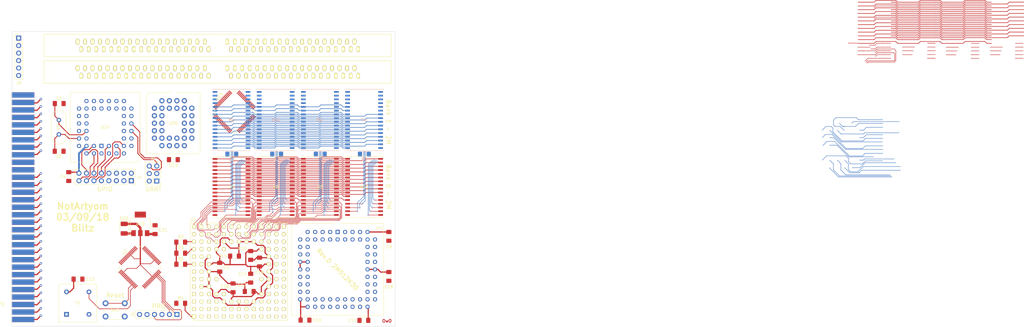
<source format=kicad_pcb>
(kicad_pcb (version 20171130) (host pcbnew 6.0.0-rc1-unknown-0d09128~66~ubuntu16.04.1)
  (layers (0 F.Cu signal) (1 In1.Cu signal) (2 In2.Cu signal) (31 B.Cu signal) (34 B.Paste user) (35 F.Paste user) (36 B.SilkS user) (37 F.SilkS user) (38 B.Mask user) (39 F.Mask user) (44 Edge.Cuts user))
  (net 0 "")
  (net 1 "Net-(C1-Pad1)")
  (net 2 GND)
  (net 3 "Net-(C2-Pad1)")
  (net 4 +5V)
  (net 5 +3V3)
  (net 6 "Net-(J1-Pad1)")
  (net 7 "Net-(J1-Pad2)")
  (net 8 "Net-(J1-Pad5)")
  (net 9 "Net-(J1-Pad6)")
  (net 10 "Net-(J2-PadB2)")
  (net 11 "Net-(J2-PadB8)")
  (net 12 "Net-(J2-PadB11)")
  (net 13 "Net-(J2-PadB12)")
  (net 14 "Net-(J2-PadB13)")
  (net 15 "Net-(J2-PadB14)")
  (net 16 CLK)
  (net 17 ISA_IRQ6)
  (net 18 ISA_IRQ5)
  (net 19 ISA_IRQ4)
  (net 20 ISA_IRQ3)
  (net 21 "Net-(J2-PadB28)")
  (net 22 /D31)
  (net 23 /D30)
  (net 24 /D29)
  (net 25 /D28)
  (net 26 /D27)
  (net 27 /D26)
  (net 28 /D25)
  (net 29 /D24)
  (net 30 "Net-(J2-PadA10)")
  (net 31 "Net-(J2-PadA11)")
  (net 32 /A19)
  (net 33 /A18)
  (net 34 /A17)
  (net 35 /A16)
  (net 36 /A15)
  (net 37 /A14)
  (net 38 /A13)
  (net 39 /A12)
  (net 40 /A11)
  (net 41 /A10)
  (net 42 /A9)
  (net 43 /A8)
  (net 44 /A7)
  (net 45 /A6)
  (net 46 /A5)
  (net 47 /A4)
  (net 48 /A3)
  (net 49 /A2)
  (net 50 /A1)
  (net 51 /A0)
  (net 52 "Net-(J3-Pad1)")
  (net 53 "Net-(J3-Pad2)")
  (net 54 "Net-(J3-Pad3)")
  (net 55 "Net-(J3-Pad4)")
  (net 56 "Net-(J4-Pad1)")
  (net 57 "Net-(J4-Pad2)")
  (net 58 "Net-(J4-Pad3)")
  (net 59 "Net-(J4-Pad4)")
  (net 60 "Net-(J4-Pad5)")
  (net 61 "Net-(J4-Pad6)")
  (net 62 "Net-(J4-Pad7)")
  (net 63 "Net-(J4-Pad8)")
  (net 64 "Net-(J4-Pad10)")
  (net 65 "Net-(J4-Pad11)")
  (net 66 "Net-(J4-Pad12)")
  (net 67 "Net-(J4-Pad13)")
  (net 68 "Net-(J4-Pad14)")
  (net 69 "Net-(J4-Pad15)")
  (net 70 "Net-(R2-Pad2)")
  (net 71 "Net-(R3-Pad2)")
  (net 72 "Net-(R4-Pad2)")
  (net 73 "Net-(R5-Pad2)")
  (net 74 "Net-(SW1-Pad2)")
  (net 75 ECS)
  (net 76 SIZ0)
  (net 77 RW_N)
  (net 78 DS)
  (net 79 SIZ1)
  (net 80 AS)
  (net 81 STERM)
  (net 82 DSACK1)
  (net 83 DSACK0)
  (net 84 FC2)
  (net 85 FC0)
  (net 86 FC1)
  (net 87 /A25)
  (net 88 /A20)
  (net 89 /D23)
  (net 90 /D21)
  (net 91 /D19)
  (net 92 /D18)
  (net 93 /D16)
  (net 94 /D15)
  (net 95 /D13)
  (net 96 /D11)
  (net 97 /D8)
  (net 98 /D22)
  (net 99 /D20)
  (net 100 /D17)
  (net 101 /D14)
  (net 102 /D12)
  (net 103 /D9)
  (net 104 /D6)
  (net 105 /D3)
  (net 106 /D10)
  (net 107 /D7)
  (net 108 /D4)
  (net 109 /D2)
  (net 110 /D5)
  (net 111 /D1)
  (net 112 /D0)
  (net 113 CDIS)
  (net 114 IPL0)
  (net 115 IPL2)
  (net 116 IPL1)
  (net 117 RESET)
  (net 118 MMUDIS)
  (net 119 IRQ_UART)
  (net 120 DELAY)
  (net 121 RAM0)
  (net 122 RAM1)
  (net 123 RAM2)
  (net 124 RAM3)
  (net 125 ROM)
  (net 126 UART)
  (net 127 FPU)
  (net 128 HALT)
  (net 129 _RW1)
  (net 130 RW1)
  (net 131 _RW0)
  (net 132 RW0)
  (net 133 "Net-(J5-Pad1)")
  (net 134 "Net-(J5-Pad2)")
  (net 135 "Net-(J5-Pad3)")
  (net 136 "Net-(J5-Pad4)")
  (net 137 /A27)
  (net 138 /A22)
  (net 139 /A26)
  (net 140 /A24)
  (net 141 /A23)
  (net 142 /A21)
  (net 143 "Net-(U13-Pad41)")
  (net 144 "Net-(U13-Pad43)")
  (net 145 "Net-(U13-Pad45)")
  (net 146 "Net-(U13-Pad47)")
  (net 147 "Net-(U13-Pad42)")
  (net 148 "Net-(U13-Pad40)")
  (net 149 "Net-(U13-Pad12)")
  (net 150 "Net-(U13-Pad14)")
  (net 151 "Net-(U13-Pad16)")
  (net 152 "Net-(U13-Pad18)")
  (net 153 "Net-(U13-Pad28)")
  (net 154 "Net-(U13-Pad32)")
  (net 155 "Net-(U13-Pad33)")
  (net 156 "Net-(U13-Pad31)")
  (net 157 "Net-(U13-Pad29)")
  (net 158 "Net-(U13-Pad19)")
  (net 159 "Net-(U13-Pad17)")
  (net 160 "Net-(U13-Pad15)")
  (net 161 "Net-(U13-Pad13)")
  (net 162 "Net-(U15-Pad62)")
  (net 163 "Net-(U15-Pad63)")
  (module Housings_SSOP:TSOP-II-32_21.0x10.2mm_Pitch1.27mm (layer B.Cu) (at 134.99 118.78)
    (fp_text reference U9 (at -0.125001 0.025001) (layer B.SilkS) (effects (justify mirror)))
    (fp_text value AS6C4008)
    (pad 32 smd rect (at 5.6 9.525) (size 1.6 0.6) (layers B.Cu B.Paste B.Mask))
    (pad 31 smd rect (at 5.6 8.255) (size 1.6 0.6) (layers B.Cu B.Paste B.Mask))
    (pad 30 smd rect (at 5.6 6.985) (size 1.6 0.6) (layers B.Cu B.Paste B.Mask))
    (pad 29 smd rect (at 5.6 5.715) (size 1.6 0.6) (layers B.Cu B.Paste B.Mask))
    (pad 28 smd rect (at 5.6 4.445) (size 1.6 0.6) (layers B.Cu B.Paste B.Mask))
    (pad 27 smd rect (at 5.6 3.175) (size 1.6 0.6) (layers B.Cu B.Paste B.Mask))
    (pad 26 smd rect (at 5.6 1.905) (size 1.6 0.6) (layers B.Cu B.Paste B.Mask))
    (pad 25 smd rect (at 5.6 0.625) (size 1.6 0.6) (layers B.Cu B.Paste B.Mask))
    (pad 24 smd rect (at 5.6 -0.625) (size 1.6 0.6) (layers B.Cu B.Paste B.Mask))
    (pad 23 smd rect (at 5.6 -1.905) (size 1.6 0.6) (layers B.Cu B.Paste B.Mask))
    (pad 22 smd rect (at 5.6 -3.175) (size 1.6 0.6) (layers B.Cu B.Paste B.Mask))
    (pad 21 smd rect (at 5.6 -4.445) (size 1.6 0.6) (layers B.Cu B.Paste B.Mask))
    (pad 20 smd rect (at 5.6 -5.715) (size 1.6 0.6) (layers B.Cu B.Paste B.Mask))
    (pad 19 smd rect (at 5.6 -6.985) (size 1.6 0.6) (layers B.Cu B.Paste B.Mask))
    (pad 18 smd rect (at 5.6 -8.255) (size 1.6 0.6) (layers B.Cu B.Paste B.Mask))
    (pad 17 smd rect (at 5.6 -9.525) (size 1.6 0.6) (layers B.Cu B.Paste B.Mask))
    (pad 16 smd rect (at -5.6 -9.525) (size 1.6 0.6) (layers B.Cu B.Paste B.Mask))
    (pad 15 smd rect (at -5.6 -8.255) (size 1.6 0.6) (layers B.Cu B.Paste B.Mask))
    (pad 14 smd rect (at -5.6 -6.985) (size 1.6 0.6) (layers B.Cu B.Paste B.Mask))
    (pad 13 smd rect (at -5.6 -5.715) (size 1.6 0.6) (layers B.Cu B.Paste B.Mask))
    (pad 12 smd rect (at -5.6 -4.445) (size 1.6 0.6) (layers B.Cu B.Paste B.Mask))
    (pad 11 smd rect (at -5.6 -3.175) (size 1.6 0.6) (layers B.Cu B.Paste B.Mask))
    (pad 10 smd rect (at -5.6 -1.905) (size 1.6 0.6) (layers B.Cu B.Paste B.Mask))
    (pad 9 smd rect (at -5.6 -0.625) (size 1.6 0.6) (layers B.Cu B.Paste B.Mask))
    (pad 8 smd rect (at -5.6 0.625) (size 1.6 0.6) (layers B.Cu B.Paste B.Mask))
    (pad 7 smd rect (at -5.6 1.905) (size 1.6 0.6) (layers B.Cu B.Paste B.Mask))
    (pad 6 smd rect (at -5.6 3.175) (size 1.6 0.6) (layers B.Cu B.Paste B.Mask))
    (pad 5 smd rect (at -5.6 4.445) (size 1.6 0.6) (layers B.Cu B.Paste B.Mask))
    (pad 4 smd rect (at -5.6 5.715) (size 1.6 0.6) (layers B.Cu B.Paste B.Mask))
    (pad 3 smd rect (at -5.6 6.985) (size 1.6 0.6) (layers B.Cu B.Paste B.Mask))
    (pad 2 smd rect (at -5.6 8.255) (size 1.6 0.6) (layers B.Cu B.Paste B.Mask))
    (pad 1 smd rect (at -5.6 9.525) (size 1.6 0.6) (layers B.Cu B.Paste B.Mask))
  )
  (module Housings_SSOP:TSOP-II-32_21.0x10.2mm_Pitch1.27mm (layer B.Cu) (at 104.99 118.78)
    (fp_text reference U8 (at 0.074999 0.025001) (layer B.SilkS) (effects (justify mirror)))
    (fp_text value AS6C4008)
    (pad 32 smd rect (at 5.6 9.525) (size 1.6 0.6) (layers B.Cu B.Paste B.Mask))
    (pad 31 smd rect (at 5.6 8.255) (size 1.6 0.6) (layers B.Cu B.Paste B.Mask))
    (pad 30 smd rect (at 5.6 6.985) (size 1.6 0.6) (layers B.Cu B.Paste B.Mask))
    (pad 29 smd rect (at 5.6 5.715) (size 1.6 0.6) (layers B.Cu B.Paste B.Mask))
    (pad 28 smd rect (at 5.6 4.445) (size 1.6 0.6) (layers B.Cu B.Paste B.Mask))
    (pad 27 smd rect (at 5.6 3.175) (size 1.6 0.6) (layers B.Cu B.Paste B.Mask))
    (pad 26 smd rect (at 5.6 1.905) (size 1.6 0.6) (layers B.Cu B.Paste B.Mask))
    (pad 25 smd rect (at 5.6 0.625) (size 1.6 0.6) (layers B.Cu B.Paste B.Mask))
    (pad 24 smd rect (at 5.6 -0.625) (size 1.6 0.6) (layers B.Cu B.Paste B.Mask))
    (pad 23 smd rect (at 5.6 -1.905) (size 1.6 0.6) (layers B.Cu B.Paste B.Mask))
    (pad 22 smd rect (at 5.6 -3.175) (size 1.6 0.6) (layers B.Cu B.Paste B.Mask))
    (pad 21 smd rect (at 5.6 -4.445) (size 1.6 0.6) (layers B.Cu B.Paste B.Mask))
    (pad 20 smd rect (at 5.6 -5.715) (size 1.6 0.6) (layers B.Cu B.Paste B.Mask))
    (pad 19 smd rect (at 5.6 -6.985) (size 1.6 0.6) (layers B.Cu B.Paste B.Mask))
    (pad 18 smd rect (at 5.6 -8.255) (size 1.6 0.6) (layers B.Cu B.Paste B.Mask))
    (pad 17 smd rect (at 5.6 -9.525) (size 1.6 0.6) (layers B.Cu B.Paste B.Mask))
    (pad 16 smd rect (at -5.6 -9.525) (size 1.6 0.6) (layers B.Cu B.Paste B.Mask))
    (pad 15 smd rect (at -5.6 -8.255) (size 1.6 0.6) (layers B.Cu B.Paste B.Mask))
    (pad 14 smd rect (at -5.6 -6.985) (size 1.6 0.6) (layers B.Cu B.Paste B.Mask))
    (pad 13 smd rect (at -5.6 -5.715) (size 1.6 0.6) (layers B.Cu B.Paste B.Mask))
    (pad 12 smd rect (at -5.6 -4.445) (size 1.6 0.6) (layers B.Cu B.Paste B.Mask))
    (pad 11 smd rect (at -5.6 -3.175) (size 1.6 0.6) (layers B.Cu B.Paste B.Mask))
    (pad 10 smd rect (at -5.6 -1.905) (size 1.6 0.6) (layers B.Cu B.Paste B.Mask))
    (pad 9 smd rect (at -5.6 -0.625) (size 1.6 0.6) (layers B.Cu B.Paste B.Mask))
    (pad 8 smd rect (at -5.6 0.625) (size 1.6 0.6) (layers B.Cu B.Paste B.Mask))
    (pad 7 smd rect (at -5.6 1.905) (size 1.6 0.6) (layers B.Cu B.Paste B.Mask))
    (pad 6 smd rect (at -5.6 3.175) (size 1.6 0.6) (layers B.Cu B.Paste B.Mask))
    (pad 5 smd rect (at -5.6 4.445) (size 1.6 0.6) (layers B.Cu B.Paste B.Mask))
    (pad 4 smd rect (at -5.6 5.715) (size 1.6 0.6) (layers B.Cu B.Paste B.Mask))
    (pad 3 smd rect (at -5.6 6.985) (size 1.6 0.6) (layers B.Cu B.Paste B.Mask))
    (pad 2 smd rect (at -5.6 8.255) (size 1.6 0.6) (layers B.Cu B.Paste B.Mask))
    (pad 1 smd rect (at -5.6 9.525) (size 1.6 0.6) (layers B.Cu B.Paste B.Mask))
  )
  (module Housings_SSOP:TSOP-II-32_21.0x10.2mm_Pitch1.27mm (layer B.Cu) (at 119.99 118.78)
    (fp_text reference U11 (at -0.075001 0.025001) (layer B.SilkS) (effects (justify mirror)))
    (fp_text value AS6C4008)
    (pad 1 smd rect (at -5.6 9.525) (size 1.6 0.6) (layers B.Cu B.Paste B.Mask))
    (pad 2 smd rect (at -5.6 8.255) (size 1.6 0.6) (layers B.Cu B.Paste B.Mask))
    (pad 3 smd rect (at -5.6 6.985) (size 1.6 0.6) (layers B.Cu B.Paste B.Mask))
    (pad 4 smd rect (at -5.6 5.715) (size 1.6 0.6) (layers B.Cu B.Paste B.Mask))
    (pad 5 smd rect (at -5.6 4.445) (size 1.6 0.6) (layers B.Cu B.Paste B.Mask))
    (pad 6 smd rect (at -5.6 3.175) (size 1.6 0.6) (layers B.Cu B.Paste B.Mask))
    (pad 7 smd rect (at -5.6 1.905) (size 1.6 0.6) (layers B.Cu B.Paste B.Mask))
    (pad 8 smd rect (at -5.6 0.625) (size 1.6 0.6) (layers B.Cu B.Paste B.Mask))
    (pad 9 smd rect (at -5.6 -0.625) (size 1.6 0.6) (layers B.Cu B.Paste B.Mask))
    (pad 10 smd rect (at -5.6 -1.905) (size 1.6 0.6) (layers B.Cu B.Paste B.Mask))
    (pad 11 smd rect (at -5.6 -3.175) (size 1.6 0.6) (layers B.Cu B.Paste B.Mask))
    (pad 12 smd rect (at -5.6 -4.445) (size 1.6 0.6) (layers B.Cu B.Paste B.Mask))
    (pad 13 smd rect (at -5.6 -5.715) (size 1.6 0.6) (layers B.Cu B.Paste B.Mask))
    (pad 14 smd rect (at -5.6 -6.985) (size 1.6 0.6) (layers B.Cu B.Paste B.Mask))
    (pad 15 smd rect (at -5.6 -8.255) (size 1.6 0.6) (layers B.Cu B.Paste B.Mask))
    (pad 16 smd rect (at -5.6 -9.525) (size 1.6 0.6) (layers B.Cu B.Paste B.Mask))
    (pad 17 smd rect (at 5.6 -9.525) (size 1.6 0.6) (layers B.Cu B.Paste B.Mask))
    (pad 18 smd rect (at 5.6 -8.255) (size 1.6 0.6) (layers B.Cu B.Paste B.Mask))
    (pad 19 smd rect (at 5.6 -6.985) (size 1.6 0.6) (layers B.Cu B.Paste B.Mask))
    (pad 20 smd rect (at 5.6 -5.715) (size 1.6 0.6) (layers B.Cu B.Paste B.Mask))
    (pad 21 smd rect (at 5.6 -4.445) (size 1.6 0.6) (layers B.Cu B.Paste B.Mask))
    (pad 22 smd rect (at 5.6 -3.175) (size 1.6 0.6) (layers B.Cu B.Paste B.Mask))
    (pad 23 smd rect (at 5.6 -1.905) (size 1.6 0.6) (layers B.Cu B.Paste B.Mask))
    (pad 24 smd rect (at 5.6 -0.625) (size 1.6 0.6) (layers B.Cu B.Paste B.Mask))
    (pad 25 smd rect (at 5.6 0.625) (size 1.6 0.6) (layers B.Cu B.Paste B.Mask))
    (pad 26 smd rect (at 5.6 1.905) (size 1.6 0.6) (layers B.Cu B.Paste B.Mask))
    (pad 27 smd rect (at 5.6 3.175) (size 1.6 0.6) (layers B.Cu B.Paste B.Mask))
    (pad 28 smd rect (at 5.6 4.445) (size 1.6 0.6) (layers B.Cu B.Paste B.Mask))
    (pad 29 smd rect (at 5.6 5.715) (size 1.6 0.6) (layers B.Cu B.Paste B.Mask))
    (pad 30 smd rect (at 5.6 6.985) (size 1.6 0.6) (layers B.Cu B.Paste B.Mask))
    (pad 31 smd rect (at 5.6 8.255) (size 1.6 0.6) (layers B.Cu B.Paste B.Mask))
    (pad 32 smd rect (at 5.6 9.525) (size 1.6 0.6) (layers B.Cu B.Paste B.Mask))
  )
  (module Housings_SSOP:TSOP-II-32_21.0x10.2mm_Pitch1.27mm (layer B.Cu) (at 149.99 118.78)
    (fp_text reference U7 (at 0 0) (layer B.SilkS) (effects (justify mirror)))
    (fp_text value AS6C4008)
    (pad 1 smd rect (at -5.6 9.525) (size 1.6 0.6) (layers B.Cu B.Paste B.Mask))
    (pad 2 smd rect (at -5.6 8.255) (size 1.6 0.6) (layers B.Cu B.Paste B.Mask))
    (pad 3 smd rect (at -5.6 6.985) (size 1.6 0.6) (layers B.Cu B.Paste B.Mask))
    (pad 4 smd rect (at -5.6 5.715) (size 1.6 0.6) (layers B.Cu B.Paste B.Mask))
    (pad 5 smd rect (at -5.6 4.445) (size 1.6 0.6) (layers B.Cu B.Paste B.Mask))
    (pad 6 smd rect (at -5.6 3.175) (size 1.6 0.6) (layers B.Cu B.Paste B.Mask))
    (pad 7 smd rect (at -5.6 1.905) (size 1.6 0.6) (layers B.Cu B.Paste B.Mask))
    (pad 8 smd rect (at -5.6 0.625) (size 1.6 0.6) (layers B.Cu B.Paste B.Mask))
    (pad 9 smd rect (at -5.6 -0.625) (size 1.6 0.6) (layers B.Cu B.Paste B.Mask))
    (pad 10 smd rect (at -5.6 -1.905) (size 1.6 0.6) (layers B.Cu B.Paste B.Mask))
    (pad 11 smd rect (at -5.6 -3.175) (size 1.6 0.6) (layers B.Cu B.Paste B.Mask))
    (pad 12 smd rect (at -5.6 -4.445) (size 1.6 0.6) (layers B.Cu B.Paste B.Mask))
    (pad 13 smd rect (at -5.6 -5.715) (size 1.6 0.6) (layers B.Cu B.Paste B.Mask))
    (pad 14 smd rect (at -5.6 -6.985) (size 1.6 0.6) (layers B.Cu B.Paste B.Mask))
    (pad 15 smd rect (at -5.6 -8.255) (size 1.6 0.6) (layers B.Cu B.Paste B.Mask))
    (pad 16 smd rect (at -5.6 -9.525) (size 1.6 0.6) (layers B.Cu B.Paste B.Mask))
    (pad 17 smd rect (at 5.6 -9.525) (size 1.6 0.6) (layers B.Cu B.Paste B.Mask))
    (pad 18 smd rect (at 5.6 -8.255) (size 1.6 0.6) (layers B.Cu B.Paste B.Mask))
    (pad 19 smd rect (at 5.6 -6.985) (size 1.6 0.6) (layers B.Cu B.Paste B.Mask))
    (pad 20 smd rect (at 5.6 -5.715) (size 1.6 0.6) (layers B.Cu B.Paste B.Mask))
    (pad 21 smd rect (at 5.6 -4.445) (size 1.6 0.6) (layers B.Cu B.Paste B.Mask))
    (pad 22 smd rect (at 5.6 -3.175) (size 1.6 0.6) (layers B.Cu B.Paste B.Mask))
    (pad 23 smd rect (at 5.6 -1.905) (size 1.6 0.6) (layers B.Cu B.Paste B.Mask))
    (pad 24 smd rect (at 5.6 -0.625) (size 1.6 0.6) (layers B.Cu B.Paste B.Mask))
    (pad 25 smd rect (at 5.6 0.625) (size 1.6 0.6) (layers B.Cu B.Paste B.Mask))
    (pad 26 smd rect (at 5.6 1.905) (size 1.6 0.6) (layers B.Cu B.Paste B.Mask))
    (pad 27 smd rect (at 5.6 3.175) (size 1.6 0.6) (layers B.Cu B.Paste B.Mask))
    (pad 28 smd rect (at 5.6 4.445) (size 1.6 0.6) (layers B.Cu B.Paste B.Mask))
    (pad 29 smd rect (at 5.6 5.715) (size 1.6 0.6) (layers B.Cu B.Paste B.Mask))
    (pad 30 smd rect (at 5.6 6.985) (size 1.6 0.6) (layers B.Cu B.Paste B.Mask))
    (pad 31 smd rect (at 5.6 8.255) (size 1.6 0.6) (layers B.Cu B.Paste B.Mask))
    (pad 32 smd rect (at 5.6 9.525) (size 1.6 0.6) (layers B.Cu B.Paste B.Mask))
  )
  (module Capacitor_SMD:C_1206_3216Metric_Pad1.42x1.75mm_HandSolder (layer B.Cu) (at 120.3125 130.4)
    (fp_text reference C6 (at 0 1.82) (layer B.SilkS) (effects (justify mirror)))
    (fp_text value 100nf)
    (pad 2 smd roundrect (at 1.4875 0) (size 1.425 1.75) (layers B.Cu B.Paste B.Mask) (roundrect_rratio 0.175439) (net 4 +5V))
    (pad 1 smd roundrect (at -1.4875 0) (size 1.425 1.75) (layers B.Cu B.Paste B.Mask) (roundrect_rratio 0.175439) (net 2 GND))
  )
  (module Capacitor_SMD:C_1206_3216Metric_Pad1.42x1.75mm_HandSolder (layer B.Cu) (at 105.0875 130.4)
    (fp_text reference C5 (at 0 1.82) (layer B.SilkS) (effects (justify mirror)))
    (fp_text value 100nf)
    (pad 1 smd roundrect (at -1.4875 0) (size 1.425 1.75) (layers B.Cu B.Paste B.Mask) (roundrect_rratio 0.175439) (net 2 GND))
    (pad 2 smd roundrect (at 1.4875 0) (size 1.425 1.75) (layers B.Cu B.Paste B.Mask) (roundrect_rratio 0.175439) (net 4 +5V))
  )
  (module Blitz:PLCC-32_TH (layer F.Cu) (at 86.45 114.8)
    (fp_text reference U20 (at -1.27 5.08) (layer F.SilkS))
    (fp_text value SST39SF040)
    (pad 1 thru_hole circle (at 0 0) (size 1.75 1.75) (drill 0.95) (layers *.Cu *.Mask) (net 33 /A18))
    (pad 3 thru_hole circle (at -2.54 0) (size 1.75 1.75) (drill 0.95) (layers *.Cu *.Mask) (net 36 /A15))
    (pad 31 thru_hole circle (at 2.54 0) (size 1.75 1.75) (drill 0.95) (layers *.Cu *.Mask))
    (pad 29 thru_hole circle (at 5.08 0) (size 1.75 1.75) (drill 0.95) (layers *.Cu *.Mask) (net 37 /A14))
    (pad 2 thru_hole circle (at -2.54 -2.54) (size 1.75 1.75) (drill 0.95) (layers *.Cu *.Mask) (net 35 /A16))
    (pad 4 thru_hole circle (at -5.08 -2.54) (size 1.75 1.75) (drill 0.95) (layers *.Cu *.Mask) (net 39 /A12))
    (pad 32 thru_hole circle (at 0 -2.54) (size 1.75 1.75) (drill 0.95) (layers *.Cu *.Mask) (net 4 +5V))
    (pad 30 thru_hole circle (at 2.54 -2.54) (size 1.75 1.75) (drill 0.95) (layers *.Cu *.Mask) (net 34 /A17))
    (pad 6 thru_hole circle (at -5.08 0) (size 1.75 1.75) (drill 0.95) (layers *.Cu *.Mask) (net 45 /A6))
    (pad 8 thru_hole circle (at -5.08 2.54) (size 1.75 1.75) (drill 0.95) (layers *.Cu *.Mask) (net 47 /A4))
    (pad 10 thru_hole circle (at -5.08 5.08) (size 1.75 1.75) (drill 0.95) (layers *.Cu *.Mask) (net 49 /A2))
    (pad 12 thru_hole circle (at -5.08 7.62) (size 1.75 1.75) (drill 0.95) (layers *.Cu *.Mask) (net 51 /A0))
    (pad 5 thru_hole circle (at -7.62 0) (size 1.75 1.75) (drill 0.95) (layers *.Cu *.Mask) (net 44 /A7))
    (pad 7 thru_hole circle (at -7.62 2.54) (size 1.75 1.75) (drill 0.95) (layers *.Cu *.Mask) (net 46 /A5))
    (pad 9 thru_hole circle (at -7.62 5.08) (size 1.75 1.75) (drill 0.95) (layers *.Cu *.Mask) (net 48 /A3))
    (pad 11 thru_hole circle (at -7.62 7.62) (size 1.75 1.75) (drill 0.95) (layers *.Cu *.Mask) (net 50 /A1))
    (pad 13 thru_hole circle (at -7.62 10.16) (size 1.75 1.75) (drill 0.95) (layers *.Cu *.Mask) (net 29 /D24))
    (pad 15 thru_hole circle (at -5.08 10.16) (size 1.75 1.75) (drill 0.95) (layers *.Cu *.Mask) (net 27 /D26))
    (pad 17 thru_hole circle (at -2.54 10.16) (size 1.75 1.75) (drill 0.95) (layers *.Cu *.Mask) (net 26 /D27))
    (pad 19 thru_hole circle (at 0 10.16) (size 1.75 1.75) (drill 0.95) (layers *.Cu *.Mask) (net 24 /D29))
    (pad 22 thru_hole circle (at 2.54 10.16) (size 1.75 1.75) (drill 0.95) (layers *.Cu *.Mask) (net 125 ROM))
    (pad 14 thru_hole circle (at -5.08 12.7) (size 1.75 1.75) (drill 0.95) (layers *.Cu *.Mask) (net 28 /D25))
    (pad 16 thru_hole circle (at -2.54 12.7) (size 1.75 1.75) (drill 0.95) (layers *.Cu *.Mask) (net 2 GND))
    (pad 18 thru_hole circle (at 0 12.7) (size 1.75 1.75) (drill 0.95) (layers *.Cu *.Mask) (net 25 /D28))
    (pad 20 thru_hole circle (at 2.54 12.7) (size 1.75 1.75) (drill 0.95) (layers *.Cu *.Mask) (net 23 /D30))
    (pad 24 thru_hole circle (at 2.54 7.62) (size 1.75 1.75) (drill 0.95) (layers *.Cu *.Mask) (net 125 ROM))
    (pad 26 thru_hole circle (at 2.54 5.08) (size 1.75 1.75) (drill 0.95) (layers *.Cu *.Mask) (net 42 /A9))
    (pad 28 thru_hole circle (at 2.54 2.54) (size 1.75 1.75) (drill 0.95) (layers *.Cu *.Mask) (net 38 /A13))
    (pad 21 thru_hole circle (at 5.08 10.16) (size 1.75 1.75) (drill 0.95) (layers *.Cu *.Mask) (net 22 /D31))
    (pad 23 thru_hole circle (at 5.08 7.62) (size 1.75 1.75) (drill 0.95) (layers *.Cu *.Mask) (net 41 /A10))
    (pad 25 thru_hole circle (at 5.08 5.08) (size 1.75 1.75) (drill 0.95) (layers *.Cu *.Mask) (net 40 /A11))
    (pad 27 thru_hole circle (at 5.08 2.54) (size 1.75 1.75) (drill 0.95) (layers *.Cu *.Mask) (net 43 /A8))
    (pad 29 thru_hole circle (at 5.08 0) (size 1.75 1.75) (drill 0.95) (layers *.Cu *.Mask) (net 37 /A14))
  )
  (module Capacitor_SMD:C_1206_3216Metric_Pad1.42x1.75mm_HandSolder (layer F.Cu) (at 46.5125 113.2)
    (fp_text reference C1 (at 0 -1.8) (layer F.SilkS))
    (fp_text value 18pf)
    (pad 1 smd roundrect (at -1.4875 0) (size 1.425 1.75) (layers F.Cu F.Paste F.Mask) (roundrect_rratio 0.175439) (net 1 "Net-(C1-Pad1)"))
    (pad 2 smd roundrect (at 1.4875 0) (size 1.425 1.75) (layers F.Cu F.Paste F.Mask) (roundrect_rratio 0.175439) (net 2 GND))
  )
  (module Capacitor_SMD:C_1206_3216Metric_Pad1.42x1.75mm_HandSolder (layer F.Cu) (at 46.4875 129.4)
    (fp_text reference C2 (at -0.0875 1.8) (layer F.SilkS))
    (fp_text value 18pf)
    (pad 2 smd roundrect (at 1.4875 0) (size 1.425 1.75) (layers F.Cu F.Paste F.Mask) (roundrect_rratio 0.175439) (net 2 GND))
    (pad 1 smd roundrect (at -1.4875 0) (size 1.425 1.75) (layers F.Cu F.Paste F.Mask) (roundrect_rratio 0.175439) (net 3 "Net-(C2-Pad1)"))
  )
  (module Capacitor_SMD:C_1206_3216Metric_Pad1.42x1.75mm_HandSolder (layer F.Cu) (at 101 168.7625 90)
    (fp_text reference C3 (at 0 2.2 180) (layer F.SilkS))
    (fp_text value 100nf)
    (pad 1 smd roundrect (at -1.4875 0 90) (size 1.425 1.75) (layers F.Cu F.Paste F.Mask) (roundrect_rratio 0.175439) (net 2 GND))
    (pad 2 smd roundrect (at 1.4875 0 90) (size 1.425 1.75) (layers F.Cu F.Paste F.Mask) (roundrect_rratio 0.175439) (net 4 +5V))
  )
  (module Capacitor_SMD:C_1206_3216Metric_Pad1.42x1.75mm_HandSolder (layer F.Cu) (at 49.75 137.9875 90)
    (fp_text reference C4 (at -0.0125 -2 180) (layer F.SilkS))
    (fp_text value 100nf)
    (pad 2 smd roundrect (at 1.4875 0 90) (size 1.425 1.75) (layers F.Cu F.Paste F.Mask) (roundrect_rratio 0.175439) (net 4 +5V))
    (pad 1 smd roundrect (at -1.4875 0 90) (size 1.425 1.75) (layers F.Cu F.Paste F.Mask) (roundrect_rratio 0.175439) (net 2 GND))
  )
  (module Capacitor_SMD:C_1206_3216Metric_Pad1.42x1.75mm_HandSolder (layer B.Cu) (at 135.1125 130.4)
    (fp_text reference C7 (at 0 1.82) (layer B.SilkS) (effects (justify mirror)))
    (fp_text value 100nf)
    (pad 1 smd roundrect (at -1.4875 0) (size 1.425 1.75) (layers B.Cu B.Paste B.Mask) (roundrect_rratio 0.175439) (net 2 GND))
    (pad 2 smd roundrect (at 1.4875 0) (size 1.425 1.75) (layers B.Cu B.Paste B.Mask) (roundrect_rratio 0.175439) (net 4 +5V))
  )
  (module Capacitor_SMD:C_1206_3216Metric_Pad1.42x1.75mm_HandSolder (layer B.Cu) (at 150.0875 130.4)
    (fp_text reference C8 (at 0 1.82) (layer B.SilkS) (effects (justify mirror)))
    (fp_text value 100nf)
    (pad 2 smd roundrect (at 1.4875 0) (size 1.425 1.75) (layers B.Cu B.Paste B.Mask) (roundrect_rratio 0.175439) (net 4 +5V))
    (pad 1 smd roundrect (at -1.4875 0) (size 1.425 1.75) (layers B.Cu B.Paste B.Mask) (roundrect_rratio 0.175439) (net 2 GND))
  )
  (module Capacitor_SMD:C_1206_3216Metric_Pad1.42x1.75mm_HandSolder (layer F.Cu) (at 158.4 158.2875 90)
    (fp_text reference C9 (at -3.5125 0 180) (layer F.SilkS))
    (fp_text value 100nf)
    (pad 1 smd roundrect (at -1.4875 0 90) (size 1.425 1.75) (layers F.Cu F.Paste F.Mask) (roundrect_rratio 0.175439) (net 2 GND))
    (pad 2 smd roundrect (at 1.4875 0 90) (size 1.425 1.75) (layers F.Cu F.Paste F.Mask) (roundrect_rratio 0.175439) (net 4 +5V))
  )
  (module Capacitor_SMD:C_1206_3216Metric_Pad1.42x1.75mm_HandSolder (layer F.Cu) (at 129.9325 186.72 180)
    (fp_text reference C10 (at -4.0875 0 180) (layer F.SilkS))
    (fp_text value 100nf)
    (pad 2 smd roundrect (at 1.4875 0 180) (size 1.425 1.75) (layers F.Cu F.Paste F.Mask) (roundrect_rratio 0.175439) (net 4 +5V))
    (pad 1 smd roundrect (at -1.4875 0 180) (size 1.425 1.75) (layers F.Cu F.Paste F.Mask) (roundrect_rratio 0.175439) (net 2 GND))
  )
  (module Capacitor_SMD:C_1206_3216Metric_Pad1.42x1.75mm_HandSolder (layer F.Cu) (at 149.9125 186.8)
    (fp_text reference C11 (at -3.9125 0) (layer F.SilkS))
    (fp_text value 100nf)
    (pad 2 smd roundrect (at 1.4875 0) (size 1.425 1.75) (layers F.Cu F.Paste F.Mask) (roundrect_rratio 0.175439) (net 4 +5V))
    (pad 1 smd roundrect (at -1.4875 0) (size 1.425 1.75) (layers F.Cu F.Paste F.Mask) (roundrect_rratio 0.175439) (net 2 GND))
  )
  (module Capacitor_SMD:C_1206_3216Metric_Pad1.42x1.75mm_HandSolder (layer F.Cu) (at 52.8875 172.8 180)
    (fp_text reference C12 (at -4.1125 0 180) (layer F.SilkS))
    (fp_text value 100nf)
    (pad 1 smd roundrect (at -1.4875 0 180) (size 1.425 1.75) (layers F.Cu F.Paste F.Mask) (roundrect_rratio 0.175439) (net 2 GND))
    (pad 2 smd roundrect (at 1.4875 0 180) (size 1.425 1.75) (layers F.Cu F.Paste F.Mask) (roundrect_rratio 0.175439) (net 4 +5V))
  )
  (module Capacitor_SMD:C_1206_3216Metric_Pad1.42x1.75mm_HandSolder (layer F.Cu) (at 85.25 132.25)
    (fp_text reference C13 (at 0 2) (layer F.SilkS))
    (fp_text value 100nf)
    (pad 2 smd roundrect (at 1.4875 0) (size 1.425 1.75) (layers F.Cu F.Paste F.Mask) (roundrect_rratio 0.175439) (net 4 +5V))
    (pad 1 smd roundrect (at -1.4875 0) (size 1.425 1.75) (layers F.Cu F.Paste F.Mask) (roundrect_rratio 0.175439) (net 2 GND))
  )
  (module Capacitor_SMD:C_1206_3216Metric_Pad1.42x1.75mm_HandSolder (layer F.Cu) (at 111.5 172.4875 90)
    (fp_text reference C14 (at 1.4875 -2.7 180) (layer F.SilkS))
    (fp_text value 100nf)
    (pad 1 smd roundrect (at -1.4875 0 90) (size 1.425 1.75) (layers F.Cu F.Paste F.Mask) (roundrect_rratio 0.175439) (net 2 GND))
    (pad 2 smd roundrect (at 1.4875 0 90) (size 1.425 1.75) (layers F.Cu F.Paste F.Mask) (roundrect_rratio 0.175439) (net 4 +5V))
  )
  (module Capacitor_SMD:C_1206_3216Metric_Pad1.42x1.75mm_HandSolder (layer F.Cu) (at 106.0125 165 180)
    (fp_text reference C15 (at 4.0125 0 180) (layer F.SilkS))
    (fp_text value 100nf)
    (pad 2 smd roundrect (at 1.4875 0 180) (size 1.425 1.75) (layers F.Cu F.Paste F.Mask) (roundrect_rratio 0.175439) (net 4 +5V))
    (pad 1 smd roundrect (at -1.4875 0 180) (size 1.425 1.75) (layers F.Cu F.Paste F.Mask) (roundrect_rratio 0.175439) (net 2 GND))
  )
  (module Capacitor_SMD:C_1206_3216Metric_Pad1.42x1.75mm_HandSolder (layer F.Cu) (at 105.5 175.7625 270)
    (fp_text reference C16 (at -0.5125 2.75) (layer F.SilkS))
    (fp_text value 100nf)
    (pad 1 smd roundrect (at -1.4875 0 270) (size 1.425 1.75) (layers F.Cu F.Paste F.Mask) (roundrect_rratio 0.175439) (net 2 GND))
    (pad 2 smd roundrect (at 1.4875 0 270) (size 1.425 1.75) (layers F.Cu F.Paste F.Mask) (roundrect_rratio 0.175439) (net 4 +5V))
  )
  (module Capacitor_SMD:C_1206_3216Metric_Pad1.42x1.75mm_HandSolder (layer F.Cu) (at 111.0125 177)
    (fp_text reference C17 (at -2.4125 -2.2) (layer F.SilkS))
    (fp_text value 100nf)
    (pad 2 smd roundrect (at 1.4875 0) (size 1.425 1.75) (layers F.Cu F.Paste F.Mask) (roundrect_rratio 0.175439) (net 4 +5V))
    (pad 1 smd roundrect (at -1.4875 0) (size 1.425 1.75) (layers F.Cu F.Paste F.Mask) (roundrect_rratio 0.175439) (net 2 GND))
  )
  (module Capacitor_SMD:C_1206_3216Metric_Pad1.42x1.75mm_HandSolder (layer F.Cu) (at 158.4 171.8875 90)
    (fp_text reference C18 (at -3.5125 0 180) (layer F.SilkS))
    (fp_text value 100nf)
    (pad 1 smd roundrect (at -1.4875 0 90) (size 1.425 1.75) (layers F.Cu F.Paste F.Mask) (roundrect_rratio 0.175439) (net 2 GND))
    (pad 2 smd roundrect (at 1.4875 0 90) (size 1.425 1.75) (layers F.Cu F.Paste F.Mask) (roundrect_rratio 0.175439) (net 4 +5V))
  )
  (module Capacitor_SMD:C_1206_3216Metric_Pad1.42x1.75mm_HandSolder (layer F.Cu) (at 114.5 167.0125 270)
    (fp_text reference C19 (at 3.4875 0) (layer F.SilkS))
    (fp_text value 100nf)
    (pad 2 smd roundrect (at 1.4875 0 270) (size 1.425 1.75) (layers F.Cu F.Paste F.Mask) (roundrect_rratio 0.175439) (net 4 +5V))
    (pad 1 smd roundrect (at -1.4875 0 270) (size 1.425 1.75) (layers F.Cu F.Paste F.Mask) (roundrect_rratio 0.175439) (net 2 GND))
  )
  (module Capacitor_SMD:C_1206_3216Metric_Pad1.42x1.75mm_HandSolder (layer F.Cu) (at 111.5 164.7625 90)
    (fp_text reference C20 (at 2.2625 -2.75 180) (layer F.SilkS))
    (fp_text value 100nf)
    (pad 1 smd roundrect (at -1.4875 0 90) (size 1.425 1.75) (layers F.Cu F.Paste F.Mask) (roundrect_rratio 0.175439) (net 2 GND))
    (pad 2 smd roundrect (at 1.4875 0 90) (size 1.425 1.75) (layers F.Cu F.Paste F.Mask) (roundrect_rratio 0.175439) (net 4 +5V))
  )
  (module Capacitor_SMD:C_1206_3216Metric_Pad1.42x1.75mm_HandSolder (layer F.Cu) (at 79.05 156.0125 90)
    (fp_text reference C21 (at -0.0575 2.71 180) (layer F.SilkS))
    (fp_text value 10uf)
    (pad 1 smd roundrect (at -1.4875 0 90) (size 1.425 1.75) (layers F.Cu F.Paste F.Mask) (roundrect_rratio 0.175439) (net 4 +5V))
    (pad 2 smd roundrect (at 1.4875 0 90) (size 1.425 1.75) (layers F.Cu F.Paste F.Mask) (roundrect_rratio 0.175439) (net 2 GND))
  )
  (module Capacitor_Tantalum_SMD:CP_EIA-3528-12_Kemet-T_Pad1.50x2.35mm_HandSolder (layer F.Cu) (at 68.55 155.675 270)
    (fp_text reference C22 (at -3.455 0.01) (layer F.SilkS))
    (fp_text value 22uf)
    (pad 1 smd roundrect (at -1.625 0 270) (size 1.5 2.35) (layers F.Cu F.Paste F.Mask) (roundrect_rratio 0.166667) (net 5 +3V3))
    (pad 2 smd roundrect (at 1.625 0 270) (size 1.5 2.35) (layers F.Cu F.Paste F.Mask) (roundrect_rratio 0.166667) (net 2 GND))
  )
  (module Connector_PinHeader_2.54mm:PinHeader_2x03_P2.54mm_Vertical (layer F.Cu) (at 79.62 139.51 180)
    (fp_text reference J1 (at 1.27 7.6 270) (layer F.SilkS))
    (fp_text value TTL)
    (pad 1 thru_hole rect (at 0 0 180) (size 1.7 1.7) (drill 1) (layers *.Cu *.Mask) (net 6 "Net-(J1-Pad1)"))
    (pad 2 thru_hole oval (at 2.54 0 180) (size 1.7 1.7) (drill 1) (layers *.Cu *.Mask) (net 7 "Net-(J1-Pad2)"))
    (pad 3 thru_hole oval (at 0 2.54 180) (size 1.7 1.7) (drill 1) (layers *.Cu *.Mask) (net 4 +5V))
    (pad 4 thru_hole oval (at 2.54 2.54 180) (size 1.7 1.7) (drill 1) (layers *.Cu *.Mask) (net 2 GND))
    (pad 5 thru_hole oval (at 0 5.08 180) (size 1.7 1.7) (drill 1) (layers *.Cu *.Mask) (net 8 "Net-(J1-Pad5)"))
    (pad 6 thru_hole oval (at 2.54 5.08 180) (size 1.7 1.7) (drill 1) (layers *.Cu *.Mask) (net 9 "Net-(J1-Pad6)"))
  )
  (module Connector_PinHeader_2.54mm:PinHeader_1x06_P2.54mm_Vertical (layer F.Cu) (at 86.47 184.8 270)
    (fp_text reference J3 (at 0 15.22) (layer F.SilkS))
    (fp_text value PRG0)
    (pad 1 thru_hole rect (at 0 0 270) (size 1.7 1.7) (drill 1) (layers *.Cu *.Mask) (net 52 "Net-(J3-Pad1)"))
    (pad 2 thru_hole oval (at 0 2.54 270) (size 1.7 1.7) (drill 1) (layers *.Cu *.Mask) (net 53 "Net-(J3-Pad2)"))
    (pad 3 thru_hole oval (at 0 5.08 270) (size 1.7 1.7) (drill 1) (layers *.Cu *.Mask) (net 54 "Net-(J3-Pad3)"))
    (pad 4 thru_hole oval (at 0 7.62 270) (size 1.7 1.7) (drill 1) (layers *.Cu *.Mask) (net 55 "Net-(J3-Pad4)"))
    (pad 5 thru_hole oval (at 0 10.16 270) (size 1.7 1.7) (drill 1) (layers *.Cu *.Mask) (net 2 GND))
    (pad 6 thru_hole oval (at 0 12.7 270) (size 1.7 1.7) (drill 1) (layers *.Cu *.Mask) (net 5 +3V3))
  )
  (module Connector_PinSocket_2.54mm:PinSocket_2x08_P2.54mm_Vertical (layer F.Cu) (at 71 139.4 270)
    (fp_text reference J4 (at -1.2 -2.6) (layer F.SilkS))
    (fp_text value GPIO)
    (pad 1 thru_hole rect (at 0 0 270) (size 1.7 1.7) (drill 1) (layers *.Cu *.Mask) (net 56 "Net-(J4-Pad1)"))
    (pad 2 thru_hole oval (at -2.54 0 270) (size 1.7 1.7) (drill 1) (layers *.Cu *.Mask) (net 57 "Net-(J4-Pad2)"))
    (pad 3 thru_hole oval (at 0 2.54 270) (size 1.7 1.7) (drill 1) (layers *.Cu *.Mask) (net 58 "Net-(J4-Pad3)"))
    (pad 4 thru_hole oval (at -2.54 2.54 270) (size 1.7 1.7) (drill 1) (layers *.Cu *.Mask) (net 59 "Net-(J4-Pad4)"))
    (pad 5 thru_hole oval (at 0 5.08 270) (size 1.7 1.7) (drill 1) (layers *.Cu *.Mask) (net 60 "Net-(J4-Pad5)"))
    (pad 6 thru_hole oval (at -2.54 5.08 270) (size 1.7 1.7) (drill 1) (layers *.Cu *.Mask) (net 61 "Net-(J4-Pad6)"))
    (pad 7 thru_hole oval (at 0 7.62 270) (size 1.7 1.7) (drill 1) (layers *.Cu *.Mask) (net 62 "Net-(J4-Pad7)"))
    (pad 8 thru_hole oval (at -2.54 7.62 270) (size 1.7 1.7) (drill 1) (layers *.Cu *.Mask) (net 63 "Net-(J4-Pad8)"))
    (pad 9 thru_hole oval (at 0 10.16 270) (size 1.7 1.7) (drill 1) (layers *.Cu *.Mask) (net 2 GND))
    (pad 10 thru_hole oval (at -2.54 10.16 270) (size 1.7 1.7) (drill 1) (layers *.Cu *.Mask) (net 64 "Net-(J4-Pad10)"))
    (pad 11 thru_hole oval (at 0 12.7 270) (size 1.7 1.7) (drill 1) (layers *.Cu *.Mask) (net 65 "Net-(J4-Pad11)"))
    (pad 12 thru_hole oval (at -2.54 12.7 270) (size 1.7 1.7) (drill 1) (layers *.Cu *.Mask) (net 66 "Net-(J4-Pad12)"))
    (pad 13 thru_hole oval (at 0 15.24 270) (size 1.7 1.7) (drill 1) (layers *.Cu *.Mask) (net 67 "Net-(J4-Pad13)"))
    (pad 14 thru_hole oval (at -2.54 15.24 270) (size 1.7 1.7) (drill 1) (layers *.Cu *.Mask) (net 68 "Net-(J4-Pad14)"))
    (pad 15 thru_hole oval (at 0 17.78 270) (size 1.7 1.7) (drill 1) (layers *.Cu *.Mask) (net 69 "Net-(J4-Pad15)"))
    (pad 16 thru_hole oval (at -2.54 17.78 270) (size 1.7 1.7) (drill 1) (layers *.Cu *.Mask) (net 4 +5V))
  )
  (module Resistor_SMD:R_1206_3216Metric_Pad1.42x1.75mm_HandSolder (layer F.Cu) (at 87.75 160.25)
    (fp_text reference R2 (at 0 -1.82) (layer F.SilkS))
    (fp_text value 10k)
    (pad 1 smd roundrect (at -1.4875 0) (size 1.425 1.75) (layers F.Cu F.Paste F.Mask) (roundrect_rratio 0.175439) (net 4 +5V))
    (pad 2 smd roundrect (at 1.4875 0) (size 1.425 1.75) (layers F.Cu F.Paste F.Mask) (roundrect_rratio 0.175439) (net 70 "Net-(R2-Pad2)"))
  )
  (module Resistor_SMD:R_1206_3216Metric_Pad1.42x1.75mm_HandSolder (layer F.Cu) (at 87.7625 164)
    (fp_text reference R3 (at 0 -1.82) (layer F.SilkS))
    (fp_text value 10k)
    (pad 2 smd roundrect (at 1.4875 0) (size 1.425 1.75) (layers F.Cu F.Paste F.Mask) (roundrect_rratio 0.175439) (net 71 "Net-(R3-Pad2)"))
    (pad 1 smd roundrect (at -1.4875 0) (size 1.425 1.75) (layers F.Cu F.Paste F.Mask) (roundrect_rratio 0.175439) (net 4 +5V))
  )
  (module Resistor_SMD:R_1206_3216Metric_Pad1.42x1.75mm_HandSolder (layer F.Cu) (at 87.75 181)
    (fp_text reference R4 (at 0 -1.82) (layer F.SilkS))
    (fp_text value 10k)
    (pad 1 smd roundrect (at -1.4875 0) (size 1.425 1.75) (layers F.Cu F.Paste F.Mask) (roundrect_rratio 0.175439) (net 4 +5V))
    (pad 2 smd roundrect (at 1.4875 0) (size 1.425 1.75) (layers F.Cu F.Paste F.Mask) (roundrect_rratio 0.175439) (net 72 "Net-(R4-Pad2)"))
  )
  (module Resistor_SMD:R_1206_3216Metric_Pad1.42x1.75mm_HandSolder (layer F.Cu) (at 87.7625 167.75)
    (fp_text reference R5 (at 0 -1.82) (layer F.SilkS))
    (fp_text value 10k)
    (pad 2 smd roundrect (at 1.4875 0) (size 1.425 1.75) (layers F.Cu F.Paste F.Mask) (roundrect_rratio 0.175439) (net 73 "Net-(R5-Pad2)"))
    (pad 1 smd roundrect (at -1.4875 0) (size 1.425 1.75) (layers F.Cu F.Paste F.Mask) (roundrect_rratio 0.175439) (net 4 +5V))
  )
  (module Button_Switch_THT:SW_PUSH_6mm (layer F.Cu) (at 68.75 185.5 180)
    (fp_text reference SW1 (at 3.25 2.25 180) (layer F.SilkS))
    (fp_text value RESET)
    (pad 2 thru_hole circle (at 0 4.5 270) (size 2 2) (drill 1.1) (layers *.Cu *.Mask) (net 74 "Net-(SW1-Pad2)"))
    (pad 1 thru_hole circle (at 0 0 270) (size 2 2) (drill 1.1) (layers *.Cu *.Mask) (net 2 GND))
    (pad 2 thru_hole circle (at 6.5 4.5 270) (size 2 2) (drill 1.1) (layers *.Cu *.Mask) (net 74 "Net-(SW1-Pad2)"))
    (pad 1 thru_hole circle (at 6.5 0 270) (size 2 2) (drill 1.1) (layers *.Cu *.Mask) (net 2 GND))
  )
  (module BBlitz:PGA120 (layer F.Cu) (at 107.5 170.25)
    (fp_text reference U1 (at -15.5 -17.65) (layer F.SilkS))
    (fp_text value M68030)
    (pad K5 thru_hole circle (at -5.08 -7.62 180) (size 1.397 1.397) (drill 0.7874) (layers *.Cu *.Mask F.SilkS))
    (pad F10 thru_hole circle (at 7.62 2.54 180) (size 1.397 1.397) (drill 0.7874) (layers *.Cu *.Mask F.SilkS))
    (pad F4 thru_hole circle (at -7.62 2.54 180) (size 1.397 1.397) (drill 0.7874) (layers *.Cu *.Mask F.SilkS))
    (pad D5 thru_hole circle (at -5.08 7.62 180) (size 1.397 1.397) (drill 0.7874) (layers *.Cu *.Mask F.SilkS))
    (pad D4 thru_hole circle (at -7.62 7.62 180) (size 1.397 1.397) (drill 0.7874) (layers *.Cu *.Mask F.SilkS) (net 4 +5V))
    (pad D10 thru_hole circle (at 7.62 7.62 180) (size 1.397 1.397) (drill 0.7874) (layers *.Cu *.Mask F.SilkS) (net 4 +5V))
    (pad K10 thru_hole circle (at 7.62 -7.62 180) (size 1.397 1.397) (drill 0.7874) (layers *.Cu *.Mask F.SilkS) (net 4 +5V))
    (pad K4 thru_hole circle (at -7.62 -7.62 180) (size 1.397 1.397) (drill 0.7874) (layers *.Cu *.Mask F.SilkS) (net 4 +5V))
    (pad N1 thru_hole circle (at -15.24 -15.24 180) (size 1.397 1.397) (drill 0.7874) (layers *.Cu *.Mask F.SilkS) (net 22 /D31))
    (pad N2 thru_hole circle (at -12.7 -15.24 180) (size 1.397 1.397) (drill 0.7874) (layers *.Cu *.Mask F.SilkS) (net 25 /D28))
    (pad N3 thru_hole circle (at -10.16 -15.24 180) (size 1.397 1.397) (drill 0.7874) (layers *.Cu *.Mask F.SilkS) (net 27 /D26))
    (pad M1 thru_hole circle (at -15.24 -12.7 180) (size 1.397 1.397) (drill 0.7874) (layers *.Cu *.Mask F.SilkS))
    (pad M2 thru_hole circle (at -12.7 -12.7 180) (size 1.397 1.397) (drill 0.7874) (layers *.Cu *.Mask F.SilkS) (net 75 ECS))
    (pad M3 thru_hole circle (at -10.16 -12.7 180) (size 1.397 1.397) (drill 0.7874) (layers *.Cu *.Mask F.SilkS) (net 24 /D29))
    (pad L1 thru_hole circle (at -15.24 -10.16 180) (size 1.397 1.397) (drill 0.7874) (layers *.Cu *.Mask F.SilkS) (net 70 "Net-(R2-Pad2)"))
    (pad L2 thru_hole circle (at -12.7 -10.16 180) (size 1.397 1.397) (drill 0.7874) (layers *.Cu *.Mask F.SilkS) (net 76 SIZ0))
    (pad L3 thru_hole circle (at -10.16 -10.16 180) (size 1.397 1.397) (drill 0.7874) (layers *.Cu *.Mask F.SilkS) (net 77 RW_N))
    (pad K1 thru_hole circle (at -15.24 -7.62 180) (size 1.397 1.397) (drill 0.7874) (layers *.Cu *.Mask F.SilkS) (net 71 "Net-(R3-Pad2)"))
    (pad K2 thru_hole circle (at -12.7 -7.62 180) (size 1.397 1.397) (drill 0.7874) (layers *.Cu *.Mask F.SilkS) (net 78 DS))
    (pad K3 thru_hole circle (at -10.16 -7.62 180) (size 1.397 1.397) (drill 0.7874) (layers *.Cu *.Mask F.SilkS) (net 79 SIZ1))
    (pad J1 thru_hole circle (at -15.24 -5.08 180) (size 1.397 1.397) (drill 0.7874) (layers *.Cu *.Mask F.SilkS))
    (pad J2 thru_hole circle (at -12.7 -5.08 180) (size 1.397 1.397) (drill 0.7874) (layers *.Cu *.Mask F.SilkS) (net 80 AS))
    (pad J3 thru_hole circle (at -10.16 -5.08 180) (size 1.397 1.397) (drill 0.7874) (layers *.Cu *.Mask F.SilkS) (net 2 GND))
    (pad H1 thru_hole circle (at -15.24 -2.54 180) (size 1.397 1.397) (drill 0.7874) (layers *.Cu *.Mask F.SilkS) (net 73 "Net-(R5-Pad2)"))
    (pad H2 thru_hole circle (at -12.7 -2.54 180) (size 1.397 1.397) (drill 0.7874) (layers *.Cu *.Mask F.SilkS) (net 128 HALT))
    (pad H3 thru_hole circle (at -10.16 -2.54 180) (size 1.397 1.397) (drill 0.7874) (layers *.Cu *.Mask F.SilkS) (net 4 +5V))
    (pad G1 thru_hole circle (at -15.24 0 180) (size 1.397 1.397) (drill 0.7874) (layers *.Cu *.Mask F.SilkS) (net 81 STERM))
    (pad G2 thru_hole circle (at -12.7 0 180) (size 1.397 1.397) (drill 0.7874) (layers *.Cu *.Mask F.SilkS) (net 82 DSACK1))
    (pad G3 thru_hole circle (at -10.16 0 180) (size 1.397 1.397) (drill 0.7874) (layers *.Cu *.Mask F.SilkS) (net 2 GND))
    (pad F1 thru_hole circle (at -15.24 2.54 180) (size 1.397 1.397) (drill 0.7874) (layers *.Cu *.Mask F.SilkS) (net 83 DSACK0))
    (pad F2 thru_hole circle (at -12.7 2.54 180) (size 1.397 1.397) (drill 0.7874) (layers *.Cu *.Mask F.SilkS) (net 4 +5V))
    (pad F3 thru_hole circle (at -10.16 2.54 180) (size 1.397 1.397) (drill 0.7874) (layers *.Cu *.Mask F.SilkS) (net 2 GND))
    (pad E1 thru_hole circle (at -15.24 5.08 180) (size 1.397 1.397) (drill 0.7874) (layers *.Cu *.Mask F.SilkS) (net 16 CLK))
    (pad E2 thru_hole circle (at -12.7 5.08 180) (size 1.397 1.397) (drill 0.7874) (layers *.Cu *.Mask F.SilkS) (net 2 GND))
    (pad E3 thru_hole circle (at -10.16 5.08 180) (size 1.397 1.397) (drill 0.7874) (layers *.Cu *.Mask F.SilkS) (net 2 GND))
    (pad D1 thru_hole circle (at -15.24 7.62 180) (size 1.397 1.397) (drill 0.7874) (layers *.Cu *.Mask F.SilkS) (net 84 FC2))
    (pad D2 thru_hole circle (at -12.7 7.62 180) (size 1.397 1.397) (drill 0.7874) (layers *.Cu *.Mask F.SilkS) (net 85 FC0))
    (pad D3 thru_hole circle (at -10.16 7.62 180) (size 1.397 1.397) (drill 0.7874) (layers *.Cu *.Mask F.SilkS))
    (pad C1 thru_hole circle (at -15.24 10.16 180) (size 1.397 1.397) (drill 0.7874) (layers *.Cu *.Mask F.SilkS) (net 86 FC1))
    (pad C2 thru_hole circle (at -12.7 10.16 180) (size 1.397 1.397) (drill 0.7874) (layers *.Cu *.Mask F.SilkS))
    (pad C3 thru_hole circle (at -10.16 10.16 180) (size 1.397 1.397) (drill 0.7874) (layers *.Cu *.Mask F.SilkS))
    (pad C4 thru_hole circle (at -7.62 10.16 180) (size 1.397 1.397) (drill 0.7874) (layers *.Cu *.Mask F.SilkS) (net 50 /A1))
    (pad C5 thru_hole circle (at -5.08 10.16 180) (size 1.397 1.397) (drill 0.7874) (layers *.Cu *.Mask F.SilkS) (net 2 GND))
    (pad C6 thru_hole circle (at -2.54 10.16 180) (size 1.397 1.397) (drill 0.7874) (layers *.Cu *.Mask F.SilkS) (net 4 +5V))
    (pad C7 thru_hole circle (at 0 10.16 180) (size 1.397 1.397) (drill 0.7874) (layers *.Cu *.Mask F.SilkS) (net 2 GND))
    (pad C8 thru_hole circle (at 2.54 10.16 180) (size 1.397 1.397) (drill 0.7874) (layers *.Cu *.Mask F.SilkS) (net 33 /A18))
    (pad C9 thru_hole circle (at 5.08 10.16 180) (size 1.397 1.397) (drill 0.7874) (layers *.Cu *.Mask F.SilkS) (net 2 GND))
    (pad C10 thru_hole circle (at 7.62 10.16 180) (size 1.397 1.397) (drill 0.7874) (layers *.Cu *.Mask F.SilkS) (net 40 /A11))
    (pad C11 thru_hole circle (at 10.16 10.16 180) (size 1.397 1.397) (drill 0.7874) (layers *.Cu *.Mask F.SilkS) (net 42 /A9))
    (pad C12 thru_hole circle (at 12.7 10.16 180) (size 1.397 1.397) (drill 0.7874) (layers *.Cu *.Mask F.SilkS) (net 46 /A5))
    (pad C13 thru_hole circle (at 15.24 10.16 180) (size 1.397 1.397) (drill 0.7874) (layers *.Cu *.Mask F.SilkS) (net 47 /A4))
    (pad B1 thru_hole circle (at -15.24 12.7 180) (size 1.397 1.397) (drill 0.7874) (layers *.Cu *.Mask F.SilkS))
    (pad B2 thru_hole circle (at -12.7 12.7 180) (size 1.397 1.397) (drill 0.7874) (layers *.Cu *.Mask F.SilkS))
    (pad B3 thru_hole circle (at -10.16 12.7 180) (size 1.397 1.397) (drill 0.7874) (layers *.Cu *.Mask F.SilkS))
    (pad B4 thru_hole circle (at -7.62 12.7 180) (size 1.397 1.397) (drill 0.7874) (layers *.Cu *.Mask F.SilkS))
    (pad B5 thru_hole circle (at -5.08 12.7 180) (size 1.397 1.397) (drill 0.7874) (layers *.Cu *.Mask F.SilkS) (net 137 /A27))
    (pad B6 thru_hole circle (at -2.54 12.7 180) (size 1.397 1.397) (drill 0.7874) (layers *.Cu *.Mask F.SilkS) (net 87 /A25))
    (pad B7 thru_hole circle (at 0 12.7 180) (size 1.397 1.397) (drill 0.7874) (layers *.Cu *.Mask F.SilkS) (net 138 /A22))
    (pad B8 thru_hole circle (at 2.54 12.7 180) (size 1.397 1.397) (drill 0.7874) (layers *.Cu *.Mask F.SilkS) (net 88 /A20))
    (pad B9 thru_hole circle (at 5.08 12.7 180) (size 1.397 1.397) (drill 0.7874) (layers *.Cu *.Mask F.SilkS) (net 35 /A16))
    (pad B10 thru_hole circle (at 7.62 12.7 180) (size 1.397 1.397) (drill 0.7874) (layers *.Cu *.Mask F.SilkS) (net 37 /A14))
    (pad B11 thru_hole circle (at 10.16 12.7 180) (size 1.397 1.397) (drill 0.7874) (layers *.Cu *.Mask F.SilkS) (net 39 /A12))
    (pad B12 thru_hole circle (at 12.7 12.7 180) (size 1.397 1.397) (drill 0.7874) (layers *.Cu *.Mask F.SilkS) (net 43 /A8))
    (pad B13 thru_hole circle (at 15.24 12.7 180) (size 1.397 1.397) (drill 0.7874) (layers *.Cu *.Mask F.SilkS) (net 44 /A7))
    (pad A1 thru_hole rect (at -15.24 15.24 180) (size 1.397 1.397) (drill 0.7874) (layers *.Cu *.Mask F.SilkS) (net 72 "Net-(R4-Pad2)"))
    (pad A2 thru_hole circle (at -12.7 15.24 180) (size 1.397 1.397) (drill 0.7874) (layers *.Cu *.Mask F.SilkS) (net 51 /A0))
    (pad A3 thru_hole circle (at -10.16 15.24 180) (size 1.397 1.397) (drill 0.7874) (layers *.Cu *.Mask F.SilkS))
    (pad A4 thru_hole circle (at -7.62 15.24 180) (size 1.397 1.397) (drill 0.7874) (layers *.Cu *.Mask F.SilkS))
    (pad A5 thru_hole circle (at -5.08 15.24 180) (size 1.397 1.397) (drill 0.7874) (layers *.Cu *.Mask F.SilkS) (net 139 /A26))
    (pad A6 thru_hole circle (at -2.54 15.24 180) (size 1.397 1.397) (drill 0.7874) (layers *.Cu *.Mask F.SilkS) (net 140 /A24))
    (pad A7 thru_hole circle (at 0 15.24 180) (size 1.397 1.397) (drill 0.7874) (layers *.Cu *.Mask F.SilkS) (net 141 /A23))
    (pad A8 thru_hole circle (at 2.54 15.24 180) (size 1.397 1.397) (drill 0.7874) (layers *.Cu *.Mask F.SilkS) (net 142 /A21))
    (pad A9 thru_hole circle (at 5.08 15.24 180) (size 1.397 1.397) (drill 0.7874) (layers *.Cu *.Mask F.SilkS) (net 32 /A19))
    (pad A10 thru_hole circle (at 7.62 15.24 180) (size 1.397 1.397) (drill 0.7874) (layers *.Cu *.Mask F.SilkS) (net 34 /A17))
    (pad A11 thru_hole circle (at 10.16 15.24 180) (size 1.397 1.397) (drill 0.7874) (layers *.Cu *.Mask F.SilkS) (net 36 /A15))
    (pad A12 thru_hole circle (at 12.7 15.24 180) (size 1.397 1.397) (drill 0.7874) (layers *.Cu *.Mask F.SilkS) (net 38 /A13))
    (pad A13 thru_hole circle (at 15.24 15.24 180) (size 1.397 1.397) (drill 0.7874) (layers *.Cu *.Mask F.SilkS) (net 41 /A10))
    (pad N4 thru_hole circle (at -7.62 -15.24 180) (size 1.397 1.397) (drill 0.7874) (layers *.Cu *.Mask F.SilkS) (net 28 /D25))
    (pad N5 thru_hole circle (at -5.08 -15.24 180) (size 1.397 1.397) (drill 0.7874) (layers *.Cu *.Mask F.SilkS) (net 89 /D23))
    (pad N6 thru_hole circle (at -2.54 -15.24 180) (size 1.397 1.397) (drill 0.7874) (layers *.Cu *.Mask F.SilkS) (net 90 /D21))
    (pad N7 thru_hole circle (at 0 -15.24 180) (size 1.397 1.397) (drill 0.7874) (layers *.Cu *.Mask F.SilkS) (net 91 /D19))
    (pad N8 thru_hole circle (at 2.54 -15.24 180) (size 1.397 1.397) (drill 0.7874) (layers *.Cu *.Mask F.SilkS) (net 92 /D18))
    (pad N9 thru_hole circle (at 5.08 -15.24 180) (size 1.397 1.397) (drill 0.7874) (layers *.Cu *.Mask F.SilkS) (net 93 /D16))
    (pad N10 thru_hole circle (at 7.62 -15.24 180) (size 1.397 1.397) (drill 0.7874) (layers *.Cu *.Mask F.SilkS) (net 94 /D15))
    (pad N11 thru_hole circle (at 10.16 -15.24 180) (size 1.397 1.397) (drill 0.7874) (layers *.Cu *.Mask F.SilkS) (net 95 /D13))
    (pad N12 thru_hole circle (at 12.7 -15.24 180) (size 1.397 1.397) (drill 0.7874) (layers *.Cu *.Mask F.SilkS) (net 96 /D11))
    (pad N13 thru_hole circle (at 15.24 -15.24 180) (size 1.397 1.397) (drill 0.7874) (layers *.Cu *.Mask F.SilkS) (net 97 /D8))
    (pad M4 thru_hole circle (at -7.62 -12.7 180) (size 1.397 1.397) (drill 0.7874) (layers *.Cu *.Mask F.SilkS) (net 26 /D27))
    (pad M5 thru_hole circle (at -5.08 -12.7 180) (size 1.397 1.397) (drill 0.7874) (layers *.Cu *.Mask F.SilkS) (net 29 /D24))
    (pad M6 thru_hole circle (at -2.54 -12.7 180) (size 1.397 1.397) (drill 0.7874) (layers *.Cu *.Mask F.SilkS) (net 98 /D22))
    (pad M7 thru_hole circle (at 0 -12.7 180) (size 1.397 1.397) (drill 0.7874) (layers *.Cu *.Mask F.SilkS) (net 99 /D20))
    (pad M8 thru_hole circle (at 2.54 -12.7 180) (size 1.397 1.397) (drill 0.7874) (layers *.Cu *.Mask F.SilkS) (net 100 /D17))
    (pad M9 thru_hole circle (at 5.08 -12.7 180) (size 1.397 1.397) (drill 0.7874) (layers *.Cu *.Mask F.SilkS) (net 101 /D14))
    (pad M10 thru_hole circle (at 7.62 -12.7 180) (size 1.397 1.397) (drill 0.7874) (layers *.Cu *.Mask F.SilkS) (net 102 /D12))
    (pad M11 thru_hole circle (at 10.16 -12.7 180) (size 1.397 1.397) (drill 0.7874) (layers *.Cu *.Mask F.SilkS) (net 103 /D9))
    (pad M12 thru_hole circle (at 12.7 -12.7 180) (size 1.397 1.397) (drill 0.7874) (layers *.Cu *.Mask F.SilkS) (net 104 /D6))
    (pad M13 thru_hole circle (at 15.24 -12.7 180) (size 1.397 1.397) (drill 0.7874) (layers *.Cu *.Mask F.SilkS) (net 105 /D3))
    (pad L4 thru_hole circle (at -7.62 -10.16 180) (size 1.397 1.397) (drill 0.7874) (layers *.Cu *.Mask F.SilkS) (net 23 /D30))
    (pad L5 thru_hole circle (at -5.08 -10.16 180) (size 1.397 1.397) (drill 0.7874) (layers *.Cu *.Mask F.SilkS) (net 2 GND))
    (pad L6 thru_hole circle (at -2.54 -10.16 180) (size 1.397 1.397) (drill 0.7874) (layers *.Cu *.Mask F.SilkS) (net 4 +5V))
    (pad L7 thru_hole circle (at 0 -10.16 180) (size 1.397 1.397) (drill 0.7874) (layers *.Cu *.Mask F.SilkS) (net 2 GND))
    (pad L8 thru_hole circle (at 2.54 -10.16 180) (size 1.397 1.397) (drill 0.7874) (layers *.Cu *.Mask F.SilkS) (net 2 GND))
    (pad L9 thru_hole circle (at 5.08 -10.16 180) (size 1.397 1.397) (drill 0.7874) (layers *.Cu *.Mask F.SilkS) (net 2 GND))
    (pad L10 thru_hole circle (at 7.62 -10.16 180) (size 1.397 1.397) (drill 0.7874) (layers *.Cu *.Mask F.SilkS) (net 106 /D10))
    (pad L11 thru_hole circle (at 10.16 -10.16 180) (size 1.397 1.397) (drill 0.7874) (layers *.Cu *.Mask F.SilkS) (net 107 /D7))
    (pad L12 thru_hole circle (at 12.7 -10.16 180) (size 1.397 1.397) (drill 0.7874) (layers *.Cu *.Mask F.SilkS) (net 108 /D4))
    (pad L13 thru_hole circle (at 15.24 -10.16 180) (size 1.397 1.397) (drill 0.7874) (layers *.Cu *.Mask F.SilkS) (net 109 /D2))
    (pad K11 thru_hole circle (at 10.16 -7.62 180) (size 1.397 1.397) (drill 0.7874) (layers *.Cu *.Mask F.SilkS) (net 110 /D5))
    (pad K12 thru_hole circle (at 12.7 -7.62 180) (size 1.397 1.397) (drill 0.7874) (layers *.Cu *.Mask F.SilkS) (net 111 /D1))
    (pad K13 thru_hole circle (at 15.24 -7.62 180) (size 1.397 1.397) (drill 0.7874) (layers *.Cu *.Mask F.SilkS) (net 112 /D0))
    (pad J11 thru_hole circle (at 10.16 -5.08 180) (size 1.397 1.397) (drill 0.7874) (layers *.Cu *.Mask F.SilkS) (net 2 GND))
    (pad J12 thru_hole circle (at 12.7 -5.08 180) (size 1.397 1.397) (drill 0.7874) (layers *.Cu *.Mask F.SilkS))
    (pad J13 thru_hole circle (at 15.24 -5.08 180) (size 1.397 1.397) (drill 0.7874) (layers *.Cu *.Mask F.SilkS))
    (pad H11 thru_hole circle (at 10.16 -2.54 180) (size 1.397 1.397) (drill 0.7874) (layers *.Cu *.Mask F.SilkS) (net 4 +5V))
    (pad H12 thru_hole circle (at 12.7 -2.54 180) (size 1.397 1.397) (drill 0.7874) (layers *.Cu *.Mask F.SilkS) (net 113 CDIS))
    (pad H13 thru_hole circle (at 15.24 -2.54 180) (size 1.397 1.397) (drill 0.7874) (layers *.Cu *.Mask F.SilkS) (net 114 IPL0))
    (pad G11 thru_hole circle (at 10.16 0 180) (size 1.397 1.397) (drill 0.7874) (layers *.Cu *.Mask F.SilkS) (net 2 GND))
    (pad G12 thru_hole circle (at 12.7 0 180) (size 1.397 1.397) (drill 0.7874) (layers *.Cu *.Mask F.SilkS) (net 115 IPL2))
    (pad G13 thru_hole circle (at 15.24 0 180) (size 1.397 1.397) (drill 0.7874) (layers *.Cu *.Mask F.SilkS) (net 116 IPL1))
    (pad F11 thru_hole circle (at 10.16 2.54 180) (size 1.397 1.397) (drill 0.7874) (layers *.Cu *.Mask F.SilkS) (net 4 +5V))
    (pad F12 thru_hole circle (at 12.7 2.54 180) (size 1.397 1.397) (drill 0.7874) (layers *.Cu *.Mask F.SilkS) (net 117 RESET))
    (pad F13 thru_hole circle (at 15.24 2.54 180) (size 1.397 1.397) (drill 0.7874) (layers *.Cu *.Mask F.SilkS) (net 118 MMUDIS))
    (pad E11 thru_hole circle (at 10.16 5.08 180) (size 1.397 1.397) (drill 0.7874) (layers *.Cu *.Mask F.SilkS) (net 2 GND))
    (pad E12 thru_hole circle (at 12.7 5.08 180) (size 1.397 1.397) (drill 0.7874) (layers *.Cu *.Mask F.SilkS))
    (pad E13 thru_hole circle (at 15.24 5.08 180) (size 1.397 1.397) (drill 0.7874) (layers *.Cu *.Mask F.SilkS))
    (pad D11 thru_hole circle (at 10.16 7.62 180) (size 1.397 1.397) (drill 0.7874) (layers *.Cu *.Mask F.SilkS) (net 45 /A6))
    (pad D12 thru_hole circle (at 12.7 7.62 180) (size 1.397 1.397) (drill 0.7874) (layers *.Cu *.Mask F.SilkS) (net 48 /A3))
    (pad D13 thru_hole circle (at 15.24 7.62 180) (size 1.397 1.397) (drill 0.7874) (layers *.Cu *.Mask F.SilkS) (net 49 /A2))
  )
  (module Package_QFP:TQFP-64_10x10mm_P0.5mm (layer F.Cu) (at 73.9 168.8 45)
    (fp_text reference U2 (at 0 -7.35 45) (layer F.SilkS))
    (fp_text value XC9572XL-VQ64)
    (pad 1 smd roundrect (at -5.6625 -3.75 45) (size 1.475 0.3) (layers F.Cu F.Paste F.Mask) (net 20 ISA_IRQ3))
    (pad 2 smd roundrect (at -5.6625 -3.25 45) (size 1.475 0.3) (layers F.Cu F.Paste F.Mask) (net 19 ISA_IRQ4))
    (pad 3 smd roundrect (at -5.6625 -2.75 45) (size 1.475 0.3) (layers F.Cu F.Paste F.Mask) (net 5 +3V3))
    (pad 4 smd roundrect (at -5.6625 -2.25 45) (size 1.475 0.3) (layers F.Cu F.Paste F.Mask) (net 18 ISA_IRQ5))
    (pad 5 smd roundrect (at -5.6625 -1.75 45) (size 1.475 0.3) (layers F.Cu F.Paste F.Mask) (net 17 ISA_IRQ6))
    (pad 6 smd roundrect (at -5.6625 -1.25 45) (size 1.475 0.3) (layers F.Cu F.Paste F.Mask) (net 119 IRQ_UART))
    (pad 7 smd roundrect (at -5.6625 -0.75 45) (size 1.475 0.3) (layers F.Cu F.Paste F.Mask) (net 120 DELAY))
    (pad 8 smd roundrect (at -5.6625 -0.25 45) (size 1.475 0.3) (layers F.Cu F.Paste F.Mask) (net 50 /A1))
    (pad 9 smd roundrect (at -5.6625 0.25 45) (size 1.475 0.3) (layers F.Cu F.Paste F.Mask) (net 51 /A0))
    (pad 10 smd roundrect (at -5.6625 0.75 45) (size 1.475 0.3) (layers F.Cu F.Paste F.Mask) (net 32 /A19))
    (pad 11 smd roundrect (at -5.6625 1.25 45) (size 1.475 0.3) (layers F.Cu F.Paste F.Mask) (net 88 /A20))
    (pad 12 smd roundrect (at -5.6625 1.75 45) (size 1.475 0.3) (layers F.Cu F.Paste F.Mask) (net 87 /A25))
    (pad 13 smd roundrect (at -5.6625 2.25 45) (size 1.475 0.3) (layers F.Cu F.Paste F.Mask) (net 74 "Net-(SW1-Pad2)"))
    (pad 14 smd roundrect (at -5.6625 2.75 45) (size 1.475 0.3) (layers F.Cu F.Paste F.Mask) (net 2 GND))
    (pad 15 smd roundrect (at -5.6625 3.25 45) (size 1.475 0.3) (layers F.Cu F.Paste F.Mask) (net 16 CLK))
    (pad 16 smd roundrect (at -5.6625 3.75 45) (size 1.475 0.3) (layers F.Cu F.Paste F.Mask) (net 75 ECS))
    (pad 17 smd roundrect (at -3.75 5.6625 45) (size 0.3 1.475) (layers F.Cu F.Paste F.Mask) (net 117 RESET))
    (pad 18 smd roundrect (at -3.25 5.6625 45) (size 0.3 1.475) (layers F.Cu F.Paste F.Mask) (net 129 _RW1))
    (pad 19 smd roundrect (at -2.75 5.6625 45) (size 0.3 1.475) (layers F.Cu F.Paste F.Mask) (net 130 RW1))
    (pad 20 smd roundrect (at -2.25 5.6625 45) (size 0.3 1.475) (layers F.Cu F.Paste F.Mask) (net 118 MMUDIS))
    (pad 21 smd roundrect (at -1.75 5.6625 45) (size 0.3 1.475) (layers F.Cu F.Paste F.Mask) (net 2 GND))
    (pad 22 smd roundrect (at -1.25 5.6625 45) (size 0.3 1.475) (layers F.Cu F.Paste F.Mask) (net 121 RAM0))
    (pad 23 smd roundrect (at -0.75 5.6625 45) (size 0.3 1.475) (layers F.Cu F.Paste F.Mask) (net 113 CDIS))
    (pad 24 smd roundrect (at -0.25 5.6625 45) (size 0.3 1.475) (layers F.Cu F.Paste F.Mask) (net 122 RAM1))
    (pad 25 smd roundrect (at 0.25 5.6625 45) (size 0.3 1.475) (layers F.Cu F.Paste F.Mask) (net 123 RAM2))
    (pad 26 smd roundrect (at 0.75 5.6625 45) (size 0.3 1.475) (layers F.Cu F.Paste F.Mask) (net 5 +3V3))
    (pad 27 smd roundrect (at 1.25 5.6625 45) (size 0.3 1.475) (layers F.Cu F.Paste F.Mask) (net 124 RAM3))
    (pad 28 smd roundrect (at 1.75 5.6625 45) (size 0.3 1.475) (layers F.Cu F.Paste F.Mask) (net 53 "Net-(J3-Pad2)"))
    (pad 29 smd roundrect (at 2.25 5.6625 45) (size 0.3 1.475) (layers F.Cu F.Paste F.Mask) (net 52 "Net-(J3-Pad1)"))
    (pad 30 smd roundrect (at 2.75 5.6625 45) (size 0.3 1.475) (layers F.Cu F.Paste F.Mask) (net 55 "Net-(J3-Pad4)"))
    (pad 31 smd roundrect (at 3.25 5.6625 45) (size 0.3 1.475) (layers F.Cu F.Paste F.Mask) (net 125 ROM))
    (pad 32 smd roundrect (at 3.75 5.6625 45) (size 0.3 1.475) (layers F.Cu F.Paste F.Mask) (net 126 UART))
    (pad 33 smd roundrect (at 5.6625 3.75 45) (size 1.475 0.3) (layers F.Cu F.Paste F.Mask) (net 127 FPU))
    (pad 34 smd roundrect (at 5.6625 3.25 45) (size 1.475 0.3) (layers F.Cu F.Paste F.Mask) (net 76 SIZ0))
    (pad 35 smd roundrect (at 5.6625 2.75 45) (size 1.475 0.3) (layers F.Cu F.Paste F.Mask) (net 79 SIZ1))
    (pad 36 smd roundrect (at 5.6625 2.25 45) (size 1.475 0.3) (layers F.Cu F.Paste F.Mask) (net 80 AS))
    (pad 37 smd roundrect (at 5.6625 1.75 45) (size 1.475 0.3) (layers F.Cu F.Paste F.Mask) (net 5 +3V3))
    (pad 38 smd roundrect (at 5.6625 1.25 45) (size 1.475 0.3) (layers F.Cu F.Paste F.Mask) (net 78 DS))
    (pad 39 smd roundrect (at 5.6625 0.75 45) (size 1.475 0.3) (layers F.Cu F.Paste F.Mask) (net 131 _RW0))
    (pad 40 smd roundrect (at 5.6625 0.25 45) (size 1.475 0.3) (layers F.Cu F.Paste F.Mask) (net 132 RW0))
    (pad 41 smd roundrect (at 5.6625 -0.25 45) (size 1.475 0.3) (layers F.Cu F.Paste F.Mask) (net 2 GND))
    (pad 42 smd roundrect (at 5.6625 -0.75 45) (size 1.475 0.3) (layers F.Cu F.Paste F.Mask) (net 77 RW_N))
    (pad 43 smd roundrect (at 5.6625 -1.25 45) (size 1.475 0.3) (layers F.Cu F.Paste F.Mask) (net 83 DSACK0))
    (pad 44 smd roundrect (at 5.6625 -1.75 45) (size 1.475 0.3) (layers F.Cu F.Paste F.Mask) (net 82 DSACK1))
    (pad 45 smd roundrect (at 5.6625 -2.25 45) (size 1.475 0.3) (layers F.Cu F.Paste F.Mask) (net 81 STERM))
    (pad 46 smd roundrect (at 5.6625 -2.75 45) (size 1.475 0.3) (layers F.Cu F.Paste F.Mask) (net 12 "Net-(J2-PadB11)"))
    (pad 47 smd roundrect (at 5.6625 -3.25 45) (size 1.475 0.3) (layers F.Cu F.Paste F.Mask) (net 13 "Net-(J2-PadB12)"))
    (pad 48 smd roundrect (at 5.6625 -3.75 45) (size 1.475 0.3) (layers F.Cu F.Paste F.Mask) (net 14 "Net-(J2-PadB13)"))
    (pad 49 smd roundrect (at 3.75 -5.6625 45) (size 0.3 1.475) (layers F.Cu F.Paste F.Mask) (net 15 "Net-(J2-PadB14)"))
    (pad 50 smd roundrect (at 3.25 -5.6625 45) (size 0.3 1.475) (layers F.Cu F.Paste F.Mask) (net 10 "Net-(J2-PadB2)"))
    (pad 51 smd roundrect (at 2.75 -5.6625 45) (size 0.3 1.475) (layers F.Cu F.Paste F.Mask) (net 11 "Net-(J2-PadB8)"))
    (pad 52 smd roundrect (at 2.25 -5.6625 45) (size 0.3 1.475) (layers F.Cu F.Paste F.Mask) (net 31 "Net-(J2-PadA11)"))
    (pad 53 smd roundrect (at 1.75 -5.6625 45) (size 0.3 1.475) (layers F.Cu F.Paste F.Mask) (net 54 "Net-(J3-Pad3)"))
    (pad 54 smd roundrect (at 1.25 -5.6625 45) (size 0.3 1.475) (layers F.Cu F.Paste F.Mask) (net 2 GND))
    (pad 55 smd roundrect (at 0.75 -5.6625 45) (size 0.3 1.475) (layers F.Cu F.Paste F.Mask) (net 5 +3V3))
    (pad 56 smd roundrect (at 0.25 -5.6625 45) (size 0.3 1.475) (layers F.Cu F.Paste F.Mask) (net 21 "Net-(J2-PadB28)"))
    (pad 57 smd roundrect (at -0.25 -5.6625 45) (size 0.3 1.475) (layers F.Cu F.Paste F.Mask) (net 30 "Net-(J2-PadA10)"))
    (pad 58 smd roundrect (at -0.75 -5.6625 45) (size 0.3 1.475) (layers F.Cu F.Paste F.Mask) (net 85 FC0))
    (pad 59 smd roundrect (at -1.25 -5.6625 45) (size 0.3 1.475) (layers F.Cu F.Paste F.Mask) (net 86 FC1))
    (pad 60 smd roundrect (at -1.75 -5.6625 45) (size 0.3 1.475) (layers F.Cu F.Paste F.Mask) (net 84 FC2))
    (pad 61 smd roundrect (at -2.25 -5.6625 45) (size 0.3 1.475) (layers F.Cu F.Paste F.Mask) (net 114 IPL0))
    (pad 62 smd roundrect (at -2.75 -5.6625 45) (size 0.3 1.475) (layers F.Cu F.Paste F.Mask) (net 116 IPL1))
    (pad 63 smd roundrect (at -3.25 -5.6625 45) (size 0.3 1.475) (layers F.Cu F.Paste F.Mask) (net 115 IPL2))
    (pad 64 smd roundrect (at -3.75 -5.6625 45) (size 0.3 1.475) (layers F.Cu F.Paste F.Mask) (net 128 HALT))
  )
  (module Package_LCC:PLCC-68_THT-Socket (layer F.Cu) (at 141 156.8)
    (fp_text reference U4 (at 14 -1.4) (layer F.SilkS))
    (fp_text value M68882_PLCC)
    (pad 2 thru_hole circle (at 0 2.54) (size 1.4224 1.4224) (drill 0.8) (layers *.Cu *.Mask) (net 111 /D1))
    (pad 4 thru_hole circle (at -2.54 2.54) (size 1.4224 1.4224) (drill 0.8) (layers *.Cu *.Mask))
    (pad 6 thru_hole circle (at -5.08 2.54) (size 1.4224 1.4224) (drill 0.8) (layers *.Cu *.Mask) (net 2 GND))
    (pad 8 thru_hole circle (at -7.62 2.54) (size 1.4224 1.4224) (drill 0.8) (layers *.Cu *.Mask) (net 2 GND))
    (pad 68 thru_hole circle (at 2.54 2.54) (size 1.4224 1.4224) (drill 0.8) (layers *.Cu *.Mask) (net 105 /D3))
    (pad 66 thru_hole circle (at 5.08 2.54) (size 1.4224 1.4224) (drill 0.8) (layers *.Cu *.Mask) (net 110 /D5))
    (pad 64 thru_hole circle (at 7.62 2.54) (size 1.4224 1.4224) (drill 0.8) (layers *.Cu *.Mask) (net 107 /D7))
    (pad 62 thru_hole circle (at 10.16 2.54) (size 1.4224 1.4224) (drill 0.8) (layers *.Cu *.Mask) (net 97 /D8))
    (pad 1 thru_hole rect (at 0 0) (size 1.4224 1.4224) (drill 0.8) (layers *.Cu *.Mask) (net 109 /D2))
    (pad 3 thru_hole circle (at -2.54 0) (size 1.4224 1.4224) (drill 0.8) (layers *.Cu *.Mask) (net 112 /D0))
    (pad 5 thru_hole circle (at -5.08 0) (size 1.4224 1.4224) (drill 0.8) (layers *.Cu *.Mask) (net 2 GND))
    (pad 7 thru_hole circle (at -7.62 0) (size 1.4224 1.4224) (drill 0.8) (layers *.Cu *.Mask) (net 2 GND))
    (pad 9 thru_hole circle (at -10.16 0) (size 1.4224 1.4224) (drill 0.8) (layers *.Cu *.Mask) (net 2 GND))
    (pad 67 thru_hole circle (at 2.54 0) (size 1.4224 1.4224) (drill 0.8) (layers *.Cu *.Mask) (net 108 /D4))
    (pad 65 thru_hole circle (at 5.08 0) (size 1.4224 1.4224) (drill 0.8) (layers *.Cu *.Mask) (net 104 /D6))
    (pad 63 thru_hole circle (at 7.62 0) (size 1.4224 1.4224) (drill 0.8) (layers *.Cu *.Mask) (net 2 GND))
    (pad 11 thru_hole circle (at -10.16 2.54) (size 1.4224 1.4224) (drill 0.8) (layers *.Cu *.Mask) (net 16 CLK))
    (pad 13 thru_hole circle (at -10.16 5.08) (size 1.4224 1.4224) (drill 0.8) (layers *.Cu *.Mask))
    (pad 15 thru_hole circle (at -10.16 7.62) (size 1.4224 1.4224) (drill 0.8) (layers *.Cu *.Mask))
    (pad 17 thru_hole circle (at -10.16 10.16) (size 1.4224 1.4224) (drill 0.8) (layers *.Cu *.Mask) (net 4 +5V))
    (pad 19 thru_hole circle (at -10.16 12.7) (size 1.4224 1.4224) (drill 0.8) (layers *.Cu *.Mask) (net 2 GND))
    (pad 21 thru_hole circle (at -10.16 15.24) (size 1.4224 1.4224) (drill 0.8) (layers *.Cu *.Mask) (net 80 AS))
    (pad 23 thru_hole circle (at -10.16 17.78) (size 1.4224 1.4224) (drill 0.8) (layers *.Cu *.Mask) (net 48 /A3))
    (pad 25 thru_hole circle (at -10.16 20.32) (size 1.4224 1.4224) (drill 0.8) (layers *.Cu *.Mask) (net 50 /A1))
    (pad 10 thru_hole circle (at -12.7 2.54) (size 1.4224 1.4224) (drill 0.8) (layers *.Cu *.Mask) (net 4 +5V))
    (pad 12 thru_hole circle (at -12.7 5.08) (size 1.4224 1.4224) (drill 0.8) (layers *.Cu *.Mask) (net 2 GND))
    (pad 14 thru_hole circle (at -12.7 7.62) (size 1.4224 1.4224) (drill 0.8) (layers *.Cu *.Mask) (net 2 GND))
    (pad 16 thru_hole circle (at -12.7 10.16) (size 1.4224 1.4224) (drill 0.8) (layers *.Cu *.Mask) (net 4 +5V))
    (pad 18 thru_hole circle (at -12.7 12.7) (size 1.4224 1.4224) (drill 0.8) (layers *.Cu *.Mask) (net 4 +5V))
    (pad 20 thru_hole circle (at -12.7 15.24) (size 1.4224 1.4224) (drill 0.8) (layers *.Cu *.Mask) (net 78 DS))
    (pad 22 thru_hole circle (at -12.7 17.78) (size 1.4224 1.4224) (drill 0.8) (layers *.Cu *.Mask) (net 47 /A4))
    (pad 24 thru_hole circle (at -12.7 20.32) (size 1.4224 1.4224) (drill 0.8) (layers *.Cu *.Mask) (net 49 /A2))
    (pad 26 thru_hole circle (at -12.7 22.86) (size 1.4224 1.4224) (drill 0.8) (layers *.Cu *.Mask) (net 4 +5V))
    (pad 28 thru_hole circle (at -10.16 22.86) (size 1.4224 1.4224) (drill 0.8) (layers *.Cu *.Mask) (net 77 RW_N))
    (pad 30 thru_hole circle (at -7.62 22.86) (size 1.4224 1.4224) (drill 0.8) (layers *.Cu *.Mask) (net 2 GND))
    (pad 32 thru_hole circle (at -5.08 22.86) (size 1.4224 1.4224) (drill 0.8) (layers *.Cu *.Mask) (net 82 DSACK1))
    (pad 34 thru_hole circle (at -2.54 22.86) (size 1.4224 1.4224) (drill 0.8) (layers *.Cu *.Mask) (net 23 /D30))
    (pad 36 thru_hole circle (at 0 22.86) (size 1.4224 1.4224) (drill 0.8) (layers *.Cu *.Mask) (net 25 /D28))
    (pad 38 thru_hole circle (at 2.54 22.86) (size 1.4224 1.4224) (drill 0.8) (layers *.Cu *.Mask) (net 27 /D26))
    (pad 40 thru_hole circle (at 5.08 22.86) (size 1.4224 1.4224) (drill 0.8) (layers *.Cu *.Mask) (net 29 /D24))
    (pad 42 thru_hole circle (at 7.62 22.86) (size 1.4224 1.4224) (drill 0.8) (layers *.Cu *.Mask) (net 89 /D23))
    (pad 44 thru_hole circle (at 12.7 22.86) (size 1.4224 1.4224) (drill 0.8) (layers *.Cu *.Mask) (net 98 /D22))
    (pad 27 thru_hole circle (at -10.16 25.4) (size 1.4224 1.4224) (drill 0.8) (layers *.Cu *.Mask) (net 4 +5V))
    (pad 29 thru_hole circle (at -7.62 25.4) (size 1.4224 1.4224) (drill 0.8) (layers *.Cu *.Mask) (net 127 FPU))
    (pad 31 thru_hole circle (at -5.08 25.4) (size 1.4224 1.4224) (drill 0.8) (layers *.Cu *.Mask) (net 83 DSACK0))
    (pad 33 thru_hole circle (at -2.54 25.4) (size 1.4224 1.4224) (drill 0.8) (layers *.Cu *.Mask) (net 22 /D31))
    (pad 35 thru_hole circle (at 0 25.4) (size 1.4224 1.4224) (drill 0.8) (layers *.Cu *.Mask) (net 24 /D29))
    (pad 37 thru_hole circle (at 2.54 25.4) (size 1.4224 1.4224) (drill 0.8) (layers *.Cu *.Mask) (net 26 /D27))
    (pad 39 thru_hole circle (at 5.08 25.4) (size 1.4224 1.4224) (drill 0.8) (layers *.Cu *.Mask) (net 28 /D25))
    (pad 41 thru_hole circle (at 7.62 25.4) (size 1.4224 1.4224) (drill 0.8) (layers *.Cu *.Mask) (net 2 GND))
    (pad 43 thru_hole circle (at 10.16 25.4) (size 1.4224 1.4224) (drill 0.8) (layers *.Cu *.Mask) (net 4 +5V))
    (pad 45 thru_hole circle (at 10.16 22.86) (size 1.4224 1.4224) (drill 0.8) (layers *.Cu *.Mask) (net 90 /D21))
    (pad 47 thru_hole circle (at 10.16 20.32) (size 1.4224 1.4224) (drill 0.8) (layers *.Cu *.Mask) (net 91 /D19))
    (pad 49 thru_hole circle (at 10.16 17.78) (size 1.4224 1.4224) (drill 0.8) (layers *.Cu *.Mask) (net 100 /D17))
    (pad 51 thru_hole circle (at 10.16 15.24) (size 1.4224 1.4224) (drill 0.8) (layers *.Cu *.Mask) (net 2 GND))
    (pad 53 thru_hole circle (at 10.16 12.7) (size 1.4224 1.4224) (drill 0.8) (layers *.Cu *.Mask) (net 4 +5V))
    (pad 55 thru_hole circle (at 10.16 10.16) (size 1.4224 1.4224) (drill 0.8) (layers *.Cu *.Mask) (net 101 /D14))
    (pad 57 thru_hole circle (at 10.16 7.62) (size 1.4224 1.4224) (drill 0.8) (layers *.Cu *.Mask) (net 102 /D12))
    (pad 59 thru_hole circle (at 10.16 5.08) (size 1.4224 1.4224) (drill 0.8) (layers *.Cu *.Mask) (net 106 /D10))
    (pad 61 thru_hole circle (at 10.16 0) (size 1.4224 1.4224) (drill 0.8) (layers *.Cu *.Mask) (net 4 +5V))
    (pad 46 thru_hole circle (at 12.7 20.32) (size 1.4224 1.4224) (drill 0.8) (layers *.Cu *.Mask) (net 99 /D20))
    (pad 48 thru_hole circle (at 12.7 17.78) (size 1.4224 1.4224) (drill 0.8) (layers *.Cu *.Mask) (net 92 /D18))
    (pad 50 thru_hole circle (at 12.7 15.24) (size 1.4224 1.4224) (drill 0.8) (layers *.Cu *.Mask) (net 93 /D16))
    (pad 52 thru_hole circle (at 12.7 12.7) (size 1.4224 1.4224) (drill 0.8) (layers *.Cu *.Mask) (net 4 +5V))
    (pad 54 thru_hole circle (at 12.7 10.16) (size 1.4224 1.4224) (drill 0.8) (layers *.Cu *.Mask) (net 94 /D15))
    (pad 56 thru_hole circle (at 12.7 7.62) (size 1.4224 1.4224) (drill 0.8) (layers *.Cu *.Mask) (net 95 /D13))
    (pad 58 thru_hole circle (at 12.7 5.08) (size 1.4224 1.4224) (drill 0.8) (layers *.Cu *.Mask) (net 96 /D11))
    (pad 60 thru_hole circle (at 12.7 2.54) (size 1.4224 1.4224) (drill 0.8) (layers *.Cu *.Mask) (net 103 /D9))
  )
  (module Package_TO_SOT_SMD:SOT-223 (layer F.Cu) (at 74.05 154.05 90)
    (fp_text reference U10 (at 0 0 180) (layer F.SilkS))
    (fp_text value AZ1117-3.3)
    (pad 4 smd rect (at 3.15 0 90) (size 2 3.8) (layers F.Cu F.Paste F.Mask))
    (pad 2 smd rect (at -3.15 0 90) (size 2 1.5) (layers F.Cu F.Paste F.Mask) (net 5 +3V3))
    (pad 3 smd rect (at -3.15 2.3 90) (size 2 1.5) (layers F.Cu F.Paste F.Mask) (net 4 +5V))
    (pad 1 smd rect (at -3.15 -2.3 90) (size 2 1.5) (layers F.Cu F.Paste F.Mask) (net 2 GND))
  )
  (module Package_LCC:PLCC-44_THT-Socket (layer F.Cu) (at 60.85 127.6 180)
    (fp_text reference U14 (at -1.27 6.4 180) (layer F.SilkS))
    (fp_text value 68681PLCC44)
    (pad 1 thru_hole rect (at 0 0 180) (size 1.4224 1.4224) (drill 0.8) (layers *.Cu *.Mask))
    (pad 3 thru_hole circle (at -2.54 0 180) (size 1.4224 1.4224) (drill 0.8) (layers *.Cu *.Mask) (net 67 "Net-(J4-Pad13)"))
    (pad 5 thru_hole circle (at -5.08 0 180) (size 1.4224 1.4224) (drill 0.8) (layers *.Cu *.Mask) (net 65 "Net-(J4-Pad11)"))
    (pad 43 thru_hole circle (at 2.54 0 180) (size 1.4224 1.4224) (drill 0.8) (layers *.Cu *.Mask) (net 68 "Net-(J4-Pad14)"))
    (pad 41 thru_hole circle (at 5.08 0 180) (size 1.4224 1.4224) (drill 0.8) (layers *.Cu *.Mask) (net 4 +5V))
    (pad 2 thru_hole circle (at -2.54 -2.54 180) (size 1.4224 1.4224) (drill 0.8) (layers *.Cu *.Mask) (net 51 /A0))
    (pad 4 thru_hole circle (at -5.08 -2.54 180) (size 1.4224 1.4224) (drill 0.8) (layers *.Cu *.Mask) (net 50 /A1))
    (pad 6 thru_hole circle (at -7.62 -2.54 180) (size 1.4224 1.4224) (drill 0.8) (layers *.Cu *.Mask) (net 49 /A2))
    (pad 44 thru_hole circle (at 0 -2.54 180) (size 1.4224 1.4224) (drill 0.8) (layers *.Cu *.Mask) (net 4 +5V))
    (pad 42 thru_hole circle (at 2.54 -2.54 180) (size 1.4224 1.4224) (drill 0.8) (layers *.Cu *.Mask) (net 69 "Net-(J4-Pad15)"))
    (pad 8 thru_hole circle (at -7.62 0 180) (size 1.4224 1.4224) (drill 0.8) (layers *.Cu *.Mask) (net 64 "Net-(J4-Pad10)"))
    (pad 10 thru_hole circle (at -7.62 2.54 180) (size 1.4224 1.4224) (drill 0.8) (layers *.Cu *.Mask) (net 120 DELAY))
    (pad 12 thru_hole circle (at -7.62 5.08 180) (size 1.4224 1.4224) (drill 0.8) (layers *.Cu *.Mask))
    (pad 14 thru_hole circle (at -7.62 7.62 180) (size 1.4224 1.4224) (drill 0.8) (layers *.Cu *.Mask) (net 57 "Net-(J4-Pad2)"))
    (pad 16 thru_hole circle (at -7.62 10.16 180) (size 1.4224 1.4224) (drill 0.8) (layers *.Cu *.Mask) (net 61 "Net-(J4-Pad6)"))
    (pad 7 thru_hole circle (at -10.16 0 180) (size 1.4224 1.4224) (drill 0.8) (layers *.Cu *.Mask) (net 48 /A3))
    (pad 9 thru_hole circle (at -10.16 2.54 180) (size 1.4224 1.4224) (drill 0.8) (layers *.Cu *.Mask) (net 77 RW_N))
    (pad 11 thru_hole circle (at -10.16 5.08 180) (size 1.4224 1.4224) (drill 0.8) (layers *.Cu *.Mask) (net 8 "Net-(J1-Pad5)"))
    (pad 13 thru_hole circle (at -10.16 7.62 180) (size 1.4224 1.4224) (drill 0.8) (layers *.Cu *.Mask) (net 9 "Net-(J1-Pad6)"))
    (pad 15 thru_hole circle (at -10.16 10.16 180) (size 1.4224 1.4224) (drill 0.8) (layers *.Cu *.Mask) (net 59 "Net-(J4-Pad4)"))
    (pad 17 thru_hole circle (at -10.16 12.7 180) (size 1.4224 1.4224) (drill 0.8) (layers *.Cu *.Mask) (net 63 "Net-(J4-Pad8)"))
    (pad 19 thru_hole circle (at -7.62 12.7 180) (size 1.4224 1.4224) (drill 0.8) (layers *.Cu *.Mask) (net 26 /D27))
    (pad 21 thru_hole circle (at -5.08 12.7 180) (size 1.4224 1.4224) (drill 0.8) (layers *.Cu *.Mask) (net 22 /D31))
    (pad 23 thru_hole circle (at -2.54 12.7 180) (size 1.4224 1.4224) (drill 0.8) (layers *.Cu *.Mask))
    (pad 25 thru_hole circle (at 0 12.7 180) (size 1.4224 1.4224) (drill 0.8) (layers *.Cu *.Mask) (net 23 /D30))
    (pad 27 thru_hole circle (at 2.54 12.7 180) (size 1.4224 1.4224) (drill 0.8) (layers *.Cu *.Mask) (net 27 /D26))
    (pad 29 thru_hole circle (at 7.62 12.7 180) (size 1.4224 1.4224) (drill 0.8) (layers *.Cu *.Mask) (net 62 "Net-(J4-Pad7)"))
    (pad 18 thru_hole circle (at -7.62 15.24 180) (size 1.4224 1.4224) (drill 0.8) (layers *.Cu *.Mask) (net 28 /D25))
    (pad 20 thru_hole circle (at -5.08 15.24 180) (size 1.4224 1.4224) (drill 0.8) (layers *.Cu *.Mask) (net 24 /D29))
    (pad 22 thru_hole circle (at -2.54 15.24 180) (size 1.4224 1.4224) (drill 0.8) (layers *.Cu *.Mask) (net 2 GND))
    (pad 24 thru_hole circle (at 0 15.24 180) (size 1.4224 1.4224) (drill 0.8) (layers *.Cu *.Mask) (net 119 IRQ_UART))
    (pad 26 thru_hole circle (at 2.54 15.24 180) (size 1.4224 1.4224) (drill 0.8) (layers *.Cu *.Mask) (net 25 /D28))
    (pad 28 thru_hole circle (at 5.08 15.24 180) (size 1.4224 1.4224) (drill 0.8) (layers *.Cu *.Mask) (net 29 /D24))
    (pad 30 thru_hole circle (at 5.08 12.7 180) (size 1.4224 1.4224) (drill 0.8) (layers *.Cu *.Mask) (net 60 "Net-(J4-Pad5)"))
    (pad 32 thru_hole circle (at 5.08 10.16 180) (size 1.4224 1.4224) (drill 0.8) (layers *.Cu *.Mask) (net 56 "Net-(J4-Pad1)"))
    (pad 34 thru_hole circle (at 5.08 7.62 180) (size 1.4224 1.4224) (drill 0.8) (layers *.Cu *.Mask))
    (pad 36 thru_hole circle (at 5.08 5.08 180) (size 1.4224 1.4224) (drill 0.8) (layers *.Cu *.Mask) (net 1 "Net-(C1-Pad1)"))
    (pad 38 thru_hole circle (at 5.08 2.54 180) (size 1.4224 1.4224) (drill 0.8) (layers *.Cu *.Mask) (net 117 RESET))
    (pad 40 thru_hole circle (at 5.08 -2.54 180) (size 1.4224 1.4224) (drill 0.8) (layers *.Cu *.Mask) (net 66 "Net-(J4-Pad12)"))
    (pad 31 thru_hole circle (at 7.62 10.16 180) (size 1.4224 1.4224) (drill 0.8) (layers *.Cu *.Mask) (net 58 "Net-(J4-Pad3)"))
    (pad 33 thru_hole circle (at 7.62 7.62 180) (size 1.4224 1.4224) (drill 0.8) (layers *.Cu *.Mask) (net 6 "Net-(J1-Pad1)"))
    (pad 35 thru_hole circle (at 7.62 5.08 180) (size 1.4224 1.4224) (drill 0.8) (layers *.Cu *.Mask) (net 7 "Net-(J1-Pad2)"))
    (pad 37 thru_hole circle (at 7.62 2.54 180) (size 1.4224 1.4224) (drill 0.8) (layers *.Cu *.Mask) (net 3 "Net-(C2-Pad1)"))
    (pad 39 thru_hole circle (at 7.62 0 180) (size 1.4224 1.4224) (drill 0.8) (layers *.Cu *.Mask) (net 126 UART))
  )
  (module Oscillator:Oscillator_DIP-8 (layer F.Cu) (at 49 184.75)
    (fp_text reference Y1 (at 3.8 -3.95) (layer F.SilkS))
    (fp_text value "20 MHz")
    (pad 1 thru_hole rect (at 0 0) (size 1.6 1.6) (drill 0.8) (layers *.Cu *.Mask))
    (pad 8 thru_hole circle (at 0 -7.62) (size 1.6 1.6) (drill 0.8) (layers *.Cu *.Mask) (net 4 +5V))
    (pad 5 thru_hole circle (at 7.62 -7.62) (size 1.6 1.6) (drill 0.8) (layers *.Cu *.Mask) (net 16 CLK))
    (pad 4 thru_hole circle (at 7.62 0) (size 1.6 1.6) (drill 0.8) (layers *.Cu *.Mask) (net 2 GND))
  )
  (module Crystal:Crystal_HC49-4H_Vertical (layer F.Cu) (at 46.4 118.8 270)
    (fp_text reference Y2 (at 2.44 0.1 270) (layer F.SilkS))
    (fp_text value "3.6864 MHz")
    (pad 1 thru_hole circle (at 0 0 270) (size 1.5 1.5) (drill 0.8) (layers *.Cu *.Mask) (net 1 "Net-(C1-Pad1)"))
    (pad 2 thru_hole circle (at 4.88 0 270) (size 1.5 1.5) (drill 0.8) (layers *.Cu *.Mask) (net 3 "Net-(C2-Pad1)"))
  )
  (module "BBlitz:ISAx8_(special)" (layer F.Cu) (at 32.98 173.8 90)
    (fp_text reference J2 (at -7.493 -5.715 90) (layer F.SilkS))
    (fp_text value ISAx8)
    (pad A31 smd rect (at -12.7 1.27 90) (size 1.778 7.62) (layers F.Cu F.Paste F.Mask) (net 51 /A0))
    (pad A30 smd rect (at -10.16 1.27 90) (size 1.778 7.62) (layers F.Cu F.Paste F.Mask) (net 50 /A1))
    (pad A29 smd rect (at -7.62 1.27 90) (size 1.778 7.62) (layers F.Cu F.Paste F.Mask) (net 49 /A2))
    (pad A28 smd rect (at -5.08 1.27 90) (size 1.778 7.62) (layers F.Cu F.Paste F.Mask) (net 48 /A3))
    (pad A27 smd rect (at -2.54 1.27 90) (size 1.778 7.62) (layers F.Cu F.Paste F.Mask) (net 47 /A4))
    (pad A26 smd rect (at 0 1.27 90) (size 1.778 7.62) (layers F.Cu F.Paste F.Mask) (net 46 /A5))
    (pad A25 smd rect (at 2.54 1.27 90) (size 1.778 7.62) (layers F.Cu F.Paste F.Mask) (net 45 /A6))
    (pad A24 smd rect (at 5.08 1.27 90) (size 1.778 7.62) (layers F.Cu F.Paste F.Mask) (net 44 /A7))
    (pad A23 smd rect (at 7.62 1.27 90) (size 1.778 7.62) (layers F.Cu F.Paste F.Mask) (net 43 /A8))
    (pad A22 smd rect (at 10.16 1.27 90) (size 1.778 7.62) (layers F.Cu F.Paste F.Mask) (net 42 /A9))
    (pad A21 smd rect (at 12.7 1.27 90) (size 1.778 7.62) (layers F.Cu F.Paste F.Mask) (net 41 /A10))
    (pad A20 smd rect (at 15.24 1.27 90) (size 1.778 7.62) (layers F.Cu F.Paste F.Mask) (net 40 /A11))
    (pad A19 smd rect (at 17.78 1.27 90) (size 1.778 7.62) (layers F.Cu F.Paste F.Mask) (net 39 /A12))
    (pad A18 smd rect (at 20.32 1.27 90) (size 1.778 7.62) (layers F.Cu F.Paste F.Mask) (net 38 /A13))
    (pad A17 smd rect (at 22.86 1.27 90) (size 1.778 7.62) (layers F.Cu F.Paste F.Mask) (net 37 /A14))
    (pad A16 smd rect (at 25.4 1.27 90) (size 1.778 7.62) (layers F.Cu F.Paste F.Mask) (net 36 /A15))
    (pad A15 smd rect (at 27.94 1.27 90) (size 1.778 7.62) (layers F.Cu F.Paste F.Mask) (net 35 /A16))
    (pad A14 smd rect (at 30.48 1.27 90) (size 1.778 7.62) (layers F.Cu F.Paste F.Mask) (net 34 /A17))
    (pad A13 smd rect (at 33.02 1.27 90) (size 1.778 7.62) (layers F.Cu F.Paste F.Mask) (net 33 /A18))
    (pad A12 smd rect (at 35.56 1.27 90) (size 1.778 7.62) (layers F.Cu F.Paste F.Mask) (net 32 /A19))
    (pad A11 smd rect (at 38.1 1.27 90) (size 1.778 7.62) (layers F.Cu F.Paste F.Mask) (net 31 "Net-(J2-PadA11)"))
    (pad A10 smd rect (at 40.64 1.27 90) (size 1.778 7.62) (layers F.Cu F.Paste F.Mask) (net 30 "Net-(J2-PadA10)"))
    (pad A9 smd rect (at 43.18 1.27 90) (size 1.778 7.62) (layers F.Cu F.Paste F.Mask) (net 29 /D24))
    (pad A8 smd rect (at 45.72 1.27 90) (size 1.778 7.62) (layers F.Cu F.Paste F.Mask) (net 28 /D25))
    (pad A7 smd rect (at 48.26 1.27 90) (size 1.778 7.62) (layers F.Cu F.Paste F.Mask) (net 27 /D26))
    (pad A6 smd rect (at 50.8 1.27 90) (size 1.778 7.62) (layers F.Cu F.Paste F.Mask) (net 26 /D27))
    (pad A5 smd rect (at 53.34 1.27 90) (size 1.778 7.62) (layers F.Cu F.Paste F.Mask) (net 25 /D28))
    (pad A4 smd rect (at 55.88 1.27 90) (size 1.778 7.62) (layers F.Cu F.Paste F.Mask) (net 24 /D29))
    (pad A3 smd rect (at 58.42 1.27 90) (size 1.778 7.62) (layers F.Cu F.Paste F.Mask) (net 23 /D30))
    (pad A2 smd rect (at 60.96 1.27 90) (size 1.778 7.62) (layers F.Cu F.Paste F.Mask) (net 22 /D31))
    (pad B31 smd rect (at -12.7 1.27 90) (size 1.778 7.62) (layers B.Cu B.Paste B.Mask) (net 2 GND))
    (pad B30 smd rect (at -10.16 1.27 90) (size 1.778 7.62) (layers B.Cu B.Paste B.Mask))
    (pad B29 smd rect (at -7.62 1.27 90) (size 1.778 7.62) (layers B.Cu B.Paste B.Mask) (net 4 +5V))
    (pad B28 smd rect (at -5.08 1.27 90) (size 1.778 7.62) (layers B.Cu B.Paste B.Mask) (net 21 "Net-(J2-PadB28)"))
    (pad B27 smd rect (at -2.54 1.27 90) (size 1.778 7.62) (layers B.Cu B.Paste B.Mask))
    (pad B26 smd rect (at 0 1.27 90) (size 1.778 7.62) (layers B.Cu B.Paste B.Mask) (net 4 +5V))
    (pad B25 smd rect (at 2.54 1.27 90) (size 1.778 7.62) (layers B.Cu B.Paste B.Mask) (net 20 ISA_IRQ3))
    (pad B24 smd rect (at 5.08 1.27 90) (size 1.778 7.62) (layers B.Cu B.Paste B.Mask) (net 19 ISA_IRQ4))
    (pad B23 smd rect (at 7.62 1.27 90) (size 1.778 7.62) (layers B.Cu B.Paste B.Mask) (net 18 ISA_IRQ5))
    (pad B22 smd rect (at 10.16 1.27 90) (size 1.778 7.62) (layers B.Cu B.Paste B.Mask) (net 17 ISA_IRQ6))
    (pad B21 smd rect (at 12.7 1.27 90) (size 1.778 7.62) (layers B.Cu B.Paste B.Mask))
    (pad B20 smd rect (at 15.24 1.27 90) (size 1.778 7.62) (layers B.Cu B.Paste B.Mask) (net 16 CLK))
    (pad B19 smd rect (at 17.78 1.27 90) (size 1.778 7.62) (layers B.Cu B.Paste B.Mask))
    (pad B18 smd rect (at 20.32 1.27 90) (size 1.778 7.62) (layers B.Cu B.Paste B.Mask))
    (pad B17 smd rect (at 22.86 1.27 90) (size 1.778 7.62) (layers B.Cu B.Paste B.Mask) (net 4 +5V))
    (pad B16 smd rect (at 25.4 1.27 90) (size 1.778 7.62) (layers B.Cu B.Paste B.Mask))
    (pad B15 smd rect (at 27.94 1.27 90) (size 1.778 7.62) (layers B.Cu B.Paste B.Mask) (net 4 +5V))
    (pad B14 smd rect (at 30.48 1.27 90) (size 1.778 7.62) (layers B.Cu B.Paste B.Mask) (net 15 "Net-(J2-PadB14)"))
    (pad B13 smd rect (at 33.02 1.27 90) (size 1.778 7.62) (layers B.Cu B.Paste B.Mask) (net 14 "Net-(J2-PadB13)"))
    (pad B12 smd rect (at 35.56 1.27 90) (size 1.778 7.62) (layers B.Cu B.Paste B.Mask) (net 13 "Net-(J2-PadB12)"))
    (pad B11 smd rect (at 38.1 1.27 90) (size 1.778 7.62) (layers B.Cu B.Paste B.Mask) (net 12 "Net-(J2-PadB11)"))
    (pad B10 smd rect (at 40.64 1.27 90) (size 1.778 7.62) (layers B.Cu B.Paste B.Mask) (net 2 GND))
    (pad B9 smd rect (at 43.18 1.27 90) (size 1.778 7.62) (layers B.Cu B.Paste B.Mask))
    (pad B8 smd rect (at 45.72 1.27 90) (size 1.778 7.62) (layers B.Cu B.Paste B.Mask) (net 11 "Net-(J2-PadB8)"))
    (pad B7 smd rect (at 48.26 1.27 90) (size 1.778 7.62) (layers B.Cu B.Paste B.Mask))
    (pad B6 smd rect (at 50.8 1.27 90) (size 1.778 7.62) (layers B.Cu B.Paste B.Mask))
    (pad B5 smd rect (at 53.34 1.27 90) (size 1.778 7.62) (layers B.Cu B.Paste B.Mask))
    (pad B4 smd rect (at 55.88 1.27 90) (size 1.778 7.62) (layers B.Cu B.Paste B.Mask))
    (pad B3 smd rect (at 58.42 1.27 90) (size 1.778 7.62) (layers B.Cu B.Paste B.Mask) (net 4 +5V))
    (pad B2 smd rect (at 60.96 1.27 90) (size 1.778 7.62) (layers B.Cu B.Paste B.Mask) (net 10 "Net-(J2-PadB2)"))
    (pad B1 smd rect (at 63.5 1.27 90) (size 1.778 7.62) (layers B.Cu B.Paste B.Mask) (net 2 GND))
    (pad A1 smd rect (at 63.5 1.27 90) (size 1.778 7.62) (layers F.Cu F.Paste F.Mask))
  )
  (module Housings_SSOP:TSOP-II-32_21.0x10.2mm_Pitch1.27mm (layer F.Cu) (at 104.975001 141.525001)
    (fp_text reference U3 (at 0.024999 -0.025001) (layer F.SilkS))
    (fp_text value AS6C4008)
    (pad 1 smd rect (at -5.6 -9.525) (size 1.6 0.6) (layers F.Cu F.Paste F.Mask) (net 88 /A20))
    (pad 2 smd rect (at -5.6 -8.255) (size 1.6 0.6) (layers F.Cu F.Paste F.Mask) (net 33 /A18))
    (pad 3 smd rect (at -5.6 -6.985) (size 1.6 0.6) (layers F.Cu F.Paste F.Mask) (net 35 /A16))
    (pad 4 smd rect (at -5.6 -5.715) (size 1.6 0.6) (layers F.Cu F.Paste F.Mask) (net 37 /A14))
    (pad 5 smd rect (at -5.6 -4.445) (size 1.6 0.6) (layers F.Cu F.Paste F.Mask) (net 42 /A9))
    (pad 6 smd rect (at -5.6 -3.175) (size 1.6 0.6) (layers F.Cu F.Paste F.Mask) (net 43 /A8))
    (pad 7 smd rect (at -5.6 -1.905) (size 1.6 0.6) (layers F.Cu F.Paste F.Mask) (net 44 /A7))
    (pad 8 smd rect (at -5.6 -0.625) (size 1.6 0.6) (layers F.Cu F.Paste F.Mask) (net 45 /A6))
    (pad 9 smd rect (at -5.6 0.625) (size 1.6 0.6) (layers F.Cu F.Paste F.Mask) (net 46 /A5))
    (pad 10 smd rect (at -5.6 1.905) (size 1.6 0.6) (layers F.Cu F.Paste F.Mask) (net 47 /A4))
    (pad 11 smd rect (at -5.6 3.175) (size 1.6 0.6) (layers F.Cu F.Paste F.Mask) (net 48 /A3))
    (pad 12 smd rect (at -5.6 4.445) (size 1.6 0.6) (layers F.Cu F.Paste F.Mask) (net 49 /A2))
    (pad 13 smd rect (at -5.6 5.715) (size 1.6 0.6) (layers F.Cu F.Paste F.Mask) (net 29 /D24))
    (pad 14 smd rect (at -5.6 6.985) (size 1.6 0.6) (layers F.Cu F.Paste F.Mask) (net 28 /D25))
    (pad 15 smd rect (at -5.6 8.255) (size 1.6 0.6) (layers F.Cu F.Paste F.Mask) (net 27 /D26))
    (pad 16 smd rect (at -5.6 9.525) (size 1.6 0.6) (layers F.Cu F.Paste F.Mask) (net 2 GND))
    (pad 17 smd rect (at 5.6 9.525) (size 1.6 0.6) (layers F.Cu F.Paste F.Mask) (net 26 /D27))
    (pad 18 smd rect (at 5.6 8.255) (size 1.6 0.6) (layers F.Cu F.Paste F.Mask) (net 25 /D28))
    (pad 19 smd rect (at 5.6 6.985) (size 1.6 0.6) (layers F.Cu F.Paste F.Mask) (net 24 /D29))
    (pad 20 smd rect (at 5.6 5.715) (size 1.6 0.6) (layers F.Cu F.Paste F.Mask) (net 23 /D30))
    (pad 21 smd rect (at 5.6 4.445) (size 1.6 0.6) (layers F.Cu F.Paste F.Mask) (net 22 /D31))
    (pad 22 smd rect (at 5.6 3.175) (size 1.6 0.6) (layers F.Cu F.Paste F.Mask) (net 124 RAM3))
    (pad 23 smd rect (at 5.6 1.905) (size 1.6 0.6) (layers F.Cu F.Paste F.Mask) (net 39 /A12))
    (pad 24 smd rect (at 5.6 0.625) (size 1.6 0.6) (layers F.Cu F.Paste F.Mask) (net 131 _RW0))
    (pad 25 smd rect (at 5.6 -0.625) (size 1.6 0.6) (layers F.Cu F.Paste F.Mask) (net 38 /A13))
    (pad 26 smd rect (at 5.6 -1.905) (size 1.6 0.6) (layers F.Cu F.Paste F.Mask) (net 40 /A11))
    (pad 27 smd rect (at 5.6 -3.175) (size 1.6 0.6) (layers F.Cu F.Paste F.Mask) (net 41 /A10))
    (pad 28 smd rect (at 5.6 -4.445) (size 1.6 0.6) (layers F.Cu F.Paste F.Mask) (net 36 /A15))
    (pad 29 smd rect (at 5.6 -5.715) (size 1.6 0.6) (layers F.Cu F.Paste F.Mask) (net 132 RW0))
    (pad 30 smd rect (at 5.6 -6.985) (size 1.6 0.6) (layers F.Cu F.Paste F.Mask) (net 32 /A19))
    (pad 31 smd rect (at 5.6 -8.255) (size 1.6 0.6) (layers F.Cu F.Paste F.Mask) (net 34 /A17))
    (pad 32 smd rect (at 5.6 -9.525) (size 1.6 0.6) (layers F.Cu F.Paste F.Mask) (net 4 +5V))
  )
  (module Housings_SSOP:TSOP-II-32_21.0x10.2mm_Pitch1.27mm (layer F.Cu) (at 135 141.5)
    (fp_text reference U5 (at 0 0) (layer F.SilkS))
    (fp_text value AS6C4008)
    (pad 1 smd rect (at -5.6 -9.525) (size 1.6 0.6) (layers F.Cu F.Paste F.Mask) (net 88 /A20))
    (pad 2 smd rect (at -5.6 -8.255) (size 1.6 0.6) (layers F.Cu F.Paste F.Mask) (net 33 /A18))
    (pad 3 smd rect (at -5.6 -6.985) (size 1.6 0.6) (layers F.Cu F.Paste F.Mask) (net 35 /A16))
    (pad 4 smd rect (at -5.6 -5.715) (size 1.6 0.6) (layers F.Cu F.Paste F.Mask) (net 37 /A14))
    (pad 5 smd rect (at -5.6 -4.445) (size 1.6 0.6) (layers F.Cu F.Paste F.Mask) (net 42 /A9))
    (pad 6 smd rect (at -5.6 -3.175) (size 1.6 0.6) (layers F.Cu F.Paste F.Mask) (net 43 /A8))
    (pad 7 smd rect (at -5.6 -1.905) (size 1.6 0.6) (layers F.Cu F.Paste F.Mask) (net 44 /A7))
    (pad 8 smd rect (at -5.6 -0.625) (size 1.6 0.6) (layers F.Cu F.Paste F.Mask) (net 45 /A6))
    (pad 9 smd rect (at -5.6 0.625) (size 1.6 0.6) (layers F.Cu F.Paste F.Mask) (net 46 /A5))
    (pad 10 smd rect (at -5.6 1.905) (size 1.6 0.6) (layers F.Cu F.Paste F.Mask) (net 47 /A4))
    (pad 11 smd rect (at -5.6 3.175) (size 1.6 0.6) (layers F.Cu F.Paste F.Mask) (net 48 /A3))
    (pad 12 smd rect (at -5.6 4.445) (size 1.6 0.6) (layers F.Cu F.Paste F.Mask) (net 49 /A2))
    (pad 13 smd rect (at -5.6 5.715) (size 1.6 0.6) (layers F.Cu F.Paste F.Mask) (net 97 /D8))
    (pad 14 smd rect (at -5.6 6.985) (size 1.6 0.6) (layers F.Cu F.Paste F.Mask) (net 103 /D9))
    (pad 15 smd rect (at -5.6 8.255) (size 1.6 0.6) (layers F.Cu F.Paste F.Mask) (net 106 /D10))
    (pad 16 smd rect (at -5.6 9.525) (size 1.6 0.6) (layers F.Cu F.Paste F.Mask) (net 2 GND))
    (pad 17 smd rect (at 5.6 9.525) (size 1.6 0.6) (layers F.Cu F.Paste F.Mask) (net 96 /D11))
    (pad 18 smd rect (at 5.6 8.255) (size 1.6 0.6) (layers F.Cu F.Paste F.Mask) (net 102 /D12))
    (pad 19 smd rect (at 5.6 6.985) (size 1.6 0.6) (layers F.Cu F.Paste F.Mask) (net 95 /D13))
    (pad 20 smd rect (at 5.6 5.715) (size 1.6 0.6) (layers F.Cu F.Paste F.Mask) (net 101 /D14))
    (pad 21 smd rect (at 5.6 4.445) (size 1.6 0.6) (layers F.Cu F.Paste F.Mask) (net 94 /D15))
    (pad 22 smd rect (at 5.6 3.175) (size 1.6 0.6) (layers F.Cu F.Paste F.Mask) (net 122 RAM1))
    (pad 23 smd rect (at 5.6 1.905) (size 1.6 0.6) (layers F.Cu F.Paste F.Mask) (net 39 /A12))
    (pad 24 smd rect (at 5.6 0.625) (size 1.6 0.6) (layers F.Cu F.Paste F.Mask) (net 131 _RW0))
    (pad 25 smd rect (at 5.6 -0.625) (size 1.6 0.6) (layers F.Cu F.Paste F.Mask) (net 38 /A13))
    (pad 26 smd rect (at 5.6 -1.905) (size 1.6 0.6) (layers F.Cu F.Paste F.Mask) (net 40 /A11))
    (pad 27 smd rect (at 5.6 -3.175) (size 1.6 0.6) (layers F.Cu F.Paste F.Mask) (net 41 /A10))
    (pad 28 smd rect (at 5.6 -4.445) (size 1.6 0.6) (layers F.Cu F.Paste F.Mask) (net 36 /A15))
    (pad 29 smd rect (at 5.6 -5.715) (size 1.6 0.6) (layers F.Cu F.Paste F.Mask) (net 132 RW0))
    (pad 30 smd rect (at 5.6 -6.985) (size 1.6 0.6) (layers F.Cu F.Paste F.Mask) (net 32 /A19))
    (pad 31 smd rect (at 5.6 -8.255) (size 1.6 0.6) (layers F.Cu F.Paste F.Mask) (net 34 /A17))
    (pad 32 smd rect (at 5.6 -9.525) (size 1.6 0.6) (layers F.Cu F.Paste F.Mask) (net 4 +5V))
  )
  (module Housings_SSOP:TSOP-II-32_21.0x10.2mm_Pitch1.27mm (layer F.Cu) (at 120 141.525001)
    (fp_text reference U6 (at 0 -0.025001) (layer F.SilkS))
    (fp_text value AS6C4008)
    (pad 32 smd rect (at 5.6 -9.525) (size 1.6 0.6) (layers F.Cu F.Paste F.Mask) (net 4 +5V))
    (pad 31 smd rect (at 5.6 -8.255) (size 1.6 0.6) (layers F.Cu F.Paste F.Mask) (net 34 /A17))
    (pad 30 smd rect (at 5.6 -6.985) (size 1.6 0.6) (layers F.Cu F.Paste F.Mask) (net 32 /A19))
    (pad 29 smd rect (at 5.6 -5.715) (size 1.6 0.6) (layers F.Cu F.Paste F.Mask) (net 132 RW0))
    (pad 28 smd rect (at 5.6 -4.445) (size 1.6 0.6) (layers F.Cu F.Paste F.Mask) (net 36 /A15))
    (pad 27 smd rect (at 5.6 -3.175) (size 1.6 0.6) (layers F.Cu F.Paste F.Mask) (net 41 /A10))
    (pad 26 smd rect (at 5.6 -1.905) (size 1.6 0.6) (layers F.Cu F.Paste F.Mask) (net 40 /A11))
    (pad 25 smd rect (at 5.6 -0.625) (size 1.6 0.6) (layers F.Cu F.Paste F.Mask) (net 38 /A13))
    (pad 24 smd rect (at 5.6 0.625) (size 1.6 0.6) (layers F.Cu F.Paste F.Mask) (net 131 _RW0))
    (pad 23 smd rect (at 5.6 1.905) (size 1.6 0.6) (layers F.Cu F.Paste F.Mask) (net 39 /A12))
    (pad 22 smd rect (at 5.6 3.175) (size 1.6 0.6) (layers F.Cu F.Paste F.Mask) (net 123 RAM2))
    (pad 21 smd rect (at 5.6 4.445) (size 1.6 0.6) (layers F.Cu F.Paste F.Mask) (net 89 /D23))
    (pad 20 smd rect (at 5.6 5.715) (size 1.6 0.6) (layers F.Cu F.Paste F.Mask) (net 98 /D22))
    (pad 19 smd rect (at 5.6 6.985) (size 1.6 0.6) (layers F.Cu F.Paste F.Mask) (net 90 /D21))
    (pad 18 smd rect (at 5.6 8.255) (size 1.6 0.6) (layers F.Cu F.Paste F.Mask) (net 99 /D20))
    (pad 17 smd rect (at 5.6 9.525) (size 1.6 0.6) (layers F.Cu F.Paste F.Mask) (net 91 /D19))
    (pad 16 smd rect (at -5.6 9.525) (size 1.6 0.6) (layers F.Cu F.Paste F.Mask) (net 2 GND))
    (pad 15 smd rect (at -5.6 8.255) (size 1.6 0.6) (layers F.Cu F.Paste F.Mask) (net 92 /D18))
    (pad 14 smd rect (at -5.6 6.985) (size 1.6 0.6) (layers F.Cu F.Paste F.Mask) (net 100 /D17))
    (pad 13 smd rect (at -5.6 5.715) (size 1.6 0.6) (layers F.Cu F.Paste F.Mask) (net 93 /D16))
    (pad 12 smd rect (at -5.6 4.445) (size 1.6 0.6) (layers F.Cu F.Paste F.Mask) (net 49 /A2))
    (pad 11 smd rect (at -5.6 3.175) (size 1.6 0.6) (layers F.Cu F.Paste F.Mask) (net 48 /A3))
    (pad 10 smd rect (at -5.6 1.905) (size 1.6 0.6) (layers F.Cu F.Paste F.Mask) (net 47 /A4))
    (pad 9 smd rect (at -5.6 0.625) (size 1.6 0.6) (layers F.Cu F.Paste F.Mask) (net 46 /A5))
    (pad 8 smd rect (at -5.6 -0.625) (size 1.6 0.6) (layers F.Cu F.Paste F.Mask) (net 45 /A6))
    (pad 7 smd rect (at -5.6 -1.905) (size 1.6 0.6) (layers F.Cu F.Paste F.Mask) (net 44 /A7))
    (pad 6 smd rect (at -5.6 -3.175) (size 1.6 0.6) (layers F.Cu F.Paste F.Mask) (net 43 /A8))
    (pad 5 smd rect (at -5.6 -4.445) (size 1.6 0.6) (layers F.Cu F.Paste F.Mask) (net 42 /A9))
    (pad 4 smd rect (at -5.6 -5.715) (size 1.6 0.6) (layers F.Cu F.Paste F.Mask) (net 37 /A14))
    (pad 3 smd rect (at -5.6 -6.985) (size 1.6 0.6) (layers F.Cu F.Paste F.Mask) (net 35 /A16))
    (pad 2 smd rect (at -5.6 -8.255) (size 1.6 0.6) (layers F.Cu F.Paste F.Mask) (net 33 /A18))
    (pad 1 smd rect (at -5.6 -9.525) (size 1.6 0.6) (layers F.Cu F.Paste F.Mask) (net 88 /A20))
  )
  (module Housings_SSOP:TSOP-II-32_21.0x10.2mm_Pitch1.27mm (layer F.Cu) (at 150 141.5)
    (fp_text reference U12 (at 0 0) (layer F.SilkS))
    (fp_text value AS6C4008)
    (pad 32 smd rect (at 5.6 -9.525) (size 1.6 0.6) (layers F.Cu F.Paste F.Mask) (net 4 +5V))
    (pad 31 smd rect (at 5.6 -8.255) (size 1.6 0.6) (layers F.Cu F.Paste F.Mask) (net 34 /A17))
    (pad 30 smd rect (at 5.6 -6.985) (size 1.6 0.6) (layers F.Cu F.Paste F.Mask) (net 32 /A19))
    (pad 29 smd rect (at 5.6 -5.715) (size 1.6 0.6) (layers F.Cu F.Paste F.Mask) (net 132 RW0))
    (pad 28 smd rect (at 5.6 -4.445) (size 1.6 0.6) (layers F.Cu F.Paste F.Mask) (net 36 /A15))
    (pad 27 smd rect (at 5.6 -3.175) (size 1.6 0.6) (layers F.Cu F.Paste F.Mask) (net 41 /A10))
    (pad 26 smd rect (at 5.6 -1.905) (size 1.6 0.6) (layers F.Cu F.Paste F.Mask) (net 40 /A11))
    (pad 25 smd rect (at 5.6 -0.625) (size 1.6 0.6) (layers F.Cu F.Paste F.Mask) (net 38 /A13))
    (pad 24 smd rect (at 5.6 0.625) (size 1.6 0.6) (layers F.Cu F.Paste F.Mask) (net 131 _RW0))
    (pad 23 smd rect (at 5.6 1.905) (size 1.6 0.6) (layers F.Cu F.Paste F.Mask) (net 39 /A12))
    (pad 22 smd rect (at 5.6 3.175) (size 1.6 0.6) (layers F.Cu F.Paste F.Mask) (net 121 RAM0))
    (pad 21 smd rect (at 5.6 4.445) (size 1.6 0.6) (layers F.Cu F.Paste F.Mask) (net 107 /D7))
    (pad 20 smd rect (at 5.6 5.715) (size 1.6 0.6) (layers F.Cu F.Paste F.Mask) (net 104 /D6))
    (pad 19 smd rect (at 5.6 6.985) (size 1.6 0.6) (layers F.Cu F.Paste F.Mask) (net 110 /D5))
    (pad 18 smd rect (at 5.6 8.255) (size 1.6 0.6) (layers F.Cu F.Paste F.Mask) (net 108 /D4))
    (pad 17 smd rect (at 5.6 9.525) (size 1.6 0.6) (layers F.Cu F.Paste F.Mask) (net 105 /D3))
    (pad 16 smd rect (at -5.6 9.525) (size 1.6 0.6) (layers F.Cu F.Paste F.Mask) (net 2 GND))
    (pad 15 smd rect (at -5.6 8.255) (size 1.6 0.6) (layers F.Cu F.Paste F.Mask) (net 109 /D2))
    (pad 14 smd rect (at -5.6 6.985) (size 1.6 0.6) (layers F.Cu F.Paste F.Mask) (net 111 /D1))
    (pad 13 smd rect (at -5.6 5.715) (size 1.6 0.6) (layers F.Cu F.Paste F.Mask) (net 112 /D0))
    (pad 12 smd rect (at -5.6 4.445) (size 1.6 0.6) (layers F.Cu F.Paste F.Mask) (net 49 /A2))
    (pad 11 smd rect (at -5.6 3.175) (size 1.6 0.6) (layers F.Cu F.Paste F.Mask) (net 48 /A3))
    (pad 10 smd rect (at -5.6 1.905) (size 1.6 0.6) (layers F.Cu F.Paste F.Mask) (net 47 /A4))
    (pad 9 smd rect (at -5.6 0.625) (size 1.6 0.6) (layers F.Cu F.Paste F.Mask) (net 46 /A5))
    (pad 8 smd rect (at -5.6 -0.625) (size 1.6 0.6) (layers F.Cu F.Paste F.Mask) (net 45 /A6))
    (pad 7 smd rect (at -5.6 -1.905) (size 1.6 0.6) (layers F.Cu F.Paste F.Mask) (net 44 /A7))
    (pad 6 smd rect (at -5.6 -3.175) (size 1.6 0.6) (layers F.Cu F.Paste F.Mask) (net 43 /A8))
    (pad 5 smd rect (at -5.6 -4.445) (size 1.6 0.6) (layers F.Cu F.Paste F.Mask) (net 42 /A9))
    (pad 4 smd rect (at -5.6 -5.715) (size 1.6 0.6) (layers F.Cu F.Paste F.Mask) (net 37 /A14))
    (pad 3 smd rect (at -5.6 -6.985) (size 1.6 0.6) (layers F.Cu F.Paste F.Mask) (net 35 /A16))
    (pad 2 smd rect (at -5.6 -8.255) (size 1.6 0.6) (layers F.Cu F.Paste F.Mask) (net 33 /A18))
    (pad 1 smd rect (at -5.6 -9.525) (size 1.6 0.6) (layers F.Cu F.Paste F.Mask) (net 88 /A20))
  )
  (module Connector_PinHeader_2.54mm:PinHeader_1x06_P2.54mm_Vertical (layer F.Cu) (at 32.75 91)
    (fp_text reference J5 (at 0.05 15.2) (layer F.SilkS))
    (fp_text value PRG0)
    (pad 6 thru_hole oval (at 0 12.7) (size 1.7 1.7) (drill 1) (layers *.Cu *.Mask) (net 5 +3V3))
    (pad 5 thru_hole oval (at 0 10.16) (size 1.7 1.7) (drill 1) (layers *.Cu *.Mask) (net 2 GND))
    (pad 4 thru_hole oval (at 0 7.62) (size 1.7 1.7) (drill 1) (layers *.Cu *.Mask) (net 136 "Net-(J5-Pad4)"))
    (pad 3 thru_hole oval (at 0 5.08) (size 1.7 1.7) (drill 1) (layers *.Cu *.Mask) (net 135 "Net-(J5-Pad3)"))
    (pad 2 thru_hole oval (at 0 2.54) (size 1.7 1.7) (drill 1) (layers *.Cu *.Mask) (net 134 "Net-(J5-Pad2)"))
    (pad 1 thru_hole rect (at 0 0) (size 1.7 1.7) (drill 1) (layers *.Cu *.Mask) (net 133 "Net-(J5-Pad1)"))
  )
  (module BBlitz:SIMM_72 (layer F.Cu) (at 100.25 93.75)
    (fp_text reference U13)
    (fp_text value SIMM_72)
    (pad "" np_thru_hole circle (at 0.127 0) (size 2.41 2.41) (drill 2.41) (layers *.Cu *.Mask F.SilkS))
    (pad 37 thru_hole oval (at -3.048 1.016) (size 1.2 2) (drill 0.762) (layers *.Cu *.Mask F.SilkS))
    (pad 39 thru_hole oval (at -5.588 1.016) (size 1.2 2) (drill 0.762) (layers *.Cu *.Mask F.SilkS) (net 2 GND))
    (pad 41 thru_hole oval (at -8.128 1.016) (size 1.2 2) (drill 0.762) (layers *.Cu *.Mask F.SilkS) (net 143 "Net-(U13-Pad41)"))
    (pad 43 thru_hole oval (at -10.668 1.016) (size 1.2 2) (drill 0.762) (layers *.Cu *.Mask F.SilkS) (net 144 "Net-(U13-Pad43)"))
    (pad 45 thru_hole oval (at -13.208 1.016) (size 1.2 2) (drill 0.762) (layers *.Cu *.Mask F.SilkS) (net 145 "Net-(U13-Pad45)"))
    (pad 47 thru_hole oval (at -15.748 1.016) (size 1.2 2) (drill 0.762) (layers *.Cu *.Mask F.SilkS) (net 146 "Net-(U13-Pad47)"))
    (pad 49 thru_hole oval (at -18.288 1.016) (size 1.2 2) (drill 0.762) (layers *.Cu *.Mask F.SilkS) (net 97 /D8))
    (pad 51 thru_hole oval (at -20.828 1.016) (size 1.2 2) (drill 0.762) (layers *.Cu *.Mask F.SilkS) (net 103 /D9))
    (pad 53 thru_hole oval (at -23.368 1.016) (size 1.2 2) (drill 0.762) (layers *.Cu *.Mask F.SilkS) (net 106 /D10))
    (pad 55 thru_hole oval (at -25.908 1.016) (size 1.2 2) (drill 0.762) (layers *.Cu *.Mask F.SilkS) (net 96 /D11))
    (pad 57 thru_hole oval (at -28.448 1.016) (size 1.2 2) (drill 0.762) (layers *.Cu *.Mask F.SilkS) (net 102 /D12))
    (pad 59 thru_hole oval (at -30.988 1.016) (size 1.2 2) (drill 0.762) (layers *.Cu *.Mask F.SilkS) (net 4 +5V))
    (pad 61 thru_hole oval (at -33.528 1.016) (size 1.2 2) (drill 0.762) (layers *.Cu *.Mask F.SilkS) (net 95 /D13))
    (pad 63 thru_hole oval (at -36.068 1.016) (size 1.2 2) (drill 0.762) (layers *.Cu *.Mask F.SilkS) (net 101 /D14))
    (pad 65 thru_hole oval (at -38.608 1.016) (size 1.2 2) (drill 0.762) (layers *.Cu *.Mask F.SilkS) (net 94 /D15))
    (pad 67 thru_hole oval (at -41.148 1.016) (size 1.2 2) (drill 0.762) (layers *.Cu *.Mask F.SilkS))
    (pad 69 thru_hole oval (at -43.688 1.016) (size 1.2 2) (drill 0.762) (layers *.Cu *.Mask F.SilkS))
    (pad 71 thru_hole oval (at -46.228 1.016) (size 1.2 2) (drill 0.762) (layers *.Cu *.Mask F.SilkS))
    (pad 72 thru_hole oval (at -47.498 -1.524) (size 1.2 2) (drill 0.762) (layers *.Cu *.Mask F.SilkS) (net 2 GND))
    (pad 70 thru_hole oval (at -44.958 -1.524) (size 1.2 2) (drill 0.762) (layers *.Cu *.Mask F.SilkS))
    (pad 68 thru_hole oval (at -42.418 -1.524) (size 1.2 2) (drill 0.762) (layers *.Cu *.Mask F.SilkS))
    (pad 66 thru_hole oval (at -39.878 -1.524) (size 1.2 2) (drill 0.762) (layers *.Cu *.Mask F.SilkS))
    (pad 64 thru_hole oval (at -37.338 -1.524) (size 1.2 2) (drill 0.762) (layers *.Cu *.Mask F.SilkS) (net 22 /D31))
    (pad 62 thru_hole oval (at -34.798 -1.524) (size 1.2 2) (drill 0.762) (layers *.Cu *.Mask F.SilkS) (net 23 /D30))
    (pad 60 thru_hole oval (at -32.258 -1.524) (size 1.2 2) (drill 0.762) (layers *.Cu *.Mask F.SilkS) (net 24 /D29))
    (pad 58 thru_hole oval (at -29.718 -1.524) (size 1.2 2) (drill 0.762) (layers *.Cu *.Mask F.SilkS) (net 25 /D28))
    (pad 56 thru_hole oval (at -27.178 -1.524) (size 1.2 2) (drill 0.762) (layers *.Cu *.Mask F.SilkS) (net 26 /D27))
    (pad 54 thru_hole oval (at -24.638 -1.524) (size 1.2 2) (drill 0.762) (layers *.Cu *.Mask F.SilkS) (net 27 /D26))
    (pad 52 thru_hole oval (at -22.098 -1.524) (size 1.2 2) (drill 0.762) (layers *.Cu *.Mask F.SilkS) (net 28 /D25))
    (pad 50 thru_hole oval (at -19.558 -1.524) (size 1.2 2) (drill 0.762) (layers *.Cu *.Mask F.SilkS) (net 29 /D24))
    (pad 48 thru_hole oval (at -17.018 -1.524) (size 1.2 2) (drill 0.762) (layers *.Cu *.Mask F.SilkS))
    (pad 46 thru_hole oval (at -14.478 -1.524) (size 1.2 2) (drill 0.762) (layers *.Cu *.Mask F.SilkS))
    (pad 44 thru_hole oval (at -11.938 -1.524) (size 1.2 2) (drill 0.762) (layers *.Cu *.Mask F.SilkS))
    (pad 42 thru_hole oval (at -9.398 -1.524) (size 1.2 2) (drill 0.762) (layers *.Cu *.Mask F.SilkS) (net 147 "Net-(U13-Pad42)"))
    (pad 40 thru_hole oval (at -6.858 -1.524) (size 1.2 2) (drill 0.762) (layers *.Cu *.Mask F.SilkS) (net 148 "Net-(U13-Pad40)"))
    (pad 38 thru_hole oval (at -4.318 -1.524) (size 1.2 2) (drill 0.762) (layers *.Cu *.Mask F.SilkS))
    (pad 2 thru_hole oval (at 46.482 -1.524) (size 1.2 2) (drill 0.762) (layers *.Cu *.Mask F.SilkS) (net 112 /D0))
    (pad 4 thru_hole oval (at 43.942 -1.524) (size 1.2 2) (drill 0.762) (layers *.Cu *.Mask F.SilkS) (net 111 /D1))
    (pad 6 thru_hole oval (at 41.402 -1.524) (size 1.2 2) (drill 0.762) (layers *.Cu *.Mask F.SilkS) (net 109 /D2))
    (pad 8 thru_hole oval (at 38.862 -1.524) (size 1.2 2) (drill 0.762) (layers *.Cu *.Mask F.SilkS) (net 105 /D3))
    (pad 10 thru_hole oval (at 36.322 -1.524) (size 1.2 2) (drill 0.762) (layers *.Cu *.Mask F.SilkS) (net 4 +5V))
    (pad 12 thru_hole oval (at 33.782 -1.524) (size 1.2 2) (drill 0.762) (layers *.Cu *.Mask F.SilkS) (net 149 "Net-(U13-Pad12)"))
    (pad 14 thru_hole oval (at 31.242 -1.524) (size 1.2 2) (drill 0.762) (layers *.Cu *.Mask F.SilkS) (net 150 "Net-(U13-Pad14)"))
    (pad 16 thru_hole oval (at 28.702 -1.524) (size 1.2 2) (drill 0.762) (layers *.Cu *.Mask F.SilkS) (net 151 "Net-(U13-Pad16)"))
    (pad 18 thru_hole oval (at 26.162 -1.524) (size 1.2 2) (drill 0.762) (layers *.Cu *.Mask F.SilkS) (net 152 "Net-(U13-Pad18)"))
    (pad 20 thru_hole oval (at 23.622 -1.524) (size 1.2 2) (drill 0.762) (layers *.Cu *.Mask F.SilkS) (net 108 /D4))
    (pad 22 thru_hole oval (at 21.082 -1.524) (size 1.2 2) (drill 0.762) (layers *.Cu *.Mask F.SilkS) (net 110 /D5))
    (pad 24 thru_hole oval (at 18.542 -1.524) (size 1.2 2) (drill 0.762) (layers *.Cu *.Mask F.SilkS) (net 104 /D6))
    (pad 26 thru_hole oval (at 16.002 -1.524) (size 1.2 2) (drill 0.762) (layers *.Cu *.Mask F.SilkS) (net 107 /D7))
    (pad 28 thru_hole oval (at 13.462 -1.524) (size 1.2 2) (drill 0.762) (layers *.Cu *.Mask F.SilkS) (net 153 "Net-(U13-Pad28)"))
    (pad 30 thru_hole oval (at 10.922 -1.524) (size 1.2 2) (drill 0.762) (layers *.Cu *.Mask F.SilkS) (net 4 +5V))
    (pad 32 thru_hole oval (at 8.382 -1.524) (size 1.2 2) (drill 0.762) (layers *.Cu *.Mask F.SilkS) (net 154 "Net-(U13-Pad32)"))
    (pad 34 thru_hole oval (at 5.842 -1.524) (size 1.2 2) (drill 0.762) (layers *.Cu *.Mask F.SilkS))
    (pad 36 thru_hole oval (at 3.302 -1.524) (size 1.2 2) (drill 0.762) (layers *.Cu *.Mask F.SilkS))
    (pad 35 thru_hole oval (at 4.572 1.016) (size 1.2 2) (drill 0.762) (layers *.Cu *.Mask F.SilkS))
    (pad 33 thru_hole oval (at 7.112 1.016) (size 1.2 2) (drill 0.762) (layers *.Cu *.Mask F.SilkS) (net 155 "Net-(U13-Pad33)"))
    (pad 31 thru_hole oval (at 9.652 1.016) (size 1.2 2) (drill 0.762) (layers *.Cu *.Mask F.SilkS) (net 156 "Net-(U13-Pad31)"))
    (pad 29 thru_hole oval (at 12.192 1.016) (size 1.2 2) (drill 0.762) (layers *.Cu *.Mask F.SilkS) (net 157 "Net-(U13-Pad29)"))
    (pad 27 thru_hole oval (at 14.732 1.016) (size 1.2 2) (drill 0.762) (layers *.Cu *.Mask F.SilkS) (net 89 /D23))
    (pad 25 thru_hole oval (at 17.272 1.016) (size 1.2 2) (drill 0.762) (layers *.Cu *.Mask F.SilkS) (net 98 /D22))
    (pad 23 thru_hole oval (at 19.812 1.016) (size 1.2 2) (drill 0.762) (layers *.Cu *.Mask F.SilkS) (net 90 /D21))
    (pad 21 thru_hole oval (at 22.352 1.016) (size 1.2 2) (drill 0.762) (layers *.Cu *.Mask F.SilkS) (net 99 /D20))
    (pad 19 thru_hole oval (at 24.892 1.016) (size 1.2 2) (drill 0.762) (layers *.Cu *.Mask F.SilkS) (net 158 "Net-(U13-Pad19)"))
    (pad 17 thru_hole oval (at 27.432 1.016) (size 1.2 2) (drill 0.762) (layers *.Cu *.Mask F.SilkS) (net 159 "Net-(U13-Pad17)"))
    (pad 15 thru_hole oval (at 29.972 1.016) (size 1.2 2) (drill 0.762) (layers *.Cu *.Mask F.SilkS) (net 160 "Net-(U13-Pad15)"))
    (pad 13 thru_hole oval (at 32.512 1.016) (size 1.2 2) (drill 0.762) (layers *.Cu *.Mask F.SilkS) (net 161 "Net-(U13-Pad13)"))
    (pad 11 thru_hole oval (at 35.052 1.016) (size 1.2 2) (drill 0.762) (layers *.Cu *.Mask F.SilkS))
    (pad 9 thru_hole oval (at 37.592 1.016) (size 1.2 2) (drill 0.762) (layers *.Cu *.Mask F.SilkS) (net 91 /D19))
    (pad 7 thru_hole oval (at 40.132 1.016) (size 1.2 2) (drill 0.762) (layers *.Cu *.Mask F.SilkS) (net 92 /D18))
    (pad 5 thru_hole oval (at 42.672 1.016) (size 1.2 2) (drill 0.762) (layers *.Cu *.Mask F.SilkS) (net 100 /D17))
    (pad 3 thru_hole oval (at 45.212 1.016) (size 1.2 2) (drill 0.762) (layers *.Cu *.Mask F.SilkS) (net 93 /D16))
    (pad 1 thru_hole oval (at 47.752 1.016) (size 1.2 2) (drill 0.762) (layers *.Cu *.Mask F.SilkS) (net 2 GND))
    (pad "" np_thru_hole circle (at -55.753 0) (size 2.41 2.41) (drill 2.41) (layers *.Cu *.Mask F.SilkS))
    (pad "" np_thru_hole circle (at 56.007 0) (size 2.41 2.41) (drill 2.41) (layers *.Cu *.Mask F.SilkS))
  )
  (module Package_QFP:TQFP-64_10x10mm_P0.5mm (layer F.Cu) (at 106 116 45)
    (fp_text reference U15 (at 0 -7.35 45) (layer F.SilkS))
    (fp_text value XC9572XL-VQ64)
    (pad 1 smd roundrect (at -5.6625 -3.75 45) (size 1.475 0.3) (layers F.Cu F.Paste F.Mask) (net 51 /A0))
    (pad 2 smd roundrect (at -5.6625 -3.25 45) (size 1.475 0.3) (layers F.Cu F.Paste F.Mask) (net 50 /A1))
    (pad 3 smd roundrect (at -5.6625 -2.75 45) (size 1.475 0.3) (layers F.Cu F.Paste F.Mask) (net 5 +3V3))
    (pad 4 smd roundrect (at -5.6625 -2.25 45) (size 1.475 0.3) (layers F.Cu F.Paste F.Mask) (net 49 /A2))
    (pad 5 smd roundrect (at -5.6625 -1.75 45) (size 1.475 0.3) (layers F.Cu F.Paste F.Mask) (net 48 /A3))
    (pad 6 smd roundrect (at -5.6625 -1.25 45) (size 1.475 0.3) (layers F.Cu F.Paste F.Mask) (net 47 /A4))
    (pad 7 smd roundrect (at -5.6625 -0.75 45) (size 1.475 0.3) (layers F.Cu F.Paste F.Mask) (net 46 /A5))
    (pad 8 smd roundrect (at -5.6625 -0.25 45) (size 1.475 0.3) (layers F.Cu F.Paste F.Mask) (net 45 /A6))
    (pad 9 smd roundrect (at -5.6625 0.25 45) (size 1.475 0.3) (layers F.Cu F.Paste F.Mask) (net 44 /A7))
    (pad 10 smd roundrect (at -5.6625 0.75 45) (size 1.475 0.3) (layers F.Cu F.Paste F.Mask) (net 43 /A8))
    (pad 11 smd roundrect (at -5.6625 1.25 45) (size 1.475 0.3) (layers F.Cu F.Paste F.Mask) (net 42 /A9))
    (pad 12 smd roundrect (at -5.6625 1.75 45) (size 1.475 0.3) (layers F.Cu F.Paste F.Mask) (net 41 /A10))
    (pad 13 smd roundrect (at -5.6625 2.25 45) (size 1.475 0.3) (layers F.Cu F.Paste F.Mask) (net 40 /A11))
    (pad 14 smd roundrect (at -5.6625 2.75 45) (size 1.475 0.3) (layers F.Cu F.Paste F.Mask) (net 2 GND))
    (pad 15 smd roundrect (at -5.6625 3.25 45) (size 1.475 0.3) (layers F.Cu F.Paste F.Mask) (net 16 CLK))
    (pad 16 smd roundrect (at -5.6625 3.75 45) (size 1.475 0.3) (layers F.Cu F.Paste F.Mask))
    (pad 17 smd roundrect (at -3.75 5.6625 45) (size 0.3 1.475) (layers F.Cu F.Paste F.Mask) (net 39 /A12))
    (pad 18 smd roundrect (at -3.25 5.6625 45) (size 0.3 1.475) (layers F.Cu F.Paste F.Mask) (net 38 /A13))
    (pad 19 smd roundrect (at -2.75 5.6625 45) (size 0.3 1.475) (layers F.Cu F.Paste F.Mask) (net 37 /A14))
    (pad 20 smd roundrect (at -2.25 5.6625 45) (size 0.3 1.475) (layers F.Cu F.Paste F.Mask) (net 36 /A15))
    (pad 21 smd roundrect (at -1.75 5.6625 45) (size 0.3 1.475) (layers F.Cu F.Paste F.Mask) (net 2 GND))
    (pad 22 smd roundrect (at -1.25 5.6625 45) (size 0.3 1.475) (layers F.Cu F.Paste F.Mask) (net 35 /A16))
    (pad 23 smd roundrect (at -0.75 5.6625 45) (size 0.3 1.475) (layers F.Cu F.Paste F.Mask) (net 34 /A17))
    (pad 24 smd roundrect (at -0.25 5.6625 45) (size 0.3 1.475) (layers F.Cu F.Paste F.Mask) (net 33 /A18))
    (pad 25 smd roundrect (at 0.25 5.6625 45) (size 0.3 1.475) (layers F.Cu F.Paste F.Mask) (net 32 /A19))
    (pad 26 smd roundrect (at 0.75 5.6625 45) (size 0.3 1.475) (layers F.Cu F.Paste F.Mask) (net 5 +3V3))
    (pad 27 smd roundrect (at 1.25 5.6625 45) (size 0.3 1.475) (layers F.Cu F.Paste F.Mask) (net 88 /A20))
    (pad 28 smd roundrect (at 1.75 5.6625 45) (size 0.3 1.475) (layers F.Cu F.Paste F.Mask) (net 134 "Net-(J5-Pad2)"))
    (pad 29 smd roundrect (at 2.25 5.6625 45) (size 0.3 1.475) (layers F.Cu F.Paste F.Mask) (net 133 "Net-(J5-Pad1)"))
    (pad 30 smd roundrect (at 2.75 5.6625 45) (size 0.3 1.475) (layers F.Cu F.Paste F.Mask) (net 136 "Net-(J5-Pad4)"))
    (pad 31 smd roundrect (at 3.25 5.6625 45) (size 0.3 1.475) (layers F.Cu F.Paste F.Mask) (net 142 /A21))
    (pad 32 smd roundrect (at 3.75 5.6625 45) (size 0.3 1.475) (layers F.Cu F.Paste F.Mask) (net 138 /A22))
    (pad 33 smd roundrect (at 5.6625 3.75 45) (size 1.475 0.3) (layers F.Cu F.Paste F.Mask) (net 141 /A23))
    (pad 34 smd roundrect (at 5.6625 3.25 45) (size 1.475 0.3) (layers F.Cu F.Paste F.Mask) (net 140 /A24))
    (pad 35 smd roundrect (at 5.6625 2.75 45) (size 1.475 0.3) (layers F.Cu F.Paste F.Mask) (net 87 /A25))
    (pad 36 smd roundrect (at 5.6625 2.25 45) (size 1.475 0.3) (layers F.Cu F.Paste F.Mask) (net 139 /A26))
    (pad 37 smd roundrect (at 5.6625 1.75 45) (size 1.475 0.3) (layers F.Cu F.Paste F.Mask) (net 5 +3V3))
    (pad 38 smd roundrect (at 5.6625 1.25 45) (size 1.475 0.3) (layers F.Cu F.Paste F.Mask) (net 137 /A27))
    (pad 39 smd roundrect (at 5.6625 0.75 45) (size 1.475 0.3) (layers F.Cu F.Paste F.Mask) (net 78 DS))
    (pad 40 smd roundrect (at 5.6625 0.25 45) (size 1.475 0.3) (layers F.Cu F.Paste F.Mask) (net 149 "Net-(U13-Pad12)"))
    (pad 41 smd roundrect (at 5.6625 -0.25 45) (size 1.475 0.3) (layers F.Cu F.Paste F.Mask) (net 2 GND))
    (pad 42 smd roundrect (at 5.6625 -0.75 45) (size 1.475 0.3) (layers F.Cu F.Paste F.Mask) (net 161 "Net-(U13-Pad13)"))
    (pad 43 smd roundrect (at 5.6625 -1.25 45) (size 1.475 0.3) (layers F.Cu F.Paste F.Mask) (net 150 "Net-(U13-Pad14)"))
    (pad 44 smd roundrect (at 5.6625 -1.75 45) (size 1.475 0.3) (layers F.Cu F.Paste F.Mask) (net 160 "Net-(U13-Pad15)"))
    (pad 45 smd roundrect (at 5.6625 -2.25 45) (size 1.475 0.3) (layers F.Cu F.Paste F.Mask) (net 151 "Net-(U13-Pad16)"))
    (pad 46 smd roundrect (at 5.6625 -2.75 45) (size 1.475 0.3) (layers F.Cu F.Paste F.Mask) (net 159 "Net-(U13-Pad17)"))
    (pad 47 smd roundrect (at 5.6625 -3.25 45) (size 1.475 0.3) (layers F.Cu F.Paste F.Mask) (net 152 "Net-(U13-Pad18)"))
    (pad 48 smd roundrect (at 5.6625 -3.75 45) (size 1.475 0.3) (layers F.Cu F.Paste F.Mask) (net 153 "Net-(U13-Pad28)"))
    (pad 49 smd roundrect (at 3.75 -5.6625 45) (size 0.3 1.475) (layers F.Cu F.Paste F.Mask) (net 156 "Net-(U13-Pad31)"))
    (pad 50 smd roundrect (at 3.25 -5.6625 45) (size 0.3 1.475) (layers F.Cu F.Paste F.Mask) (net 154 "Net-(U13-Pad32)"))
    (pad 51 smd roundrect (at 2.75 -5.6625 45) (size 0.3 1.475) (layers F.Cu F.Paste F.Mask) (net 158 "Net-(U13-Pad19)"))
    (pad 52 smd roundrect (at 2.25 -5.6625 45) (size 0.3 1.475) (layers F.Cu F.Paste F.Mask) (net 157 "Net-(U13-Pad29)"))
    (pad 53 smd roundrect (at 1.75 -5.6625 45) (size 0.3 1.475) (layers F.Cu F.Paste F.Mask) (net 135 "Net-(J5-Pad3)"))
    (pad 54 smd roundrect (at 1.25 -5.6625 45) (size 0.3 1.475) (layers F.Cu F.Paste F.Mask) (net 2 GND))
    (pad 55 smd roundrect (at 0.75 -5.6625 45) (size 0.3 1.475) (layers F.Cu F.Paste F.Mask) (net 5 +3V3))
    (pad 56 smd roundrect (at 0.25 -5.6625 45) (size 0.3 1.475) (layers F.Cu F.Paste F.Mask) (net 148 "Net-(U13-Pad40)"))
    (pad 57 smd roundrect (at -0.25 -5.6625 45) (size 0.3 1.475) (layers F.Cu F.Paste F.Mask) (net 143 "Net-(U13-Pad41)"))
    (pad 58 smd roundrect (at -0.75 -5.6625 45) (size 0.3 1.475) (layers F.Cu F.Paste F.Mask) (net 147 "Net-(U13-Pad42)"))
    (pad 59 smd roundrect (at -1.25 -5.6625 45) (size 0.3 1.475) (layers F.Cu F.Paste F.Mask) (net 144 "Net-(U13-Pad43)"))
    (pad 60 smd roundrect (at -1.75 -5.6625 45) (size 0.3 1.475) (layers F.Cu F.Paste F.Mask) (net 155 "Net-(U13-Pad33)"))
    (pad 61 smd roundrect (at -2.25 -5.6625 45) (size 0.3 1.475) (layers F.Cu F.Paste F.Mask) (net 145 "Net-(U13-Pad45)"))
    (pad 62 smd roundrect (at -2.75 -5.6625 45) (size 0.3 1.475) (layers F.Cu F.Paste F.Mask) (net 162 "Net-(U15-Pad62)"))
    (pad 63 smd roundrect (at -3.25 -5.6625 45) (size 0.3 1.475) (layers F.Cu F.Paste F.Mask) (net 163 "Net-(U15-Pad63)"))
    (pad 64 smd roundrect (at -3.75 -5.6625 45) (size 0.3 1.475) (layers F.Cu F.Paste F.Mask) (net 146 "Net-(U13-Pad47)"))
  )
  (module BBlitz:SIMM_72 (layer F.Cu) (at 100.25 102.75)
    (fp_text reference U16)
    (fp_text value SIMM_72)
    (pad "" np_thru_hole circle (at 56.007 0) (size 2.41 2.41) (drill 2.41) (layers *.Cu *.Mask F.SilkS))
    (pad "" np_thru_hole circle (at -55.753 0) (size 2.41 2.41) (drill 2.41) (layers *.Cu *.Mask F.SilkS))
    (pad 1 thru_hole oval (at 47.752 1.016) (size 1.2 2) (drill 0.762) (layers *.Cu *.Mask F.SilkS) (net 2 GND))
    (pad 3 thru_hole oval (at 45.212 1.016) (size 1.2 2) (drill 0.762) (layers *.Cu *.Mask F.SilkS) (net 93 /D16))
    (pad 5 thru_hole oval (at 42.672 1.016) (size 1.2 2) (drill 0.762) (layers *.Cu *.Mask F.SilkS) (net 100 /D17))
    (pad 7 thru_hole oval (at 40.132 1.016) (size 1.2 2) (drill 0.762) (layers *.Cu *.Mask F.SilkS) (net 92 /D18))
    (pad 9 thru_hole oval (at 37.592 1.016) (size 1.2 2) (drill 0.762) (layers *.Cu *.Mask F.SilkS) (net 91 /D19))
    (pad 11 thru_hole oval (at 35.052 1.016) (size 1.2 2) (drill 0.762) (layers *.Cu *.Mask F.SilkS))
    (pad 13 thru_hole oval (at 32.512 1.016) (size 1.2 2) (drill 0.762) (layers *.Cu *.Mask F.SilkS) (net 161 "Net-(U13-Pad13)"))
    (pad 15 thru_hole oval (at 29.972 1.016) (size 1.2 2) (drill 0.762) (layers *.Cu *.Mask F.SilkS) (net 160 "Net-(U13-Pad15)"))
    (pad 17 thru_hole oval (at 27.432 1.016) (size 1.2 2) (drill 0.762) (layers *.Cu *.Mask F.SilkS) (net 159 "Net-(U13-Pad17)"))
    (pad 19 thru_hole oval (at 24.892 1.016) (size 1.2 2) (drill 0.762) (layers *.Cu *.Mask F.SilkS) (net 158 "Net-(U13-Pad19)"))
    (pad 21 thru_hole oval (at 22.352 1.016) (size 1.2 2) (drill 0.762) (layers *.Cu *.Mask F.SilkS) (net 99 /D20))
    (pad 23 thru_hole oval (at 19.812 1.016) (size 1.2 2) (drill 0.762) (layers *.Cu *.Mask F.SilkS) (net 90 /D21))
    (pad 25 thru_hole oval (at 17.272 1.016) (size 1.2 2) (drill 0.762) (layers *.Cu *.Mask F.SilkS) (net 98 /D22))
    (pad 27 thru_hole oval (at 14.732 1.016) (size 1.2 2) (drill 0.762) (layers *.Cu *.Mask F.SilkS) (net 89 /D23))
    (pad 29 thru_hole oval (at 12.192 1.016) (size 1.2 2) (drill 0.762) (layers *.Cu *.Mask F.SilkS) (net 157 "Net-(U13-Pad29)"))
    (pad 31 thru_hole oval (at 9.652 1.016) (size 1.2 2) (drill 0.762) (layers *.Cu *.Mask F.SilkS) (net 156 "Net-(U13-Pad31)"))
    (pad 33 thru_hole oval (at 7.112 1.016) (size 1.2 2) (drill 0.762) (layers *.Cu *.Mask F.SilkS) (net 162 "Net-(U15-Pad62)"))
    (pad 35 thru_hole oval (at 4.572 1.016) (size 1.2 2) (drill 0.762) (layers *.Cu *.Mask F.SilkS))
    (pad 36 thru_hole oval (at 3.302 -1.524) (size 1.2 2) (drill 0.762) (layers *.Cu *.Mask F.SilkS))
    (pad 34 thru_hole oval (at 5.842 -1.524) (size 1.2 2) (drill 0.762) (layers *.Cu *.Mask F.SilkS))
    (pad 32 thru_hole oval (at 8.382 -1.524) (size 1.2 2) (drill 0.762) (layers *.Cu *.Mask F.SilkS) (net 154 "Net-(U13-Pad32)"))
    (pad 30 thru_hole oval (at 10.922 -1.524) (size 1.2 2) (drill 0.762) (layers *.Cu *.Mask F.SilkS) (net 4 +5V))
    (pad 28 thru_hole oval (at 13.462 -1.524) (size 1.2 2) (drill 0.762) (layers *.Cu *.Mask F.SilkS) (net 153 "Net-(U13-Pad28)"))
    (pad 26 thru_hole oval (at 16.002 -1.524) (size 1.2 2) (drill 0.762) (layers *.Cu *.Mask F.SilkS) (net 107 /D7))
    (pad 24 thru_hole oval (at 18.542 -1.524) (size 1.2 2) (drill 0.762) (layers *.Cu *.Mask F.SilkS) (net 104 /D6))
    (pad 22 thru_hole oval (at 21.082 -1.524) (size 1.2 2) (drill 0.762) (layers *.Cu *.Mask F.SilkS) (net 110 /D5))
    (pad 20 thru_hole oval (at 23.622 -1.524) (size 1.2 2) (drill 0.762) (layers *.Cu *.Mask F.SilkS) (net 108 /D4))
    (pad 18 thru_hole oval (at 26.162 -1.524) (size 1.2 2) (drill 0.762) (layers *.Cu *.Mask F.SilkS) (net 152 "Net-(U13-Pad18)"))
    (pad 16 thru_hole oval (at 28.702 -1.524) (size 1.2 2) (drill 0.762) (layers *.Cu *.Mask F.SilkS) (net 151 "Net-(U13-Pad16)"))
    (pad 14 thru_hole oval (at 31.242 -1.524) (size 1.2 2) (drill 0.762) (layers *.Cu *.Mask F.SilkS) (net 150 "Net-(U13-Pad14)"))
    (pad 12 thru_hole oval (at 33.782 -1.524) (size 1.2 2) (drill 0.762) (layers *.Cu *.Mask F.SilkS) (net 149 "Net-(U13-Pad12)"))
    (pad 10 thru_hole oval (at 36.322 -1.524) (size 1.2 2) (drill 0.762) (layers *.Cu *.Mask F.SilkS) (net 4 +5V))
    (pad 8 thru_hole oval (at 38.862 -1.524) (size 1.2 2) (drill 0.762) (layers *.Cu *.Mask F.SilkS) (net 105 /D3))
    (pad 6 thru_hole oval (at 41.402 -1.524) (size 1.2 2) (drill 0.762) (layers *.Cu *.Mask F.SilkS) (net 109 /D2))
    (pad 4 thru_hole oval (at 43.942 -1.524) (size 1.2 2) (drill 0.762) (layers *.Cu *.Mask F.SilkS) (net 111 /D1))
    (pad 2 thru_hole oval (at 46.482 -1.524) (size 1.2 2) (drill 0.762) (layers *.Cu *.Mask F.SilkS) (net 112 /D0))
    (pad 38 thru_hole oval (at -4.318 -1.524) (size 1.2 2) (drill 0.762) (layers *.Cu *.Mask F.SilkS))
    (pad 40 thru_hole oval (at -6.858 -1.524) (size 1.2 2) (drill 0.762) (layers *.Cu *.Mask F.SilkS) (net 148 "Net-(U13-Pad40)"))
    (pad 42 thru_hole oval (at -9.398 -1.524) (size 1.2 2) (drill 0.762) (layers *.Cu *.Mask F.SilkS) (net 147 "Net-(U13-Pad42)"))
    (pad 44 thru_hole oval (at -11.938 -1.524) (size 1.2 2) (drill 0.762) (layers *.Cu *.Mask F.SilkS))
    (pad 46 thru_hole oval (at -14.478 -1.524) (size 1.2 2) (drill 0.762) (layers *.Cu *.Mask F.SilkS))
    (pad 48 thru_hole oval (at -17.018 -1.524) (size 1.2 2) (drill 0.762) (layers *.Cu *.Mask F.SilkS))
    (pad 50 thru_hole oval (at -19.558 -1.524) (size 1.2 2) (drill 0.762) (layers *.Cu *.Mask F.SilkS) (net 29 /D24))
    (pad 52 thru_hole oval (at -22.098 -1.524) (size 1.2 2) (drill 0.762) (layers *.Cu *.Mask F.SilkS) (net 28 /D25))
    (pad 54 thru_hole oval (at -24.638 -1.524) (size 1.2 2) (drill 0.762) (layers *.Cu *.Mask F.SilkS) (net 27 /D26))
    (pad 56 thru_hole oval (at -27.178 -1.524) (size 1.2 2) (drill 0.762) (layers *.Cu *.Mask F.SilkS) (net 26 /D27))
    (pad 58 thru_hole oval (at -29.718 -1.524) (size 1.2 2) (drill 0.762) (layers *.Cu *.Mask F.SilkS) (net 25 /D28))
    (pad 60 thru_hole oval (at -32.258 -1.524) (size 1.2 2) (drill 0.762) (layers *.Cu *.Mask F.SilkS) (net 24 /D29))
    (pad 62 thru_hole oval (at -34.798 -1.524) (size 1.2 2) (drill 0.762) (layers *.Cu *.Mask F.SilkS) (net 23 /D30))
    (pad 64 thru_hole oval (at -37.338 -1.524) (size 1.2 2) (drill 0.762) (layers *.Cu *.Mask F.SilkS) (net 22 /D31))
    (pad 66 thru_hole oval (at -39.878 -1.524) (size 1.2 2) (drill 0.762) (layers *.Cu *.Mask F.SilkS))
    (pad 68 thru_hole oval (at -42.418 -1.524) (size 1.2 2) (drill 0.762) (layers *.Cu *.Mask F.SilkS))
    (pad 70 thru_hole oval (at -44.958 -1.524) (size 1.2 2) (drill 0.762) (layers *.Cu *.Mask F.SilkS))
    (pad 72 thru_hole oval (at -47.498 -1.524) (size 1.2 2) (drill 0.762) (layers *.Cu *.Mask F.SilkS) (net 2 GND))
    (pad 71 thru_hole oval (at -46.228 1.016) (size 1.2 2) (drill 0.762) (layers *.Cu *.Mask F.SilkS))
    (pad 69 thru_hole oval (at -43.688 1.016) (size 1.2 2) (drill 0.762) (layers *.Cu *.Mask F.SilkS))
    (pad 67 thru_hole oval (at -41.148 1.016) (size 1.2 2) (drill 0.762) (layers *.Cu *.Mask F.SilkS))
    (pad 65 thru_hole oval (at -38.608 1.016) (size 1.2 2) (drill 0.762) (layers *.Cu *.Mask F.SilkS) (net 94 /D15))
    (pad 63 thru_hole oval (at -36.068 1.016) (size 1.2 2) (drill 0.762) (layers *.Cu *.Mask F.SilkS) (net 101 /D14))
    (pad 61 thru_hole oval (at -33.528 1.016) (size 1.2 2) (drill 0.762) (layers *.Cu *.Mask F.SilkS) (net 95 /D13))
    (pad 59 thru_hole oval (at -30.988 1.016) (size 1.2 2) (drill 0.762) (layers *.Cu *.Mask F.SilkS) (net 4 +5V))
    (pad 57 thru_hole oval (at -28.448 1.016) (size 1.2 2) (drill 0.762) (layers *.Cu *.Mask F.SilkS) (net 102 /D12))
    (pad 55 thru_hole oval (at -25.908 1.016) (size 1.2 2) (drill 0.762) (layers *.Cu *.Mask F.SilkS) (net 96 /D11))
    (pad 53 thru_hole oval (at -23.368 1.016) (size 1.2 2) (drill 0.762) (layers *.Cu *.Mask F.SilkS) (net 106 /D10))
    (pad 51 thru_hole oval (at -20.828 1.016) (size 1.2 2) (drill 0.762) (layers *.Cu *.Mask F.SilkS) (net 103 /D9))
    (pad 49 thru_hole oval (at -18.288 1.016) (size 1.2 2) (drill 0.762) (layers *.Cu *.Mask F.SilkS) (net 97 /D8))
    (pad 47 thru_hole oval (at -15.748 1.016) (size 1.2 2) (drill 0.762) (layers *.Cu *.Mask F.SilkS) (net 146 "Net-(U13-Pad47)"))
    (pad 45 thru_hole oval (at -13.208 1.016) (size 1.2 2) (drill 0.762) (layers *.Cu *.Mask F.SilkS) (net 163 "Net-(U15-Pad63)"))
    (pad 43 thru_hole oval (at -10.668 1.016) (size 1.2 2) (drill 0.762) (layers *.Cu *.Mask F.SilkS) (net 144 "Net-(U13-Pad43)"))
    (pad 41 thru_hole oval (at -8.128 1.016) (size 1.2 2) (drill 0.762) (layers *.Cu *.Mask F.SilkS) (net 143 "Net-(U13-Pad41)"))
    (pad 39 thru_hole oval (at -5.588 1.016) (size 1.2 2) (drill 0.762) (layers *.Cu *.Mask F.SilkS) (net 2 GND))
    (pad 37 thru_hole oval (at -3.048 1.016) (size 1.2 2) (drill 0.762) (layers *.Cu *.Mask F.SilkS))
    (pad "" np_thru_hole circle (at 0.127 0) (size 2.41 2.41) (drill 2.41) (layers *.Cu *.Mask F.SilkS))
  )
  (gr_line (start 160.5 88.75) (end 160.51 188.75) (layer Edge.Cuts) (width 0.1))
  (gr_line (start 30.5 88.75) (end 160.5 88.75) (layer Edge.Cuts) (width 0.1))
  (gr_line (start 30.5 188.75) (end 30.5 88.75) (layer Edge.Cuts) (width 0.1))
  (gr_line (start 160.5 188.75) (end 30.5 188.75) (layer Edge.Cuts) (width 0.1))
  (gr_text OwO (at 157.75 187) (layer F.Cu) (effects (font (size 1 1) (thickness 0.2))))
  (gr_text "Bank 0 - 2M" (at 158.25 141.5 270) (layer F.SilkS) (effects (font (size 1.5 1.5) (thickness 0.2))))
  (gr_text "Bank 1 - 2M" (at 158.25 119.5 270) (layer F.SilkS) (effects (font (size 1.5 1.5) (thickness 0.2))))
  (gr_text UART (at 78.5 142.25) (layer F.SilkS) (effects (font (size 1.5 1.5) (thickness 0.2))))
  (gr_text GPIO (at 62 142.25) (layer F.SilkS) (effects (font (size 1.5 1.5) (thickness 0.2))))
  (gr_text PRG (at 80.25 182) (layer F.SilkS) (effects (font (size 1.5 1.5) (thickness 0.2))))
  (gr_text Reset (at 65.5 178.25) (layer F.SilkS) (effects (font (size 1.5 1.5) (thickness 0.2))))
  (gr_text "Rev.D 2M512K30" (at 141 169.5 315) (layer F.SilkS) (effects (font (size 1.5 1.5) (thickness 0.25))))
  (gr_text "NotArtyom\n03/09/18\nBlitz" (at 54.5 151.75) (layer F.SilkS) (effects (font (size 2.3 2.3) (thickness 0.4))))
  (segment (start 370.98 96.591454) (end 371.77 96.591454) (width 0.15) (layer F.Cu) (net 0))
  (segment (start 331.080001 87.706455) (end 330.44 87.066454) (width 0.2) (layer F.Cu) (net 0))
  (segment (start 346.140001 87.716455) (end 345.5 87.076454) (width 0.2) (layer F.Cu) (net 0))
  (segment (start 360.67 89.596454) (end 353.96 89.596454) (width 0.2) (layer F.Cu) (net 0))
  (segment (start 360.665 78.791454) (end 361.3 79.426454) (width 0.2) (layer F.Cu) (net 0))
  (segment (start 343.88 87.706455) (end 345.490001 87.706455) (width 0.2) (layer F.Cu) (net 0))
  (segment (start 343.88 85.166455) (end 345.490001 85.166455) (width 0.2) (layer F.Cu) (net 0))
  (segment (start 331.080001 82.626455) (end 330.44 81.986454) (width 0.2) (layer F.Cu) (net 0))
  (segment (start 353.33 79.426454) (end 353.965 78.791454) (width 0.2) (layer F.Cu) (net 0))
  (segment (start 323.089999 92.786455) (end 323.73 92.146454) (width 0.2) (layer F.Cu) (net 0))
  (segment (start 345.5 89.616454) (end 338.79 89.616454) (width 0.2) (layer F.Cu) (net 0))
  (segment (start 368.31 79.426454) (end 368.945 78.791454) (width 0.2) (layer F.Cu) (net 0))
  (segment (start 332.68 91.516455) (end 331.080001 91.516455) (width 0.2) (layer F.Cu) (net 0))
  (segment (start 347.885001 90.236455) (end 353.319999 90.236455) (width 0.2) (layer F.Cu) (net 0))
  (segment (start 332.68 78.816455) (end 331.080001 78.816455) (width 0.2) (layer F.Cu) (net 0))
  (segment (start 347.885001 87.696455) (end 353.319999 87.696455) (width 0.2) (layer F.Cu) (net 0))
  (segment (start 345.490001 85.166455) (end 346.1 85.776454) (width 0.2) (layer F.Cu) (net 0))
  (segment (start 343.88 81.356455) (end 345.490001 81.356455) (width 0.2) (layer F.Cu) (net 0))
  (segment (start 362.91 78.806455) (end 361.310001 78.806455) (width 0.2) (layer F.Cu) (net 0))
  (segment (start 361.3 83.236454) (end 368.31 83.236454) (width 0.2) (layer F.Cu) (net 0))
  (segment (start 347.74 87.716455) (end 346.140001 87.716455) (width 0.2) (layer F.Cu) (net 0))
  (segment (start 341.96 96.571454) (end 343.89 96.571454) (width 0.15) (layer F.Cu) (net 0))
  (segment (start 338.779999 88.976455) (end 343.88 88.976455) (width 0.2) (layer F.Cu) (net 0))
  (segment (start 317.655001 88.976455) (end 323.089999 88.976455) (width 0.2) (layer F.Cu) (net 0))
  (segment (start 353.965 87.681454) (end 358.88 87.681454) (width 0.2) (layer F.Cu) (net 0))
  (segment (start 347.885001 78.806455) (end 353.319999 78.806455) (width 0.2) (layer F.Cu) (net 0))
  (segment (start 347.885001 85.156455) (end 353.319999 85.156455) (width 0.2) (layer F.Cu) (net 0))
  (segment (start 360.665 82.601454) (end 361.3 83.236454) (width 0.2) (layer F.Cu) (net 0))
  (segment (start 347.885001 80.076455) (end 353.319999 80.076455) (width 0.2) (layer F.Cu) (net 0))
  (segment (start 330.44 80.716454) (end 323.73 80.716454) (width 0.2) (layer F.Cu) (net 0))
  (segment (start 329.9 94.696454) (end 324.1 94.696454) (width 0.15) (layer F.Cu) (net 0))
  (segment (start 362.91 91.506455) (end 361.310001 91.506455) (width 0.2) (layer F.Cu) (net 0))
  (segment (start 351.25 95.356454) (end 349.37 95.356454) (width 0.15) (layer F.Cu) (net 0))
  (segment (start 338.779999 86.436455) (end 343.88 86.436455) (width 0.2) (layer F.Cu) (net 0))
  (segment (start 330.440001 83.896455) (end 331.08 84.536454) (width 0.2) (layer F.Cu) (net 0))
  (segment (start 347.885001 88.966455) (end 353.319999 88.966455) (width 0.2) (layer F.Cu) (net 0))
  (segment (start 362.91 90.236455) (end 361.310001 90.236455) (width 0.2) (layer F.Cu) (net 0))
  (segment (start 361.3 84.506454) (end 368.31 84.506454) (width 0.2) (layer F.Cu) (net 0))
  (segment (start 332.715001 78.826455) (end 338.149999 78.826455) (width 0.2) (layer F.Cu) (net 0))
  (segment (start 314.32 92.706453) (end 314.329989 92.696464) (width 0.15) (layer F.Cu) (net 0))
  (segment (start 347.74 88.986455) (end 346.140001 88.986455) (width 0.2) (layer F.Cu) (net 0))
  (segment (start 360.67 84.516454) (end 353.96 84.516454) (width 0.2) (layer F.Cu) (net 0))
  (segment (start 358.88 90.221454) (end 360.665 90.221454) (width 0.2) (layer F.Cu) (net 0))
  (segment (start 373.7 92.781454) (end 371.04 92.781454) (width 0.15) (layer F.Cu) (net 0))
  (segment (start 338.14 87.076454) (end 338.779999 86.436455) (width 0.2) (layer F.Cu) (net 0))
  (segment (start 330.48 98.596454) (end 330.48 95.276454) (width 0.15) (layer F.Cu) (net 0))
  (segment (start 368.31 83.236454) (end 368.945 82.601454) (width 0.2) (layer F.Cu) (net 0))
  (segment (start 353.319999 82.616455) (end 353.96 81.976454) (width 0.2) (layer F.Cu) (net 0))
  (segment (start 349.37 96.666454) (end 347.555 96.666454) (width 0.15) (layer F.Cu) (net 0))
  (segment (start 338.149999 92.796455) (end 338.79 92.156454) (width 0.2) (layer F.Cu) (net 0))
  (segment (start 336.87 94.036454) (end 332.695 94.036454) (width 0.15) (layer F.Cu) (net 0))
  (segment (start 361.310001 87.696455) (end 360.67 87.056454) (width 0.2) (layer F.Cu) (net 0))
  (segment (start 338.149999 78.826455) (end 338.79 78.186454) (width 0.2) (layer F.Cu) (net 0))
  (segment (start 317.655001 81.356455) (end 323.089999 81.356455) (width 0.2) (layer F.Cu) (net 0))
  (segment (start 361.3 90.856454) (end 368.31 90.856454) (width 0.2) (layer F.Cu) (net 0))
  (segment (start 332.715001 92.796455) (end 338.149999 92.796455) (width 0.2) (layer F.Cu) (net 0))
  (segment (start 338.779999 78.816455) (end 343.88 78.816455) (width 0.2) (layer F.Cu) (net 0))
  (segment (start 346.1 81.966454) (end 353.33 81.966454) (width 0.2) (layer F.Cu) (net 0))
  (segment (start 323.089999 81.356455) (end 323.73 80.716454) (width 0.2) (layer F.Cu) (net 0))
  (segment (start 331.08 89.616454) (end 338.14 89.616454) (width 0.2) (layer F.Cu) (net 0))
  (segment (start 353.319999 90.236455) (end 353.96 89.596454) (width 0.2) (layer F.Cu) (net 0))
  (segment (start 331.080001 81.356455) (end 330.44 80.716454) (width 0.2) (layer F.Cu) (net 0))
  (segment (start 368.31 89.586454) (end 368.945 88.951454) (width 0.2) (layer F.Cu) (net 0))
  (segment (start 346.1 87.046454) (end 353.33 87.046454) (width 0.2) (layer F.Cu) (net 0))
  (segment (start 338.14 90.886454) (end 338.779999 90.246455) (width 0.2) (layer F.Cu) (net 0))
  (segment (start 328.74 97.871454) (end 326.59 97.871454) (width 0.15) (layer F.Cu) (net 0))
  (segment (start 353.33 80.696454) (end 353.965 80.061454) (width 0.2) (layer F.Cu) (net 0))
  (segment (start 330.44 85.796454) (end 323.73 85.796454) (width 0.2) (layer F.Cu) (net 0))
  (segment (start 361.3 89.586454) (end 368.31 89.586454) (width 0.2) (layer F.Cu) (net 0))
  (segment (start 321.02 99.136454) (end 329.94 99.136454) (width 0.15) (layer F.Cu) (net 0))
  (segment (start 353.319999 91.506455) (end 353.96 90.866454) (width 0.2) (layer F.Cu) (net 0))
  (segment (start 347.74 86.446455) (end 346.140001 86.446455) (width 0.2) (layer F.Cu) (net 0))
  (segment (start 330.44 81.986454) (end 323.73 81.986454) (width 0.2) (layer F.Cu) (net 0))
  (segment (start 360.665 83.871454) (end 361.3 84.506454) (width 0.2) (layer F.Cu) (net 0))
  (segment (start 349.37 96.666454) (end 350.84 96.666454) (width 0.15) (layer F.Cu) (net 0))
  (segment (start 330.440001 87.706455) (end 331.08 88.346454) (width 0.2) (layer F.Cu) (net 0))
  (segment (start 361.310001 78.806455) (end 360.67 78.166454) (width 0.2) (layer F.Cu) (net 0))
  (segment (start 346.140001 85.176455) (end 345.5 84.536454) (width 0.2) (layer F.Cu) (net 0))
  (segment (start 338.149999 87.716455) (end 338.79 87.076454) (width 0.2) (layer F.Cu) (net 0))
  (segment (start 329.94 99.136454) (end 330.48 98.596454) (width 0.15) (layer F.Cu) (net 0))
  (segment (start 323.38 93.416454) (end 321.42 93.416454) (width 0.15) (layer F.Cu) (net 0))
  (segment (start 347.74 83.906455) (end 346.140001 83.906455) (width 0.2) (layer F.Cu) (net 0))
  (segment (start 360.665 87.681454) (end 361.3 88.316454) (width 0.2) (layer F.Cu) (net 0))
  (segment (start 328.74 80.091454) (end 323.715 80.091454) (width 0.15) (layer F.Cu) (net 0))
  (segment (start 338.779999 85.166455) (end 343.88 85.166455) (width 0.2) (layer F.Cu) (net 0))
  (segment (start 332.715001 82.636455) (end 338.149999 82.636455) (width 0.2) (layer F.Cu) (net 0))
  (segment (start 331.080001 88.976455) (end 330.44 88.336454) (width 0.2) (layer F.Cu) (net 0))
  (segment (start 326.04 95.331454) (end 324.84 95.331454) (width 0.15) (layer F.Cu) (net 0))
  (segment (start 361.3 85.776454) (end 368.31 85.776454) (width 0.2) (layer F.Cu) (net 0))
  (segment (start 330.440001 82.626455) (end 331.08 83.266454) (width 0.2) (layer F.Cu) (net 0))
  (segment (start 331.080001 86.436455) (end 330.44 85.796454) (width 0.2) (layer F.Cu) (net 0))
  (segment (start 338.149999 91.526455) (end 338.79 90.886454) (width 0.2) (layer F.Cu) (net 0))
  (segment (start 353.33 88.316454) (end 353.965 87.681454) (width 0.2) (layer F.Cu) (net 0))
  (segment (start 368.945 81.331454) (end 373.88 81.331454) (width 0.2) (layer F.Cu) (net 0))
  (segment (start 361.310001 88.966455) (end 360.67 88.326454) (width 0.2) (layer F.Cu) (net 0))
  (segment (start 353.33 90.856454) (end 353.965 90.221454) (width 0.2) (layer F.Cu) (net 0))
  (segment (start 361.3 79.426454) (end 368.31 79.426454) (width 0.2) (layer F.Cu) (net 0))
  (segment (start 353.33 81.966454) (end 353.965 81.331454) (width 0.2) (layer F.Cu) (net 0))
  (segment (start 330.44 88.336454) (end 323.73 88.336454) (width 0.2) (layer F.Cu) (net 0))
  (segment (start 347.885001 86.426455) (end 353.319999 86.426455) (width 0.2) (layer F.Cu) (net 0))
  (segment (start 362.91 80.076455) (end 361.310001 80.076455) (width 0.2) (layer F.Cu) (net 0))
  (segment (start 328.855001 80.086455) (end 330.440001 80.086455) (width 0.2) (layer F.Cu) (net 0))
  (segment (start 353.319999 81.346455) (end 353.96 80.706454) (width 0.2) (layer F.Cu) (net 0))
  (segment (start 347.74 82.636455) (end 346.140001 82.636455) (width 0.2) (layer F.Cu) (net 0))
  (segment (start 338.779999 81.356455) (end 343.88 81.356455) (width 0.2) (layer F.Cu) (net 0))
  (segment (start 360.665 81.331454) (end 361.3 81.966454) (width 0.2) (layer F.Cu) (net 0))
  (segment (start 345.5 79.456454) (end 338.79 79.456454) (width 0.2) (layer F.Cu) (net 0))
  (segment (start 353.965 81.331454) (end 358.88 81.331454) (width 0.2) (layer F.Cu) (net 0))
  (segment (start 332.68 81.356455) (end 331.080001 81.356455) (width 0.2) (layer F.Cu) (net 0))
  (segment (start 315.33 92.696464) (end 317.55001 92.696464) (width 0.15) (layer F.Cu) (net 0))
  (segment (start 343.88 86.436455) (end 345.490001 86.436455) (width 0.2) (layer F.Cu) (net 0))
  (segment (start 332.69 95.301454) (end 334.545 95.301454) (width 0.15) (layer F.Cu) (net 0))
  (segment (start 358.88 80.061454) (end 360.665 80.061454) (width 0.2) (layer F.Cu) (net 0))
  (segment (start 368.945 80.061454) (end 373.88 80.061454) (width 0.2) (layer F.Cu) (net 0))
  (segment (start 323.089999 86.436455) (end 323.73 85.796454) (width 0.2) (layer F.Cu) (net 0))
  (segment (start 345.5 90.886454) (end 338.79 90.886454) (width 0.2) (layer F.Cu) (net 0))
  (segment (start 373.7 97.861454) (end 371.55 97.861454) (width 0.15) (layer F.Cu) (net 0))
  (segment (start 361.3 87.046454) (end 368.31 87.046454) (width 0.2) (layer F.Cu) (net 0))
  (segment (start 347.885001 81.346455) (end 353.319999 81.346455) (width 0.2) (layer F.Cu) (net 0))
  (segment (start 371.77 96.591454) (end 373.7 96.591454) (width 0.15) (layer F.Cu) (net 0))
  (segment (start 331.080001 85.166455) (end 330.44 84.526454) (width 0.2) (layer F.Cu) (net 0))
  (segment (start 338.149999 80.096455) (end 338.79 79.456454) (width 0.2) (layer F.Cu) (net 0))
  (segment (start 332.68 80.086455) (end 331.080001 80.086455) (width 0.2) (layer F.Cu) (net 0))
  (segment (start 332.715001 83.906455) (end 338.149999 83.906455) (width 0.2) (layer F.Cu) (net 0))
  (segment (start 373.7 94.051454) (end 371.01 94.051454) (width 0.15) (layer F.Cu) (net 0))
  (segment (start 351.69 94.086454) (end 347.515 94.086454) (width 0.15) (layer F.Cu) (net 0))
  (segment (start 317.655001 90.246455) (end 323.089999 90.246455) (width 0.2) (layer F.Cu) (net 0))
  (segment (start 332.715001 90.256455) (end 338.149999 90.256455) (width 0.2) (layer F.Cu) (net 0))
  (segment (start 320.81 98.716454) (end 320.35 99.176454) (width 0.15) (layer F.Cu) (net 0))
  (segment (start 332.715001 91.526455) (end 338.149999 91.526455) (width 0.2) (layer F.Cu) (net 0))
  (segment (start 347.74 92.796455) (end 346.140001 92.796455) (width 0.2) (layer F.Cu) (net 0))
  (segment (start 338.779999 87.706455) (end 343.88 87.706455) (width 0.2) (layer F.Cu) (net 0))
  (segment (start 353.33 83.236454) (end 353.965 82.601454) (width 0.2) (layer F.Cu) (net 0))
  (segment (start 343.89 95.301454) (end 341.19 95.301454) (width 0.15) (layer F.Cu) (net 0))
  (segment (start 346.1 79.426454) (end 353.33 79.426454) (width 0.2) (layer F.Cu) (net 0))
  (segment (start 346.140001 86.446455) (end 345.5 85.806454) (width 0.2) (layer F.Cu) (net 0))
  (segment (start 368.945 88.951454) (end 373.88 88.951454) (width 0.2) (layer F.Cu) (net 0))
  (segment (start 330.440001 88.976455) (end 331.08 89.616454) (width 0.2) (layer F.Cu) (net 0))
  (segment (start 323.46 95.336454) (end 321.28 95.336454) (width 0.15) (layer F.Cu) (net 0))
  (segment (start 328.855001 78.816455) (end 330.440001 78.816455) (width 0.2) (layer F.Cu) (net 0))
  (segment (start 353.319999 78.806455) (end 353.96 78.166454) (width 0.2) (layer F.Cu) (net 0))
  (segment (start 328.855001 87.706455) (end 330.440001 87.706455) (width 0.2) (layer F.Cu) (net 0))
  (segment (start 345.5 84.536454) (end 338.79 84.536454) (width 0.2) (layer F.Cu) (net 0))
  (segment (start 317.655001 91.516455) (end 323.089999 91.516455) (width 0.2) (layer F.Cu) (net 0))
  (segment (start 325.62 96.601454) (end 326.02 96.601454) (width 0.15) (layer F.Cu) (net 0))
  (segment (start 345.490001 80.086455) (end 346.1 80.696454) (width 0.2) (layer F.Cu) (net 0))
  (segment (start 314.329989 92.696464) (end 315.33 92.696464) (width 0.15) (layer F.Cu) (net 0))
  (segment (start 361.310001 91.506455) (end 360.67 90.866454) (width 0.2) (layer F.Cu) (net 0))
  (segment (start 345.490001 86.436455) (end 346.1 87.046454) (width 0.2) (layer F.Cu) (net 0))
  (segment (start 366.24 95.326454) (end 364.36 95.326454) (width 0.15) (layer F.Cu) (net 0))
  (segment (start 328.855001 90.246455) (end 330.440001 90.246455) (width 0.2) (layer F.Cu) (net 0))
  (segment (start 343.89 92.761454) (end 341.23 92.761454) (width 0.15) (layer F.Cu) (net 0))
  (segment (start 353.33 89.586454) (end 353.965 88.951454) (width 0.2) (layer F.Cu) (net 0))
  (segment (start 317.545 94.066454) (end 317.54 94.061454) (width 0.15) (layer F.Cu) (net 0))
  (segment (start 358.71 92.811454) (end 356.05 92.811454) (width 0.15) (layer F.Cu) (net 0))
  (segment (start 317.655001 85.166455) (end 323.089999 85.166455) (width 0.2) (layer F.Cu) (net 0))
  (segment (start 347.74 91.526455) (end 346.140001 91.526455) (width 0.2) (layer F.Cu) (net 0))
  (segment (start 331.080001 78.816455) (end 330.44 78.176454) (width 0.2) (layer F.Cu) (net 0))
  (segment (start 343.89 94.031454) (end 341.2 94.031454) (width 0.15) (layer F.Cu) (net 0))
  (segment (start 345.5 78.186454) (end 338.79 78.186454) (width 0.2) (layer F.Cu) (net 0))
  (segment (start 320.945 97.871454) (end 320.01 98.806454) (width 0.15) (layer F.Cu) (net 0))
  (segment (start 345.490001 82.626455) (end 346.1 83.236454) (width 0.2) (layer F.Cu) (net 0))
  (segment (start 323.089999 91.516455) (end 323.73 90.876454) (width 0.2) (layer F.Cu) (net 0))
  (segment (start 328.855001 88.976455) (end 330.440001 88.976455) (width 0.2) (layer F.Cu) (net 0))
  (segment (start 360.67 80.706454) (end 353.96 80.706454) (width 0.2) (layer F.Cu) (net 0))
  (segment (start 353.319999 92.776455) (end 353.96 92.136454) (width 0.2) (layer F.Cu) (net 0))
  (segment (start 328.855001 82.626455) (end 330.440001 82.626455) (width 0.2) (layer F.Cu) (net 0))
  (segment (start 368.31 80.696454) (end 368.945 80.061454) (width 0.2) (layer F.Cu) (net 0))
  (segment (start 345.490001 81.356455) (end 346.1 81.966454) (width 0.2) (layer F.Cu) (net 0))
  (segment (start 323.089999 82.626455) (end 323.73 81.986454) (width 0.2) (layer F.Cu) (net 0))
  (segment (start 347.74 90.256455) (end 346.140001 90.256455) (width 0.2) (layer F.Cu) (net 0))
  (segment (start 362.91 92.776455) (end 361.310001 92.776455) (width 0.2) (layer F.Cu) (net 0))
  (segment (start 360.67 85.786454) (end 353.96 85.786454) (width 0.2) (layer F.Cu) (net 0))
  (segment (start 362.91 87.696455) (end 361.310001 87.696455) (width 0.2) (layer F.Cu) (net 0))
  (segment (start 331.08 83.266454) (end 338.14 83.266454) (width 0.2) (layer F.Cu) (net 0))
  (segment (start 346.1 89.586454) (end 353.33 89.586454) (width 0.2) (layer F.Cu) (net 0))
  (segment (start 356.78 96.621454) (end 358.71 96.621454) (width 0.15) (layer F.Cu) (net 0))
  (segment (start 330.44 87.066454) (end 323.73 87.066454) (width 0.2) (layer F.Cu) (net 0))
  (segment (start 338.14 89.616454) (end 338.779999 88.976455) (width 0.2) (layer F.Cu) (net 0))
  (segment (start 353.965 88.951454) (end 358.88 88.951454) (width 0.2) (layer F.Cu) (net 0))
  (segment (start 321.28 95.336454) (end 319.4 95.336454) (width 0.15) (layer F.Cu) (net 0))
  (segment (start 331.08 85.806454) (end 338.14 85.806454) (width 0.2) (layer F.Cu) (net 0))
  (segment (start 332.715001 80.096455) (end 338.149999 80.096455) (width 0.2) (layer F.Cu) (net 0))
  (segment (start 358.71 97.891454) (end 356.56 97.891454) (width 0.15) (layer F.Cu) (net 0))
  (segment (start 324.075 94.061454) (end 323.44 94.696454) (width 0.15) (layer F.Cu) (net 0))
  (segment (start 332.68 86.436455) (end 331.080001 86.436455) (width 0.2) (layer F.Cu) (net 0))
  (segment (start 343.88 90.246455) (end 345.490001 90.246455) (width 0.2) (layer F.Cu) (net 0))
  (segment (start 346.140001 78.826455) (end 345.5 78.186454) (width 0.2) (layer F.Cu) (net 0))
  (segment (start 353.965 80.061454) (end 358.88 80.061454) (width 0.2) (layer F.Cu) (net 0))
  (segment (start 331.08 80.726454) (end 338.14 80.726454) (width 0.2) (layer F.Cu) (net 0))
  (segment (start 317.68001 87.606464) (end 317.74 87.666454) (width 0.15) (layer F.Cu) (net 0))
  (segment (start 324.16 95.976454) (end 329.8 95.976454) (width 0.15) (layer F.Cu) (net 0))
  (segment (start 317.53 82.536454) (end 317.64 82.646454) (width 0.15) (layer F.Cu) (net 0))
  (segment (start 358.88 83.871454) (end 360.665 83.871454) (width 0.2) (layer F.Cu) (net 0))
  (segment (start 338.149999 86.446455) (end 338.79 85.806454) (width 0.2) (layer F.Cu) (net 0))
  (segment (start 329.8 95.976454) (end 330.11 96.286454) (width 0.15) (layer F.Cu) (net 0))
  (segment (start 338.149999 85.176455) (end 338.79 84.536454) (width 0.2) (layer F.Cu) (net 0))
  (segment (start 364.36 96.636454) (end 365.83 96.636454) (width 0.15) (layer F.Cu) (net 0))
  (segment (start 346.140001 92.796455) (end 345.5 92.156454) (width 0.2) (layer F.Cu) (net 0))
  (segment (start 362.5 95.321454) (end 364.355 95.321454) (width 0.15) (layer F.Cu) (net 0))
  (segment (start 368.31 85.776454) (end 368.945 85.141454) (width 0.2) (layer F.Cu) (net 0))
  (segment (start 338.149999 88.986455) (end 338.79 88.346454) (width 0.2) (layer F.Cu) (net 0))
  (segment (start 343.88 83.896455) (end 345.490001 83.896455) (width 0.2) (layer F.Cu) (net 0))
  (segment (start 362.91 82.616455) (end 361.310001 82.616455) (width 0.2) (layer F.Cu) (net 0))
  (segment (start 346.1 85.776454) (end 353.33 85.776454) (width 0.2) (layer F.Cu) (net 0))
  (segment (start 338.779999 80.086455) (end 343.88 80.086455) (width 0.2) (layer F.Cu) (net 0))
  (segment (start 343.89 97.841454) (end 341.74 97.841454) (width 0.15) (layer F.Cu) (net 0))
  (segment (start 362.91 88.966455) (end 361.310001 88.966455) (width 0.2) (layer F.Cu) (net 0))
  (segment (start 330.44 84.526454) (end 323.73 84.526454) (width 0.2) (layer F.Cu) (net 0))
  (segment (start 330.440001 86.436455) (end 331.08 87.076454) (width 0.2) (layer F.Cu) (net 0))
  (segment (start 361.3 88.316454) (end 368.31 88.316454) (width 0.2) (layer F.Cu) (net 0))
  (segment (start 324.005 92.791454) (end 323.38 93.416454) (width 0.15) (layer F.Cu) (net 0))
  (segment (start 317.72 85.156454) (end 317.639999 85.076453) (width 0.15) (layer F.Cu) (net 0))
  (segment (start 360.67 81.976454) (end 353.96 81.976454) (width 0.2) (layer F.Cu) (net 0))
  (segment (start 317.655001 80.086455) (end 323.089999 80.086455) (width 0.2) (layer F.Cu) (net 0))
  (segment (start 343.88 78.816455) (end 345.490001 78.816455) (width 0.2) (layer F.Cu) (net 0))
  (segment (start 324.84 95.331454) (end 324.145 95.331454) (width 0.15) (layer F.Cu) (net 0))
  (segment (start 331.080001 92.786455) (end 330.44 92.146454) (width 0.2) (layer F.Cu) (net 0))
  (segment (start 360.665 80.061454) (end 361.3 80.696454) (width 0.2) (layer F.Cu) (net 0))
  (segment (start 332.715001 86.446455) (end 338.149999 86.446455) (width 0.2) (layer F.Cu) (net 0))
  (segment (start 346.140001 83.906455) (end 345.5 83.266454) (width 0.2) (layer F.Cu) (net 0))
  (segment (start 338.14 84.536454) (end 338.779999 83.896455) (width 0.2) (layer F.Cu) (net 0))
  (segment (start 323.089999 88.976455) (end 323.73 88.336454) (width 0.2) (layer F.Cu) (net 0))
  (segment (start 341.74 97.841454) (end 341.15 97.841454) (width 0.15) (layer F.Cu) (net 0))
  (segment (start 323.089999 78.816455) (end 323.73 78.176454) (width 0.2) (layer F.Cu) (net 0))
  (segment (start 326.81 96.601454) (end 328.74 96.601454) (width 0.15) (layer F.Cu) (net 0))
  (segment (start 330.44 79.446454) (end 323.73 79.446454) (width 0.2) (layer F.Cu) (net 0))
  (segment (start 346.1 84.506454) (end 353.33 84.506454) (width 0.2) (layer F.Cu) (net 0))
  (segment (start 332.68 83.896455) (end 331.080001 83.896455) (width 0.2) (layer F.Cu) (net 0))
  (segment (start 361.310001 83.886455) (end 360.67 83.246454) (width 0.2) (layer F.Cu) (net 0))
  (segment (start 347.885001 83.886455) (end 353.319999 83.886455) (width 0.2) (layer F.Cu) (net 0))
  (segment (start 362.91 81.346455) (end 361.310001 81.346455) (width 0.2) (layer F.Cu) (net 0))
  (segment (start 338.149999 83.906455) (end 338.79 83.266454) (width 0.2) (layer F.Cu) (net 0))
  (segment (start 323.089999 85.166455) (end 323.73 84.526454) (width 0.2) (layer F.Cu) (net 0))
  (segment (start 347.885001 92.776455) (end 353.319999 92.776455) (width 0.2) (layer F.Cu) (net 0))
  (segment (start 330.44 78.176454) (end 323.73 78.176454) (width 0.2) (layer F.Cu) (net 0))
  (segment (start 346.140001 82.636455) (end 345.5 81.996454) (width 0.2) (layer F.Cu) (net 0))
  (segment (start 343.88 88.976455) (end 345.490001 88.976455) (width 0.2) (layer F.Cu) (net 0))
  (segment (start 358.88 82.601454) (end 360.665 82.601454) (width 0.2) (layer F.Cu) (net 0))
  (segment (start 332.68 88.976455) (end 331.080001 88.976455) (width 0.2) (layer F.Cu) (net 0))
  (segment (start 317.655001 82.626455) (end 323.089999 82.626455) (width 0.2) (layer F.Cu) (net 0))
  (segment (start 330.44 90.876454) (end 323.73 90.876454) (width 0.2) (layer F.Cu) (net 0))
  (segment (start 345.490001 90.246455) (end 346.1 90.856454) (width 0.2) (layer F.Cu) (net 0))
  (segment (start 341.17 96.571454) (end 341.96 96.571454) (width 0.15) (layer F.Cu) (net 0))
  (segment (start 328.855001 86.436455) (end 330.440001 86.436455) (width 0.2) (layer F.Cu) (net 0))
  (segment (start 345.5 88.346454) (end 338.79 88.346454) (width 0.2) (layer F.Cu) (net 0))
  (segment (start 332.68 90.246455) (end 331.080001 90.246455) (width 0.2) (layer F.Cu) (net 0))
  (segment (start 360.67 78.166454) (end 353.96 78.166454) (width 0.2) (layer F.Cu) (net 0))
  (segment (start 324.145 95.331454) (end 323.5 95.976454) (width 0.15) (layer F.Cu) (net 0))
  (segment (start 326.59 97.871454) (end 326 97.871454) (width 0.15) (layer F.Cu) (net 0))
  (segment (start 368.945 83.871454) (end 373.88 83.871454) (width 0.2) (layer F.Cu) (net 0))
  (segment (start 330.440001 90.246455) (end 331.08 90.886454) (width 0.2) (layer F.Cu) (net 0))
  (segment (start 361.310001 92.776455) (end 360.67 92.136454) (width 0.2) (layer F.Cu) (net 0))
  (segment (start 360.67 88.326454) (end 353.96 88.326454) (width 0.2) (layer F.Cu) (net 0))
  (segment (start 338.779999 82.626455) (end 343.88 82.626455) (width 0.2) (layer F.Cu) (net 0))
  (segment (start 331.08 87.076454) (end 338.14 87.076454) (width 0.2) (layer F.Cu) (net 0))
  (segment (start 345.5 83.266454) (end 338.79 83.266454) (width 0.2) (layer F.Cu) (net 0))
  (segment (start 366.68 94.056454) (end 362.505 94.056454) (width 0.15) (layer F.Cu) (net 0))
  (segment (start 347.74 85.176455) (end 346.140001 85.176455) (width 0.2) (layer F.Cu) (net 0))
  (segment (start 353.319999 86.426455) (end 353.96 85.786454) (width 0.2) (layer F.Cu) (net 0))
  (segment (start 317.655001 83.896455) (end 323.089999 83.896455) (width 0.2) (layer F.Cu) (net 0))
  (segment (start 368.31 90.856454) (end 368.945 90.221454) (width 0.2) (layer F.Cu) (net 0))
  (segment (start 362.91 86.426455) (end 361.310001 86.426455) (width 0.2) (layer F.Cu) (net 0))
  (segment (start 358.88 78.791454) (end 360.665 78.791454) (width 0.2) (layer F.Cu) (net 0))
  (segment (start 346.140001 91.526455) (end 345.5 90.886454) (width 0.2) (layer F.Cu) (net 0))
  (segment (start 331.080001 91.516455) (end 330.44 90.876454) (width 0.2) (layer F.Cu) (net 0))
  (segment (start 317.655001 86.436455) (end 323.089999 86.436455) (width 0.2) (layer F.Cu) (net 0))
  (segment (start 317.54 95.331454) (end 319.395 95.331454) (width 0.15) (layer F.Cu) (net 0))
  (segment (start 361.310001 82.616455) (end 360.67 81.976454) (width 0.2) (layer F.Cu) (net 0))
  (segment (start 338.14 79.456454) (end 338.779999 78.816455) (width 0.2) (layer F.Cu) (net 0))
  (segment (start 361.3 81.966454) (end 368.31 81.966454) (width 0.2) (layer F.Cu) (net 0))
  (segment (start 360.67 83.246454) (end 353.96 83.246454) (width 0.2) (layer F.Cu) (net 0))
  (segment (start 343.88 80.086455) (end 345.490001 80.086455) (width 0.2) (layer F.Cu) (net 0))
  (segment (start 319.395 95.331454) (end 319.4 95.336454) (width 0.15) (layer F.Cu) (net 0))
  (segment (start 338.149999 81.366455) (end 338.79 80.726454) (width 0.2) (layer F.Cu) (net 0))
  (segment (start 317.655001 78.816455) (end 323.089999 78.816455) (width 0.2) (layer F.Cu) (net 0))
  (segment (start 338.14 83.266454) (end 338.779999 82.626455) (width 0.2) (layer F.Cu) (net 0))
  (segment (start 361.310001 85.156455) (end 360.67 84.516454) (width 0.2) (layer F.Cu) (net 0))
  (segment (start 326.08 92.791454) (end 324.005 92.791454) (width 0.15) (layer F.Cu) (net 0))
  (segment (start 346.1 83.236454) (end 353.33 83.236454) (width 0.2) (layer F.Cu) (net 0))
  (segment (start 332.68 87.706455) (end 331.080001 87.706455) (width 0.2) (layer F.Cu) (net 0))
  (segment (start 368.945 86.411454) (end 373.88 86.411454) (width 0.2) (layer F.Cu) (net 0))
  (segment (start 317.585 96.646454) (end 317.54 96.601454) (width 0.15) (layer F.Cu) (net 0))
  (segment (start 347.51 95.351454) (end 349.365 95.351454) (width 0.15) (layer F.Cu) (net 0))
  (segment (start 358.88 88.951454) (end 360.665 88.951454) (width 0.2) (layer F.Cu) (net 0))
  (segment (start 317.655001 87.706455) (end 323.089999 87.706455) (width 0.2) (layer F.Cu) (net 0))
  (segment (start 330.440001 81.356455) (end 331.08 81.996454) (width 0.2) (layer F.Cu) (net 0))
  (segment (start 345.5 92.156454) (end 338.79 92.156454) (width 0.2) (layer F.Cu) (net 0))
  (segment (start 353.33 85.776454) (end 353.965 85.141454) (width 0.2) (layer F.Cu) (net 0))
  (segment (start 358.88 87.681454) (end 360.665 87.681454) (width 0.2) (layer F.Cu) (net 0))
  (segment (start 331.08 79.456454) (end 338.14 79.456454) (width 0.2) (layer F.Cu) (net 0))
  (segment (start 360.665 85.141454) (end 361.3 85.776454) (width 0.2) (layer F.Cu) (net 0))
  (segment (start 347.74 80.096455) (end 346.140001 80.096455) (width 0.2) (layer F.Cu) (net 0))
  (segment (start 358.71 94.081454) (end 356.02 94.081454) (width 0.15) (layer F.Cu) (net 0))
  (segment (start 331.08 88.346454) (end 338.14 88.346454) (width 0.2) (layer F.Cu) (net 0))
  (segment (start 362.91 83.886455) (end 361.310001 83.886455) (width 0.2) (layer F.Cu) (net 0))
  (segment (start 353.965 82.601454) (end 358.88 82.601454) (width 0.2) (layer F.Cu) (net 0))
  (segment (start 320.87 96.646454) (end 322.04 96.646454) (width 0.15) (layer F.Cu) (net 0))
  (segment (start 332.715001 88.986455) (end 338.149999 88.986455) (width 0.2) (layer F.Cu) (net 0))
  (segment (start 330.44 92.146454) (end 323.73 92.146454) (width 0.2) (layer F.Cu) (net 0))
  (segment (start 361.3 80.696454) (end 368.31 80.696454) (width 0.2) (layer F.Cu) (net 0))
  (segment (start 346.1 80.696454) (end 353.33 80.696454) (width 0.2) (layer F.Cu) (net 0))
  (segment (start 338.149999 82.636455) (end 338.79 81.996454) (width 0.2) (layer F.Cu) (net 0))
  (segment (start 361.310001 90.236455) (end 360.67 89.596454) (width 0.2) (layer F.Cu) (net 0))
  (segment (start 338.14 88.346454) (end 338.779999 87.706455) (width 0.2) (layer F.Cu) (net 0))
  (segment (start 345.5 85.806454) (end 338.79 85.806454) (width 0.2) (layer F.Cu) (net 0))
  (segment (start 331.080001 83.896455) (end 330.44 83.256454) (width 0.2) (layer F.Cu) (net 0))
  (segment (start 330.440001 80.086455) (end 331.08 80.726454) (width 0.2) (layer F.Cu) (net 0))
  (segment (start 360.665 88.951454) (end 361.3 89.586454) (width 0.2) (layer F.Cu) (net 0))
  (segment (start 345.5 80.726454) (end 338.79 80.726454) (width 0.2) (layer F.Cu) (net 0))
  (segment (start 347.885001 82.616455) (end 353.319999 82.616455) (width 0.2) (layer F.Cu) (net 0))
  (segment (start 323.52 97.236454) (end 324.155 96.601454) (width 0.15) (layer F.Cu) (net 0))
  (segment (start 324.155 96.601454) (end 325.62 96.601454) (width 0.15) (layer F.Cu) (net 0))
  (segment (start 353.965 83.871454) (end 358.88 83.871454) (width 0.2) (layer F.Cu) (net 0))
  (segment (start 360.665 86.411454) (end 361.3 87.046454) (width 0.2) (layer F.Cu) (net 0))
  (segment (start 323.089999 83.896455) (end 323.73 83.256454) (width 0.2) (layer F.Cu) (net 0))
  (segment (start 332.715001 81.366455) (end 338.149999 81.366455) (width 0.2) (layer F.Cu) (net 0))
  (segment (start 329.84 98.716454) (end 320.81 98.716454) (width 0.15) (layer F.Cu) (net 0))
  (segment (start 326 97.871454) (end 320.945 97.871454) (width 0.15) (layer F.Cu) (net 0))
  (segment (start 317.655001 92.786455) (end 323.089999 92.786455) (width 0.2) (layer F.Cu) (net 0))
  (segment (start 330.11 98.446454) (end 329.84 98.716454) (width 0.15) (layer F.Cu) (net 0))
  (segment (start 368.945 87.681454) (end 373.88 87.681454) (width 0.2) (layer F.Cu) (net 0))
  (segment (start 324.1 94.696454) (end 323.46 95.336454) (width 0.15) (layer F.Cu) (net 0))
  (segment (start 323.49 96.646454) (end 324.16 95.976454) (width 0.15) (layer F.Cu) (net 0))
  (segment (start 331.080001 80.086455) (end 330.44 79.446454) (width 0.2) (layer F.Cu) (net 0))
  (segment (start 362.91 85.156455) (end 361.310001 85.156455) (width 0.2) (layer F.Cu) (net 0))
  (segment (start 368.945 78.791454) (end 373.88 78.791454) (width 0.2) (layer F.Cu) (net 0))
  (segment (start 330.44 83.256454) (end 323.73 83.256454) (width 0.2) (layer F.Cu) (net 0))
  (segment (start 353.965 86.411454) (end 358.88 86.411454) (width 0.2) (layer F.Cu) (net 0))
  (segment (start 360.67 87.056454) (end 353.96 87.056454) (width 0.2) (layer F.Cu) (net 0))
  (segment (start 353.33 84.506454) (end 353.965 83.871454) (width 0.2) (layer F.Cu) (net 0))
  (segment (start 338.779999 83.896455) (end 343.88 83.896455) (width 0.2) (layer F.Cu) (net 0))
  (segment (start 338.14 85.806454) (end 338.779999 85.166455) (width 0.2) (layer F.Cu) (net 0))
  (segment (start 368.31 88.316454) (end 368.945 87.681454) (width 0.2) (layer F.Cu) (net 0))
  (segment (start 338.149999 90.256455) (end 338.79 89.616454) (width 0.2) (layer F.Cu) (net 0))
  (segment (start 331.08 84.536454) (end 338.14 84.536454) (width 0.2) (layer F.Cu) (net 0))
  (segment (start 364.36 96.636454) (end 362.545 96.636454) (width 0.15) (layer F.Cu) (net 0))
  (segment (start 338.14 80.726454) (end 338.779999 80.086455) (width 0.2) (layer F.Cu) (net 0))
  (segment (start 360.67 79.436454) (end 353.96 79.436454) (width 0.2) (layer F.Cu) (net 0))
  (segment (start 345.490001 88.976455) (end 346.1 89.586454) (width 0.2) (layer F.Cu) (net 0))
  (segment (start 319.4 96.646454) (end 317.585 96.646454) (width 0.15) (layer F.Cu) (net 0))
  (segment (start 331.08 90.886454) (end 338.14 90.886454) (width 0.2) (layer F.Cu) (net 0))
  (segment (start 334.55 96.616454) (end 332.735 96.616454) (width 0.15) (layer F.Cu) (net 0))
  (segment (start 320.63 99.526454) (end 321.02 99.136454) (width 0.15) (layer F.Cu) (net 0))
  (segment (start 346.140001 81.366455) (end 345.5 80.726454) (width 0.2) (layer F.Cu) (net 0))
  (segment (start 353.319999 87.696455) (end 353.96 87.056454) (width 0.2) (layer F.Cu) (net 0))
  (segment (start 355.99 96.621454) (end 356.78 96.621454) (width 0.15) (layer F.Cu) (net 0))
  (segment (start 346.140001 90.256455) (end 345.5 89.616454) (width 0.2) (layer F.Cu) (net 0))
  (segment (start 345.490001 83.896455) (end 346.1 84.506454) (width 0.2) (layer F.Cu) (net 0))
  (segment (start 323.44 94.696454) (end 321.9 94.696454) (width 0.15) (layer F.Cu) (net 0))
  (segment (start 358.88 85.141454) (end 360.665 85.141454) (width 0.2) (layer F.Cu) (net 0))
  (segment (start 368.31 84.506454) (end 368.945 83.871454) (width 0.2) (layer F.Cu) (net 0))
  (segment (start 346.140001 80.096455) (end 345.5 79.456454) (width 0.2) (layer F.Cu) (net 0))
  (segment (start 328.855001 83.896455) (end 330.440001 83.896455) (width 0.2) (layer F.Cu) (net 0))
  (segment (start 328.74 92.791454) (end 326.08 92.791454) (width 0.15) (layer F.Cu) (net 0))
  (segment (start 332.715001 85.176455) (end 338.149999 85.176455) (width 0.2) (layer F.Cu) (net 0))
  (segment (start 328.74 95.331454) (end 326.04 95.331454) (width 0.15) (layer F.Cu) (net 0))
  (segment (start 328.855001 85.166455) (end 330.440001 85.166455) (width 0.2) (layer F.Cu) (net 0))
  (segment (start 368.945 82.601454) (end 373.88 82.601454) (width 0.2) (layer F.Cu) (net 0))
  (segment (start 321.72 94.066454) (end 317.545 94.066454) (width 0.15) (layer F.Cu) (net 0))
  (segment (start 368.945 85.141454) (end 373.88 85.141454) (width 0.2) (layer F.Cu) (net 0))
  (segment (start 332.68 85.166455) (end 331.080001 85.166455) (width 0.2) (layer F.Cu) (net 0))
  (segment (start 330.48 95.276454) (end 329.9 94.696454) (width 0.15) (layer F.Cu) (net 0))
  (segment (start 356.56 97.891454) (end 355.97 97.891454) (width 0.15) (layer F.Cu) (net 0))
  (segment (start 368.31 81.966454) (end 368.945 81.331454) (width 0.2) (layer F.Cu) (net 0))
  (segment (start 371.55 97.861454) (end 370.96 97.861454) (width 0.15) (layer F.Cu) (net 0))
  (segment (start 322.04 96.646454) (end 323.49 96.646454) (width 0.15) (layer F.Cu) (net 0))
  (segment (start 343.88 82.626455) (end 345.490001 82.626455) (width 0.2) (layer F.Cu) (net 0))
  (segment (start 334.55 96.616454) (end 336.02 96.616454) (width 0.15) (layer F.Cu) (net 0))
  (segment (start 345.5 81.996454) (end 338.79 81.996454) (width 0.2) (layer F.Cu) (net 0))
  (segment (start 328.74 83.901454) (end 323.715 83.901454) (width 0.15) (layer F.Cu) (net 0))
  (segment (start 330.11 96.286454) (end 330.11 98.446454) (width 0.15) (layer F.Cu) (net 0))
  (segment (start 347.74 78.826455) (end 346.140001 78.826455) (width 0.2) (layer F.Cu) (net 0))
  (segment (start 360.67 92.136454) (end 353.96 92.136454) (width 0.2) (layer F.Cu) (net 0))
  (segment (start 326.02 96.601454) (end 326.81 96.601454) (width 0.15) (layer F.Cu) (net 0))
  (segment (start 361.310001 81.346455) (end 360.67 80.706454) (width 0.2) (layer F.Cu) (net 0))
  (segment (start 346.1 90.856454) (end 353.33 90.856454) (width 0.2) (layer F.Cu) (net 0))
  (segment (start 330.440001 85.166455) (end 331.08 85.806454) (width 0.2) (layer F.Cu) (net 0))
  (segment (start 332.68 92.786455) (end 331.080001 92.786455) (width 0.2) (layer F.Cu) (net 0))
  (segment (start 338.14 81.996454) (end 338.779999 81.356455) (width 0.2) (layer F.Cu) (net 0))
  (segment (start 331.080001 90.246455) (end 330.44 89.606454) (width 0.2) (layer F.Cu) (net 0))
  (segment (start 368.31 87.046454) (end 368.945 86.411454) (width 0.2) (layer F.Cu) (net 0))
  (segment (start 323.715 80.091454) (end 323.08 80.726454) (width 0.15) (layer F.Cu) (net 0))
  (segment (start 347.885001 91.506455) (end 353.319999 91.506455) (width 0.2) (layer F.Cu) (net 0))
  (segment (start 358.88 86.411454) (end 360.665 86.411454) (width 0.2) (layer F.Cu) (net 0))
  (segment (start 353.965 90.221454) (end 358.88 90.221454) (width 0.2) (layer F.Cu) (net 0))
  (segment (start 368.945 90.221454) (end 373.88 90.221454) (width 0.2) (layer F.Cu) (net 0))
  (segment (start 319.4 96.646454) (end 320.87 96.646454) (width 0.15) (layer F.Cu) (net 0))
  (segment (start 323.089999 87.706455) (end 323.73 87.066454) (width 0.2) (layer F.Cu) (net 0))
  (segment (start 360.67 90.866454) (end 353.96 90.866454) (width 0.2) (layer F.Cu) (net 0))
  (segment (start 326.05 94.061454) (end 324.075 94.061454) (width 0.15) (layer F.Cu) (net 0))
  (segment (start 323.089999 90.246455) (end 323.73 89.606454) (width 0.2) (layer F.Cu) (net 0))
  (segment (start 330.44 89.606454) (end 323.73 89.606454) (width 0.2) (layer F.Cu) (net 0))
  (segment (start 345.490001 78.816455) (end 346.1 79.426454) (width 0.2) (layer F.Cu) (net 0))
  (segment (start 353.319999 85.156455) (end 353.96 84.516454) (width 0.2) (layer F.Cu) (net 0))
  (segment (start 323.715 83.901454) (end 323.07 84.546454) (width 0.15) (layer F.Cu) (net 0))
  (segment (start 345.490001 87.706455) (end 346.1 88.316454) (width 0.2) (layer F.Cu) (net 0))
  (segment (start 353.33 87.046454) (end 353.965 86.411454) (width 0.2) (layer F.Cu) (net 0))
  (segment (start 328.74 94.061454) (end 326.05 94.061454) (width 0.15) (layer F.Cu) (net 0))
  (segment (start 353.319999 88.966455) (end 353.96 88.326454) (width 0.2) (layer F.Cu) (net 0))
  (segment (start 358.71 95.351454) (end 356.01 95.351454) (width 0.15) (layer F.Cu) (net 0))
  (segment (start 353.965 85.141454) (end 358.88 85.141454) (width 0.2) (layer F.Cu) (net 0))
  (segment (start 336.43 95.306454) (end 334.55 95.306454) (width 0.15) (layer F.Cu) (net 0))
  (segment (start 373.7 95.321454) (end 371 95.321454) (width 0.15) (layer F.Cu) (net 0))
  (segment (start 360.665 90.221454) (end 361.3 90.856454) (width 0.2) (layer F.Cu) (net 0))
  (segment (start 328.855001 81.356455) (end 330.440001 81.356455) (width 0.2) (layer F.Cu) (net 0))
  (segment (start 353.965 78.791454) (end 358.88 78.791454) (width 0.2) (layer F.Cu) (net 0))
  (segment (start 361.310001 86.426455) (end 360.67 85.786454) (width 0.2) (layer F.Cu) (net 0))
  (segment (start 353.319999 83.886455) (end 353.96 83.246454) (width 0.2) (layer F.Cu) (net 0))
  (segment (start 346.1 88.316454) (end 353.33 88.316454) (width 0.2) (layer F.Cu) (net 0))
  (segment (start 332.68 82.626455) (end 331.080001 82.626455) (width 0.2) (layer F.Cu) (net 0))
  (segment (start 323.089999 80.086455) (end 323.73 79.446454) (width 0.2) (layer F.Cu) (net 0))
  (segment (start 347.74 81.366455) (end 346.140001 81.366455) (width 0.2) (layer F.Cu) (net 0))
  (segment (start 346.140001 88.986455) (end 345.5 88.346454) (width 0.2) (layer F.Cu) (net 0))
  (segment (start 338.779999 90.246455) (end 343.88 90.246455) (width 0.2) (layer F.Cu) (net 0))
  (segment (start 330.440001 78.816455) (end 331.08 79.456454) (width 0.2) (layer F.Cu) (net 0))
  (segment (start 332.715001 87.716455) (end 338.149999 87.716455) (width 0.2) (layer F.Cu) (net 0))
  (segment (start 345.5 87.076454) (end 338.79 87.076454) (width 0.2) (layer F.Cu) (net 0))
  (segment (start 358.88 81.331454) (end 360.665 81.331454) (width 0.2) (layer F.Cu) (net 0))
  (segment (start 331.08 81.996454) (end 338.14 81.996454) (width 0.2) (layer F.Cu) (net 0))
  (segment (start 361.310001 80.076455) (end 360.67 79.436454) (width 0.2) (layer F.Cu) (net 0))
  (segment (start 353.319999 80.076455) (end 353.96 79.436454) (width 0.2) (layer F.Cu) (net 0))
  (segment (start 314.38 135.666454) (end 314.38 133.696454) (width 0.15) (layer B.Cu) (net 0))
  (segment (start 326.05 121.241454) (end 320.515 121.241454) (width 0.15) (layer B.Cu) (net 0))
  (segment (start 309.120001 122.826455) (end 312.190001 125.896455) (width 0.15) (layer B.Cu) (net 0))
  (segment (start 329.93 132.026454) (end 319.807436 132.026454) (width 0.15) (layer B.Cu) (net 0))
  (segment (start 319.81 123.156454) (end 319.43 123.536454) (width 0.15) (layer B.Cu) (net 0))
  (segment (start 332.01 134.586454) (end 319.39 134.586454) (width 0.15) (layer B.Cu) (net 0))
  (segment (start 308.02 134.956454) (end 308.02 135.136454) (width 0.15) (layer B.Cu) (net 0))
  (segment (start 330.41 133.306454) (end 319.98 133.306454) (width 0.15) (layer B.Cu) (net 0))
  (segment (start 308.02 135.136454) (end 311.02 138.136454) (width 0.15) (layer B.Cu) (net 0))
  (segment (start 309.73 126.066454) (end 314.67 131.006454) (width 0.15) (layer B.Cu) (net 0))
  (segment (start 313.1 134.956454) (end 314.86 136.716454) (width 0.15) (layer B.Cu) (net 0))
  (segment (start 319.807436 132.026454) (end 319.417436 132.416454) (width 0.15) (layer B.Cu) (net 0))
  (segment (start 322.83 131.316453) (end 314.490001 131.316453) (width 0.15) (layer B.Cu) (net 0))
  (segment (start 319.98 133.306454) (end 318.33 134.956454) (width 0.15) (layer B.Cu) (net 0))
  (segment (start 319.39 134.586454) (end 317.67 136.306454) (width 0.15) (layer B.Cu) (net 0))
  (segment (start 314.38 133.696454) (end 313.1 132.416454) (width 0.15) (layer B.Cu) (net 0))
  (segment (start 309.3 120.476454) (end 309.81 120.986454) (width 0.15) (layer B.Cu) (net 0))
  (segment (start 309.4 124.796454) (end 308.02 124.796454) (width 0.15) (layer B.Cu) (net 0))
  (segment (start 313.379999 128.776453) (end 309.4 124.796454) (width 0.15) (layer B.Cu) (net 0))
  (segment (start 317.12 117.986454) (end 310.19 117.986454) (width 0.15) (layer B.Cu) (net 0))
  (segment (start 316.78 120.986454) (end 313.17 120.986454) (width 0.15) (layer B.Cu) (net 0))
  (segment (start 312 126.236454) (end 325.91 126.236454) (width 0.15) (layer B.Cu) (net 0))
  (segment (start 319.417436 132.416454) (end 318.18 132.416454) (width 0.15) (layer B.Cu) (net 0))
  (segment (start 326.05 119.971454) (end 317.795 119.971454) (width 0.15) (layer B.Cu) (net 0))
  (segment (start 326.05 125.051454) (end 320.165001 125.051454) (width 0.15) (layer B.Cu) (net 0))
  (segment (start 316.05 119.336454) (end 315.51 119.876454) (width 0.15) (layer B.Cu) (net 0))
  (segment (start 315.14 133.696454) (end 319.04 133.696454) (width 0.15) (layer B.Cu) (net 0))
  (segment (start 331.59 119.336454) (end 316.05 119.336454) (width 0.15) (layer B.Cu) (net 0))
  (segment (start 320.025 130.131454) (end 319.15 131.006454) (width 0.15) (layer B.Cu) (net 0))
  (segment (start 306.919999 130.976455) (end 313.610001 130.976455) (width 0.15) (layer B.Cu) (net 0))
  (segment (start 317.795 119.971454) (end 316.78 120.986454) (width 0.15) (layer B.Cu) (net 0))
  (segment (start 305.48 132.416454) (end 306.919999 130.976455) (width 0.15) (layer B.Cu) (net 0))
  (segment (start 317.835 118.701454) (end 317.12 117.986454) (width 0.15) (layer B.Cu) (net 0))
  (segment (start 320.515 121.241454) (end 319.5 122.256454) (width 0.15) (layer B.Cu) (net 0))
  (segment (start 328.86 137.786454) (end 311.34 137.786454) (width 0.15) (layer B.Cu) (net 0))
  (segment (start 313.49 137.416454) (end 311.83 135.756454) (width 0.15) (layer B.Cu) (net 0))
  (segment (start 313.17 120.986454) (end 312.58 120.986454) (width 0.15) (layer B.Cu) (net 0))
  (segment (start 311.83 133.686454) (end 310.56 132.416454) (width 0.15) (layer B.Cu) (net 0))
  (segment (start 320.115 127.581454) (end 319.23 128.466454) (width 0.15) (layer B.Cu) (net 0))
  (segment (start 309.29 133.686454) (end 308.02 132.416454) (width 0.15) (layer B.Cu) (net 0))
  (segment (start 326.05 130.131454) (end 320.025 130.131454) (width 0.15) (layer B.Cu) (net 0))
  (segment (start 308.02 122.256454) (end 312 126.236454) (width 0.15) (layer B.Cu) (net 0))
  (segment (start 312.190001 125.896455) (end 319.32 125.896455) (width 0.15) (layer B.Cu) (net 0))
  (segment (start 308.548001 120.984455) (end 309.120001 121.556455) (width 0.15) (layer B.Cu) (net 0))
  (segment (start 319.04 133.696454) (end 320.065 132.671454) (width 0.15) (layer B.Cu) (net 0))
  (segment (start 326.05 127.581454) (end 320.115 127.581454) (width 0.15) (layer B.Cu) (net 0))
  (segment (start 313.63 128.466454) (end 319.23 128.466454) (width 0.15) (layer B.Cu) (net 0))
  (segment (start 319.43 123.536454) (end 311.84 123.536454) (width 0.15) (layer B.Cu) (net 0))
  (segment (start 309.120001 121.556455) (end 309.120001 122.826455) (width 0.15) (layer B.Cu) (net 0))
  (segment (start 305.68 127.476454) (end 307.09 126.066454) (width 0.15) (layer B.Cu) (net 0))
  (segment (start 312.61 120.986454) (end 312.38 120.986454) (width 0.15) (layer B.Cu) (net 0))
  (segment (start 318.33 134.956454) (end 315.64 134.956454) (width 0.15) (layer B.Cu) (net 0))
  (segment (start 309.81 120.986454) (end 311.57 120.986454) (width 0.15) (layer B.Cu) (net 0))
  (segment (start 314.490001 131.316453) (end 310.510002 127.336454) (width 0.15) (layer B.Cu) (net 0))
  (segment (start 320.445 123.781454) (end 319.43 124.796454) (width 0.15) (layer B.Cu) (net 0))
  (segment (start 318.87 135.846454) (end 332.03 135.846454) (width 0.15) (layer B.Cu) (net 0))
  (segment (start 318.18 122.256454) (end 319.5 122.256454) (width 0.15) (layer B.Cu) (net 0))
  (segment (start 310.19 117.986454) (end 309.3 118.876454) (width 0.15) (layer B.Cu) (net 0))
  (segment (start 313.610001 130.976455) (end 314.38 131.746454) (width 0.15) (layer B.Cu) (net 0))
  (segment (start 326.05 118.701454) (end 317.835 118.701454) (width 0.15) (layer B.Cu) (net 0))
  (segment (start 314.86 136.716454) (end 318 136.716454) (width 0.15) (layer B.Cu) (net 0))
  (segment (start 313.17 120.986454) (end 312.61 120.986454) (width 0.15) (layer B.Cu) (net 0))
  (segment (start 314.38 132.936454) (end 315.14 133.696454) (width 0.15) (layer B.Cu) (net 0))
  (segment (start 311.02 138.136454) (end 329.14 138.136454) (width 0.15) (layer B.Cu) (net 0))
  (segment (start 312.38 120.986454) (end 311.3 119.906454) (width 0.15) (layer B.Cu) (net 0))
  (segment (start 311.83 135.756454) (end 311.83 133.686454) (width 0.15) (layer B.Cu) (net 0))
  (segment (start 311.34 137.786454) (end 309.29 135.736454) (width 0.15) (layer B.Cu) (net 0))
  (segment (start 314.38 131.746454) (end 314.38 132.936454) (width 0.15) (layer B.Cu) (net 0))
  (segment (start 326.019999 128.776453) (end 313.379999 128.776453) (width 0.15) (layer B.Cu) (net 0))
  (segment (start 306.58 123.696454) (end 308.86 123.696454) (width 0.15) (layer B.Cu) (net 0))
  (segment (start 308.86 123.696454) (end 313.63 128.466454) (width 0.15) (layer B.Cu) (net 0))
  (segment (start 328.52 137.416454) (end 313.49 137.416454) (width 0.15) (layer B.Cu) (net 0))
  (segment (start 307.09 126.066454) (end 309.73 126.066454) (width 0.15) (layer B.Cu) (net 0))
  (segment (start 305.48 124.796454) (end 306.58 123.696454) (width 0.15) (layer B.Cu) (net 0))
  (segment (start 318 136.716454) (end 318.87 135.846454) (width 0.15) (layer B.Cu) (net 0))
  (segment (start 314.67 131.006454) (end 319.15 131.006454) (width 0.15) (layer B.Cu) (net 0))
  (segment (start 305.48 122.256454) (end 306.751999 120.984455) (width 0.15) (layer B.Cu) (net 0))
  (segment (start 311.84 123.536454) (end 310.56 122.256454) (width 0.15) (layer B.Cu) (net 0))
  (segment (start 318.18 124.796454) (end 319.43 124.796454) (width 0.15) (layer B.Cu) (net 0))
  (segment (start 309.3 118.876454) (end 309.3 120.476454) (width 0.15) (layer B.Cu) (net 0))
  (segment (start 309.29 135.736454) (end 309.29 133.686454) (width 0.15) (layer B.Cu) (net 0))
  (segment (start 311.57 120.986454) (end 312.96 122.376454) (width 0.15) (layer B.Cu) (net 0))
  (segment (start 306.751999 120.984455) (end 308.548001 120.984455) (width 0.15) (layer B.Cu) (net 0))
  (segment (start 331.58 123.156454) (end 319.81 123.156454) (width 0.15) (layer B.Cu) (net 0))
  (segment (start 317.67 136.306454) (end 315.02 136.306454) (width 0.15) (layer B.Cu) (net 0))
  (segment (start 320.065 132.671454) (end 326.05 132.671454) (width 0.15) (layer B.Cu) (net 0))
  (segment (start 326.05 123.781454) (end 320.445 123.781454) (width 0.15) (layer B.Cu) (net 0))
  (segment (start 310.510002 127.336454) (end 308.02 127.336454) (width 0.15) (layer B.Cu) (net 0))
  (segment (start 320.165001 125.051454) (end 319.32 125.896455) (width 0.15) (layer B.Cu) (net 0))
  (segment (start 315.02 136.306454) (end 314.38 135.666454) (width 0.15) (layer B.Cu) (net 0))
  (segment (start 120.215 125.765) (end 125.59 125.765) (width 0.2) (layer B.Cu) (net 0))
  (segment (start 125.59 125.765) (end 127.345 125.765) (width 0.2) (layer B.Cu) (net 0))
  (segment (start 140.59 125.765) (end 142.175 125.765) (width 0.2) (layer B.Cu) (net 0))
  (segment (start 110.59 125.765) (end 112.275 125.765) (width 0.2) (layer B.Cu) (net 0))
  (segment (start 135.295 125.765) (end 140.59 125.765) (width 0.2) (layer B.Cu) (net 0))
  (segment (start 119.58 126.4) (end 120.215 125.765) (width 0.2) (layer B.Cu) (net 0))
  (segment (start 112.91 126.4) (end 119.58 126.4) (width 0.2) (layer B.Cu) (net 0))
  (segment (start 127.345 125.765) (end 127.98 126.4) (width 0.2) (layer B.Cu) (net 0))
  (segment (start 142.81 126.4) (end 150.19 126.4) (width 0.2) (layer B.Cu) (net 0))
  (segment (start 134.66 126.4) (end 135.295 125.765) (width 0.2) (layer B.Cu) (net 0))
  (segment (start 150.825 125.765) (end 155.59 125.765) (width 0.2) (layer B.Cu) (net 0))
  (segment (start 142.175 125.765) (end 142.81 126.4) (width 0.2) (layer B.Cu) (net 0))
  (segment (start 112.275 125.765) (end 112.91 126.4) (width 0.2) (layer B.Cu) (net 0))
  (segment (start 150.19 126.4) (end 150.825 125.765) (width 0.2) (layer B.Cu) (net 0))
  (segment (start 127.98 126.4) (end 134.66 126.4) (width 0.2) (layer B.Cu) (net 0))
  (segment (start 119.61 127.01887) (end 112.9 127.01887) (width 0.2) (layer B.Cu) (net 0))
  (segment (start 121.885001 126.368869) (end 127.319999 126.368869) (width 0.2) (layer B.Cu) (net 0))
  (segment (start 135.310001 126.368869) (end 142.148869 126.368869) (width 0.2) (layer B.Cu) (net 0))
  (segment (start 142.148869 126.368869) (end 142.815 127.035) (width 0.2) (layer B.Cu) (net 0))
  (segment (start 121.85 126.378869) (end 120.250001 126.378869) (width 0.2) (layer B.Cu) (net 0))
  (segment (start 120.250001 126.378869) (end 119.61 127.01887) (width 0.2) (layer B.Cu) (net 0))
  (segment (start 127.96 127.00887) (end 134.67 127.00887) (width 0.2) (layer B.Cu) (net 0))
  (segment (start 127.319999 126.368869) (end 127.96 127.00887) (width 0.2) (layer B.Cu) (net 0))
  (segment (start 134.67 127.00887) (end 135.310001 126.368869) (width 0.2) (layer B.Cu) (net 0))
  (segment (start 105.025 127.035) (end 99.39 127.035) (width 0.2) (layer B.Cu) (net 0))
  (segment (start 142.815 127.035) (end 144.39 127.035) (width 0.2) (layer B.Cu) (net 0))
  (segment (start 112.259999 126.378869) (end 105.681131 126.378869) (width 0.2) (layer B.Cu) (net 0))
  (segment (start 105.681131 126.378869) (end 105.025 127.035) (width 0.2) (layer B.Cu) (net 0))
  (segment (start 112.9 127.01887) (end 112.259999 126.378869) (width 0.2) (layer B.Cu) (net 0))
  (segment (start 110.59 127.035) (end 112.275 127.035) (width 0.2) (layer B.Cu) (net 0))
  (segment (start 125.59 127.035) (end 127.345 127.035) (width 0.2) (layer B.Cu) (net 0))
  (segment (start 120.215 127.035) (end 125.59 127.035) (width 0.2) (layer B.Cu) (net 0))
  (segment (start 134.66 127.67) (end 135.295 127.035) (width 0.2) (layer B.Cu) (net 0))
  (segment (start 135.295 127.035) (end 140.59 127.035) (width 0.2) (layer B.Cu) (net 0))
  (segment (start 140.59 127.035) (end 142.175 127.035) (width 0.2) (layer B.Cu) (net 0))
  (segment (start 119.58 127.67) (end 120.215 127.035) (width 0.2) (layer B.Cu) (net 0))
  (segment (start 127.345 127.035) (end 127.98 127.67) (width 0.2) (layer B.Cu) (net 0))
  (segment (start 142.81 127.67) (end 150.19 127.67) (width 0.2) (layer B.Cu) (net 0))
  (segment (start 112.91 127.67) (end 119.58 127.67) (width 0.2) (layer B.Cu) (net 0))
  (segment (start 150.825 127.035) (end 155.59 127.035) (width 0.2) (layer B.Cu) (net 0))
  (segment (start 142.175 127.035) (end 142.81 127.67) (width 0.2) (layer B.Cu) (net 0))
  (segment (start 112.275 127.035) (end 112.91 127.67) (width 0.2) (layer B.Cu) (net 0))
  (segment (start 150.19 127.67) (end 150.825 127.035) (width 0.2) (layer B.Cu) (net 0))
  (segment (start 127.98 127.67) (end 134.66 127.67) (width 0.2) (layer B.Cu) (net 0))
  (segment (start 121.885001 125.098869) (end 127.319999 125.098869) (width 0.2) (layer B.Cu) (net 0))
  (segment (start 135.310001 125.098869) (end 142.148869 125.098869) (width 0.2) (layer B.Cu) (net 0))
  (segment (start 112.9 125.74887) (end 112.259999 125.108869) (width 0.2) (layer B.Cu) (net 0))
  (segment (start 142.148869 125.098869) (end 142.815 125.765) (width 0.2) (layer B.Cu) (net 0))
  (segment (start 121.85 125.108869) (end 120.250001 125.108869) (width 0.2) (layer B.Cu) (net 0))
  (segment (start 120.250001 125.108869) (end 119.61 125.74887) (width 0.2) (layer B.Cu) (net 0))
  (segment (start 127.96 125.73887) (end 134.67 125.73887) (width 0.2) (layer B.Cu) (net 0))
  (segment (start 127.319999 125.098869) (end 127.96 125.73887) (width 0.2) (layer B.Cu) (net 0))
  (segment (start 134.67 125.73887) (end 135.310001 125.098869) (width 0.2) (layer B.Cu) (net 0))
  (segment (start 105.025 125.765) (end 99.39 125.765) (width 0.2) (layer B.Cu) (net 0))
  (segment (start 142.815 125.765) (end 144.39 125.765) (width 0.2) (layer B.Cu) (net 0))
  (segment (start 119.61 125.74887) (end 112.9 125.74887) (width 0.2) (layer B.Cu) (net 0))
  (segment (start 105.681131 125.108869) (end 105.025 125.765) (width 0.2) (layer B.Cu) (net 0))
  (segment (start 112.259999 125.108869) (end 105.681131 125.108869) (width 0.2) (layer B.Cu) (net 0))
  (segment (start 110.59 123.225) (end 112.275 123.225) (width 0.2) (layer B.Cu) (net 0))
  (segment (start 140.59 123.225) (end 142.175 123.225) (width 0.2) (layer B.Cu) (net 0))
  (segment (start 125.59 123.225) (end 127.345 123.225) (width 0.2) (layer B.Cu) (net 0))
  (segment (start 119.58 123.86) (end 120.215 123.225) (width 0.2) (layer B.Cu) (net 0))
  (segment (start 135.295 123.225) (end 140.59 123.225) (width 0.2) (layer B.Cu) (net 0))
  (segment (start 112.91 123.86) (end 119.58 123.86) (width 0.2) (layer B.Cu) (net 0))
  (segment (start 127.345 123.225) (end 127.98 123.86) (width 0.2) (layer B.Cu) (net 0))
  (segment (start 142.81 123.86) (end 150.19 123.86) (width 0.2) (layer B.Cu) (net 0))
  (segment (start 120.215 123.225) (end 125.59 123.225) (width 0.2) (layer B.Cu) (net 0))
  (segment (start 134.66 123.86) (end 135.295 123.225) (width 0.2) (layer B.Cu) (net 0))
  (segment (start 150.825 123.225) (end 155.59 123.225) (width 0.2) (layer B.Cu) (net 0))
  (segment (start 142.175 123.225) (end 142.81 123.86) (width 0.2) (layer B.Cu) (net 0))
  (segment (start 112.275 123.225) (end 112.91 123.86) (width 0.2) (layer B.Cu) (net 0))
  (segment (start 150.19 123.86) (end 150.825 123.225) (width 0.2) (layer B.Cu) (net 0))
  (segment (start 127.98 123.86) (end 134.66 123.86) (width 0.2) (layer B.Cu) (net 0))
  (segment (start 121.885001 123.828869) (end 127.319999 123.828869) (width 0.2) (layer B.Cu) (net 0))
  (segment (start 135.310001 123.828869) (end 142.148869 123.828869) (width 0.2) (layer B.Cu) (net 0))
  (segment (start 112.9 124.47887) (end 112.259999 123.838869) (width 0.2) (layer B.Cu) (net 0))
  (segment (start 142.148869 123.828869) (end 142.815 124.495) (width 0.2) (layer B.Cu) (net 0))
  (segment (start 120.250001 123.838869) (end 119.61 124.47887) (width 0.2) (layer B.Cu) (net 0))
  (segment (start 127.96 124.46887) (end 134.67 124.46887) (width 0.2) (layer B.Cu) (net 0))
  (segment (start 127.319999 123.828869) (end 127.96 124.46887) (width 0.2) (layer B.Cu) (net 0))
  (segment (start 134.67 124.46887) (end 135.310001 123.828869) (width 0.2) (layer B.Cu) (net 0))
  (segment (start 105.025 124.495) (end 99.39 124.495) (width 0.2) (layer B.Cu) (net 0))
  (segment (start 121.85 123.838869) (end 120.250001 123.838869) (width 0.2) (layer B.Cu) (net 0))
  (segment (start 119.61 124.47887) (end 112.9 124.47887) (width 0.2) (layer B.Cu) (net 0))
  (segment (start 142.815 124.495) (end 144.39 124.495) (width 0.2) (layer B.Cu) (net 0))
  (segment (start 112.259999 123.838869) (end 105.681131 123.838869) (width 0.2) (layer B.Cu) (net 0))
  (segment (start 105.681131 123.838869) (end 105.025 124.495) (width 0.2) (layer B.Cu) (net 0))
  (segment (start 110.59 119.415) (end 112.275 119.415) (width 0.2) (layer B.Cu) (net 0))
  (segment (start 134.66 120.05) (end 135.295 119.415) (width 0.2) (layer B.Cu) (net 0))
  (segment (start 120.215 119.415) (end 125.59 119.415) (width 0.2) (layer B.Cu) (net 0))
  (segment (start 135.295 119.415) (end 140.59 119.415) (width 0.2) (layer B.Cu) (net 0))
  (segment (start 140.59 119.415) (end 142.175 119.415) (width 0.2) (layer B.Cu) (net 0))
  (segment (start 142.81 120.05) (end 150.19 120.05) (width 0.2) (layer B.Cu) (net 0))
  (segment (start 119.58 120.05) (end 120.215 119.415) (width 0.2) (layer B.Cu) (net 0))
  (segment (start 127.345 119.415) (end 127.98 120.05) (width 0.2) (layer B.Cu) (net 0))
  (segment (start 125.59 119.415) (end 127.345 119.415) (width 0.2) (layer B.Cu) (net 0))
  (segment (start 112.91 120.05) (end 119.58 120.05) (width 0.2) (layer B.Cu) (net 0))
  (segment (start 150.825 119.415) (end 155.59 119.415) (width 0.2) (layer B.Cu) (net 0))
  (segment (start 142.175 119.415) (end 142.81 120.05) (width 0.2) (layer B.Cu) (net 0))
  (segment (start 112.275 119.415) (end 112.91 120.05) (width 0.2) (layer B.Cu) (net 0))
  (segment (start 150.19 120.05) (end 150.825 119.415) (width 0.2) (layer B.Cu) (net 0))
  (segment (start 127.98 120.05) (end 134.66 120.05) (width 0.2) (layer B.Cu) (net 0))
  (segment (start 125.59 116.875) (end 127.345 116.875) (width 0.2) (layer B.Cu) (net 0))
  (segment (start 110.59 116.875) (end 112.275 116.875) (width 0.2) (layer B.Cu) (net 0))
  (segment (start 134.66 117.51) (end 135.295 116.875) (width 0.2) (layer B.Cu) (net 0))
  (segment (start 120.215 116.875) (end 125.59 116.875) (width 0.2) (layer B.Cu) (net 0))
  (segment (start 135.295 116.875) (end 140.59 116.875) (width 0.2) (layer B.Cu) (net 0))
  (segment (start 140.59 116.875) (end 142.175 116.875) (width 0.2) (layer B.Cu) (net 0))
  (segment (start 142.81 117.51) (end 150.19 117.51) (width 0.2) (layer B.Cu) (net 0))
  (segment (start 119.58 117.51) (end 120.215 116.875) (width 0.2) (layer B.Cu) (net 0))
  (segment (start 127.345 116.875) (end 127.98 117.51) (width 0.2) (layer B.Cu) (net 0))
  (segment (start 112.91 117.51) (end 119.58 117.51) (width 0.2) (layer B.Cu) (net 0))
  (segment (start 150.825 116.875) (end 155.59 116.875) (width 0.2) (layer B.Cu) (net 0))
  (segment (start 142.175 116.875) (end 142.81 117.51) (width 0.2) (layer B.Cu) (net 0))
  (segment (start 112.275 116.875) (end 112.91 117.51) (width 0.2) (layer B.Cu) (net 0))
  (segment (start 150.19 117.51) (end 150.825 116.875) (width 0.2) (layer B.Cu) (net 0))
  (segment (start 127.98 117.51) (end 134.66 117.51) (width 0.2) (layer B.Cu) (net 0))
  (segment (start 110.59 120.685) (end 112.275 120.685) (width 0.2) (layer B.Cu) (net 0))
  (segment (start 134.66 121.32) (end 135.295 120.685) (width 0.2) (layer B.Cu) (net 0))
  (segment (start 120.215 120.685) (end 125.59 120.685) (width 0.2) (layer B.Cu) (net 0))
  (segment (start 135.295 120.685) (end 140.59 120.685) (width 0.2) (layer B.Cu) (net 0))
  (segment (start 140.59 120.685) (end 142.175 120.685) (width 0.2) (layer B.Cu) (net 0))
  (segment (start 142.81 121.32) (end 150.19 121.32) (width 0.2) (layer B.Cu) (net 0))
  (segment (start 119.58 121.32) (end 120.215 120.685) (width 0.2) (layer B.Cu) (net 0))
  (segment (start 127.345 120.685) (end 127.98 121.32) (width 0.2) (layer B.Cu) (net 0))
  (segment (start 125.59 120.685) (end 127.345 120.685) (width 0.2) (layer B.Cu) (net 0))
  (segment (start 112.91 121.32) (end 119.58 121.32) (width 0.2) (layer B.Cu) (net 0))
  (segment (start 150.825 120.685) (end 155.59 120.685) (width 0.2) (layer B.Cu) (net 0))
  (segment (start 142.175 120.685) (end 142.81 121.32) (width 0.2) (layer B.Cu) (net 0))
  (segment (start 112.275 120.685) (end 112.91 121.32) (width 0.2) (layer B.Cu) (net 0))
  (segment (start 150.19 121.32) (end 150.825 120.685) (width 0.2) (layer B.Cu) (net 0))
  (segment (start 127.98 121.32) (end 134.66 121.32) (width 0.2) (layer B.Cu) (net 0))
  (segment (start 110.59 121.955) (end 112.275 121.955) (width 0.2) (layer B.Cu) (net 0))
  (segment (start 135.295 121.955) (end 140.59 121.955) (width 0.2) (layer B.Cu) (net 0))
  (segment (start 140.59 121.955) (end 142.175 121.955) (width 0.2) (layer B.Cu) (net 0))
  (segment (start 125.59 121.955) (end 127.345 121.955) (width 0.2) (layer B.Cu) (net 0))
  (segment (start 119.58 122.59) (end 120.215 121.955) (width 0.2) (layer B.Cu) (net 0))
  (segment (start 127.345 121.955) (end 127.98 122.59) (width 0.2) (layer B.Cu) (net 0))
  (segment (start 142.81 122.59) (end 150.19 122.59) (width 0.2) (layer B.Cu) (net 0))
  (segment (start 120.215 121.955) (end 125.59 121.955) (width 0.2) (layer B.Cu) (net 0))
  (segment (start 134.66 122.59) (end 135.295 121.955) (width 0.2) (layer B.Cu) (net 0))
  (segment (start 112.91 122.59) (end 119.58 122.59) (width 0.2) (layer B.Cu) (net 0))
  (segment (start 150.825 121.955) (end 155.59 121.955) (width 0.2) (layer B.Cu) (net 0))
  (segment (start 142.175 121.955) (end 142.81 122.59) (width 0.2) (layer B.Cu) (net 0))
  (segment (start 112.275 121.955) (end 112.91 122.59) (width 0.2) (layer B.Cu) (net 0))
  (segment (start 150.19 122.59) (end 150.825 121.955) (width 0.2) (layer B.Cu) (net 0))
  (segment (start 127.98 122.59) (end 134.66 122.59) (width 0.2) (layer B.Cu) (net 0))
  (segment (start 112.259999 122.568869) (end 105.681131 122.568869) (width 0.2) (layer B.Cu) (net 0))
  (segment (start 121.885001 122.558869) (end 127.319999 122.558869) (width 0.2) (layer B.Cu) (net 0))
  (segment (start 135.310001 122.558869) (end 142.148869 122.558869) (width 0.2) (layer B.Cu) (net 0))
  (segment (start 112.9 123.20887) (end 112.259999 122.568869) (width 0.2) (layer B.Cu) (net 0))
  (segment (start 142.148869 122.558869) (end 142.815 123.225) (width 0.2) (layer B.Cu) (net 0))
  (segment (start 127.96 123.19887) (end 134.67 123.19887) (width 0.2) (layer B.Cu) (net 0))
  (segment (start 127.319999 122.558869) (end 127.96 123.19887) (width 0.2) (layer B.Cu) (net 0))
  (segment (start 134.67 123.19887) (end 135.310001 122.558869) (width 0.2) (layer B.Cu) (net 0))
  (segment (start 105.025 123.225) (end 99.39 123.225) (width 0.2) (layer B.Cu) (net 0))
  (segment (start 121.85 122.568869) (end 120.250001 122.568869) (width 0.2) (layer B.Cu) (net 0))
  (segment (start 142.815 123.225) (end 144.39 123.225) (width 0.2) (layer B.Cu) (net 0))
  (segment (start 105.681131 122.568869) (end 105.025 123.225) (width 0.2) (layer B.Cu) (net 0))
  (segment (start 119.61 123.20887) (end 112.9 123.20887) (width 0.2) (layer B.Cu) (net 0))
  (segment (start 120.250001 122.568869) (end 119.61 123.20887) (width 0.2) (layer B.Cu) (net 0))
  (segment (start 121.885001 121.288869) (end 127.319999 121.288869) (width 0.2) (layer B.Cu) (net 0))
  (segment (start 135.310001 121.288869) (end 142.148869 121.288869) (width 0.2) (layer B.Cu) (net 0))
  (segment (start 112.9 121.93887) (end 112.259999 121.298869) (width 0.2) (layer B.Cu) (net 0))
  (segment (start 142.148869 121.288869) (end 142.815 121.955) (width 0.2) (layer B.Cu) (net 0))
  (segment (start 127.96 121.92887) (end 134.67 121.92887) (width 0.2) (layer B.Cu) (net 0))
  (segment (start 127.319999 121.288869) (end 127.96 121.92887) (width 0.2) (layer B.Cu) (net 0))
  (segment (start 134.67 121.92887) (end 135.310001 121.288869) (width 0.2) (layer B.Cu) (net 0))
  (segment (start 105.025 121.955) (end 99.39 121.955) (width 0.2) (layer B.Cu) (net 0))
  (segment (start 142.815 121.955) (end 144.39 121.955) (width 0.2) (layer B.Cu) (net 0))
  (segment (start 119.61 121.93887) (end 112.9 121.93887) (width 0.2) (layer B.Cu) (net 0))
  (segment (start 105.681131 121.298869) (end 105.025 121.955) (width 0.2) (layer B.Cu) (net 0))
  (segment (start 112.259999 121.298869) (end 105.681131 121.298869) (width 0.2) (layer B.Cu) (net 0))
  (segment (start 121.85 121.298869) (end 120.250001 121.298869) (width 0.2) (layer B.Cu) (net 0))
  (segment (start 120.250001 121.298869) (end 119.61 121.93887) (width 0.2) (layer B.Cu) (net 0))
  (segment (start 121.885001 120.018869) (end 127.319999 120.018869) (width 0.2) (layer B.Cu) (net 0))
  (segment (start 135.310001 120.018869) (end 142.148869 120.018869) (width 0.2) (layer B.Cu) (net 0))
  (segment (start 112.9 120.66887) (end 112.259999 120.028869) (width 0.2) (layer B.Cu) (net 0))
  (segment (start 142.148869 120.018869) (end 142.815 120.685) (width 0.2) (layer B.Cu) (net 0))
  (segment (start 127.96 120.65887) (end 134.67 120.65887) (width 0.2) (layer B.Cu) (net 0))
  (segment (start 127.319999 120.018869) (end 127.96 120.65887) (width 0.2) (layer B.Cu) (net 0))
  (segment (start 134.67 120.65887) (end 135.310001 120.018869) (width 0.2) (layer B.Cu) (net 0))
  (segment (start 142.815 120.685) (end 144.39 120.685) (width 0.2) (layer B.Cu) (net 0))
  (segment (start 119.61 120.66887) (end 112.9 120.66887) (width 0.2) (layer B.Cu) (net 0))
  (segment (start 105.025 120.685) (end 99.39 120.685) (width 0.2) (layer B.Cu) (net 0))
  (segment (start 105.681131 120.028869) (end 105.025 120.685) (width 0.2) (layer B.Cu) (net 0))
  (segment (start 112.259999 120.028869) (end 105.681131 120.028869) (width 0.2) (layer B.Cu) (net 0))
  (segment (start 121.85 120.028869) (end 120.250001 120.028869) (width 0.2) (layer B.Cu) (net 0))
  (segment (start 120.250001 120.028869) (end 119.61 120.66887) (width 0.2) (layer B.Cu) (net 0))
  (segment (start 112.259999 118.758869) (end 105.681131 118.758869) (width 0.2) (layer B.Cu) (net 0))
  (segment (start 135.310001 118.748869) (end 142.148869 118.748869) (width 0.2) (layer B.Cu) (net 0))
  (segment (start 112.9 119.39887) (end 112.259999 118.758869) (width 0.2) (layer B.Cu) (net 0))
  (segment (start 121.885001 118.748869) (end 127.319999 118.748869) (width 0.2) (layer B.Cu) (net 0))
  (segment (start 142.148869 118.748869) (end 142.815 119.415) (width 0.2) (layer B.Cu) (net 0))
  (segment (start 127.96 119.38887) (end 134.67 119.38887) (width 0.2) (layer B.Cu) (net 0))
  (segment (start 127.319999 118.748869) (end 127.96 119.38887) (width 0.2) (layer B.Cu) (net 0))
  (segment (start 134.67 119.38887) (end 135.310001 118.748869) (width 0.2) (layer B.Cu) (net 0))
  (segment (start 142.815 119.415) (end 144.39 119.415) (width 0.2) (layer B.Cu) (net 0))
  (segment (start 119.61 119.39887) (end 112.9 119.39887) (width 0.2) (layer B.Cu) (net 0))
  (segment (start 105.025 119.415) (end 99.39 119.415) (width 0.2) (layer B.Cu) (net 0))
  (segment (start 105.681131 118.758869) (end 105.025 119.415) (width 0.2) (layer B.Cu) (net 0))
  (segment (start 121.85 118.758869) (end 120.250001 118.758869) (width 0.2) (layer B.Cu) (net 0))
  (segment (start 120.250001 118.758869) (end 119.61 119.39887) (width 0.2) (layer B.Cu) (net 0))
  (segment (start 135.310001 117.478869) (end 142.148869 117.478869) (width 0.2) (layer B.Cu) (net 0))
  (segment (start 112.9 118.12887) (end 112.259999 117.488869) (width 0.2) (layer B.Cu) (net 0))
  (segment (start 121.885001 117.478869) (end 127.319999 117.478869) (width 0.2) (layer B.Cu) (net 0))
  (segment (start 142.148869 117.478869) (end 142.815 118.145) (width 0.2) (layer B.Cu) (net 0))
  (segment (start 127.96 118.11887) (end 134.67 118.11887) (width 0.2) (layer B.Cu) (net 0))
  (segment (start 127.319999 117.478869) (end 127.96 118.11887) (width 0.2) (layer B.Cu) (net 0))
  (segment (start 134.67 118.11887) (end 135.310001 117.478869) (width 0.2) (layer B.Cu) (net 0))
  (segment (start 120.250001 117.488869) (end 119.61 118.12887) (width 0.2) (layer B.Cu) (net 0))
  (segment (start 112.259999 117.488869) (end 105.681131 117.488869) (width 0.2) (layer B.Cu) (net 0))
  (segment (start 142.815 118.145) (end 144.39 118.145) (width 0.2) (layer B.Cu) (net 0))
  (segment (start 119.61 118.12887) (end 112.9 118.12887) (width 0.2) (layer B.Cu) (net 0))
  (segment (start 105.025 118.145) (end 99.39 118.145) (width 0.2) (layer B.Cu) (net 0))
  (segment (start 105.681131 117.488869) (end 105.025 118.145) (width 0.2) (layer B.Cu) (net 0))
  (segment (start 121.85 117.488869) (end 120.250001 117.488869) (width 0.2) (layer B.Cu) (net 0))
  (segment (start 142.815 116.875) (end 144.39 116.875) (width 0.2) (layer B.Cu) (net 0))
  (segment (start 135.310001 116.208869) (end 142.148869 116.208869) (width 0.2) (layer B.Cu) (net 0))
  (segment (start 112.9 116.85887) (end 112.259999 116.218869) (width 0.2) (layer B.Cu) (net 0))
  (segment (start 121.885001 116.208869) (end 127.319999 116.208869) (width 0.2) (layer B.Cu) (net 0))
  (segment (start 112.259999 116.218869) (end 105.681131 116.218869) (width 0.2) (layer B.Cu) (net 0))
  (segment (start 142.148869 116.208869) (end 142.815 116.875) (width 0.2) (layer B.Cu) (net 0))
  (segment (start 127.96 116.84887) (end 134.67 116.84887) (width 0.2) (layer B.Cu) (net 0))
  (segment (start 127.319999 116.208869) (end 127.96 116.84887) (width 0.2) (layer B.Cu) (net 0))
  (segment (start 134.67 116.84887) (end 135.310001 116.208869) (width 0.2) (layer B.Cu) (net 0))
  (segment (start 119.61 116.85887) (end 112.9 116.85887) (width 0.2) (layer B.Cu) (net 0))
  (segment (start 120.250001 116.218869) (end 119.61 116.85887) (width 0.2) (layer B.Cu) (net 0))
  (segment (start 121.85 116.218869) (end 120.250001 116.218869) (width 0.2) (layer B.Cu) (net 0))
  (segment (start 105.025 116.875) (end 99.39 116.875) (width 0.2) (layer B.Cu) (net 0))
  (segment (start 105.681131 116.218869) (end 105.025 116.875) (width 0.2) (layer B.Cu) (net 0))
  (segment (start 142.815 115.605) (end 144.39 115.605) (width 0.2) (layer B.Cu) (net 0))
  (segment (start 135.310001 114.938869) (end 142.148869 114.938869) (width 0.2) (layer B.Cu) (net 0))
  (segment (start 112.9 115.58887) (end 112.259999 114.948869) (width 0.2) (layer B.Cu) (net 0))
  (segment (start 121.885001 114.938869) (end 127.319999 114.938869) (width 0.2) (layer B.Cu) (net 0))
  (segment (start 142.148869 114.938869) (end 142.815 115.605) (width 0.2) (layer B.Cu) (net 0))
  (segment (start 127.96 115.57887) (end 134.67 115.57887) (width 0.2) (layer B.Cu) (net 0))
  (segment (start 127.319999 114.938869) (end 127.96 115.57887) (width 0.2) (layer B.Cu) (net 0))
  (segment (start 134.67 115.57887) (end 135.310001 114.938869) (width 0.2) (layer B.Cu) (net 0))
  (segment (start 119.61 115.58887) (end 112.9 115.58887) (width 0.2) (layer B.Cu) (net 0))
  (segment (start 120.250001 114.948869) (end 119.61 115.58887) (width 0.2) (layer B.Cu) (net 0))
  (segment (start 121.85 114.948869) (end 120.250001 114.948869) (width 0.2) (layer B.Cu) (net 0))
  (segment (start 112.259999 114.948869) (end 105.681131 114.948869) (width 0.2) (layer B.Cu) (net 0))
  (segment (start 105.025 115.605) (end 99.39 115.605) (width 0.2) (layer B.Cu) (net 0))
  (segment (start 105.681131 114.948869) (end 105.025 115.605) (width 0.2) (layer B.Cu) (net 0))
  (segment (start 135.310001 113.668869) (end 142.148869 113.668869) (width 0.2) (layer B.Cu) (net 0))
  (segment (start 142.815 114.335) (end 144.39 114.335) (width 0.2) (layer B.Cu) (net 0))
  (segment (start 112.9 114.31887) (end 112.259999 113.678869) (width 0.2) (layer B.Cu) (net 0))
  (segment (start 121.885001 113.668869) (end 127.319999 113.668869) (width 0.2) (layer B.Cu) (net 0))
  (segment (start 121.85 113.678869) (end 120.250001 113.678869) (width 0.2) (layer B.Cu) (net 0))
  (segment (start 142.148869 113.668869) (end 142.815 114.335) (width 0.2) (layer B.Cu) (net 0))
  (segment (start 127.96 114.30887) (end 134.67 114.30887) (width 0.2) (layer B.Cu) (net 0))
  (segment (start 127.319999 113.668869) (end 127.96 114.30887) (width 0.2) (layer B.Cu) (net 0))
  (segment (start 134.67 114.30887) (end 135.310001 113.668869) (width 0.2) (layer B.Cu) (net 0))
  (segment (start 119.61 114.31887) (end 112.9 114.31887) (width 0.2) (layer B.Cu) (net 0))
  (segment (start 120.250001 113.678869) (end 119.61 114.31887) (width 0.2) (layer B.Cu) (net 0))
  (segment (start 112.259999 113.678869) (end 105.681131 113.678869) (width 0.2) (layer B.Cu) (net 0))
  (segment (start 105.025 114.335) (end 99.39 114.335) (width 0.2) (layer B.Cu) (net 0))
  (segment (start 105.681131 113.678869) (end 105.025 114.335) (width 0.2) (layer B.Cu) (net 0))
  (segment (start 112.259999 127.648869) (end 105.681131 127.648869) (width 0.2) (layer B.Cu) (net 0))
  (segment (start 121.85 127.648869) (end 120.250001 127.648869) (width 0.2) (layer B.Cu) (net 0))
  (segment (start 120.250001 127.648869) (end 119.61 128.28887) (width 0.2) (layer B.Cu) (net 0))
  (segment (start 119.61 128.28887) (end 112.9 128.28887) (width 0.2) (layer B.Cu) (net 0))
  (segment (start 142.815 128.305) (end 144.39 128.305) (width 0.2) (layer B.Cu) (net 0))
  (segment (start 135.310001 127.638869) (end 142.148869 127.638869) (width 0.2) (layer B.Cu) (net 0))
  (segment (start 121.885001 127.638869) (end 127.319999 127.638869) (width 0.2) (layer B.Cu) (net 0))
  (segment (start 142.148869 127.638869) (end 142.815 128.305) (width 0.2) (layer B.Cu) (net 0))
  (segment (start 127.96 128.27887) (end 134.67 128.27887) (width 0.2) (layer B.Cu) (net 0))
  (segment (start 127.319999 127.638869) (end 127.96 128.27887) (width 0.2) (layer B.Cu) (net 0))
  (segment (start 134.67 128.27887) (end 135.310001 127.638869) (width 0.2) (layer B.Cu) (net 0))
  (segment (start 105.025 128.305) (end 99.39 128.305) (width 0.2) (layer B.Cu) (net 0))
  (segment (start 105.681131 127.648869) (end 105.025 128.305) (width 0.2) (layer B.Cu) (net 0))
  (segment (start 112.9 128.28887) (end 112.259999 127.648869) (width 0.2) (layer B.Cu) (net 0))
  (segment (start 110.59 118.145) (end 112.275 118.145) (width 0.2) (layer B.Cu) (net 0))
  (segment (start 134.66 118.78) (end 135.295 118.145) (width 0.2) (layer B.Cu) (net 0))
  (segment (start 120.215 118.145) (end 125.59 118.145) (width 0.2) (layer B.Cu) (net 0))
  (segment (start 135.295 118.145) (end 140.59 118.145) (width 0.2) (layer B.Cu) (net 0))
  (segment (start 140.59 118.145) (end 142.175 118.145) (width 0.2) (layer B.Cu) (net 0))
  (segment (start 142.81 118.78) (end 150.19 118.78) (width 0.2) (layer B.Cu) (net 0))
  (segment (start 119.58 118.78) (end 120.215 118.145) (width 0.2) (layer B.Cu) (net 0))
  (segment (start 127.345 118.145) (end 127.98 118.78) (width 0.2) (layer B.Cu) (net 0))
  (segment (start 125.59 118.145) (end 127.345 118.145) (width 0.2) (layer B.Cu) (net 0))
  (segment (start 112.91 118.78) (end 119.58 118.78) (width 0.2) (layer B.Cu) (net 0))
  (segment (start 150.825 118.145) (end 155.59 118.145) (width 0.2) (layer B.Cu) (net 0))
  (segment (start 142.175 118.145) (end 142.81 118.78) (width 0.2) (layer B.Cu) (net 0))
  (segment (start 112.275 118.145) (end 112.91 118.78) (width 0.2) (layer B.Cu) (net 0))
  (segment (start 150.19 118.78) (end 150.825 118.145) (width 0.2) (layer B.Cu) (net 0))
  (segment (start 127.98 118.78) (end 134.66 118.78) (width 0.2) (layer B.Cu) (net 0))
  (segment (start 120.215 124.495) (end 125.59 124.495) (width 0.2) (layer B.Cu) (net 0))
  (segment (start 125.59 124.495) (end 127.345 124.495) (width 0.2) (layer B.Cu) (net 0))
  (segment (start 140.59 124.495) (end 142.175 124.495) (width 0.2) (layer B.Cu) (net 0))
  (segment (start 135.295 124.495) (end 140.59 124.495) (width 0.2) (layer B.Cu) (net 0))
  (segment (start 119.58 125.13) (end 120.215 124.495) (width 0.2) (layer B.Cu) (net 0))
  (segment (start 110.59 124.495) (end 112.275 124.495) (width 0.2) (layer B.Cu) (net 0))
  (segment (start 112.91 125.13) (end 119.58 125.13) (width 0.2) (layer B.Cu) (net 0))
  (segment (start 127.345 124.495) (end 127.98 125.13) (width 0.2) (layer B.Cu) (net 0))
  (segment (start 142.81 125.13) (end 150.19 125.13) (width 0.2) (layer B.Cu) (net 0))
  (segment (start 134.66 125.13) (end 135.295 124.495) (width 0.2) (layer B.Cu) (net 0))
  (segment (start 150.825 124.495) (end 155.59 124.495) (width 0.2) (layer B.Cu) (net 0))
  (segment (start 142.175 124.495) (end 142.81 125.13) (width 0.2) (layer B.Cu) (net 0))
  (segment (start 112.275 124.495) (end 112.91 125.13) (width 0.2) (layer B.Cu) (net 0))
  (segment (start 150.19 125.13) (end 150.825 124.495) (width 0.2) (layer B.Cu) (net 0))
  (segment (start 127.98 125.13) (end 134.66 125.13) (width 0.2) (layer B.Cu) (net 0))
  (segment (start 54.49 123.8) (end 55.77 122.52) (width 0.3) (layer F.Cu) (net 1))
  (segment (start 49.98 123.8) (end 54.49 123.8) (width 0.3) (layer F.Cu) (net 1))
  (segment (start 46.4 120.22) (end 49.98 123.8) (width 0.3) (layer F.Cu) (net 1))
  (segment (start 46.4 118.8) (end 46.4 120.22) (width 0.3) (layer F.Cu) (net 1))
  (segment (start 45.025 117.425) (end 46.4 118.8) (width 0.3) (layer F.Cu) (net 1))
  (segment (start 45.025 113.2) (end 45.025 117.425) (width 0.3) (layer F.Cu) (net 1))
  (segment (start 71.65 157.3) (end 71.75 157.2) (width 0.8) (layer F.Cu) (net 2))
  (segment (start 68.55 157.3) (end 71.65 157.3) (width 0.8) (layer F.Cu) (net 2))
  (segment (start 107.5 160.09) (end 107.5 161.077828) (width 0.4) (layer F.Cu) (net 2))
  (segment (start 104.62 162.29) (end 107.5 162.29) (width 0.4) (layer F.Cu) (net 2))
  (segment (start 102.42 160.09) (end 104.62 162.29) (width 0.4) (layer F.Cu) (net 2))
  (segment (start 107.5 162.29) (end 107.5 165) (width 0.4) (layer F.Cu) (net 2))
  (segment (start 107.5 161.077828) (end 107.5 162.29) (width 0.4) (layer F.Cu) (net 2))
  (segment (start 112.58 160.09) (end 107.5 160.09) (width 0.4) (layer F.Cu) (net 2))
  (segment (start 97.34 165.17) (end 96.07 166.44) (width 0.4) (layer F.Cu) (net 2))
  (segment (start 96.07 168.98) (end 97.34 170.25) (width 0.4) (layer F.Cu) (net 2))
  (segment (start 96.07 166.44) (end 96.07 168.98) (width 0.4) (layer F.Cu) (net 2))
  (segment (start 101 170.25) (end 97.34 170.25) (width 0.4) (layer F.Cu) (net 2))
  (segment (start 112.78 166.27) (end 111.56 166.27) (width 0.4) (layer F.Cu) (net 2))
  (segment (start 113.525 165.525) (end 112.78 166.27) (width 0.4) (layer F.Cu) (net 2))
  (segment (start 114.5 165.525) (end 113.525 165.525) (width 0.4) (layer F.Cu) (net 2))
  (segment (start 117.305 165.525) (end 117.66 165.17) (width 0.4) (layer F.Cu) (net 2))
  (segment (start 114.5 165.525) (end 117.305 165.525) (width 0.4) (layer F.Cu) (net 2))
  (segment (start 117.66 170.25) (end 118.93 168.98) (width 0.4) (layer F.Cu) (net 2))
  (segment (start 118.93 166.44) (end 118.93 167.98) (width 0.4) (layer F.Cu) (net 2))
  (segment (start 117.66 165.17) (end 118.93 166.44) (width 0.4) (layer F.Cu) (net 2))
  (segment (start 118.93 167.98) (end 118.93 167.1) (width 0.4) (layer F.Cu) (net 2))
  (segment (start 118.93 168.98) (end 118.93 167.98) (width 0.4) (layer F.Cu) (net 2))
  (segment (start 111.5 173.975) (end 110.055 173.975) (width 0.4) (layer F.Cu) (net 2))
  (segment (start 109.525 174.505) (end 109.525 177) (width 0.4) (layer F.Cu) (net 2))
  (segment (start 110.055 173.975) (end 109.525 174.505) (width 0.4) (layer F.Cu) (net 2))
  (segment (start 105.675 174.505) (end 105.44 174.27) (width 0.4) (layer F.Cu) (net 2))
  (segment (start 109.525 174.505) (end 105.675 174.505) (width 0.4) (layer F.Cu) (net 2))
  (segment (start 102.42 180.41) (end 103.69 181.68) (width 0.4) (layer F.Cu) (net 2))
  (segment (start 111.31 181.68) (end 112.58 180.41) (width 0.4) (layer F.Cu) (net 2))
  (segment (start 107.48 181.68) (end 107.5 181.66) (width 0.4) (layer F.Cu) (net 2))
  (segment (start 107.5 181.66) (end 107.5 180.41) (width 0.4) (layer F.Cu) (net 2))
  (segment (start 103.69 181.68) (end 107.48 181.68) (width 0.4) (layer F.Cu) (net 2))
  (segment (start 107.48 181.68) (end 111.31 181.68) (width 0.4) (layer F.Cu) (net 2))
  (segment (start 117.66 175.33) (end 118.93 174.06) (width 0.4) (layer F.Cu) (net 2))
  (segment (start 118.93 171.52) (end 117.66 170.25) (width 0.4) (layer F.Cu) (net 2))
  (segment (start 118.93 174.06) (end 118.93 171.52) (width 0.4) (layer F.Cu) (net 2))
  (segment (start 112.58 180.41) (end 113.85 179.14) (width 0.4) (layer F.Cu) (net 2))
  (segment (start 113.85 179.14) (end 115.68 179.14) (width 0.4) (layer F.Cu) (net 2))
  (segment (start 115.68 179.14) (end 116.38 178.44) (width 0.4) (layer F.Cu) (net 2))
  (segment (start 116.38 176.61) (end 117.66 175.33) (width 0.4) (layer F.Cu) (net 2))
  (segment (start 116.38 178.44) (end 116.38 176.61) (width 0.4) (layer F.Cu) (net 2))
  (segment (start 94.8 175.33) (end 97.34 175.33) (width 0.4) (layer F.Cu) (net 2))
  (segment (start 97.34 170.25) (end 97.34 175.33) (width 0.4) (layer F.Cu) (net 2))
  (segment (start 117.66 165.17) (end 116.39 163.9) (width 0.4) (layer F.Cu) (net 2))
  (segment (start 116.39 163.9) (end 116.39 162.05) (width 0.4) (layer F.Cu) (net 2))
  (segment (start 116.39 162.05) (end 115.69 161.35) (width 0.4) (layer F.Cu) (net 2))
  (segment (start 113.84 161.35) (end 112.58 160.09) (width 0.4) (layer F.Cu) (net 2))
  (segment (start 115.69 161.35) (end 113.84 161.35) (width 0.4) (layer F.Cu) (net 2))
  (segment (start 102.42 180.41) (end 101.16 179.15) (width 0.4) (layer F.Cu) (net 2))
  (segment (start 101.16 179.15) (end 99.28 179.15) (width 0.4) (layer F.Cu) (net 2))
  (segment (start 99.28 179.15) (end 98.58 178.45) (width 0.4) (layer F.Cu) (net 2))
  (segment (start 98.58 176.57) (end 97.34 175.33) (width 0.4) (layer F.Cu) (net 2))
  (segment (start 98.58 178.45) (end 98.58 176.57) (width 0.4) (layer F.Cu) (net 2))
  (segment (start 105.5 174.275) (end 103.775 174.275) (width 0.4) (layer F.Cu) (net 2))
  (segment (start 101 171.0625) (end 101 170.25) (width 0.4) (layer F.Cu) (net 2))
  (segment (start 101 171.5) (end 101 171.0625) (width 0.4) (layer F.Cu) (net 2))
  (segment (start 103.775 174.275) (end 101 171.5) (width 0.4) (layer F.Cu) (net 2))
  (segment (start 46.4 123.68) (end 48.4 123.68) (width 0.3) (layer F.Cu) (net 3))
  (segment (start 49.78 125.06) (end 53.23 125.06) (width 0.3) (layer F.Cu) (net 3))
  (segment (start 48.4 123.68) (end 49.78 125.06) (width 0.3) (layer F.Cu) (net 3))
  (segment (start 45 125.08) (end 46.4 123.68) (width 0.3) (layer F.Cu) (net 3))
  (segment (start 45 129.4) (end 45 125.08) (width 0.3) (layer F.Cu) (net 3))
  (segment (start 119.86 132.64) (end 120.499999 132.000001) (width 0.2) (layer F.Cu) (net 4))
  (segment (start 112.160001 132.000001) (end 112.8 132.64) (width 0.2) (layer F.Cu) (net 4))
  (segment (start 112.8 132.64) (end 119.86 132.64) (width 0.2) (layer F.Cu) (net 4))
  (segment (start 120.499999 132.000001) (end 125.6 132.000001) (width 0.2) (layer F.Cu) (net 4))
  (segment (start 110.575001 132.000001) (end 112.160001 132.000001) (width 0.2) (layer F.Cu) (net 4))
  (segment (start 127.82 132.61) (end 135.05 132.61) (width 0.2) (layer F.Cu) (net 4))
  (segment (start 127.210001 132.000001) (end 127.82 132.61) (width 0.2) (layer F.Cu) (net 4))
  (segment (start 135.05 132.61) (end 135.685 131.975) (width 0.2) (layer F.Cu) (net 4))
  (segment (start 135.685 131.975) (end 140.6 131.975) (width 0.2) (layer F.Cu) (net 4))
  (segment (start 125.6 132.000001) (end 127.210001 132.000001) (width 0.2) (layer F.Cu) (net 4))
  (segment (start 142.385 131.975) (end 143.02 132.61) (width 0.2) (layer F.Cu) (net 4))
  (segment (start 150.665 131.975) (end 155.6 131.975) (width 0.2) (layer F.Cu) (net 4))
  (segment (start 143.02 132.61) (end 150.03 132.61) (width 0.2) (layer F.Cu) (net 4))
  (segment (start 150.03 132.61) (end 150.665 131.975) (width 0.2) (layer F.Cu) (net 4))
  (segment (start 140.6 131.975) (end 142.385 131.975) (width 0.2) (layer F.Cu) (net 4))
  (segment (start 52.86 136.5) (end 53.22 136.86) (width 0.4) (layer F.Cu) (net 4))
  (segment (start 49.75 136.5) (end 52.86 136.5) (width 0.4) (layer F.Cu) (net 4))
  (segment (start 76.65 157.5) (end 76.35 157.2) (width 0.8) (layer F.Cu) (net 4))
  (segment (start 79.05 157.5) (end 76.65 157.5) (width 0.8) (layer F.Cu) (net 4))
  (segment (start 51.4 173.775) (end 51.4 172.8) (width 0.4) (layer F.Cu) (net 4))
  (segment (start 51.4 175.86137) (end 51.4 173.775) (width 0.4) (layer F.Cu) (net 4))
  (segment (start 50.13137 177.13) (end 51.4 175.86137) (width 0.4) (layer F.Cu) (net 4))
  (segment (start 49 177.13) (end 50.13137 177.13) (width 0.4) (layer F.Cu) (net 4))
  (segment (start 128.445 179.805) (end 128.3 179.66) (width 0.4) (layer F.Cu) (net 4))
  (segment (start 128.535 182.2) (end 128.445 182.11) (width 0.4) (layer F.Cu) (net 4))
  (segment (start 130.84 182.2) (end 128.535 182.2) (width 0.4) (layer F.Cu) (net 4))
  (segment (start 128.445 182.11) (end 128.445 179.805) (width 0.4) (layer F.Cu) (net 4))
  (segment (start 128.445 186.72) (end 128.445 182.11) (width 0.4) (layer F.Cu) (net 4))
  (segment (start 151.4 182.44) (end 151.16 182.2) (width 0.4) (layer F.Cu) (net 4))
  (segment (start 151.4 186.8) (end 151.4 182.44) (width 0.4) (layer F.Cu) (net 4))
  (segment (start 151.16 169.5) (end 153.7 169.5) (width 0.4) (layer F.Cu) (net 4))
  (segment (start 158.4 170.4) (end 155.91 170.4) (width 0.4) (layer F.Cu) (net 4))
  (segment (start 155.605788 170.4) (end 155.91 170.4) (width 0.4) (layer F.Cu) (net 4))
  (segment (start 154.705788 169.5) (end 155.605788 170.4) (width 0.4) (layer F.Cu) (net 4))
  (segment (start 153.7 169.5) (end 154.705788 169.5) (width 0.4) (layer F.Cu) (net 4))
  (segment (start 152.165788 156.8) (end 158.4 156.8) (width 0.4) (layer F.Cu) (net 4))
  (segment (start 151.16 156.8) (end 152.165788 156.8) (width 0.4) (layer F.Cu) (net 4))
  (segment (start 53.22 136.86) (end 53.22 130.15) (width 0.6) (layer B.Cu) (net 4))
  (segment (start 53.22 130.15) (end 55.77 127.6) (width 0.6) (layer B.Cu) (net 4))
  (segment (start 86.2625 167.7375) (end 86.275 167.75) (width 0.4) (layer F.Cu) (net 4))
  (segment (start 86.2625 160.25) (end 86.2625 167.7375) (width 0.4) (layer F.Cu) (net 4))
  (segment (start 99.88 163.9) (end 99.88 162.63) (width 0.4) (layer F.Cu) (net 4))
  (segment (start 100.98 165) (end 99.88 163.9) (width 0.4) (layer F.Cu) (net 4))
  (segment (start 101 165.02) (end 101 167.275) (width 0.4) (layer F.Cu) (net 4))
  (segment (start 100.98 165) (end 101 165.02) (width 0.4) (layer F.Cu) (net 4))
  (segment (start 104.96 160.09) (end 103.69 158.82) (width 0.4) (layer F.Cu) (net 4))
  (segment (start 103.69 158.82) (end 101.83 158.82) (width 0.4) (layer F.Cu) (net 4))
  (segment (start 101.83 158.82) (end 101.15 159.5) (width 0.4) (layer F.Cu) (net 4))
  (segment (start 101.15 161.36) (end 99.88 162.63) (width 0.4) (layer F.Cu) (net 4))
  (segment (start 101.15 159.5) (end 101.15 161.36) (width 0.4) (layer F.Cu) (net 4))
  (segment (start 115.475 168.5) (end 116.265 167.71) (width 0.4) (layer F.Cu) (net 4))
  (segment (start 116.265 167.71) (end 117.62 167.71) (width 0.4) (layer F.Cu) (net 4))
  (segment (start 114.5 168.5) (end 115.475 168.5) (width 0.4) (layer F.Cu) (net 4))
  (segment (start 115.12 175.33) (end 115.12 177.87) (width 0.4) (layer F.Cu) (net 4))
  (segment (start 117.66 172.79) (end 115.12 175.33) (width 0.4) (layer F.Cu) (net 4))
  (segment (start 113.332172 177.07) (end 112.47 177.07) (width 0.4) (layer F.Cu) (net 4))
  (segment (start 114.132172 177.87) (end 113.332172 177.07) (width 0.4) (layer F.Cu) (net 4))
  (segment (start 115.12 177.87) (end 114.132172 177.87) (width 0.4) (layer F.Cu) (net 4))
  (segment (start 104.96 179.31) (end 104.96 180.41) (width 0.4) (layer F.Cu) (net 4))
  (segment (start 112.5 177) (end 112.5 177.975) (width 0.4) (layer F.Cu) (net 4))
  (segment (start 112.5 177.975) (end 111.765 178.71) (width 0.4) (layer F.Cu) (net 4))
  (segment (start 111.765 178.71) (end 105.56 178.71) (width 0.4) (layer F.Cu) (net 4))
  (segment (start 105.56 178.71) (end 104.96 179.31) (width 0.4) (layer F.Cu) (net 4))
  (segment (start 105.56 178.71) (end 105.56 177.32) (width 0.4) (layer F.Cu) (net 4))
  (segment (start 99.88 177.87) (end 101.43 176.32) (width 0.4) (layer F.Cu) (net 4))
  (segment (start 101.43 176.32) (end 103.09 176.32) (width 0.4) (layer F.Cu) (net 4))
  (segment (start 104.02 177.25) (end 105.5 177.25) (width 0.4) (layer F.Cu) (net 4))
  (segment (start 103.09 176.32) (end 104.02 177.25) (width 0.4) (layer F.Cu) (net 4))
  (segment (start 111.5 163.275) (end 110.525 163.275) (width 0.4) (layer F.Cu) (net 4))
  (segment (start 110.525 163.275) (end 109.83 163.97) (width 0.4) (layer F.Cu) (net 4))
  (segment (start 109.83 163.97) (end 109.83 167.87) (width 0.4) (layer F.Cu) (net 4))
  (segment (start 109.83 167.87) (end 110.46 168.5) (width 0.4) (layer F.Cu) (net 4))
  (segment (start 111.5 168.51) (end 111.5 171) (width 0.4) (layer F.Cu) (net 4))
  (segment (start 111.49 168.5) (end 111.5 168.51) (width 0.4) (layer F.Cu) (net 4))
  (segment (start 110.46 168.5) (end 111.49 168.5) (width 0.4) (layer F.Cu) (net 4))
  (segment (start 111.49 168.5) (end 114.5 168.5) (width 0.4) (layer F.Cu) (net 4))
  (segment (start 102.805 167.87) (end 102.21 167.275) (width 0.4) (layer F.Cu) (net 4))
  (segment (start 102.21 167.275) (end 101 167.275) (width 0.4) (layer F.Cu) (net 4))
  (segment (start 104.525 167.835) (end 104.525 165) (width 0.4) (layer F.Cu) (net 4))
  (segment (start 109.83 167.87) (end 104.49 167.87) (width 0.4) (layer F.Cu) (net 4))
  (segment (start 104.49 167.87) (end 104.525 167.835) (width 0.4) (layer F.Cu) (net 4))
  (segment (start 104.49 167.87) (end 102.805 167.87) (width 0.4) (layer F.Cu) (net 4))
  (segment (start 114.5 169.63) (end 114.5 168.5) (width 0.4) (layer F.Cu) (net 4))
  (segment (start 117.66 172.79) (end 114.5 169.63) (width 0.4) (layer F.Cu) (net 4))
  (segment (start 113.487172 163.275) (end 112.87 163.275) (width 0.4) (layer F.Cu) (net 4))
  (segment (start 114.132172 162.63) (end 113.487172 163.275) (width 0.4) (layer F.Cu) (net 4))
  (segment (start 115.12 162.63) (end 114.132172 162.63) (width 0.4) (layer F.Cu) (net 4))
  (segment (start 111.5 163.275) (end 112.87 163.275) (width 0.4) (layer F.Cu) (net 4))
  (segment (start 98.762828 167.275) (end 99.91 167.275) (width 0.4) (layer F.Cu) (net 4))
  (segment (start 98.327828 167.71) (end 98.762828 167.275) (width 0.4) (layer F.Cu) (net 4))
  (segment (start 97.34 167.71) (end 98.327828 167.71) (width 0.4) (layer F.Cu) (net 4))
  (segment (start 101 167.275) (end 99.91 167.275) (width 0.4) (layer F.Cu) (net 4))
  (segment (start 128.3 169.5) (end 128.3 166.96) (width 0.4) (layer F.Cu) (net 4))
  (segment (start 130.84 166.96) (end 128.3 166.96) (width 0.4) (layer F.Cu) (net 4))
  (segment (start 74.05 155.4) (end 74.05 157.2) (width 0.8) (layer F.Cu) (net 5))
  (segment (start 72.7 154.05) (end 74.05 155.4) (width 0.8) (layer F.Cu) (net 5))
  (segment (start 68.55 154.05) (end 72.7 154.05) (width 0.8) (layer F.Cu) (net 5))
  (segment (start 72.05066 165.89) (end 74.05 165.89) (width 0.2) (layer F.Cu) (net 5))
  (segment (start 70.426338 164.265678) (end 72.05066 165.89) (width 0.2) (layer F.Cu) (net 5))
  (segment (start 74.05 157.2) (end 74.05 165.89) (width 0.4) (layer F.Cu) (net 5))
  (segment (start 79.141429 166.033445) (end 77.594874 167.58) (width 0.2) (layer F.Cu) (net 5))
  (segment (start 77.594874 167.58) (end 74.05 167.58) (width 0.2) (layer F.Cu) (net 5))
  (segment (start 78.434322 172.273662) (end 74.05 167.88934) (width 0.2) (layer F.Cu) (net 5))
  (segment (start 67.951464 170.859449) (end 69.650913 169.16) (width 0.2) (layer F.Cu) (net 5))
  (segment (start 72.77934 169.16) (end 74.05 167.88934) (width 0.2) (layer F.Cu) (net 5))
  (segment (start 69.650913 169.16) (end 72.77934 169.16) (width 0.2) (layer F.Cu) (net 5))
  (segment (start 74.05 167.88934) (end 74.05 167.3) (width 0.3) (layer F.Cu) (net 5))
  (segment (start 74.05 167.3) (end 74.05 167.58) (width 0.4) (layer F.Cu) (net 5))
  (segment (start 74.05 165.89) (end 74.05 167.3) (width 0.4) (layer F.Cu) (net 5))
  (segment (start 79.62 133.227919) (end 78.642081 132.25) (width 0.3) (layer F.Cu) (net 8))
  (segment (start 79.62 134.43) (end 79.62 133.227919) (width 0.3) (layer F.Cu) (net 8))
  (segment (start 78.642081 132.25) (end 75.26 132.25) (width 0.3) (layer F.Cu) (net 8))
  (segment (start 75.26 132.25) (end 73.19 130.18) (width 0.3) (layer F.Cu) (net 8))
  (segment (start 73.19 124.7) (end 71.01 122.52) (width 0.3) (layer F.Cu) (net 8))
  (segment (start 73.19 130.18) (end 73.19 124.7) (width 0.3) (layer F.Cu) (net 8))
  (segment (start 77.08 134.43) (end 78.34 135.69) (width 0.3) (layer F.Cu) (net 9))
  (segment (start 78.34 135.69) (end 80.48 135.69) (width 0.3) (layer F.Cu) (net 9))
  (segment (start 80.48 135.69) (end 81.19 134.98) (width 0.3) (layer F.Cu) (net 9))
  (segment (start 81.19 132.886454) (end 79.933546 131.63) (width 0.3) (layer F.Cu) (net 9))
  (segment (start 81.19 134.98) (end 81.19 132.886454) (width 0.3) (layer F.Cu) (net 9))
  (segment (start 79.933546 131.63) (end 75.52 131.63) (width 0.3) (layer F.Cu) (net 9))
  (segment (start 75.52 131.63) (end 73.86 129.97) (width 0.3) (layer F.Cu) (net 9))
  (segment (start 73.86 122.83) (end 71.01 119.98) (width 0.3) (layer F.Cu) (net 9))
  (segment (start 73.86 129.97) (end 73.86 122.83) (width 0.3) (layer F.Cu) (net 9))
  (segment (start 72.194105 175.102089) (end 70.66 176.636194) (width 0.2) (layer F.Cu) (net 16))
  (segment (start 70.66 176.636194) (end 70.66 181.87) (width 0.2) (layer F.Cu) (net 16))
  (segment (start 70.66 181.87) (end 69.67 182.86) (width 0.2) (layer F.Cu) (net 16))
  (segment (start 56.62 177.13) (end 56.62 179.37) (width 0.2) (layer F.Cu) (net 16))
  (segment (start 56.62 179.37) (end 60.11 182.86) (width 0.2) (layer F.Cu) (net 16))
  (segment (start 61.25 182.86) (end 60.31 182.86) (width 0.2) (layer F.Cu) (net 16))
  (segment (start 60.11 182.86) (end 61.25 182.86) (width 0.2) (layer F.Cu) (net 16))
  (segment (start 69.67 182.86) (end 61.25 182.86) (width 0.2) (layer F.Cu) (net 16))
  (segment (start 38.99 113) (end 40.3 111.69) (width 0.4) (layer F.Cu) (net 22))
  (via (at 40.3 111.69) (size 0.8) (drill 0.4) (layers F.Cu B.Cu) (net 22))
  (segment (start 34.25 113) (end 38.99 113) (width 0.4) (layer F.Cu) (net 22))
  (segment (start 105.03 146.62) (end 105.679999 145.970001) (width 0.15) (layer F.Cu) (net 22))
  (segment (start 94.62 151.662172) (end 94.62 150.09) (width 0.15) (layer F.Cu) (net 22))
  (segment (start 92.26 155.01) (end 92.26 154.022172) (width 0.15) (layer F.Cu) (net 22))
  (segment (start 92.26 154.022172) (end 94.62 151.662172) (width 0.15) (layer F.Cu) (net 22))
  (segment (start 94.62 150.09) (end 98.09 146.62) (width 0.15) (layer F.Cu) (net 22))
  (segment (start 98.09 146.62) (end 102.37 146.62) (width 0.15) (layer F.Cu) (net 22))
  (segment (start 102.37 146.62) (end 105.03 146.62) (width 0.15) (layer F.Cu) (net 22))
  (segment (start 105.679999 145.970001) (end 108.58 145.970001) (width 0.15) (layer F.Cu) (net 22))
  (via (at 108.58 145.970001) (size 0.45) (drill 0.3) (layers F.Cu B.Cu) (net 22))
  (segment (start 108.58 145.970001) (end 110.575001 145.970001) (width 0.15) (layer F.Cu) (net 22))
  (segment (start 108.58 145.970001) (end 108.03 145.420001) (width 0.15) (layer B.Cu) (net 22))
  (segment (start 108.03 145.420001) (end 108.03 134.47) (width 0.15) (layer B.Cu) (net 22))
  (segment (start 108.03 134.47) (end 109.78 132.72) (width 0.15) (layer B.Cu) (net 22))
  (segment (start 38.99 115.5) (end 40.3 114.19) (width 0.4) (layer F.Cu) (net 23))
  (via (at 40.3 114.19) (size 0.8) (drill 0.4) (layers F.Cu B.Cu) (net 23))
  (segment (start 34.25 115.5) (end 38.99 115.5) (width 0.4) (layer F.Cu) (net 23))
  (via (at 108.07 147.240001) (size 0.45) (drill 0.3) (layers F.Cu B.Cu) (net 23))
  (segment (start 108.07 147.240001) (end 110.575001 147.240001) (width 0.15) (layer F.Cu) (net 23))
  (segment (start 108.07 147.240001) (end 107.61 146.780001) (width 0.15) (layer B.Cu) (net 23))
  (segment (start 107.61 146.780001) (end 107.61 134.3) (width 0.15) (layer B.Cu) (net 23))
  (segment (start 107.61 134.3) (end 109.37 132.54) (width 0.15) (layer B.Cu) (net 23))
  (segment (start 97.84 158.81) (end 99.12 160.09) (width 0.15) (layer F.Cu) (net 23))
  (segment (start 96.7 158.81) (end 97.84 158.81) (width 0.15) (layer F.Cu) (net 23))
  (segment (start 96.09 158.2) (end 96.7 158.81) (width 0.15) (layer F.Cu) (net 23))
  (segment (start 96.09 157.12) (end 96.09 158.2) (width 0.15) (layer F.Cu) (net 23))
  (segment (start 108.07 147.240001) (end 105.959999 147.240001) (width 0.15) (layer F.Cu) (net 23))
  (segment (start 105.959999 147.240001) (end 105.33 147.87) (width 0.15) (layer F.Cu) (net 23))
  (segment (start 97.59 147.87) (end 95.18 150.28) (width 0.15) (layer F.Cu) (net 23))
  (segment (start 95.18 150.28) (end 95.18 152.25) (width 0.15) (layer F.Cu) (net 23))
  (segment (start 95.18 152.25) (end 93.3 154.13) (width 0.15) (layer F.Cu) (net 23))
  (segment (start 99.12 160.09) (end 99.88 160.09) (width 0.15) (layer F.Cu) (net 23))
  (segment (start 94.03 156.46) (end 95.43 156.46) (width 0.15) (layer F.Cu) (net 23))
  (segment (start 93.3 154.13) (end 93.3 155.73) (width 0.15) (layer F.Cu) (net 23))
  (segment (start 93.3 155.73) (end 94.03 156.46) (width 0.15) (layer F.Cu) (net 23))
  (segment (start 105.33 147.87) (end 97.59 147.87) (width 0.15) (layer F.Cu) (net 23))
  (segment (start 95.43 156.46) (end 96.09 157.12) (width 0.15) (layer F.Cu) (net 23))
  (segment (start 38.99 118) (end 40.3 116.69) (width 0.4) (layer F.Cu) (net 24))
  (via (at 40.3 116.69) (size 0.8) (drill 0.4) (layers F.Cu B.Cu) (net 24))
  (segment (start 34.25 118) (end 38.99 118) (width 0.4) (layer F.Cu) (net 24))
  (via (at 107.84 148.53) (size 0.45) (drill 0.3) (layers F.Cu B.Cu) (net 24))
  (segment (start 107.859999 148.510001) (end 107.84 148.53) (width 0.15) (layer F.Cu) (net 24))
  (segment (start 110.575001 148.510001) (end 107.859999 148.510001) (width 0.15) (layer F.Cu) (net 24))
  (segment (start 107.84 148.53) (end 107.18 147.87) (width 0.15) (layer B.Cu) (net 24))
  (segment (start 107.18 147.87) (end 107.18 134.16) (width 0.15) (layer B.Cu) (net 24))
  (segment (start 107.18 134.16) (end 108.93 132.41) (width 0.15) (layer B.Cu) (net 24))
  (segment (start 98.327828 157.55) (end 97.34 157.55) (width 0.15) (layer F.Cu) (net 24))
  (segment (start 110.575001 148.510001) (end 111.540001 148.510001) (width 0.15) (layer F.Cu) (net 24))
  (segment (start 101.18001 153.66999) (end 101.18001 157.78999) (width 0.15) (layer F.Cu) (net 24))
  (segment (start 111.540001 148.510001) (end 111.76 148.73) (width 0.15) (layer F.Cu) (net 24))
  (segment (start 101.18001 157.78999) (end 100.33 158.64) (width 0.15) (layer F.Cu) (net 24))
  (segment (start 111.4 152.05) (end 102.8 152.05) (width 0.15) (layer F.Cu) (net 24))
  (segment (start 111.76 151.69) (end 111.4 152.05) (width 0.15) (layer F.Cu) (net 24))
  (segment (start 102.8 152.05) (end 101.18001 153.66999) (width 0.15) (layer F.Cu) (net 24))
  (segment (start 111.76 148.73) (end 111.76 151.69) (width 0.15) (layer F.Cu) (net 24))
  (segment (start 100.33 158.64) (end 99.417828 158.64) (width 0.15) (layer F.Cu) (net 24))
  (segment (start 99.417828 158.64) (end 98.327828 157.55) (width 0.15) (layer F.Cu) (net 24))
  (segment (start 38.99 120.5) (end 40.3 119.19) (width 0.4) (layer F.Cu) (net 25))
  (via (at 40.3 119.19) (size 0.8) (drill 0.4) (layers F.Cu B.Cu) (net 25))
  (segment (start 34.25 120.5) (end 38.99 120.5) (width 0.4) (layer F.Cu) (net 25))
  (segment (start 107.45 149.780001) (end 110.575001 149.780001) (width 0.15) (layer F.Cu) (net 25))
  (via (at 107.14 149.780001) (size 0.45) (drill 0.3) (layers F.Cu B.Cu) (net 25))
  (segment (start 107.14 149.780001) (end 107.45 149.780001) (width 0.15) (layer F.Cu) (net 25))
  (segment (start 107.14 149.780001) (end 106.77 149.410001) (width 0.15) (layer B.Cu) (net 25))
  (segment (start 106.77 149.410001) (end 106.77 134.01) (width 0.15) (layer B.Cu) (net 25))
  (segment (start 106.77 134.01) (end 108.54 132.24) (width 0.15) (layer B.Cu) (net 25))
  (segment (start 94.8 155.01) (end 94.8 153.69) (width 0.15) (layer F.Cu) (net 25))
  (segment (start 94.8 153.69) (end 96.22 152.27) (width 0.15) (layer F.Cu) (net 25))
  (segment (start 96.22 152.27) (end 96.22 150.82) (width 0.15) (layer F.Cu) (net 25))
  (segment (start 96.22 150.82) (end 97.89 149.15) (width 0.15) (layer F.Cu) (net 25))
  (segment (start 106.509999 149.15) (end 107.14 149.780001) (width 0.15) (layer F.Cu) (net 25))
  (segment (start 97.89 149.15) (end 106.509999 149.15) (width 0.15) (layer F.Cu) (net 25))
  (segment (start 38.99 123) (end 40.3 121.69) (width 0.4) (layer F.Cu) (net 26))
  (via (at 40.3 121.69) (size 0.8) (drill 0.4) (layers F.Cu B.Cu) (net 26))
  (segment (start 34.25 123) (end 38.99 123) (width 0.4) (layer F.Cu) (net 26))
  (segment (start 108.23 151.050001) (end 110.575001 151.050001) (width 0.15) (layer F.Cu) (net 26))
  (via (at 106.41 151.050001) (size 0.45) (drill 0.3) (layers F.Cu B.Cu) (net 26))
  (segment (start 106.41 151.050001) (end 108.23 151.050001) (width 0.15) (layer F.Cu) (net 26))
  (segment (start 106.41 151.050001) (end 106.41 133.87) (width 0.15) (layer B.Cu) (net 26))
  (segment (start 106.41 133.87) (end 107.86 132.42) (width 0.15) (layer B.Cu) (net 26))
  (segment (start 99.88 157.55) (end 99.88 157.04) (width 0.15) (layer F.Cu) (net 26))
  (segment (start 99.88 157.04) (end 100.88 156.04) (width 0.15) (layer F.Cu) (net 26))
  (segment (start 100.88 156.04) (end 100.88 153.36) (width 0.15) (layer F.Cu) (net 26))
  (segment (start 100.88 153.36) (end 103.189999 151.050001) (width 0.15) (layer F.Cu) (net 26))
  (segment (start 103.189999 151.050001) (end 105.15 151.050001) (width 0.15) (layer F.Cu) (net 26))
  (segment (start 105.15 151.050001) (end 106.41 151.050001) (width 0.15) (layer F.Cu) (net 26))
  (segment (start 38.99 125.5) (end 40.3 124.19) (width 0.4) (layer F.Cu) (net 27))
  (via (at 40.3 124.19) (size 0.8) (drill 0.4) (layers F.Cu B.Cu) (net 27))
  (segment (start 34.25 125.5) (end 38.99 125.5) (width 0.4) (layer F.Cu) (net 27))
  (segment (start 102.759999 149.780001) (end 102.77 149.77) (width 0.15) (layer F.Cu) (net 27))
  (via (at 102.77 149.77) (size 0.45) (drill 0.3) (layers F.Cu B.Cu) (net 27))
  (segment (start 99.375001 149.780001) (end 102.759999 149.780001) (width 0.15) (layer F.Cu) (net 27))
  (segment (start 102.77 149.77) (end 102.77 146.86) (width 0.15) (layer B.Cu) (net 27))
  (segment (start 102.77 146.86) (end 104.85 144.78) (width 0.15) (layer B.Cu) (net 27))
  (segment (start 98.019999 149.780001) (end 99.375001 149.780001) (width 0.15) (layer F.Cu) (net 27))
  (segment (start 96.641501 151.158499) (end 98.019999 149.780001) (width 0.15) (layer F.Cu) (net 27))
  (segment (start 96.641501 154.311501) (end 96.641501 151.158499) (width 0.15) (layer F.Cu) (net 27))
  (segment (start 97.34 155.01) (end 96.641501 154.311501) (width 0.15) (layer F.Cu) (net 27))
  (segment (start 104.85 144.78) (end 104.85 129.47) (width 0.15) (layer B.Cu) (net 27))
  (segment (start 38.99 128) (end 40.3 126.69) (width 0.4) (layer F.Cu) (net 28))
  (via (at 40.3 126.69) (size 0.8) (drill 0.4) (layers F.Cu B.Cu) (net 28))
  (segment (start 34.25 128) (end 38.99 128) (width 0.4) (layer F.Cu) (net 28))
  (via (at 103.55 148.55) (size 0.45) (drill 0.3) (layers F.Cu B.Cu) (net 28))
  (segment (start 103.55 147.03) (end 103.55 148.55) (width 0.15) (layer B.Cu) (net 28))
  (segment (start 105.18 145.4) (end 103.55 147.03) (width 0.15) (layer B.Cu) (net 28))
  (segment (start 99.415 148.55) (end 99.375001 148.510001) (width 0.15) (layer F.Cu) (net 28))
  (segment (start 103.55 148.55) (end 99.415 148.55) (width 0.15) (layer F.Cu) (net 28))
  (segment (start 99.88 155.01) (end 98.76 156.13) (width 0.15) (layer F.Cu) (net 28))
  (segment (start 98.76 156.13) (end 94.26 156.13) (width 0.15) (layer F.Cu) (net 28))
  (segment (start 94.26 156.13) (end 93.65 155.52) (width 0.15) (layer F.Cu) (net 28))
  (segment (start 93.65 155.52) (end 93.65 154.29) (width 0.15) (layer F.Cu) (net 28))
  (segment (start 93.65 154.29) (end 95.7 152.24) (width 0.15) (layer F.Cu) (net 28))
  (segment (start 95.7 152.24) (end 95.7 150.54) (width 0.15) (layer F.Cu) (net 28))
  (segment (start 97.729999 148.510001) (end 99.375001 148.510001) (width 0.15) (layer F.Cu) (net 28))
  (segment (start 95.7 150.54) (end 97.729999 148.510001) (width 0.15) (layer F.Cu) (net 28))
  (segment (start 105.18 129.47) (end 105.18 145.4) (width 0.15) (layer B.Cu) (net 28))
  (segment (start 38.99 130.5) (end 40.3 129.19) (width 0.4) (layer F.Cu) (net 29))
  (via (at 40.3 129.19) (size 0.8) (drill 0.4) (layers F.Cu B.Cu) (net 29))
  (segment (start 34.25 130.5) (end 38.99 130.5) (width 0.4) (layer F.Cu) (net 29))
  (segment (start 101.6 147.240001) (end 99.375001 147.240001) (width 0.15) (layer F.Cu) (net 29))
  (via (at 104.39 147.240001) (size 0.45) (drill 0.3) (layers F.Cu B.Cu) (net 29))
  (segment (start 104.39 147.240001) (end 101.6 147.240001) (width 0.15) (layer F.Cu) (net 29))
  (segment (start 104.39 147.240001) (end 105.48 146.150001) (width 0.15) (layer B.Cu) (net 29))
  (segment (start 105.179999 147.240001) (end 104.39 147.240001) (width 0.15) (layer F.Cu) (net 29))
  (segment (start 105.82 146.6) (end 105.179999 147.240001) (width 0.15) (layer F.Cu) (net 29))
  (segment (start 112.060009 147.000009) (end 111.66 146.6) (width 0.15) (layer F.Cu) (net 29))
  (segment (start 111.66 146.6) (end 105.82 146.6) (width 0.15) (layer F.Cu) (net 29))
  (segment (start 112.060009 151.819991) (end 112.060009 147.000009) (width 0.15) (layer F.Cu) (net 29))
  (segment (start 111.51 152.37) (end 112.060009 151.819991) (width 0.15) (layer F.Cu) (net 29))
  (segment (start 103.13 152.37) (end 111.51 152.37) (width 0.15) (layer F.Cu) (net 29))
  (segment (start 101.48002 154.01998) (end 103.13 152.37) (width 0.15) (layer F.Cu) (net 29))
  (segment (start 101.48002 156.61002) (end 101.48002 154.01998) (width 0.15) (layer F.Cu) (net 29))
  (segment (start 102.42 157.55) (end 101.48002 156.61002) (width 0.15) (layer F.Cu) (net 29))
  (segment (start 105.48 146.15) (end 105.48 129.47) (width 0.15) (layer B.Cu) (net 29))
  (segment (start 38.99 138.25) (end 40.3 136.94) (width 0.4) (layer F.Cu) (net 32))
  (via (at 40.3 136.94) (size 0.8) (drill 0.4) (layers F.Cu B.Cu) (net 32))
  (segment (start 34.25 138.25) (end 38.99 138.25) (width 0.4) (layer F.Cu) (net 32))
  (segment (start 119.86 135.18) (end 120.499999 134.540001) (width 0.2) (layer F.Cu) (net 32))
  (segment (start 112.160001 134.540001) (end 112.8 135.18) (width 0.2) (layer F.Cu) (net 32))
  (segment (start 112.8 135.18) (end 119.86 135.18) (width 0.2) (layer F.Cu) (net 32))
  (segment (start 120.499999 134.540001) (end 125.6 134.540001) (width 0.2) (layer F.Cu) (net 32))
  (segment (start 110.575001 134.540001) (end 112.160001 134.540001) (width 0.2) (layer F.Cu) (net 32))
  (segment (start 127.82 135.15) (end 135.05 135.15) (width 0.2) (layer F.Cu) (net 32))
  (segment (start 127.210001 134.540001) (end 127.82 135.15) (width 0.2) (layer F.Cu) (net 32))
  (segment (start 135.05 135.15) (end 135.685 134.515) (width 0.2) (layer F.Cu) (net 32))
  (segment (start 135.685 134.515) (end 140.6 134.515) (width 0.2) (layer F.Cu) (net 32))
  (segment (start 125.6 134.540001) (end 127.210001 134.540001) (width 0.2) (layer F.Cu) (net 32))
  (segment (start 142.385 134.515) (end 143.02 135.15) (width 0.2) (layer F.Cu) (net 32))
  (segment (start 150.665 134.515) (end 155.6 134.515) (width 0.2) (layer F.Cu) (net 32))
  (segment (start 143.02 135.15) (end 150.03 135.15) (width 0.2) (layer F.Cu) (net 32))
  (segment (start 150.03 135.15) (end 150.665 134.515) (width 0.2) (layer F.Cu) (net 32))
  (segment (start 140.6 134.515) (end 142.385 134.515) (width 0.2) (layer F.Cu) (net 32))
  (segment (start 38.99 141) (end 40.3 139.69) (width 0.4) (layer F.Cu) (net 33))
  (via (at 40.3 139.69) (size 0.8) (drill 0.4) (layers F.Cu B.Cu) (net 33))
  (segment (start 34.25 141) (end 38.99 141) (width 0.4) (layer F.Cu) (net 33))
  (segment (start 129.605001 133.260001) (end 135.039999 133.260001) (width 0.2) (layer F.Cu) (net 33))
  (segment (start 135.039999 133.260001) (end 135.68 132.62) (width 0.2) (layer F.Cu) (net 33))
  (segment (start 142.39 132.62) (end 135.68 132.62) (width 0.2) (layer F.Cu) (net 33))
  (segment (start 143.030001 133.260001) (end 142.39 132.62) (width 0.2) (layer F.Cu) (net 33))
  (segment (start 144.63 133.260001) (end 143.030001 133.260001) (width 0.2) (layer F.Cu) (net 33))
  (segment (start 114.435001 133.280001) (end 119.869999 133.280001) (width 0.2) (layer F.Cu) (net 33))
  (segment (start 119.869999 133.280001) (end 120.51 132.64) (width 0.2) (layer F.Cu) (net 33))
  (segment (start 127.22 132.64) (end 120.51 132.64) (width 0.2) (layer F.Cu) (net 33))
  (segment (start 127.860001 133.280001) (end 127.22 132.64) (width 0.2) (layer F.Cu) (net 33))
  (segment (start 129.46 133.280001) (end 127.860001 133.280001) (width 0.2) (layer F.Cu) (net 33))
  (segment (start 104.809999 133.270001) (end 105.45 132.63) (width 0.2) (layer F.Cu) (net 33))
  (segment (start 99.375001 133.270001) (end 104.809999 133.270001) (width 0.2) (layer F.Cu) (net 33))
  (segment (start 112.16 132.63) (end 105.45 132.63) (width 0.2) (layer F.Cu) (net 33))
  (segment (start 112.800001 133.270001) (end 112.16 132.63) (width 0.2) (layer F.Cu) (net 33))
  (segment (start 114.4 133.270001) (end 112.800001 133.270001) (width 0.2) (layer F.Cu) (net 33))
  (segment (start 38.99 143.5) (end 40.3 142.19) (width 0.4) (layer F.Cu) (net 34))
  (via (at 40.3 142.19) (size 0.8) (drill 0.4) (layers F.Cu B.Cu) (net 34))
  (segment (start 34.25 143.5) (end 38.99 143.5) (width 0.4) (layer F.Cu) (net 34))
  (segment (start 119.86 133.91) (end 120.499999 133.270001) (width 0.2) (layer F.Cu) (net 34))
  (segment (start 112.160001 133.270001) (end 112.8 133.91) (width 0.2) (layer F.Cu) (net 34))
  (segment (start 112.8 133.91) (end 119.86 133.91) (width 0.2) (layer F.Cu) (net 34))
  (segment (start 120.499999 133.270001) (end 125.6 133.270001) (width 0.2) (layer F.Cu) (net 34))
  (segment (start 110.575001 133.270001) (end 112.160001 133.270001) (width 0.2) (layer F.Cu) (net 34))
  (segment (start 127.82 133.88) (end 135.05 133.88) (width 0.2) (layer F.Cu) (net 34))
  (segment (start 127.210001 133.270001) (end 127.82 133.88) (width 0.2) (layer F.Cu) (net 34))
  (segment (start 135.05 133.88) (end 135.685 133.245) (width 0.2) (layer F.Cu) (net 34))
  (segment (start 135.685 133.245) (end 140.6 133.245) (width 0.2) (layer F.Cu) (net 34))
  (segment (start 125.6 133.270001) (end 127.210001 133.270001) (width 0.2) (layer F.Cu) (net 34))
  (segment (start 142.385 133.245) (end 143.02 133.88) (width 0.2) (layer F.Cu) (net 34))
  (segment (start 150.665 133.245) (end 155.6 133.245) (width 0.2) (layer F.Cu) (net 34))
  (segment (start 150.03 133.88) (end 150.665 133.245) (width 0.2) (layer F.Cu) (net 34))
  (segment (start 140.6 133.245) (end 142.385 133.245) (width 0.2) (layer F.Cu) (net 34))
  (segment (start 143.02 133.88) (end 150.03 133.88) (width 0.2) (layer F.Cu) (net 34))
  (segment (start 38.99 146) (end 40.3 144.69) (width 0.4) (layer F.Cu) (net 35))
  (via (at 40.3 144.69) (size 0.8) (drill 0.4) (layers F.Cu B.Cu) (net 35))
  (segment (start 34.25 146) (end 38.99 146) (width 0.4) (layer F.Cu) (net 35))
  (segment (start 129.605001 134.530001) (end 135.039999 134.530001) (width 0.2) (layer F.Cu) (net 35))
  (segment (start 135.039999 134.530001) (end 135.68 133.89) (width 0.2) (layer F.Cu) (net 35))
  (segment (start 142.39 133.89) (end 135.68 133.89) (width 0.2) (layer F.Cu) (net 35))
  (segment (start 143.030001 134.530001) (end 142.39 133.89) (width 0.2) (layer F.Cu) (net 35))
  (segment (start 144.63 134.530001) (end 143.030001 134.530001) (width 0.2) (layer F.Cu) (net 35))
  (segment (start 114.435001 134.550001) (end 119.869999 134.550001) (width 0.2) (layer F.Cu) (net 35))
  (segment (start 119.869999 134.550001) (end 120.51 133.91) (width 0.2) (layer F.Cu) (net 35))
  (segment (start 127.22 133.91) (end 120.51 133.91) (width 0.2) (layer F.Cu) (net 35))
  (segment (start 127.860001 134.550001) (end 127.22 133.91) (width 0.2) (layer F.Cu) (net 35))
  (segment (start 129.46 134.550001) (end 127.860001 134.550001) (width 0.2) (layer F.Cu) (net 35))
  (segment (start 104.809999 134.540001) (end 105.45 133.9) (width 0.2) (layer F.Cu) (net 35))
  (segment (start 99.375001 134.540001) (end 104.809999 134.540001) (width 0.2) (layer F.Cu) (net 35))
  (segment (start 112.16 133.9) (end 105.45 133.9) (width 0.2) (layer F.Cu) (net 35))
  (segment (start 112.800001 134.540001) (end 112.16 133.9) (width 0.2) (layer F.Cu) (net 35))
  (segment (start 114.4 134.540001) (end 112.800001 134.540001) (width 0.2) (layer F.Cu) (net 35))
  (segment (start 38.99 148.5) (end 40.3 147.19) (width 0.4) (layer F.Cu) (net 36))
  (via (at 40.3 147.19) (size 0.8) (drill 0.4) (layers F.Cu B.Cu) (net 36))
  (segment (start 34.25 148.5) (end 38.99 148.5) (width 0.4) (layer F.Cu) (net 36))
  (segment (start 119.86 137.72) (end 120.499999 137.080001) (width 0.2) (layer F.Cu) (net 36))
  (segment (start 112.160001 137.080001) (end 112.8 137.72) (width 0.2) (layer F.Cu) (net 36))
  (segment (start 112.8 137.72) (end 119.86 137.72) (width 0.2) (layer F.Cu) (net 36))
  (segment (start 120.499999 137.080001) (end 125.6 137.080001) (width 0.2) (layer F.Cu) (net 36))
  (segment (start 110.575001 137.080001) (end 112.160001 137.080001) (width 0.2) (layer F.Cu) (net 36))
  (segment (start 127.82 137.69) (end 135.05 137.69) (width 0.2) (layer F.Cu) (net 36))
  (segment (start 127.210001 137.080001) (end 127.82 137.69) (width 0.2) (layer F.Cu) (net 36))
  (segment (start 135.05 137.69) (end 135.685 137.055) (width 0.2) (layer F.Cu) (net 36))
  (segment (start 135.685 137.055) (end 140.6 137.055) (width 0.2) (layer F.Cu) (net 36))
  (segment (start 125.6 137.080001) (end 127.210001 137.080001) (width 0.2) (layer F.Cu) (net 36))
  (segment (start 142.385 137.055) (end 143.02 137.69) (width 0.2) (layer F.Cu) (net 36))
  (segment (start 150.665 137.055) (end 155.6 137.055) (width 0.2) (layer F.Cu) (net 36))
  (segment (start 143.02 137.69) (end 150.03 137.69) (width 0.2) (layer F.Cu) (net 36))
  (segment (start 150.03 137.69) (end 150.665 137.055) (width 0.2) (layer F.Cu) (net 36))
  (segment (start 140.6 137.055) (end 142.385 137.055) (width 0.2) (layer F.Cu) (net 36))
  (segment (start 38.99 151) (end 40.3 149.69) (width 0.4) (layer F.Cu) (net 37))
  (via (at 40.3 149.69) (size 0.8) (drill 0.4) (layers F.Cu B.Cu) (net 37))
  (segment (start 34.25 151) (end 38.99 151) (width 0.4) (layer F.Cu) (net 37))
  (segment (start 135.039999 135.800001) (end 135.68 135.16) (width 0.2) (layer F.Cu) (net 37))
  (segment (start 142.39 135.16) (end 135.68 135.16) (width 0.2) (layer F.Cu) (net 37))
  (segment (start 143.030001 135.800001) (end 142.39 135.16) (width 0.2) (layer F.Cu) (net 37))
  (segment (start 144.63 135.800001) (end 143.030001 135.800001) (width 0.2) (layer F.Cu) (net 37))
  (segment (start 129.605001 135.800001) (end 135.039999 135.800001) (width 0.2) (layer F.Cu) (net 37))
  (segment (start 119.869999 135.820001) (end 120.51 135.18) (width 0.2) (layer F.Cu) (net 37))
  (segment (start 127.22 135.18) (end 120.51 135.18) (width 0.2) (layer F.Cu) (net 37))
  (segment (start 127.860001 135.820001) (end 127.22 135.18) (width 0.2) (layer F.Cu) (net 37))
  (segment (start 129.46 135.820001) (end 127.860001 135.820001) (width 0.2) (layer F.Cu) (net 37))
  (segment (start 114.435001 135.820001) (end 119.869999 135.820001) (width 0.2) (layer F.Cu) (net 37))
  (segment (start 104.809999 135.810001) (end 105.45 135.17) (width 0.2) (layer F.Cu) (net 37))
  (segment (start 99.375001 135.810001) (end 104.809999 135.810001) (width 0.2) (layer F.Cu) (net 37))
  (segment (start 112.16 135.17) (end 105.45 135.17) (width 0.2) (layer F.Cu) (net 37))
  (segment (start 112.800001 135.810001) (end 112.16 135.17) (width 0.2) (layer F.Cu) (net 37))
  (segment (start 114.4 135.810001) (end 112.800001 135.810001) (width 0.2) (layer F.Cu) (net 37))
  (segment (start 38.99 153.5) (end 40.3 152.19) (width 0.4) (layer F.Cu) (net 38))
  (via (at 40.3 152.19) (size 0.8) (drill 0.4) (layers F.Cu B.Cu) (net 38))
  (segment (start 34.25 153.5) (end 38.99 153.5) (width 0.4) (layer F.Cu) (net 38))
  (segment (start 119.86 141.53) (end 120.499999 140.890001) (width 0.2) (layer F.Cu) (net 38))
  (segment (start 112.160001 140.890001) (end 112.8 141.53) (width 0.2) (layer F.Cu) (net 38))
  (segment (start 112.8 141.53) (end 119.86 141.53) (width 0.2) (layer F.Cu) (net 38))
  (segment (start 120.499999 140.890001) (end 125.6 140.890001) (width 0.2) (layer F.Cu) (net 38))
  (segment (start 110.575001 140.890001) (end 112.160001 140.890001) (width 0.2) (layer F.Cu) (net 38))
  (segment (start 127.82 141.5) (end 135.05 141.5) (width 0.2) (layer F.Cu) (net 38))
  (segment (start 127.210001 140.890001) (end 127.82 141.5) (width 0.2) (layer F.Cu) (net 38))
  (segment (start 135.05 141.5) (end 135.685 140.865) (width 0.2) (layer F.Cu) (net 38))
  (segment (start 135.685 140.865) (end 140.6 140.865) (width 0.2) (layer F.Cu) (net 38))
  (segment (start 125.6 140.890001) (end 127.210001 140.890001) (width 0.2) (layer F.Cu) (net 38))
  (segment (start 142.385 140.865) (end 143.02 141.5) (width 0.2) (layer F.Cu) (net 38))
  (segment (start 150.665 140.865) (end 155.6 140.865) (width 0.2) (layer F.Cu) (net 38))
  (segment (start 143.02 141.5) (end 150.03 141.5) (width 0.2) (layer F.Cu) (net 38))
  (segment (start 150.03 141.5) (end 150.665 140.865) (width 0.2) (layer F.Cu) (net 38))
  (segment (start 140.6 140.865) (end 142.385 140.865) (width 0.2) (layer F.Cu) (net 38))
  (segment (start 38.99 156) (end 40.3 154.69) (width 0.4) (layer F.Cu) (net 39))
  (via (at 40.3 154.69) (size 0.8) (drill 0.4) (layers F.Cu B.Cu) (net 39))
  (segment (start 34.25 156) (end 38.99 156) (width 0.4) (layer F.Cu) (net 39))
  (segment (start 110.575001 143.430001) (end 112.160001 143.430001) (width 0.2) (layer F.Cu) (net 39))
  (segment (start 112.160001 143.430001) (end 112.8 144.07) (width 0.2) (layer F.Cu) (net 39))
  (segment (start 112.8 144.07) (end 119.86 144.07) (width 0.2) (layer F.Cu) (net 39))
  (segment (start 120.499999 143.430001) (end 125.6 143.430001) (width 0.2) (layer F.Cu) (net 39))
  (segment (start 119.86 144.07) (end 120.499999 143.430001) (width 0.2) (layer F.Cu) (net 39))
  (segment (start 125.6 143.430001) (end 127.210001 143.430001) (width 0.2) (layer F.Cu) (net 39))
  (segment (start 127.210001 143.430001) (end 127.82 144.04) (width 0.2) (layer F.Cu) (net 39))
  (segment (start 127.82 144.04) (end 135.05 144.04) (width 0.2) (layer F.Cu) (net 39))
  (segment (start 135.685 143.405) (end 140.6 143.405) (width 0.2) (layer F.Cu) (net 39))
  (segment (start 135.05 144.04) (end 135.685 143.405) (width 0.2) (layer F.Cu) (net 39))
  (segment (start 140.6 143.405) (end 142.385 143.405) (width 0.2) (layer F.Cu) (net 39))
  (segment (start 142.385 143.405) (end 143.02 144.04) (width 0.2) (layer F.Cu) (net 39))
  (segment (start 143.02 144.04) (end 150.03 144.04) (width 0.2) (layer F.Cu) (net 39))
  (segment (start 150.665 143.405) (end 155.6 143.405) (width 0.2) (layer F.Cu) (net 39))
  (segment (start 150.03 144.04) (end 150.665 143.405) (width 0.2) (layer F.Cu) (net 39))
  (segment (start 38.99 158.5) (end 40.3 157.19) (width 0.4) (layer F.Cu) (net 40))
  (via (at 40.3 157.19) (size 0.8) (drill 0.4) (layers F.Cu B.Cu) (net 40))
  (segment (start 34.25 158.5) (end 38.99 158.5) (width 0.4) (layer F.Cu) (net 40))
  (segment (start 119.86 140.26) (end 120.499999 139.620001) (width 0.2) (layer F.Cu) (net 40))
  (segment (start 112.160001 139.620001) (end 112.8 140.26) (width 0.2) (layer F.Cu) (net 40))
  (segment (start 112.8 140.26) (end 119.86 140.26) (width 0.2) (layer F.Cu) (net 40))
  (segment (start 120.499999 139.620001) (end 125.6 139.620001) (width 0.2) (layer F.Cu) (net 40))
  (segment (start 110.575001 139.620001) (end 112.160001 139.620001) (width 0.2) (layer F.Cu) (net 40))
  (segment (start 127.82 140.23) (end 135.05 140.23) (width 0.2) (layer F.Cu) (net 40))
  (segment (start 127.210001 139.620001) (end 127.82 140.23) (width 0.2) (layer F.Cu) (net 40))
  (segment (start 135.05 140.23) (end 135.685 139.595) (width 0.2) (layer F.Cu) (net 40))
  (segment (start 135.685 139.595) (end 140.6 139.595) (width 0.2) (layer F.Cu) (net 40))
  (segment (start 125.6 139.620001) (end 127.210001 139.620001) (width 0.2) (layer F.Cu) (net 40))
  (segment (start 142.385 139.595) (end 143.02 140.23) (width 0.2) (layer F.Cu) (net 40))
  (segment (start 150.665 139.595) (end 155.6 139.595) (width 0.2) (layer F.Cu) (net 40))
  (segment (start 143.02 140.23) (end 150.03 140.23) (width 0.2) (layer F.Cu) (net 40))
  (segment (start 150.03 140.23) (end 150.665 139.595) (width 0.2) (layer F.Cu) (net 40))
  (segment (start 140.6 139.595) (end 142.385 139.595) (width 0.2) (layer F.Cu) (net 40))
  (segment (start 38.99 161.25) (end 40.3 159.94) (width 0.4) (layer F.Cu) (net 41))
  (via (at 40.3 159.94) (size 0.8) (drill 0.4) (layers F.Cu B.Cu) (net 41))
  (segment (start 34.25 161.25) (end 38.99 161.25) (width 0.4) (layer F.Cu) (net 41))
  (segment (start 119.86 138.99) (end 120.499999 138.350001) (width 0.2) (layer F.Cu) (net 41))
  (segment (start 112.160001 138.350001) (end 112.8 138.99) (width 0.2) (layer F.Cu) (net 41))
  (segment (start 112.8 138.99) (end 119.86 138.99) (width 0.2) (layer F.Cu) (net 41))
  (segment (start 120.499999 138.350001) (end 125.6 138.350001) (width 0.2) (layer F.Cu) (net 41))
  (segment (start 110.575001 138.350001) (end 112.160001 138.350001) (width 0.2) (layer F.Cu) (net 41))
  (segment (start 127.82 138.96) (end 135.05 138.96) (width 0.2) (layer F.Cu) (net 41))
  (segment (start 127.210001 138.350001) (end 127.82 138.96) (width 0.2) (layer F.Cu) (net 41))
  (segment (start 135.05 138.96) (end 135.685 138.325) (width 0.2) (layer F.Cu) (net 41))
  (segment (start 135.685 138.325) (end 140.6 138.325) (width 0.2) (layer F.Cu) (net 41))
  (segment (start 125.6 138.350001) (end 127.210001 138.350001) (width 0.2) (layer F.Cu) (net 41))
  (segment (start 142.385 138.325) (end 143.02 138.96) (width 0.2) (layer F.Cu) (net 41))
  (segment (start 150.665 138.325) (end 155.6 138.325) (width 0.2) (layer F.Cu) (net 41))
  (segment (start 143.02 138.96) (end 150.03 138.96) (width 0.2) (layer F.Cu) (net 41))
  (segment (start 150.03 138.96) (end 150.665 138.325) (width 0.2) (layer F.Cu) (net 41))
  (segment (start 140.6 138.325) (end 142.385 138.325) (width 0.2) (layer F.Cu) (net 41))
  (segment (start 38.99 163.75) (end 40.3 162.44) (width 0.4) (layer F.Cu) (net 42))
  (via (at 40.3 162.44) (size 0.8) (drill 0.4) (layers F.Cu B.Cu) (net 42))
  (segment (start 34.25 163.75) (end 38.99 163.75) (width 0.4) (layer F.Cu) (net 42))
  (segment (start 142.39 136.43) (end 135.68 136.43) (width 0.2) (layer F.Cu) (net 42))
  (segment (start 143.030001 137.070001) (end 142.39 136.43) (width 0.2) (layer F.Cu) (net 42))
  (segment (start 144.63 137.070001) (end 143.030001 137.070001) (width 0.2) (layer F.Cu) (net 42))
  (segment (start 135.039999 137.070001) (end 135.68 136.43) (width 0.2) (layer F.Cu) (net 42))
  (segment (start 129.605001 137.070001) (end 135.039999 137.070001) (width 0.2) (layer F.Cu) (net 42))
  (segment (start 127.22 136.45) (end 120.51 136.45) (width 0.2) (layer F.Cu) (net 42))
  (segment (start 127.860001 137.090001) (end 127.22 136.45) (width 0.2) (layer F.Cu) (net 42))
  (segment (start 129.46 137.090001) (end 127.860001 137.090001) (width 0.2) (layer F.Cu) (net 42))
  (segment (start 119.869999 137.090001) (end 120.51 136.45) (width 0.2) (layer F.Cu) (net 42))
  (segment (start 114.435001 137.090001) (end 119.869999 137.090001) (width 0.2) (layer F.Cu) (net 42))
  (segment (start 104.809999 137.080001) (end 105.45 136.44) (width 0.2) (layer F.Cu) (net 42))
  (segment (start 99.375001 137.080001) (end 104.809999 137.080001) (width 0.2) (layer F.Cu) (net 42))
  (segment (start 112.16 136.44) (end 105.45 136.44) (width 0.2) (layer F.Cu) (net 42))
  (segment (start 112.800001 137.080001) (end 112.16 136.44) (width 0.2) (layer F.Cu) (net 42))
  (segment (start 114.4 137.080001) (end 112.800001 137.080001) (width 0.2) (layer F.Cu) (net 42))
  (segment (start 38.99 166.25) (end 40.3 164.94) (width 0.4) (layer F.Cu) (net 43))
  (via (at 40.3 164.94) (size 0.8) (drill 0.4) (layers F.Cu B.Cu) (net 43))
  (segment (start 34.25 166.25) (end 38.99 166.25) (width 0.4) (layer F.Cu) (net 43))
  (segment (start 135.039999 138.340001) (end 135.68 137.7) (width 0.2) (layer F.Cu) (net 43))
  (segment (start 129.605001 138.340001) (end 135.039999 138.340001) (width 0.2) (layer F.Cu) (net 43))
  (segment (start 142.39 137.7) (end 135.68 137.7) (width 0.2) (layer F.Cu) (net 43))
  (segment (start 143.030001 138.340001) (end 142.39 137.7) (width 0.2) (layer F.Cu) (net 43))
  (segment (start 144.63 138.340001) (end 143.030001 138.340001) (width 0.2) (layer F.Cu) (net 43))
  (segment (start 119.869999 138.360001) (end 120.51 137.72) (width 0.2) (layer F.Cu) (net 43))
  (segment (start 114.435001 138.360001) (end 119.869999 138.360001) (width 0.2) (layer F.Cu) (net 43))
  (segment (start 127.22 137.72) (end 120.51 137.72) (width 0.2) (layer F.Cu) (net 43))
  (segment (start 127.860001 138.360001) (end 127.22 137.72) (width 0.2) (layer F.Cu) (net 43))
  (segment (start 129.46 138.360001) (end 127.860001 138.360001) (width 0.2) (layer F.Cu) (net 43))
  (segment (start 104.809999 138.350001) (end 105.45 137.71) (width 0.2) (layer F.Cu) (net 43))
  (segment (start 99.375001 138.350001) (end 104.809999 138.350001) (width 0.2) (layer F.Cu) (net 43))
  (segment (start 112.16 137.71) (end 105.45 137.71) (width 0.2) (layer F.Cu) (net 43))
  (segment (start 112.800001 138.350001) (end 112.16 137.71) (width 0.2) (layer F.Cu) (net 43))
  (segment (start 114.4 138.350001) (end 112.800001 138.350001) (width 0.2) (layer F.Cu) (net 43))
  (segment (start 38.99 168.75) (end 40.3 167.44) (width 0.4) (layer F.Cu) (net 44))
  (via (at 40.3 167.44) (size 0.8) (drill 0.4) (layers F.Cu B.Cu) (net 44))
  (segment (start 34.25 168.75) (end 38.99 168.75) (width 0.4) (layer F.Cu) (net 44))
  (segment (start 135.039999 139.610001) (end 135.68 138.97) (width 0.2) (layer F.Cu) (net 44))
  (segment (start 129.605001 139.610001) (end 135.039999 139.610001) (width 0.2) (layer F.Cu) (net 44))
  (segment (start 143.030001 139.610001) (end 142.39 138.97) (width 0.2) (layer F.Cu) (net 44))
  (segment (start 142.39 138.97) (end 135.68 138.97) (width 0.2) (layer F.Cu) (net 44))
  (segment (start 144.63 139.610001) (end 143.030001 139.610001) (width 0.2) (layer F.Cu) (net 44))
  (segment (start 119.869999 139.630001) (end 120.51 138.99) (width 0.2) (layer F.Cu) (net 44))
  (segment (start 114.435001 139.630001) (end 119.869999 139.630001) (width 0.2) (layer F.Cu) (net 44))
  (segment (start 127.860001 139.630001) (end 127.22 138.99) (width 0.2) (layer F.Cu) (net 44))
  (segment (start 127.22 138.99) (end 120.51 138.99) (width 0.2) (layer F.Cu) (net 44))
  (segment (start 129.46 139.630001) (end 127.860001 139.630001) (width 0.2) (layer F.Cu) (net 44))
  (segment (start 104.809999 139.620001) (end 105.45 138.98) (width 0.2) (layer F.Cu) (net 44))
  (segment (start 99.375001 139.620001) (end 104.809999 139.620001) (width 0.2) (layer F.Cu) (net 44))
  (segment (start 112.16 138.98) (end 105.45 138.98) (width 0.2) (layer F.Cu) (net 44))
  (segment (start 112.800001 139.620001) (end 112.16 138.98) (width 0.2) (layer F.Cu) (net 44))
  (segment (start 114.4 139.620001) (end 112.800001 139.620001) (width 0.2) (layer F.Cu) (net 44))
  (segment (start 38.99 171.25) (end 40.3 169.94) (width 0.4) (layer F.Cu) (net 45))
  (via (at 40.3 169.94) (size 0.8) (drill 0.4) (layers F.Cu B.Cu) (net 45))
  (segment (start 34.25 171.25) (end 38.99 171.25) (width 0.4) (layer F.Cu) (net 45))
  (segment (start 142.39 140.24) (end 135.68 140.24) (width 0.2) (layer F.Cu) (net 45))
  (segment (start 129.605001 140.880001) (end 135.039999 140.880001) (width 0.2) (layer F.Cu) (net 45))
  (segment (start 143.030001 140.880001) (end 142.39 140.24) (width 0.2) (layer F.Cu) (net 45))
  (segment (start 144.63 140.880001) (end 143.030001 140.880001) (width 0.2) (layer F.Cu) (net 45))
  (segment (start 135.039999 140.880001) (end 135.68 140.24) (width 0.2) (layer F.Cu) (net 45))
  (segment (start 127.22 140.26) (end 120.51 140.26) (width 0.2) (layer F.Cu) (net 45))
  (segment (start 114.435001 140.900001) (end 119.869999 140.900001) (width 0.2) (layer F.Cu) (net 45))
  (segment (start 127.860001 140.900001) (end 127.22 140.26) (width 0.2) (layer F.Cu) (net 45))
  (segment (start 129.46 140.900001) (end 127.860001 140.900001) (width 0.2) (layer F.Cu) (net 45))
  (segment (start 119.869999 140.900001) (end 120.51 140.26) (width 0.2) (layer F.Cu) (net 45))
  (segment (start 104.809999 140.890001) (end 105.45 140.25) (width 0.2) (layer F.Cu) (net 45))
  (segment (start 99.375001 140.890001) (end 104.809999 140.890001) (width 0.2) (layer F.Cu) (net 45))
  (segment (start 112.16 140.25) (end 105.45 140.25) (width 0.2) (layer F.Cu) (net 45))
  (segment (start 112.800001 140.890001) (end 112.16 140.25) (width 0.2) (layer F.Cu) (net 45))
  (segment (start 114.4 140.890001) (end 112.800001 140.890001) (width 0.2) (layer F.Cu) (net 45))
  (segment (start 38.99 173.75) (end 40.3 172.44) (width 0.4) (layer F.Cu) (net 46))
  (via (at 40.3 172.44) (size 0.8) (drill 0.4) (layers F.Cu B.Cu) (net 46))
  (segment (start 34.25 173.75) (end 38.99 173.75) (width 0.4) (layer F.Cu) (net 46))
  (segment (start 142.39 141.51) (end 135.68 141.51) (width 0.2) (layer F.Cu) (net 46))
  (segment (start 135.039999 142.150001) (end 135.68 141.51) (width 0.2) (layer F.Cu) (net 46))
  (segment (start 143.030001 142.150001) (end 142.39 141.51) (width 0.2) (layer F.Cu) (net 46))
  (segment (start 129.605001 142.150001) (end 135.039999 142.150001) (width 0.2) (layer F.Cu) (net 46))
  (segment (start 144.63 142.150001) (end 143.030001 142.150001) (width 0.2) (layer F.Cu) (net 46))
  (segment (start 127.22 141.53) (end 120.51 141.53) (width 0.2) (layer F.Cu) (net 46))
  (segment (start 119.869999 142.170001) (end 120.51 141.53) (width 0.2) (layer F.Cu) (net 46))
  (segment (start 127.860001 142.170001) (end 127.22 141.53) (width 0.2) (layer F.Cu) (net 46))
  (segment (start 114.435001 142.170001) (end 119.869999 142.170001) (width 0.2) (layer F.Cu) (net 46))
  (segment (start 129.46 142.170001) (end 127.860001 142.170001) (width 0.2) (layer F.Cu) (net 46))
  (segment (start 104.809999 142.160001) (end 105.45 141.52) (width 0.2) (layer F.Cu) (net 46))
  (segment (start 99.375001 142.160001) (end 104.809999 142.160001) (width 0.2) (layer F.Cu) (net 46))
  (segment (start 112.16 141.52) (end 105.45 141.52) (width 0.2) (layer F.Cu) (net 46))
  (segment (start 112.800001 142.160001) (end 112.16 141.52) (width 0.2) (layer F.Cu) (net 46))
  (segment (start 114.4 142.160001) (end 112.800001 142.160001) (width 0.2) (layer F.Cu) (net 46))
  (segment (start 38.99 176.25) (end 40.3 174.94) (width 0.4) (layer F.Cu) (net 47))
  (via (at 40.3 174.94) (size 0.8) (drill 0.4) (layers F.Cu B.Cu) (net 47))
  (segment (start 34.25 176.25) (end 38.99 176.25) (width 0.4) (layer F.Cu) (net 47))
  (segment (start 142.39 142.78) (end 135.68 142.78) (width 0.2) (layer F.Cu) (net 47))
  (segment (start 135.039999 143.420001) (end 135.68 142.78) (width 0.2) (layer F.Cu) (net 47))
  (segment (start 143.030001 143.420001) (end 142.39 142.78) (width 0.2) (layer F.Cu) (net 47))
  (segment (start 129.605001 143.420001) (end 135.039999 143.420001) (width 0.2) (layer F.Cu) (net 47))
  (segment (start 144.63 143.420001) (end 143.030001 143.420001) (width 0.2) (layer F.Cu) (net 47))
  (segment (start 127.22 142.8) (end 120.51 142.8) (width 0.2) (layer F.Cu) (net 47))
  (segment (start 119.869999 143.440001) (end 120.51 142.8) (width 0.2) (layer F.Cu) (net 47))
  (segment (start 127.860001 143.440001) (end 127.22 142.8) (width 0.2) (layer F.Cu) (net 47))
  (segment (start 114.435001 143.440001) (end 119.869999 143.440001) (width 0.2) (layer F.Cu) (net 47))
  (segment (start 129.46 143.440001) (end 127.860001 143.440001) (width 0.2) (layer F.Cu) (net 47))
  (segment (start 104.809999 143.430001) (end 105.45 142.79) (width 0.2) (layer F.Cu) (net 47))
  (segment (start 99.375001 143.430001) (end 104.809999 143.430001) (width 0.2) (layer F.Cu) (net 47))
  (segment (start 112.16 142.79) (end 105.45 142.79) (width 0.2) (layer F.Cu) (net 47))
  (segment (start 112.800001 143.430001) (end 112.16 142.79) (width 0.2) (layer F.Cu) (net 47))
  (segment (start 114.4 143.430001) (end 112.800001 143.430001) (width 0.2) (layer F.Cu) (net 47))
  (segment (start 38.99 178.75) (end 40.3 177.44) (width 0.4) (layer F.Cu) (net 48))
  (via (at 40.3 177.44) (size 0.8) (drill 0.4) (layers F.Cu B.Cu) (net 48))
  (segment (start 34.25 178.75) (end 38.99 178.75) (width 0.4) (layer F.Cu) (net 48))
  (segment (start 135.039999 144.690001) (end 135.68 144.05) (width 0.2) (layer F.Cu) (net 48))
  (segment (start 142.39 144.05) (end 135.68 144.05) (width 0.2) (layer F.Cu) (net 48))
  (segment (start 129.605001 144.690001) (end 135.039999 144.690001) (width 0.2) (layer F.Cu) (net 48))
  (segment (start 144.63 144.690001) (end 143.030001 144.690001) (width 0.2) (layer F.Cu) (net 48))
  (segment (start 143.030001 144.690001) (end 142.39 144.05) (width 0.2) (layer F.Cu) (net 48))
  (segment (start 119.869999 144.710001) (end 120.51 144.07) (width 0.2) (layer F.Cu) (net 48))
  (segment (start 127.22 144.07) (end 120.51 144.07) (width 0.2) (layer F.Cu) (net 48))
  (segment (start 114.435001 144.710001) (end 119.869999 144.710001) (width 0.2) (layer F.Cu) (net 48))
  (segment (start 129.46 144.710001) (end 127.860001 144.710001) (width 0.2) (layer F.Cu) (net 48))
  (segment (start 127.860001 144.710001) (end 127.22 144.07) (width 0.2) (layer F.Cu) (net 48))
  (segment (start 104.809999 144.700001) (end 105.45 144.06) (width 0.2) (layer F.Cu) (net 48))
  (segment (start 99.375001 144.700001) (end 104.809999 144.700001) (width 0.2) (layer F.Cu) (net 48))
  (segment (start 112.16 144.06) (end 105.45 144.06) (width 0.2) (layer F.Cu) (net 48))
  (segment (start 112.800001 144.700001) (end 112.16 144.06) (width 0.2) (layer F.Cu) (net 48))
  (segment (start 114.4 144.700001) (end 112.800001 144.700001) (width 0.2) (layer F.Cu) (net 48))
  (segment (start 38.99 181.5) (end 40.3 180.19) (width 0.4) (layer F.Cu) (net 49))
  (via (at 40.3 180.19) (size 0.8) (drill 0.4) (layers F.Cu B.Cu) (net 49))
  (segment (start 34.25 181.5) (end 38.99 181.5) (width 0.4) (layer F.Cu) (net 49))
  (segment (start 135.039999 145.960001) (end 135.68 145.32) (width 0.2) (layer F.Cu) (net 49))
  (segment (start 129.605001 145.960001) (end 135.039999 145.960001) (width 0.2) (layer F.Cu) (net 49))
  (segment (start 142.39 145.32) (end 135.68 145.32) (width 0.2) (layer F.Cu) (net 49))
  (segment (start 143.030001 145.960001) (end 142.39 145.32) (width 0.2) (layer F.Cu) (net 49))
  (segment (start 144.63 145.960001) (end 143.030001 145.960001) (width 0.2) (layer F.Cu) (net 49))
  (segment (start 119.869999 145.980001) (end 120.51 145.34) (width 0.2) (layer F.Cu) (net 49))
  (segment (start 114.435001 145.980001) (end 119.869999 145.980001) (width 0.2) (layer F.Cu) (net 49))
  (segment (start 127.22 145.34) (end 120.51 145.34) (width 0.2) (layer F.Cu) (net 49))
  (segment (start 127.860001 145.980001) (end 127.22 145.34) (width 0.2) (layer F.Cu) (net 49))
  (segment (start 129.46 145.980001) (end 127.860001 145.980001) (width 0.2) (layer F.Cu) (net 49))
  (segment (start 112.16 145.33) (end 105.45 145.33) (width 0.2) (layer F.Cu) (net 49))
  (segment (start 114.4 145.970001) (end 112.800001 145.970001) (width 0.2) (layer F.Cu) (net 49))
  (segment (start 112.800001 145.970001) (end 112.16 145.33) (width 0.2) (layer F.Cu) (net 49))
  (segment (start 104.809999 145.970001) (end 105.45 145.33) (width 0.2) (layer F.Cu) (net 49))
  (segment (start 99.375001 145.970001) (end 104.809999 145.970001) (width 0.2) (layer F.Cu) (net 49))
  (segment (start 38.99 184) (end 40.3 182.69) (width 0.4) (layer F.Cu) (net 50))
  (via (at 40.3 182.69) (size 0.8) (drill 0.4) (layers F.Cu B.Cu) (net 50))
  (segment (start 34.25 184) (end 38.99 184) (width 0.4) (layer F.Cu) (net 50))
  (via (at 40.3 185.19) (size 0.8) (drill 0.4) (layers F.Cu B.Cu) (net 51))
  (segment (start 38.99 186.5) (end 40.3 185.19) (width 0.4) (layer F.Cu) (net 51))
  (segment (start 34.25 186.5) (end 38.99 186.5) (width 0.4) (layer F.Cu) (net 51))
  (segment (start 86.47 184.8) (end 86.24 184.8) (width 0.2) (layer F.Cu) (net 52))
  (segment (start 86.24 184.8) (end 81.91 180.47) (width 0.2) (layer F.Cu) (net 52))
  (segment (start 81.91 173.62802) (end 79.494982 171.213002) (width 0.2) (layer F.Cu) (net 52))
  (segment (start 81.91 180.47) (end 81.91 173.62802) (width 0.2) (layer F.Cu) (net 52))
  (segment (start 79.141429 171.566555) (end 81.45 173.875126) (width 0.2) (layer F.Cu) (net 53))
  (segment (start 81.45 173.875126) (end 81.45 180.7) (width 0.2) (layer F.Cu) (net 53))
  (segment (start 83.93 183.18) (end 83.93 184.8) (width 0.2) (layer F.Cu) (net 53))
  (segment (start 81.45 180.7) (end 83.93 183.18) (width 0.2) (layer F.Cu) (net 53))
  (segment (start 78.85 186.002081) (end 79.457919 186.61) (width 0.2) (layer F.Cu) (net 55))
  (segment (start 78.85 184.8) (end 78.85 186.002081) (width 0.2) (layer F.Cu) (net 55))
  (segment (start 79.457919 186.61) (end 87.55 186.61) (width 0.2) (layer F.Cu) (net 55))
  (segment (start 87.55 186.61) (end 88.04 186.12) (width 0.2) (layer F.Cu) (net 55))
  (segment (start 88.04 186.12) (end 88.04 183.69) (width 0.2) (layer F.Cu) (net 55))
  (segment (start 88.04 183.69) (end 87.52 183.17) (width 0.2) (layer F.Cu) (net 55))
  (segment (start 87.52 183.17) (end 85.36 183.17) (width 0.2) (layer F.Cu) (net 55))
  (segment (start 85.36 183.17) (end 82.41 180.22) (width 0.2) (layer F.Cu) (net 55))
  (segment (start 82.41 173.420913) (end 79.848536 170.859449) (width 0.2) (layer F.Cu) (net 55))
  (segment (start 82.41 180.22) (end 82.41 173.420913) (width 0.2) (layer F.Cu) (net 55))
  (segment (start 60.84 136.86) (end 60.84 134.84) (width 0.3) (layer F.Cu) (net 64))
  (segment (start 60.84 134.84) (end 64.66 131.02) (width 0.3) (layer F.Cu) (net 64))
  (segment (start 64.66 131.02) (end 64.66 126.88) (width 0.3) (layer F.Cu) (net 64))
  (segment (start 64.66 126.88) (end 65.34 126.2) (width 0.3) (layer F.Cu) (net 64))
  (segment (start 67.07 126.2) (end 68.47 127.6) (width 0.3) (layer F.Cu) (net 64))
  (segment (start 65.34 126.2) (end 67.07 126.2) (width 0.3) (layer F.Cu) (net 64))
  (segment (start 65.93 127.6) (end 67.2 128.87) (width 0.3) (layer F.Cu) (net 65))
  (segment (start 67.2 128.87) (end 67.2 131.11) (width 0.3) (layer F.Cu) (net 65))
  (segment (start 67.2 131.11) (end 66.6 131.71) (width 0.3) (layer F.Cu) (net 65))
  (segment (start 66.6 131.71) (end 65.24 131.71) (width 0.3) (layer F.Cu) (net 65))
  (segment (start 65.24 131.71) (end 62.1 134.85) (width 0.3) (layer F.Cu) (net 65))
  (segment (start 62.1 134.85) (end 62.1 137.56) (width 0.3) (layer F.Cu) (net 65))
  (segment (start 62.1 137.56) (end 61.53 138.13) (width 0.3) (layer F.Cu) (net 65))
  (segment (start 61.53 138.13) (end 60.01 138.13) (width 0.3) (layer F.Cu) (net 65))
  (segment (start 58.71 139.43) (end 58.23 139.43) (width 0.3) (layer F.Cu) (net 65))
  (segment (start 60.01 138.13) (end 58.71 139.43) (width 0.3) (layer F.Cu) (net 65))
  (segment (start 58.3 136.86) (end 58.3 134.71) (width 0.3) (layer F.Cu) (net 66))
  (segment (start 58.3 134.71) (end 59.58 133.43) (width 0.3) (layer F.Cu) (net 66))
  (segment (start 59.58 133.43) (end 59.58 129.52) (width 0.3) (layer F.Cu) (net 66))
  (segment (start 59.58 129.52) (end 58.92 128.86) (width 0.3) (layer F.Cu) (net 66))
  (segment (start 56.13 130.14) (end 55.76 130.14) (width 0.3) (layer F.Cu) (net 66))
  (segment (start 58.92 128.86) (end 57.71 128.86) (width 0.3) (layer F.Cu) (net 66))
  (segment (start 56.41 130.16) (end 55.73 130.16) (width 0.3) (layer F.Cu) (net 66))
  (segment (start 57.71 128.86) (end 56.41 130.16) (width 0.3) (layer F.Cu) (net 66))
  (segment (start 55.76 139.4) (end 56.02 139.4) (width 0.3) (layer F.Cu) (net 67))
  (segment (start 56.02 139.4) (end 57.29 138.13) (width 0.3) (layer F.Cu) (net 67))
  (segment (start 57.29 138.13) (end 58.98 138.13) (width 0.3) (layer F.Cu) (net 67))
  (segment (start 58.98 138.13) (end 59.57 137.54) (width 0.3) (layer F.Cu) (net 67))
  (segment (start 59.57 137.54) (end 59.57 134.77) (width 0.3) (layer F.Cu) (net 67))
  (segment (start 59.57 134.77) (end 62.12 132.22) (width 0.3) (layer F.Cu) (net 67))
  (segment (start 62.12 128.87) (end 63.39 127.6) (width 0.3) (layer F.Cu) (net 67))
  (segment (start 62.12 132.22) (end 62.12 128.87) (width 0.3) (layer F.Cu) (net 67))
  (segment (start 54.17 134.067919) (end 55.76 135.657919) (width 0.3) (layer F.Cu) (net 68))
  (segment (start 54.17 129.6) (end 54.17 134.067919) (width 0.3) (layer F.Cu) (net 68))
  (segment (start 57.96 127.59) (end 56.69 128.86) (width 0.3) (layer F.Cu) (net 68))
  (segment (start 56.69 128.86) (end 54.91 128.86) (width 0.3) (layer F.Cu) (net 68))
  (segment (start 55.76 135.657919) (end 55.76 136.86) (width 0.3) (layer F.Cu) (net 68))
  (segment (start 58.33 127.59) (end 57.96 127.59) (width 0.3) (layer F.Cu) (net 68))
  (segment (start 54.91 128.86) (end 54.17 129.6) (width 0.3) (layer F.Cu) (net 68))
  (segment (start 53.22 139.4) (end 54.49 138.13) (width 0.3) (layer F.Cu) (net 69))
  (segment (start 54.49 138.13) (end 56.37 138.13) (width 0.3) (layer F.Cu) (net 69))
  (segment (start 56.37 138.13) (end 57.03 137.47) (width 0.3) (layer F.Cu) (net 69))
  (segment (start 57.03 137.47) (end 57.03 134.66) (width 0.3) (layer F.Cu) (net 69))
  (segment (start 58.31 133.38) (end 58.31 130.14) (width 0.3) (layer F.Cu) (net 69))
  (segment (start 57.03 134.66) (end 58.31 133.38) (width 0.3) (layer F.Cu) (net 69))
  (segment (start 89.3975 160.09) (end 89.2375 160.25) (width 0.3) (layer F.Cu) (net 70))
  (segment (start 92.26 160.09) (end 89.3975 160.09) (width 0.3) (layer F.Cu) (net 70))
  (segment (start 91.4425 162.62) (end 92.25 162.62) (width 0.3) (layer F.Cu) (net 71))
  (segment (start 90.0625 164) (end 91.4425 162.62) (width 0.3) (layer F.Cu) (net 71))
  (segment (start 89.25 164) (end 90.0625 164) (width 0.3) (layer F.Cu) (net 71))
  (segment (start 89.2375 181.975) (end 89.2375 181) (width 0.3) (layer F.Cu) (net 72))
  (segment (start 89.2375 183.466) (end 89.2375 181.975) (width 0.3) (layer F.Cu) (net 72))
  (segment (start 91.2615 185.49) (end 89.2375 183.466) (width 0.3) (layer F.Cu) (net 72))
  (segment (start 92.26 185.49) (end 91.2615 185.49) (width 0.3) (layer F.Cu) (net 72))
  (segment (start 92.22 167.75) (end 92.26 167.71) (width 0.3) (layer F.Cu) (net 73))
  (segment (start 89.25 167.75) (end 92.22 167.75) (width 0.3) (layer F.Cu) (net 73))
  (segment (start 68.75 181) (end 70 179.75) (width 0.2) (layer F.Cu) (net 74))
  (segment (start 70 175.88198) (end 71.486998 174.394982) (width 0.2) (layer F.Cu) (net 74))
  (segment (start 70 179.75) (end 70 175.88198) (width 0.2) (layer F.Cu) (net 74))
  (segment (start 62.25 181) (end 68.75 181) (width 0.2) (layer F.Cu) (net 74))
  (segment (start 129.605001 131.990001) (end 135.039999 131.990001) (width 0.2) (layer F.Cu) (net 88))
  (segment (start 135.039999 131.990001) (end 135.68 131.35) (width 0.2) (layer F.Cu) (net 88))
  (segment (start 142.39 131.35) (end 135.68 131.35) (width 0.2) (layer F.Cu) (net 88))
  (segment (start 143.030001 131.990001) (end 142.39 131.35) (width 0.2) (layer F.Cu) (net 88))
  (segment (start 144.63 131.990001) (end 143.030001 131.990001) (width 0.2) (layer F.Cu) (net 88))
  (segment (start 114.435001 132.010001) (end 119.869999 132.010001) (width 0.2) (layer F.Cu) (net 88))
  (segment (start 119.869999 132.010001) (end 120.51 131.37) (width 0.2) (layer F.Cu) (net 88))
  (segment (start 127.22 131.37) (end 120.51 131.37) (width 0.2) (layer F.Cu) (net 88))
  (segment (start 127.860001 132.010001) (end 127.22 131.37) (width 0.2) (layer F.Cu) (net 88))
  (segment (start 129.46 132.010001) (end 127.860001 132.010001) (width 0.2) (layer F.Cu) (net 88))
  (segment (start 104.809999 132.000001) (end 105.45 131.36) (width 0.2) (layer F.Cu) (net 88))
  (segment (start 99.375001 132.000001) (end 104.809999 132.000001) (width 0.2) (layer F.Cu) (net 88))
  (segment (start 112.16 131.36) (end 105.45 131.36) (width 0.2) (layer F.Cu) (net 88))
  (segment (start 112.800001 132.000001) (end 112.16 131.36) (width 0.2) (layer F.Cu) (net 88))
  (segment (start 114.4 132.000001) (end 112.800001 132.000001) (width 0.2) (layer F.Cu) (net 88))
  (segment (start 123.73 145.940001) (end 123.18 145.390001) (width 0.15) (layer B.Cu) (net 89))
  (segment (start 123.18 134.44) (end 124.93 132.69) (width 0.15) (layer B.Cu) (net 89))
  (segment (start 123.18 145.390001) (end 123.18 134.44) (width 0.15) (layer B.Cu) (net 89))
  (via (at 123.73 145.940001) (size 0.45) (drill 0.3) (layers F.Cu B.Cu) (net 89))
  (segment (start 123.73 145.940001) (end 125.725001 145.940001) (width 0.15) (layer F.Cu) (net 89))
  (segment (start 120.07 146.6) (end 120.729999 145.940001) (width 0.15) (layer F.Cu) (net 89))
  (segment (start 113.25 146.6) (end 120.07 146.6) (width 0.15) (layer F.Cu) (net 89))
  (segment (start 112.360019 147.489981) (end 113.25 146.6) (width 0.15) (layer F.Cu) (net 89))
  (segment (start 120.729999 145.940001) (end 123.73 145.940001) (width 0.15) (layer F.Cu) (net 89))
  (segment (start 112.360019 151.944259) (end 112.360019 147.489981) (width 0.15) (layer F.Cu) (net 89))
  (segment (start 103.742172 152.7) (end 111.604278 152.7) (width 0.15) (layer F.Cu) (net 89))
  (segment (start 111.604278 152.7) (end 112.360019 151.944259) (width 0.15) (layer F.Cu) (net 89))
  (segment (start 102.42 154.022172) (end 103.742172 152.7) (width 0.15) (layer F.Cu) (net 89))
  (segment (start 102.42 155.01) (end 102.42 154.022172) (width 0.15) (layer F.Cu) (net 89))
  (segment (start 122.33 134.13) (end 124.08 132.38) (width 0.15) (layer B.Cu) (net 90))
  (segment (start 122.33 147.84) (end 122.33 134.13) (width 0.15) (layer B.Cu) (net 90))
  (via (at 122.99 148.5) (size 0.45) (drill 0.3) (layers F.Cu B.Cu) (net 90))
  (segment (start 125.725001 148.480001) (end 123.009999 148.480001) (width 0.15) (layer F.Cu) (net 90))
  (segment (start 122.99 148.5) (end 122.33 147.84) (width 0.15) (layer B.Cu) (net 90))
  (segment (start 113.33 149.15) (end 120.31 149.15) (width 0.15) (layer F.Cu) (net 90))
  (segment (start 120.31 149.15) (end 120.96 148.5) (width 0.15) (layer F.Cu) (net 90))
  (segment (start 112.960039 149.519961) (end 113.33 149.15) (width 0.15) (layer F.Cu) (net 90))
  (segment (start 104.96 155.01) (end 106.66998 153.30002) (width 0.15) (layer F.Cu) (net 90))
  (segment (start 106.66998 153.30002) (end 111.852814 153.30002) (width 0.15) (layer F.Cu) (net 90))
  (segment (start 111.852814 153.30002) (end 112.960038 152.192796) (width 0.15) (layer F.Cu) (net 90))
  (segment (start 120.96 148.5) (end 122.99 148.5) (width 0.15) (layer F.Cu) (net 90))
  (segment (start 112.960038 152.192796) (end 112.960039 149.519961) (width 0.15) (layer F.Cu) (net 90))
  (via (at 121.56 151.020001) (size 0.45) (drill 0.3) (layers F.Cu B.Cu) (net 91))
  (segment (start 121.56 133.84) (end 123.01 132.39) (width 0.15) (layer B.Cu) (net 91))
  (segment (start 121.56 151.020001) (end 123.38 151.020001) (width 0.15) (layer F.Cu) (net 91))
  (segment (start 123.38 151.020001) (end 125.725001 151.020001) (width 0.15) (layer F.Cu) (net 91))
  (segment (start 121.56 151.020001) (end 121.56 133.84) (width 0.15) (layer B.Cu) (net 91))
  (segment (start 106.3 158.06) (end 107.25 159.01) (width 0.15) (layer F.Cu) (net 91))
  (segment (start 114.07001 155.764268) (end 114.07001 154.33) (width 0.15) (layer F.Cu) (net 91))
  (segment (start 106.3 156.21) (end 106.3 158.06) (width 0.15) (layer F.Cu) (net 91))
  (segment (start 107.25 159.01) (end 111.05 159.01) (width 0.15) (layer F.Cu) (net 91))
  (segment (start 111.05 159.01) (end 111.51 158.55) (width 0.15) (layer F.Cu) (net 91))
  (segment (start 120.000001 152.58) (end 121.56 151.020001) (width 0.15) (layer F.Cu) (net 91))
  (segment (start 107.5 155.01) (end 106.3 156.21) (width 0.15) (layer F.Cu) (net 91))
  (segment (start 111.51 158.55) (end 111.51 157.16) (width 0.15) (layer F.Cu) (net 91))
  (segment (start 111.51 157.16) (end 112.15 156.52) (width 0.15) (layer F.Cu) (net 91))
  (segment (start 112.15 156.52) (end 113.314278 156.52) (width 0.15) (layer F.Cu) (net 91))
  (segment (start 113.314278 156.52) (end 114.07001 155.764268) (width 0.15) (layer F.Cu) (net 91))
  (segment (start 116.62999 153.20001) (end 117.25 152.58) (width 0.15) (layer F.Cu) (net 91))
  (segment (start 115.2 153.20001) (end 116.62999 153.20001) (width 0.15) (layer F.Cu) (net 91))
  (segment (start 114.07001 154.33) (end 115.2 153.20001) (width 0.15) (layer F.Cu) (net 91))
  (segment (start 117.25 152.58) (end 120.000001 152.58) (width 0.15) (layer F.Cu) (net 91))
  (segment (start 117.92 149.74) (end 117.92 146.83) (width 0.15) (layer B.Cu) (net 92))
  (segment (start 117.92 146.83) (end 120 144.75) (width 0.15) (layer B.Cu) (net 92))
  (via (at 117.92 149.74) (size 0.45) (drill 0.3) (layers F.Cu B.Cu) (net 92))
  (segment (start 114.525001 149.750001) (end 117.909999 149.750001) (width 0.15) (layer F.Cu) (net 92))
  (segment (start 110.04 154.022172) (end 110.04 155.01) (width 0.15) (layer F.Cu) (net 92))
  (segment (start 111.98 153.62) (end 110.442172 153.62) (width 0.15) (layer F.Cu) (net 92))
  (segment (start 110.442172 153.62) (end 110.04 154.022172) (width 0.15) (layer F.Cu) (net 92))
  (segment (start 114.4 149.780001) (end 113.45 149.780001) (width 0.15) (layer F.Cu) (net 92))
  (segment (start 113.45 149.780001) (end 113.260047 149.969954) (width 0.15) (layer F.Cu) (net 92))
  (segment (start 113.260047 149.969954) (end 113.260047 152.339953) (width 0.15) (layer F.Cu) (net 92))
  (segment (start 113.260047 152.339953) (end 111.98 153.62) (width 0.15) (layer F.Cu) (net 92))
  (segment (start 120 144.75) (end 120 129.44) (width 0.15) (layer B.Cu) (net 92))
  (via (at 119.54 147.210001) (size 0.45) (drill 0.3) (layers F.Cu B.Cu) (net 93))
  (segment (start 119.54 147.210001) (end 116.75 147.210001) (width 0.15) (layer F.Cu) (net 93))
  (segment (start 119.54 147.210001) (end 120.63 146.120001) (width 0.15) (layer B.Cu) (net 93))
  (segment (start 116.75 147.210001) (end 114.525001 147.210001) (width 0.15) (layer F.Cu) (net 93))
  (segment (start 112.58 155.01) (end 112.58 154.67) (width 0.15) (layer F.Cu) (net 93))
  (segment (start 117.22 151.54) (end 118.67 151.54) (width 0.15) (layer F.Cu) (net 93))
  (segment (start 116.35 152.41) (end 117.22 151.54) (width 0.15) (layer F.Cu) (net 93))
  (segment (start 118.67 151.54) (end 121.06 149.15) (width 0.15) (layer F.Cu) (net 93))
  (segment (start 121.06 149.15) (end 126.68 149.15) (width 0.15) (layer F.Cu) (net 93))
  (segment (start 126.68 149.15) (end 126.98 148.85) (width 0.15) (layer F.Cu) (net 93))
  (segment (start 126.98 148.85) (end 126.98 146.95) (width 0.15) (layer F.Cu) (net 93))
  (segment (start 126.98 146.95) (end 126.64 146.61) (width 0.15) (layer F.Cu) (net 93))
  (segment (start 126.64 146.61) (end 120.85 146.61) (width 0.15) (layer F.Cu) (net 93))
  (segment (start 120.249999 147.210001) (end 119.54 147.210001) (width 0.15) (layer F.Cu) (net 93))
  (segment (start 120.85 146.61) (end 120.249999 147.210001) (width 0.15) (layer F.Cu) (net 93))
  (segment (start 112.58 154.022172) (end 112.58 155.01) (width 0.15) (layer F.Cu) (net 93))
  (segment (start 114.192172 152.41) (end 112.58 154.022172) (width 0.15) (layer F.Cu) (net 93))
  (segment (start 115.34 152.41) (end 114.192172 152.41) (width 0.15) (layer F.Cu) (net 93))
  (segment (start 115.34 152.41) (end 116.35 152.41) (width 0.15) (layer F.Cu) (net 93))
  (segment (start 120.63 146.12) (end 120.63 129.44) (width 0.15) (layer B.Cu) (net 93))
  (segment (start 138.55 145.990001) (end 138 145.440001) (width 0.15) (layer B.Cu) (net 94))
  (segment (start 138 134.49) (end 139.75 132.74) (width 0.15) (layer B.Cu) (net 94))
  (segment (start 138 145.440001) (end 138 134.49) (width 0.15) (layer B.Cu) (net 94))
  (via (at 138.55 145.990001) (size 0.45) (drill 0.3) (layers F.Cu B.Cu) (net 94))
  (segment (start 138.55 145.990001) (end 140.545001 145.990001) (width 0.15) (layer F.Cu) (net 94))
  (segment (start 135.25 146.59) (end 135.849999 145.990001) (width 0.15) (layer F.Cu) (net 94))
  (segment (start 127.69 146.59) (end 135.25 146.59) (width 0.15) (layer F.Cu) (net 94))
  (segment (start 116.81998 153.50002) (end 117.44 152.88) (width 0.15) (layer F.Cu) (net 94))
  (segment (start 116.24998 153.50002) (end 116.81998 153.50002) (width 0.15) (layer F.Cu) (net 94))
  (segment (start 115.12 154.63) (end 116.24998 153.50002) (width 0.15) (layer F.Cu) (net 94))
  (segment (start 115.12 155.01) (end 115.12 154.63) (width 0.15) (layer F.Cu) (net 94))
  (segment (start 117.44 152.88) (end 120.2 152.88) (width 0.15) (layer F.Cu) (net 94))
  (segment (start 121.14 151.94) (end 126.48 151.94) (width 0.15) (layer F.Cu) (net 94))
  (segment (start 127.28001 146.99999) (end 127.69 146.59) (width 0.15) (layer F.Cu) (net 94))
  (segment (start 120.2 152.88) (end 121.14 151.94) (width 0.15) (layer F.Cu) (net 94))
  (segment (start 135.849999 145.990001) (end 138.55 145.990001) (width 0.15) (layer F.Cu) (net 94))
  (segment (start 126.92 151.5) (end 126.92 149.4) (width 0.15) (layer F.Cu) (net 94))
  (segment (start 127.28001 149.03999) (end 127.28001 146.99999) (width 0.15) (layer F.Cu) (net 94))
  (segment (start 126.48 151.94) (end 126.92 151.5) (width 0.15) (layer F.Cu) (net 94))
  (segment (start 126.92 149.4) (end 127.28001 149.03999) (width 0.15) (layer F.Cu) (net 94))
  (segment (start 137.15 134.18) (end 138.9 132.43) (width 0.15) (layer B.Cu) (net 95))
  (segment (start 137.15 147.89) (end 137.15 134.18) (width 0.15) (layer B.Cu) (net 95))
  (via (at 137.81 148.55) (size 0.45) (drill 0.3) (layers F.Cu B.Cu) (net 95))
  (segment (start 140.545001 148.530001) (end 137.829999 148.530001) (width 0.15) (layer F.Cu) (net 95))
  (segment (start 137.81 148.55) (end 137.15 147.89) (width 0.15) (layer B.Cu) (net 95))
  (segment (start 120.438556 153.49) (end 121.388538 152.540018) (width 0.15) (layer F.Cu) (net 95))
  (segment (start 135.44 149.13) (end 136.02 148.55) (width 0.15) (layer F.Cu) (net 95))
  (segment (start 118.192172 153.49) (end 120.438556 153.49) (width 0.15) (layer F.Cu) (net 95))
  (segment (start 117.66 154.022172) (end 118.192172 153.49) (width 0.15) (layer F.Cu) (net 95))
  (segment (start 117.66 155.01) (end 117.66 154.022172) (width 0.15) (layer F.Cu) (net 95))
  (segment (start 126.728538 152.540018) (end 127.52002 151.748536) (width 0.15) (layer F.Cu) (net 95))
  (segment (start 136.02 148.55) (end 137.81 148.55) (width 0.15) (layer F.Cu) (net 95))
  (segment (start 121.388538 152.540018) (end 126.728538 152.540018) (width 0.15) (layer F.Cu) (net 95))
  (segment (start 127.52002 149.648536) (end 128.038556 149.13) (width 0.15) (layer F.Cu) (net 95))
  (segment (start 127.52002 151.748536) (end 127.52002 149.648536) (width 0.15) (layer F.Cu) (net 95))
  (segment (start 128.038556 149.13) (end 135.44 149.13) (width 0.15) (layer F.Cu) (net 95))
  (via (at 136.38 151.070001) (size 0.45) (drill 0.3) (layers F.Cu B.Cu) (net 96))
  (segment (start 136.38 133.89) (end 137.83 132.44) (width 0.15) (layer B.Cu) (net 96))
  (segment (start 136.38 151.070001) (end 138.2 151.070001) (width 0.15) (layer F.Cu) (net 96))
  (segment (start 138.2 151.070001) (end 140.545001 151.070001) (width 0.15) (layer F.Cu) (net 96))
  (segment (start 136.38 151.070001) (end 136.38 133.89) (width 0.15) (layer B.Cu) (net 96))
  (segment (start 120.2 155.01) (end 120.2 154.7) (width 0.15) (layer F.Cu) (net 96))
  (segment (start 120.2 154.7) (end 121.75 153.15) (width 0.15) (layer F.Cu) (net 96))
  (segment (start 126.967112 153.15) (end 128.120039 151.997073) (width 0.15) (layer F.Cu) (net 96))
  (segment (start 121.75 153.15) (end 126.967112 153.15) (width 0.15) (layer F.Cu) (net 96))
  (segment (start 128.120039 151.997073) (end 133.212927 151.997073) (width 0.15) (layer F.Cu) (net 96))
  (segment (start 134.139999 151.070001) (end 136.38 151.070001) (width 0.15) (layer F.Cu) (net 96))
  (segment (start 133.212927 151.997073) (end 134.139999 151.070001) (width 0.15) (layer F.Cu) (net 96))
  (via (at 134.36 147.260001) (size 0.45) (drill 0.3) (layers F.Cu B.Cu) (net 97))
  (segment (start 134.36 147.260001) (end 131.57 147.260001) (width 0.15) (layer F.Cu) (net 97))
  (segment (start 134.36 147.260001) (end 135.45 146.170001) (width 0.15) (layer B.Cu) (net 97))
  (segment (start 131.57 147.260001) (end 129.345001 147.260001) (width 0.15) (layer F.Cu) (net 97))
  (segment (start 122.74 155.01) (end 123.65 154.1) (width 0.15) (layer F.Cu) (net 97))
  (segment (start 127.289946 154.1) (end 128.479946 152.91) (width 0.15) (layer F.Cu) (net 97))
  (segment (start 123.65 154.1) (end 127.289946 154.1) (width 0.15) (layer F.Cu) (net 97))
  (segment (start 141.528556 152.91) (end 142.42002 152.018536) (width 0.15) (layer F.Cu) (net 97))
  (segment (start 128.479946 152.91) (end 141.528556 152.91) (width 0.15) (layer F.Cu) (net 97))
  (segment (start 142.42002 152.018536) (end 142.42002 147.39002) (width 0.15) (layer F.Cu) (net 97))
  (segment (start 142.42002 147.39002) (end 141.61 146.58) (width 0.15) (layer F.Cu) (net 97))
  (segment (start 141.61 146.58) (end 135.95 146.58) (width 0.15) (layer F.Cu) (net 97))
  (segment (start 135.269999 147.260001) (end 134.36 147.260001) (width 0.15) (layer F.Cu) (net 97))
  (segment (start 135.95 146.58) (end 135.269999 147.260001) (width 0.15) (layer F.Cu) (net 97))
  (segment (start 135.45 146.17) (end 135.45 129.49) (width 0.15) (layer B.Cu) (net 97))
  (via (at 123.22 147.210001) (size 0.45) (drill 0.3) (layers F.Cu B.Cu) (net 98))
  (segment (start 123.22 147.210001) (end 122.76 146.750001) (width 0.15) (layer B.Cu) (net 98))
  (segment (start 122.76 146.750001) (end 122.76 134.27) (width 0.15) (layer B.Cu) (net 98))
  (segment (start 122.76 134.27) (end 124.52 132.51) (width 0.15) (layer B.Cu) (net 98))
  (segment (start 123.22 147.210001) (end 125.725001 147.210001) (width 0.15) (layer F.Cu) (net 98))
  (segment (start 121.079999 147.210001) (end 123.22 147.210001) (width 0.15) (layer F.Cu) (net 98))
  (segment (start 120.41 147.88) (end 121.079999 147.210001) (width 0.15) (layer F.Cu) (net 98))
  (segment (start 113.3 147.88) (end 120.41 147.88) (width 0.15) (layer F.Cu) (net 98))
  (segment (start 112.660029 152.068527) (end 112.660029 148.519971) (width 0.15) (layer F.Cu) (net 98))
  (segment (start 112.660029 148.519971) (end 113.3 147.88) (width 0.15) (layer F.Cu) (net 98))
  (segment (start 111.728546 153.00001) (end 112.660029 152.068527) (width 0.15) (layer F.Cu) (net 98))
  (segment (start 104.95999 153.00001) (end 111.728546 153.00001) (width 0.15) (layer F.Cu) (net 98))
  (segment (start 103.67 154.29) (end 104.95999 153.00001) (width 0.15) (layer F.Cu) (net 98))
  (segment (start 103.67 156.26) (end 103.67 154.29) (width 0.15) (layer F.Cu) (net 98))
  (segment (start 104.96 157.55) (end 103.67 156.26) (width 0.15) (layer F.Cu) (net 98))
  (segment (start 121.92 133.98) (end 123.69 132.21) (width 0.15) (layer B.Cu) (net 99))
  (segment (start 122.29 149.750001) (end 121.92 149.380001) (width 0.15) (layer B.Cu) (net 99))
  (segment (start 122.29 149.750001) (end 122.6 149.750001) (width 0.15) (layer F.Cu) (net 99))
  (segment (start 122.6 149.750001) (end 125.725001 149.750001) (width 0.15) (layer F.Cu) (net 99))
  (via (at 122.29 149.750001) (size 0.45) (drill 0.3) (layers F.Cu B.Cu) (net 99))
  (segment (start 121.92 149.380001) (end 121.92 133.98) (width 0.15) (layer B.Cu) (net 99))
  (segment (start 107.5 157.55) (end 107.5 157.85) (width 0.15) (layer F.Cu) (net 99))
  (segment (start 121.14 149.750001) (end 122.29 149.750001) (width 0.15) (layer F.Cu) (net 99))
  (segment (start 116.45 152.83) (end 117.07 152.21) (width 0.15) (layer F.Cu) (net 99))
  (segment (start 107.5 157.55) (end 108.65 158.7) (width 0.15) (layer F.Cu) (net 99))
  (segment (start 111.17 156.98) (end 111.97 156.18) (width 0.15) (layer F.Cu) (net 99))
  (segment (start 108.65 158.7) (end 110.75 158.7) (width 0.15) (layer F.Cu) (net 99))
  (segment (start 118.680001 152.21) (end 121.14 149.750001) (width 0.15) (layer F.Cu) (net 99))
  (segment (start 111.97 156.18) (end 113.23 156.18) (width 0.15) (layer F.Cu) (net 99))
  (segment (start 113.23 156.18) (end 113.77 155.64) (width 0.15) (layer F.Cu) (net 99))
  (segment (start 110.75 158.7) (end 111.17 158.28) (width 0.15) (layer F.Cu) (net 99))
  (segment (start 113.77 153.97) (end 114.91 152.83) (width 0.15) (layer F.Cu) (net 99))
  (segment (start 117.07 152.21) (end 118.680001 152.21) (width 0.15) (layer F.Cu) (net 99))
  (segment (start 111.17 158.28) (end 111.17 156.98) (width 0.15) (layer F.Cu) (net 99))
  (segment (start 113.77 155.64) (end 113.77 153.97) (width 0.15) (layer F.Cu) (net 99))
  (segment (start 114.91 152.83) (end 116.45 152.83) (width 0.15) (layer F.Cu) (net 99))
  (segment (start 118.7 148.52) (end 114.565 148.52) (width 0.15) (layer F.Cu) (net 100))
  (segment (start 120.33 145.37) (end 118.7 147) (width 0.15) (layer B.Cu) (net 100))
  (segment (start 118.7 147) (end 118.7 148.52) (width 0.15) (layer B.Cu) (net 100))
  (via (at 118.7 148.52) (size 0.45) (drill 0.3) (layers F.Cu B.Cu) (net 100))
  (segment (start 110.04 157.55) (end 110.04 157.17) (width 0.15) (layer F.Cu) (net 100))
  (segment (start 110.04 157.17) (end 111.33 155.88) (width 0.15) (layer F.Cu) (net 100))
  (segment (start 111.33 154.694278) (end 114.074278 151.95) (width 0.15) (layer F.Cu) (net 100))
  (segment (start 111.33 155.88) (end 111.33 154.694278) (width 0.15) (layer F.Cu) (net 100))
  (segment (start 114.074278 151.95) (end 116.27 151.95) (width 0.15) (layer F.Cu) (net 100))
  (segment (start 116.27 151.95) (end 117.1 151.12) (width 0.15) (layer F.Cu) (net 100))
  (via (at 119.04 150.08) (size 0.45) (drill 0.3) (layers F.Cu B.Cu) (net 100))
  (segment (start 118 151.12) (end 119.04 150.08) (width 0.15) (layer F.Cu) (net 100))
  (segment (start 117.1 151.12) (end 118 151.12) (width 0.15) (layer F.Cu) (net 100))
  (segment (start 119.04 148.86) (end 119.04 150.08) (width 0.15) (layer B.Cu) (net 100))
  (segment (start 118.7 148.52) (end 119.04 148.86) (width 0.15) (layer B.Cu) (net 100))
  (segment (start 120.33 129.44) (end 120.33 145.37) (width 0.15) (layer B.Cu) (net 100))
  (via (at 138.04 147.260001) (size 0.45) (drill 0.3) (layers F.Cu B.Cu) (net 101))
  (segment (start 138.04 147.260001) (end 137.58 146.800001) (width 0.15) (layer B.Cu) (net 101))
  (segment (start 137.58 146.800001) (end 137.58 134.32) (width 0.15) (layer B.Cu) (net 101))
  (segment (start 137.58 134.32) (end 139.34 132.56) (width 0.15) (layer B.Cu) (net 101))
  (segment (start 138.04 147.260001) (end 140.545001 147.260001) (width 0.15) (layer F.Cu) (net 101))
  (segment (start 121.264268 152.24001) (end 126.604269 152.240009) (width 0.15) (layer F.Cu) (net 101))
  (segment (start 127.22001 149.524268) (end 127.58002 149.164258) (width 0.15) (layer F.Cu) (net 101))
  (segment (start 120.324269 153.180009) (end 121.264268 152.24001) (width 0.15) (layer F.Cu) (net 101))
  (segment (start 117.564268 153.18001) (end 120.324269 153.180009) (width 0.15) (layer F.Cu) (net 101))
  (segment (start 127.22001 151.624268) (end 127.22001 149.524268) (width 0.15) (layer F.Cu) (net 101))
  (segment (start 126.604269 152.240009) (end 127.22001 151.624268) (width 0.15) (layer F.Cu) (net 101))
  (segment (start 116.17 154.574278) (end 117.564268 153.18001) (width 0.15) (layer F.Cu) (net 101))
  (segment (start 112.58 157.55) (end 112.87 157.55) (width 0.15) (layer F.Cu) (net 101))
  (segment (start 116.17 155.4) (end 116.17 154.574278) (width 0.15) (layer F.Cu) (net 101))
  (segment (start 112.87 157.55) (end 114.37 156.05) (width 0.15) (layer F.Cu) (net 101))
  (segment (start 114.37 156.05) (end 115.52 156.05) (width 0.15) (layer F.Cu) (net 101))
  (segment (start 115.52 156.05) (end 116.17 155.4) (width 0.15) (layer F.Cu) (net 101))
  (segment (start 127.58002 148.21998) (end 127.95 147.85) (width 0.15) (layer F.Cu) (net 101))
  (segment (start 127.58002 149.164258) (end 127.58002 148.21998) (width 0.15) (layer F.Cu) (net 101))
  (segment (start 127.95 147.85) (end 135.36 147.85) (width 0.15) (layer F.Cu) (net 101))
  (segment (start 135.949999 147.260001) (end 135.36 147.85) (width 0.15) (layer F.Cu) (net 101))
  (segment (start 138.04 147.260001) (end 135.949999 147.260001) (width 0.15) (layer F.Cu) (net 101))
  (segment (start 136.74 134.03) (end 138.51 132.26) (width 0.15) (layer B.Cu) (net 102))
  (segment (start 137.11 149.800001) (end 136.74 149.430001) (width 0.15) (layer B.Cu) (net 102))
  (segment (start 137.11 149.800001) (end 137.42 149.800001) (width 0.15) (layer F.Cu) (net 102))
  (segment (start 137.42 149.800001) (end 140.545001 149.800001) (width 0.15) (layer F.Cu) (net 102))
  (via (at 137.11 149.800001) (size 0.45) (drill 0.3) (layers F.Cu B.Cu) (net 102))
  (segment (start 136.74 149.430001) (end 136.74 134.03) (width 0.15) (layer B.Cu) (net 102))
  (segment (start 115.12 157.55) (end 116.62 156.05) (width 0.15) (layer F.Cu) (net 102))
  (segment (start 116.62 156.05) (end 118.1 156.05) (width 0.15) (layer F.Cu) (net 102))
  (segment (start 118.1 156.05) (end 118.88 155.27) (width 0.15) (layer F.Cu) (net 102))
  (segment (start 118.88 155.27) (end 118.88 154.38) (width 0.15) (layer F.Cu) (net 102))
  (segment (start 119.46999 153.79001) (end 120.562825 153.790009) (width 0.15) (layer F.Cu) (net 102))
  (segment (start 118.88 154.38) (end 119.46999 153.79001) (width 0.15) (layer F.Cu) (net 102))
  (segment (start 121.512806 152.840028) (end 126.852807 152.840027) (width 0.15) (layer F.Cu) (net 102))
  (segment (start 120.562825 153.790009) (end 121.512806 152.840028) (width 0.15) (layer F.Cu) (net 102))
  (segment (start 126.852807 152.840027) (end 127.82003 151.872804) (width 0.15) (layer F.Cu) (net 102))
  (segment (start 127.82003 151.872804) (end 127.82003 150.83997) (width 0.15) (layer F.Cu) (net 102))
  (segment (start 127.82003 150.83997) (end 128.26 150.4) (width 0.15) (layer F.Cu) (net 102))
  (segment (start 128.26 150.4) (end 135.62 150.4) (width 0.15) (layer F.Cu) (net 102))
  (segment (start 136.219999 149.800001) (end 137.11 149.800001) (width 0.15) (layer F.Cu) (net 102))
  (segment (start 135.62 150.4) (end 136.219999 149.800001) (width 0.15) (layer F.Cu) (net 102))
  (segment (start 133.52 148.57) (end 129.385 148.57) (width 0.15) (layer F.Cu) (net 103))
  (segment (start 135.15 145.42) (end 133.52 147.05) (width 0.15) (layer B.Cu) (net 103))
  (segment (start 133.52 147.05) (end 133.52 148.57) (width 0.15) (layer B.Cu) (net 103))
  (via (at 133.52 148.57) (size 0.45) (drill 0.3) (layers F.Cu B.Cu) (net 103))
  (segment (start 120.794269 156.370009) (end 121.56 155.604278) (width 0.15) (layer F.Cu) (net 103))
  (segment (start 118.83999 156.37001) (end 120.794269 156.370009) (width 0.15) (layer F.Cu) (net 103))
  (segment (start 117.66 157.55) (end 118.83999 156.37001) (width 0.15) (layer F.Cu) (net 103))
  (segment (start 121.56 155.604278) (end 121.56 154.34) (width 0.15) (layer F.Cu) (net 103))
  (segment (start 121.56 154.34) (end 122.13 153.77) (width 0.15) (layer F.Cu) (net 103))
  (segment (start 122.13 153.77) (end 127.195668 153.77) (width 0.15) (layer F.Cu) (net 103))
  (segment (start 127.195668 153.77) (end 128.368575 152.597093) (width 0.15) (layer F.Cu) (net 103))
  (segment (start 142.12001 151.894268) (end 142.12001 148.40001) (width 0.15) (layer F.Cu) (net 103))
  (segment (start 141.417186 152.597092) (end 142.12001 151.894268) (width 0.15) (layer F.Cu) (net 103))
  (segment (start 128.368575 152.597093) (end 141.417186 152.597092) (width 0.15) (layer F.Cu) (net 103))
  (segment (start 142.12001 148.40001) (end 141.58 147.86) (width 0.15) (layer F.Cu) (net 103))
  (segment (start 141.58 147.86) (end 136.02 147.86) (width 0.15) (layer F.Cu) (net 103))
  (segment (start 135.31 148.57) (end 133.52 148.57) (width 0.15) (layer F.Cu) (net 103))
  (segment (start 136.02 147.86) (end 135.31 148.57) (width 0.15) (layer F.Cu) (net 103))
  (segment (start 135.15 129.49) (end 135.15 145.42) (width 0.15) (layer B.Cu) (net 103))
  (via (at 153.03 147.230001) (size 0.45) (drill 0.3) (layers F.Cu B.Cu) (net 104))
  (segment (start 153.03 147.230001) (end 152.57 146.770001) (width 0.15) (layer B.Cu) (net 104))
  (segment (start 152.57 146.770001) (end 152.57 134.29) (width 0.15) (layer B.Cu) (net 104))
  (segment (start 152.57 134.29) (end 154.33 132.53) (width 0.15) (layer B.Cu) (net 104))
  (segment (start 153.03 147.230001) (end 155.535001 147.230001) (width 0.15) (layer F.Cu) (net 104))
  (via (at 151.37 151.040001) (size 0.45) (drill 0.3) (layers F.Cu B.Cu) (net 105))
  (segment (start 151.37 133.86) (end 152.82 132.41) (width 0.15) (layer B.Cu) (net 105))
  (segment (start 151.37 151.040001) (end 153.19 151.040001) (width 0.15) (layer F.Cu) (net 105))
  (segment (start 153.19 151.040001) (end 155.535001 151.040001) (width 0.15) (layer F.Cu) (net 105))
  (segment (start 151.37 151.040001) (end 151.37 133.86) (width 0.15) (layer B.Cu) (net 105))
  (segment (start 132.74 149.79) (end 132.74 146.88) (width 0.15) (layer B.Cu) (net 106))
  (segment (start 132.74 146.88) (end 134.82 144.8) (width 0.15) (layer B.Cu) (net 106))
  (via (at 132.74 149.79) (size 0.45) (drill 0.3) (layers F.Cu B.Cu) (net 106))
  (segment (start 129.345001 149.800001) (end 132.729999 149.800001) (width 0.15) (layer F.Cu) (net 106))
  (segment (start 115.12 160.09) (end 116.38 158.83) (width 0.15) (layer F.Cu) (net 106))
  (segment (start 116.38 158.83) (end 116.38 157.01) (width 0.15) (layer F.Cu) (net 106))
  (segment (start 116.38 157.01) (end 117.02 156.37) (width 0.15) (layer F.Cu) (net 106))
  (segment (start 118.204278 156.37) (end 118.504278 156.07) (width 0.15) (layer F.Cu) (net 106))
  (segment (start 117.02 156.37) (end 118.204278 156.37) (width 0.15) (layer F.Cu) (net 106))
  (segment (start 118.504278 156.07) (end 120.67 156.07) (width 0.15) (layer F.Cu) (net 106))
  (segment (start 120.67 156.07) (end 121.23 155.51) (width 0.15) (layer F.Cu) (net 106))
  (segment (start 121.23 155.51) (end 121.23 154.17) (width 0.15) (layer F.Cu) (net 106))
  (segment (start 121.23 154.17) (end 121.94999 153.45001) (width 0.15) (layer F.Cu) (net 106))
  (segment (start 121.94999 153.45001) (end 127.091381 153.450009) (width 0.15) (layer F.Cu) (net 106))
  (segment (start 127.091381 153.450009) (end 128.244307 152.297083) (width 0.15) (layer F.Cu) (net 106))
  (segment (start 128.244307 152.297083) (end 141.292917 152.297083) (width 0.15) (layer F.Cu) (net 106))
  (segment (start 141.292917 152.297083) (end 141.82 151.77) (width 0.15) (layer F.Cu) (net 106))
  (segment (start 141.82 151.77) (end 141.82 149.38) (width 0.15) (layer F.Cu) (net 106))
  (segment (start 141.82 149.38) (end 141.57 149.13) (width 0.15) (layer F.Cu) (net 106))
  (segment (start 141.57 149.13) (end 136.13 149.13) (width 0.15) (layer F.Cu) (net 106))
  (segment (start 135.47 149.79) (end 132.74 149.79) (width 0.15) (layer F.Cu) (net 106))
  (segment (start 136.13 149.13) (end 135.47 149.79) (width 0.15) (layer F.Cu) (net 106))
  (segment (start 134.82 144.8) (end 134.82 129.49) (width 0.15) (layer B.Cu) (net 106))
  (segment (start 153.54 145.960001) (end 152.99 145.410001) (width 0.15) (layer B.Cu) (net 107))
  (segment (start 152.99 134.46) (end 154.74 132.71) (width 0.15) (layer B.Cu) (net 107))
  (segment (start 152.99 145.410001) (end 152.99 134.46) (width 0.15) (layer B.Cu) (net 107))
  (via (at 153.54 145.960001) (size 0.45) (drill 0.3) (layers F.Cu B.Cu) (net 107))
  (segment (start 153.54 145.960001) (end 155.535001 145.960001) (width 0.15) (layer F.Cu) (net 107))
  (segment (start 151.73 134) (end 153.5 132.23) (width 0.15) (layer B.Cu) (net 108))
  (segment (start 152.1 149.770001) (end 151.73 149.400001) (width 0.15) (layer B.Cu) (net 108))
  (segment (start 152.1 149.770001) (end 152.41 149.770001) (width 0.15) (layer F.Cu) (net 108))
  (segment (start 152.41 149.770001) (end 155.535001 149.770001) (width 0.15) (layer F.Cu) (net 108))
  (via (at 152.1 149.770001) (size 0.45) (drill 0.3) (layers F.Cu B.Cu) (net 108))
  (segment (start 151.73 149.400001) (end 151.73 134) (width 0.15) (layer B.Cu) (net 108))
  (segment (start 147.73 149.76) (end 147.73 146.85) (width 0.15) (layer B.Cu) (net 109))
  (segment (start 147.73 146.85) (end 149.81 144.77) (width 0.15) (layer B.Cu) (net 109))
  (via (at 147.73 149.76) (size 0.45) (drill 0.3) (layers F.Cu B.Cu) (net 109))
  (segment (start 144.335001 149.770001) (end 147.719999 149.770001) (width 0.15) (layer F.Cu) (net 109))
  (segment (start 149.81 144.77) (end 149.81 129.46) (width 0.15) (layer B.Cu) (net 109))
  (segment (start 152.14 134.15) (end 153.89 132.4) (width 0.15) (layer B.Cu) (net 110))
  (segment (start 152.14 147.86) (end 152.14 134.15) (width 0.15) (layer B.Cu) (net 110))
  (via (at 152.8 148.52) (size 0.45) (drill 0.3) (layers F.Cu B.Cu) (net 110))
  (segment (start 155.535001 148.500001) (end 152.819999 148.500001) (width 0.15) (layer F.Cu) (net 110))
  (segment (start 152.8 148.52) (end 152.14 147.86) (width 0.15) (layer B.Cu) (net 110))
  (segment (start 148.51 148.54) (end 144.375 148.54) (width 0.15) (layer F.Cu) (net 111))
  (segment (start 150.14 145.39) (end 148.51 147.02) (width 0.15) (layer B.Cu) (net 111))
  (segment (start 148.51 147.02) (end 148.51 148.54) (width 0.15) (layer B.Cu) (net 111))
  (via (at 148.51 148.54) (size 0.45) (drill 0.3) (layers F.Cu B.Cu) (net 111))
  (segment (start 150.14 129.46) (end 150.14 145.39) (width 0.15) (layer B.Cu) (net 111))
  (via (at 149.35 147.230001) (size 0.45) (drill 0.3) (layers F.Cu B.Cu) (net 112))
  (segment (start 149.35 147.230001) (end 146.56 147.230001) (width 0.15) (layer F.Cu) (net 112))
  (segment (start 149.35 147.230001) (end 150.44 146.140001) (width 0.15) (layer B.Cu) (net 112))
  (segment (start 146.56 147.230001) (end 144.335001 147.230001) (width 0.15) (layer F.Cu) (net 112))
  (segment (start 150.44 146.14) (end 150.44 129.46) (width 0.15) (layer B.Cu) (net 112))
  (segment (start 119.86 142.8) (end 120.499999 142.160001) (width 0.2) (layer F.Cu) (net 131))
  (segment (start 112.160001 142.160001) (end 112.8 142.8) (width 0.2) (layer F.Cu) (net 131))
  (segment (start 112.8 142.8) (end 119.86 142.8) (width 0.2) (layer F.Cu) (net 131))
  (segment (start 120.499999 142.160001) (end 125.6 142.160001) (width 0.2) (layer F.Cu) (net 131))
  (segment (start 110.575001 142.160001) (end 112.160001 142.160001) (width 0.2) (layer F.Cu) (net 131))
  (segment (start 127.82 142.77) (end 135.05 142.77) (width 0.2) (layer F.Cu) (net 131))
  (segment (start 127.210001 142.160001) (end 127.82 142.77) (width 0.2) (layer F.Cu) (net 131))
  (segment (start 135.05 142.77) (end 135.685 142.135) (width 0.2) (layer F.Cu) (net 131))
  (segment (start 135.685 142.135) (end 140.6 142.135) (width 0.2) (layer F.Cu) (net 131))
  (segment (start 125.6 142.160001) (end 127.210001 142.160001) (width 0.2) (layer F.Cu) (net 131))
  (segment (start 142.385 142.135) (end 143.02 142.77) (width 0.2) (layer F.Cu) (net 131))
  (segment (start 150.665 142.135) (end 155.6 142.135) (width 0.2) (layer F.Cu) (net 131))
  (segment (start 143.02 142.77) (end 150.03 142.77) (width 0.2) (layer F.Cu) (net 131))
  (segment (start 150.03 142.77) (end 150.665 142.135) (width 0.2) (layer F.Cu) (net 131))
  (segment (start 140.6 142.135) (end 142.385 142.135) (width 0.2) (layer F.Cu) (net 131))
  (segment (start 119.86 136.45) (end 120.499999 135.810001) (width 0.2) (layer F.Cu) (net 132))
  (segment (start 112.160001 135.810001) (end 112.8 136.45) (width 0.2) (layer F.Cu) (net 132))
  (segment (start 112.8 136.45) (end 119.86 136.45) (width 0.2) (layer F.Cu) (net 132))
  (segment (start 120.499999 135.810001) (end 125.6 135.810001) (width 0.2) (layer F.Cu) (net 132))
  (segment (start 110.575001 135.810001) (end 112.160001 135.810001) (width 0.2) (layer F.Cu) (net 132))
  (segment (start 127.82 136.42) (end 135.05 136.42) (width 0.2) (layer F.Cu) (net 132))
  (segment (start 127.210001 135.810001) (end 127.82 136.42) (width 0.2) (layer F.Cu) (net 132))
  (segment (start 135.05 136.42) (end 135.685 135.785) (width 0.2) (layer F.Cu) (net 132))
  (segment (start 135.685 135.785) (end 140.6 135.785) (width 0.2) (layer F.Cu) (net 132))
  (segment (start 125.6 135.810001) (end 127.210001 135.810001) (width 0.2) (layer F.Cu) (net 132))
  (segment (start 142.385 135.785) (end 143.02 136.42) (width 0.2) (layer F.Cu) (net 132))
  (segment (start 150.665 135.785) (end 155.6 135.785) (width 0.2) (layer F.Cu) (net 132))
  (segment (start 143.02 136.42) (end 150.03 136.42) (width 0.2) (layer F.Cu) (net 132))
  (segment (start 150.03 136.42) (end 150.665 135.785) (width 0.2) (layer F.Cu) (net 132))
  (segment (start 140.6 135.785) (end 142.385 135.785) (width 0.2) (layer F.Cu) (net 132))
)
</source>
